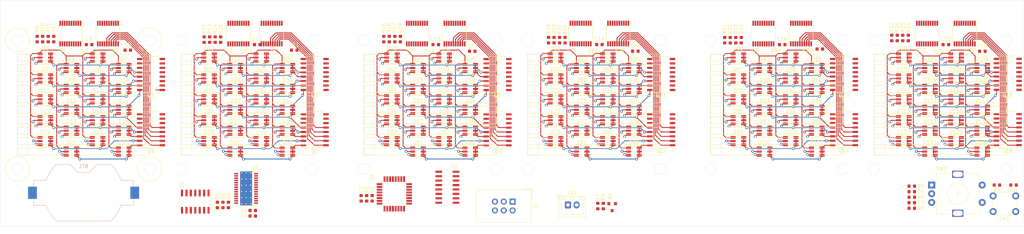
<source format=kicad_pcb>
(kicad_pcb (version 20171130) (host pcbnew "(5.1.5)-3")
  (layers (0 F.Cu signal) (1 In1.Cu signal) (2 In2.Cu signal) (31 B.Cu signal) (34 B.Paste user hide) (35 F.Paste user hide) (36 B.SilkS user) (37 F.SilkS user) (38 B.Mask user hide) (39 F.Mask user hide) (44 Edge.Cuts user))
  (net 0 "")
  (net 1 "Net-(BT1-Pad1)")
  (net 2 GND)
  (net 3 SW1)
  (net 4 VR_F1)
  (net 5 VR_F2)
  (net 6 +5V)
  (net 7 /Sheet5F60D2EA/sheet5F60EC1D/R)
  (net 8 /Sheet5F60D2EA/sheet5F60EC1D/G)
  (net 9 /Sheet5F60D2EA/sheet5F60EC1D/B)
  (net 10 /Sheet5F60D2EA/sheet5F9039B7/B)
  (net 11 /Sheet5F60D2EA/sheet5F9039B7/G)
  (net 12 /Sheet5F60D2EA/sheet5F9039B7/R)
  (net 13 /Sheet5F60D2EA/sheet5F90A799/R)
  (net 14 /Sheet5F60D2EA/sheet5F90A799/G)
  (net 15 /Sheet5F60D2EA/sheet5F90A799/B)
  (net 16 /Sheet5F60D2EA/sheet5F91145E/B)
  (net 17 /Sheet5F60D2EA/sheet5F91145E/G)
  (net 18 /Sheet5F60D2EA/sheet5F91145E/R)
  (net 19 /Sheet5F60D2EA/sheet5F918123/R)
  (net 20 /Sheet5F60D2EA/sheet5F918123/G)
  (net 21 /Sheet5F60D2EA/sheet5F918123/B)
  (net 22 /Sheet5F60D2EA/sheet5F91F0C7/B)
  (net 23 /Sheet5F60D2EA/sheet5F91F0C7/G)
  (net 24 /Sheet5F60D2EA/sheet5F91F0C7/R)
  (net 25 K0)
  (net 26 K1)
  (net 27 K2)
  (net 28 K3)
  (net 29 K4)
  (net 30 K5)
  (net 31 K6)
  (net 32 "Net-(IC1-Pad9)")
  (net 33 /Sheet5F60D2EA/LE1)
  (net 34 "Net-(IC1-Pad12)")
  (net 35 "Net-(IC1-Pad13)")
  (net 36 "Net-(IC1-Pad14)")
  (net 37 "Net-(IC1-Pad15)")
  (net 38 "Net-(IC1-Pad16)")
  (net 39 "Net-(IC1-Pad17)")
  (net 40 "Net-(IC1-Pad18)")
  (net 41 "Net-(IC1-Pad19)")
  (net 42 "Net-(IC2-Pad19)")
  (net 43 "Net-(IC2-Pad18)")
  (net 44 "Net-(IC2-Pad17)")
  (net 45 "Net-(IC2-Pad16)")
  (net 46 "Net-(IC2-Pad15)")
  (net 47 "Net-(IC2-Pad14)")
  (net 48 "Net-(IC2-Pad13)")
  (net 49 "Net-(IC2-Pad12)")
  (net 50 "Net-(IC2-Pad9)")
  (net 51 "Net-(IC2-Pad8)")
  (net 52 "Net-(IC2-Pad7)")
  (net 53 K9)
  (net 54 K8)
  (net 55 K7)
  (net 56 "Net-(IC3-Pad9)")
  (net 57 /Sheet5F60D2EA/LE2)
  (net 58 "Net-(IC3-Pad12)")
  (net 59 "Net-(IC3-Pad13)")
  (net 60 "Net-(IC3-Pad14)")
  (net 61 "Net-(IC3-Pad15)")
  (net 62 "Net-(IC3-Pad16)")
  (net 63 "Net-(IC3-Pad17)")
  (net 64 "Net-(IC3-Pad18)")
  (net 65 "Net-(IC3-Pad19)")
  (net 66 "Net-(IC4-Pad19)")
  (net 67 "Net-(IC4-Pad18)")
  (net 68 "Net-(IC4-Pad17)")
  (net 69 "Net-(IC4-Pad16)")
  (net 70 "Net-(IC4-Pad15)")
  (net 71 "Net-(IC4-Pad14)")
  (net 72 "Net-(IC4-Pad13)")
  (net 73 "Net-(IC4-Pad12)")
  (net 74 "Net-(IC4-Pad9)")
  (net 75 "Net-(IC4-Pad8)")
  (net 76 "Net-(IC4-Pad7)")
  (net 77 "Net-(IC5-Pad19)")
  (net 78 "Net-(IC5-Pad18)")
  (net 79 "Net-(IC5-Pad17)")
  (net 80 "Net-(IC5-Pad16)")
  (net 81 "Net-(IC5-Pad15)")
  (net 82 "Net-(IC5-Pad14)")
  (net 83 "Net-(IC5-Pad13)")
  (net 84 "Net-(IC5-Pad12)")
  (net 85 /Sheet5F60D2EA/LE3)
  (net 86 "Net-(IC5-Pad9)")
  (net 87 "Net-(IC6-Pad7)")
  (net 88 "Net-(IC6-Pad8)")
  (net 89 "Net-(IC6-Pad9)")
  (net 90 "Net-(IC6-Pad12)")
  (net 91 "Net-(IC6-Pad13)")
  (net 92 "Net-(IC6-Pad14)")
  (net 93 "Net-(IC6-Pad15)")
  (net 94 "Net-(IC6-Pad16)")
  (net 95 "Net-(IC6-Pad17)")
  (net 96 "Net-(IC6-Pad18)")
  (net 97 "Net-(IC6-Pad19)")
  (net 98 "Net-(IC7-Pad19)")
  (net 99 "Net-(IC7-Pad18)")
  (net 100 "Net-(IC7-Pad17)")
  (net 101 "Net-(IC7-Pad16)")
  (net 102 "Net-(IC7-Pad15)")
  (net 103 "Net-(IC7-Pad14)")
  (net 104 "Net-(IC7-Pad13)")
  (net 105 "Net-(IC7-Pad12)")
  (net 106 /Sheet5F60D2EA/LE4)
  (net 107 "Net-(IC7-Pad9)")
  (net 108 "Net-(IC8-Pad19)")
  (net 109 "Net-(IC8-Pad18)")
  (net 110 "Net-(IC8-Pad17)")
  (net 111 "Net-(IC8-Pad16)")
  (net 112 "Net-(IC8-Pad15)")
  (net 113 "Net-(IC8-Pad14)")
  (net 114 "Net-(IC8-Pad13)")
  (net 115 "Net-(IC8-Pad12)")
  (net 116 "Net-(IC8-Pad9)")
  (net 117 "Net-(IC8-Pad8)")
  (net 118 "Net-(IC8-Pad7)")
  (net 119 "Net-(IC9-Pad9)")
  (net 120 /Sheet5F60D2EA/LE5)
  (net 121 "Net-(IC9-Pad12)")
  (net 122 "Net-(IC9-Pad13)")
  (net 123 "Net-(IC9-Pad14)")
  (net 124 "Net-(IC9-Pad15)")
  (net 125 "Net-(IC9-Pad16)")
  (net 126 "Net-(IC9-Pad17)")
  (net 127 "Net-(IC9-Pad18)")
  (net 128 "Net-(IC9-Pad19)")
  (net 129 "Net-(IC10-Pad7)")
  (net 130 "Net-(IC10-Pad8)")
  (net 131 "Net-(IC10-Pad9)")
  (net 132 "Net-(IC10-Pad12)")
  (net 133 "Net-(IC10-Pad13)")
  (net 134 "Net-(IC10-Pad14)")
  (net 135 "Net-(IC10-Pad15)")
  (net 136 "Net-(IC10-Pad16)")
  (net 137 "Net-(IC10-Pad17)")
  (net 138 "Net-(IC10-Pad18)")
  (net 139 "Net-(IC10-Pad19)")
  (net 140 "Net-(IC11-Pad19)")
  (net 141 "Net-(IC11-Pad18)")
  (net 142 "Net-(IC11-Pad17)")
  (net 143 "Net-(IC11-Pad16)")
  (net 144 "Net-(IC11-Pad15)")
  (net 145 "Net-(IC11-Pad14)")
  (net 146 "Net-(IC11-Pad13)")
  (net 147 "Net-(IC11-Pad12)")
  (net 148 /Sheet5F60D2EA/LE6)
  (net 149 "Net-(IC11-Pad9)")
  (net 150 "Net-(IC12-Pad7)")
  (net 151 "Net-(IC12-Pad8)")
  (net 152 "Net-(IC12-Pad9)")
  (net 153 "Net-(IC12-Pad12)")
  (net 154 "Net-(IC12-Pad13)")
  (net 155 "Net-(IC12-Pad14)")
  (net 156 "Net-(IC12-Pad15)")
  (net 157 "Net-(IC12-Pad16)")
  (net 158 "Net-(IC12-Pad17)")
  (net 159 "Net-(IC12-Pad18)")
  (net 160 "Net-(IC12-Pad19)")
  (net 161 RESET)
  (net 162 "Net-(LS1-Pad2)")
  (net 163 "Net-(Q1-Pad1)")
  (net 164 VR_CLICK)
  (net 165 SPK)
  (net 166 /Sheet5F60D2EA/A2)
  (net 167 /Sheet5F60D2EA/A3)
  (net 168 /Sheet5F60D2EA/A4)
  (net 169 /Sheet5F60D2EA/A5)
  (net 170 /Sheet5F60D2EA/A6)
  (net 171 /Sheet5F60D2EA/A7)
  (net 172 /Sheet5F60D2EA/A8)
  (net 173 /Sheet5F60D2EA/A9)
  (net 174 /Sheet5F60D2EA/A10)
  (net 175 /Sheet5F60D2EA/A11)
  (net 176 /Sheet5F60D2EA/A12)
  (net 177 /Sheet5F60D2EA/A13)
  (net 178 /Sheet5F60D2EA/A14)
  (net 179 /Sheet5F60D2EA/A15)
  (net 180 PWM_SCL)
  (net 181 PWM_SDA)
  (net 182 SHIFTER_CLK)
  (net 183 "Net-(U2-Pad11)")
  (net 184 SHIFTER_DATA)
  (net 185 "Net-(U3-Pad1)")
  (net 186 "Net-(U3-Pad3)")
  (net 187 "Net-(U3-Pad4)")
  (net 188 "Net-(U3-Pad5)")
  (net 189 "Net-(U3-Pad8)")
  (net 190 "Net-(U3-Pad9)")
  (net 191 "Net-(U3-Pad10)")
  (net 192 "Net-(U3-Pad12)")
  (net 193 "Net-(U3-Pad14)")
  (net 194 "Net-(U4-Pad11)")
  (net 195 "Net-(U6-Pad6)")
  (net 196 "Net-(U6-Pad7)")
  (net 197 "Net-(U6-Pad10)")
  (net 198 "Net-(U6-Pad11)")
  (net 199 "Net-(U8-Pad11)")
  (net 200 "Net-(U8-Pad10)")
  (net 201 "Net-(U8-Pad7)")
  (net 202 "Net-(U8-Pad6)")
  (net 203 "Net-(U10-Pad6)")
  (net 204 "Net-(U10-Pad7)")
  (net 205 "Net-(U10-Pad10)")
  (net 206 "Net-(U10-Pad11)")
  (net 207 "Net-(U12-Pad6)")
  (net 208 "Net-(U12-Pad7)")
  (net 209 "Net-(U12-Pad10)")
  (net 210 "Net-(U12-Pad11)")
  (net 211 "Net-(U14-Pad11)")
  (net 212 "Net-(U14-Pad10)")
  (net 213 "Net-(U14-Pad7)")
  (net 214 "Net-(U14-Pad6)")
  (net 215 "Net-(U16-Pad11)")
  (net 216 "Net-(U16-Pad10)")
  (net 217 "Net-(U16-Pad7)")
  (net 218 "Net-(U16-Pad6)")
  (net 219 /Sheet5F60D2EA/sheet5F60EC1D/LED_RGB/Kthode)
  (net 220 /Sheet5F60D2EA/sheet5F60EC1D/sheet5F4DE4A2/Kthode)
  (net 221 /Sheet5F60D2EA/sheet5F60EC1D/sheet5F4F970B/Kthode)
  (net 222 /Sheet5F60D2EA/sheet5F60EC1D/sheet5F50AAB0/Kthode)
  (net 223 /Sheet5F60D2EA/sheet5F60EC1D/sheet5F517749/Kthode)
  (net 224 /Sheet5F60D2EA/sheet5F60EC1D/sheet5F51E9C4/Kthode)
  (net 225 /Sheet5F60D2EA/sheet5F60EC1D/sheet5F5261A2/Kthode)
  (net 226 /Sheet5F60D2EA/sheet5F60EC1D/sheet5F52E20A/Kthode)
  (net 227 /Sheet5F60D2EA/sheet5F60EC1D/sheet5F5633DD/Kthode)
  (net 228 /Sheet5F60D2EA/sheet5F60EC1D/sheet5F5B0281/Kthode)
  (net 229 /Sheet5F60D2EA/sheet5F9039B7/LED_RGB/Kthode)
  (net 230 /Sheet5F60D2EA/sheet5F9039B7/sheet5F4DE4A2/Kthode)
  (net 231 /Sheet5F60D2EA/sheet5F9039B7/sheet5F4F970B/Kthode)
  (net 232 /Sheet5F60D2EA/sheet5F9039B7/sheet5F50AAB0/Kthode)
  (net 233 /Sheet5F60D2EA/sheet5F9039B7/sheet5F517749/Kthode)
  (net 234 /Sheet5F60D2EA/sheet5F9039B7/sheet5F51E9C4/Kthode)
  (net 235 /Sheet5F60D2EA/sheet5F9039B7/sheet5F5261A2/Kthode)
  (net 236 /Sheet5F60D2EA/sheet5F9039B7/sheet5F52E20A/Kthode)
  (net 237 /Sheet5F60D2EA/sheet5F9039B7/sheet5F5633DD/Kthode)
  (net 238 /Sheet5F60D2EA/sheet5F9039B7/sheet5F5B0281/Kthode)
  (net 239 /Sheet5F60D2EA/sheet5F90A799/LED_RGB/Kthode)
  (net 240 /Sheet5F60D2EA/sheet5F90A799/sheet5F4DE4A2/Kthode)
  (net 241 /Sheet5F60D2EA/sheet5F90A799/sheet5F4F970B/Kthode)
  (net 242 /Sheet5F60D2EA/sheet5F90A799/sheet5F50AAB0/Kthode)
  (net 243 /Sheet5F60D2EA/sheet5F90A799/sheet5F517749/Kthode)
  (net 244 /Sheet5F60D2EA/sheet5F90A799/sheet5F51E9C4/Kthode)
  (net 245 /Sheet5F60D2EA/sheet5F90A799/sheet5F5261A2/Kthode)
  (net 246 /Sheet5F60D2EA/sheet5F90A799/sheet5F52E20A/Kthode)
  (net 247 /Sheet5F60D2EA/sheet5F90A799/sheet5F5633DD/Kthode)
  (net 248 /Sheet5F60D2EA/sheet5F90A799/sheet5F5B0281/Kthode)
  (net 249 /Sheet5F60D2EA/sheet5F91145E/LED_RGB/Kthode)
  (net 250 /Sheet5F60D2EA/sheet5F91145E/sheet5F4DE4A2/Kthode)
  (net 251 /Sheet5F60D2EA/sheet5F91145E/sheet5F4F970B/Kthode)
  (net 252 /Sheet5F60D2EA/sheet5F91145E/sheet5F50AAB0/Kthode)
  (net 253 /Sheet5F60D2EA/sheet5F91145E/sheet5F517749/Kthode)
  (net 254 /Sheet5F60D2EA/sheet5F91145E/sheet5F51E9C4/Kthode)
  (net 255 /Sheet5F60D2EA/sheet5F91145E/sheet5F5261A2/Kthode)
  (net 256 /Sheet5F60D2EA/sheet5F91145E/sheet5F52E20A/Kthode)
  (net 257 /Sheet5F60D2EA/sheet5F91145E/sheet5F5633DD/Kthode)
  (net 258 /Sheet5F60D2EA/sheet5F91145E/sheet5F5B0281/Kthode)
  (net 259 /Sheet5F60D2EA/sheet5F918123/LED_RGB/Kthode)
  (net 260 /Sheet5F60D2EA/sheet5F918123/sheet5F4DE4A2/Kthode)
  (net 261 /Sheet5F60D2EA/sheet5F918123/sheet5F4F970B/Kthode)
  (net 262 /Sheet5F60D2EA/sheet5F918123/sheet5F50AAB0/Kthode)
  (net 263 /Sheet5F60D2EA/sheet5F918123/sheet5F517749/Kthode)
  (net 264 /Sheet5F60D2EA/sheet5F918123/sheet5F51E9C4/Kthode)
  (net 265 /Sheet5F60D2EA/sheet5F918123/sheet5F5261A2/Kthode)
  (net 266 /Sheet5F60D2EA/sheet5F918123/sheet5F52E20A/Kthode)
  (net 267 /Sheet5F60D2EA/sheet5F918123/sheet5F5633DD/Kthode)
  (net 268 /Sheet5F60D2EA/sheet5F918123/sheet5F5B0281/Kthode)
  (net 269 /Sheet5F60D2EA/sheet5F91F0C7/LED_RGB/Kthode)
  (net 270 /Sheet5F60D2EA/sheet5F91F0C7/sheet5F4DE4A2/Kthode)
  (net 271 /Sheet5F60D2EA/sheet5F91F0C7/sheet5F4F970B/Kthode)
  (net 272 /Sheet5F60D2EA/sheet5F91F0C7/sheet5F50AAB0/Kthode)
  (net 273 /Sheet5F60D2EA/sheet5F91F0C7/sheet5F517749/Kthode)
  (net 274 /Sheet5F60D2EA/sheet5F91F0C7/sheet5F51E9C4/Kthode)
  (net 275 /Sheet5F60D2EA/sheet5F91F0C7/sheet5F5261A2/Kthode)
  (net 276 /Sheet5F60D2EA/sheet5F91F0C7/sheet5F52E20A/Kthode)
  (net 277 /Sheet5F60D2EA/sheet5F91F0C7/sheet5F5633DD/Kthode)
  (net 278 /Sheet5F60D2EA/sheet5F91F0C7/sheet5F5B0281/Kthode)
  (net 279 "Net-(U5-Pad11)")
  (net 280 "Net-(U5-Pad10)")
  (net 281 "Net-(U5-Pad7)")
  (net 282 "Net-(U5-Pad6)")
  (net 283 "Net-(U7-Pad11)")
  (net 284 "Net-(U7-Pad10)")
  (net 285 "Net-(U7-Pad7)")
  (net 286 "Net-(U7-Pad6)")
  (net 287 "Net-(U9-Pad6)")
  (net 288 "Net-(U9-Pad7)")
  (net 289 "Net-(U9-Pad10)")
  (net 290 "Net-(U9-Pad11)")
  (net 291 "Net-(U11-Pad11)")
  (net 292 "Net-(U11-Pad10)")
  (net 293 "Net-(U11-Pad7)")
  (net 294 "Net-(U11-Pad6)")
  (net 295 "Net-(U13-Pad6)")
  (net 296 "Net-(U13-Pad7)")
  (net 297 "Net-(U13-Pad10)")
  (net 298 "Net-(U13-Pad11)")
  (net 299 "Net-(U15-Pad6)")
  (net 300 "Net-(U15-Pad7)")
  (net 301 "Net-(U15-Pad10)")
  (net 302 "Net-(U15-Pad11)")
  (net 303 "Net-(IC1-Pad7)")
  (net 304 "Net-(IC1-Pad8)")
  (net 305 "Net-(IC3-Pad7)")
  (net 306 "Net-(IC3-Pad8)")
  (net 307 "Net-(IC5-Pad8)")
  (net 308 "Net-(IC5-Pad7)")
  (net 309 "Net-(IC7-Pad8)")
  (net 310 "Net-(IC7-Pad7)")
  (net 311 "Net-(IC9-Pad7)")
  (net 312 "Net-(IC9-Pad8)")
  (net 313 "Net-(IC11-Pad8)")
  (net 314 "Net-(IC11-Pad7)")
  (net 315 "Net-(C3-Pad2)")
  (net 316 "Net-(R1-Pad2)")
  (net 317 "Net-(R2-Pad1)")
  (net 318 "Net-(R3-Pad2)")
  (net 319 "Net-(U2-Pad9)")
  (net 320 "Net-(U2-Pad10)")
  (net 321 "Net-(U2-Pad12)")
  (net 322 "Net-(U4-Pad19)")
  (net 323 "Net-(U4-Pad20)")
  (net 324 "Net-(U4-Pad22)")
  (net 325 A0)
  (net 326 A1)
  (net 327 /Sheet5F60D2EA/A16)
  (net 328 /Sheet5F60D2EA/A17)
  (module Battery:BatteryHolder_Keystone_1058_1x2032 (layer B.Cu) (at 73.9775 100.33)
    (fp_text reference BT1 (at 0 -7.62) (layer B.SilkS) (effects (justify mirror)))
    (fp_text value Battery_Cell)
    (pad 1 smd rect (at -14.68 0) (size 2.54 3.51) (layers B.Cu B.Paste B.Mask) (net 1 "Net-(BT1-Pad1)"))
    (pad 2 smd rect (at 14.68 0) (size 2.54 3.51) (layers B.Cu B.Paste B.Mask) (net 2 GND))
  )
  (module Capacitor_SMD:C_0603_1608Metric (layer F.Cu) (at 340.995 98.1075 180)
    (fp_text reference C4 (at 0 -1.43) (layer F.SilkS))
    (fp_text value 0.1u)
    (pad 1 smd roundrect (at -0.7875 0 180) (size 0.875 0.95) (layers F.Cu F.Paste F.Mask) (net 2 GND))
    (pad 2 smd roundrect (at 0.7875 0 180) (size 0.875 0.95) (layers F.Cu F.Paste F.Mask) (net 3 SW1))
  )
  (module Capacitor_SMD:C_0603_1608Metric (layer F.Cu) (at 311.785 100.0125)
    (fp_text reference C5 (at 2.54 0) (layer F.SilkS))
    (fp_text value 0.1u)
    (pad 2 smd roundrect (at 0.7875 0) (size 0.875 0.95) (layers F.Cu F.Paste F.Mask) (net 2 GND))
    (pad 1 smd roundrect (at -0.7875 0) (size 0.875 0.95) (layers F.Cu F.Paste F.Mask) (net 4 VR_F1))
  )
  (module Capacitor_SMD:C_0603_1608Metric (layer F.Cu) (at 311.785 103.1875)
    (fp_text reference C7 (at 2.54 0) (layer F.SilkS))
    (fp_text value 0.1u)
    (pad 2 smd roundrect (at 0.7875 0) (size 0.875 0.95) (layers F.Cu F.Paste F.Mask) (net 2 GND))
    (pad 1 smd roundrect (at -0.7875 0) (size 0.875 0.95) (layers F.Cu F.Paste F.Mask) (net 5 VR_F2))
  )
  (module Capacitor_SMD:C_0603_1608Metric (layer F.Cu) (at 122.555 105.41 180)
    (fp_text reference C1 (at 2.54 0) (layer F.SilkS))
    (fp_text value 0.1u)
    (pad 2 smd roundrect (at 0.7875 0 180) (size 0.875 0.95) (layers F.Cu F.Paste F.Mask) (net 6 +5V))
    (pad 1 smd roundrect (at -0.7875 0 180) (size 0.875 0.95) (layers F.Cu F.Paste F.Mask) (net 2 GND))
  )
  (module Capacitor_SMD:C_0603_1608Metric (layer F.Cu) (at 156.845 101.9175 270)
    (fp_text reference C6 (at -2.54 0 90) (layer F.SilkS))
    (fp_text value 0.1u)
    (pad 1 smd roundrect (at -0.7875 0 270) (size 0.875 0.95) (layers F.Cu F.Paste F.Mask) (net 2 GND))
    (pad 2 smd roundrect (at 0.7875 0 270) (size 0.875 0.95) (layers F.Cu F.Paste F.Mask) (net 6 +5V))
  )
  (module Capacitor_SMD:C_0603_1608Metric (layer F.Cu) (at 153.67 101.9175 270)
    (fp_text reference C2 (at -2.54 0 90) (layer F.SilkS))
    (fp_text value 0.1u)
    (pad 1 smd roundrect (at -0.7875 0 270) (size 0.875 0.95) (layers F.Cu F.Paste F.Mask) (net 2 GND))
    (pad 2 smd roundrect (at 0.7875 0 270) (size 0.875 0.95) (layers F.Cu F.Paste F.Mask) (net 6 +5V))
  )
  (module Capacitor_SMD:C_0603_1608Metric (layer F.Cu) (at 115.57 103.8225 270)
    (fp_text reference C3 (at -2.54 0 90) (layer F.SilkS))
    (fp_text value 0.1u)
    (pad 2 smd roundrect (at 0.7875 0 270) (size 0.875 0.95) (layers F.Cu F.Paste F.Mask) (net 315 "Net-(C3-Pad2)"))
    (pad 1 smd roundrect (at -0.7875 0 270) (size 0.875 0.95) (layers F.Cu F.Paste F.Mask) (net 2 GND))
  )
  (module Capacitor_SMD:C_0603_1608Metric (layer F.Cu) (at 75.565 57.785 180)
    (fp_text reference C8 (at 0 1.5875) (layer F.SilkS))
    (fp_text value 0.1u)
    (pad 1 smd roundrect (at -0.7875 0 180) (size 0.875 0.95) (layers F.Cu F.Paste F.Mask) (net 2 GND))
    (pad 2 smd roundrect (at 0.7875 0 180) (size 0.875 0.95) (layers F.Cu F.Paste F.Mask) (net 6 +5V))
  )
  (module Capacitor_SMD:C_0603_1608Metric (layer F.Cu) (at 86.6775 59.3725 180)
    (fp_text reference C9 (at 0 1.5875) (layer F.SilkS))
    (fp_text value 0.1u)
    (pad 1 smd roundrect (at -0.7875 0 180) (size 0.875 0.95) (layers F.Cu F.Paste F.Mask) (net 2 GND))
    (pad 2 smd roundrect (at 0.7875 0 180) (size 0.875 0.95) (layers F.Cu F.Paste F.Mask) (net 6 +5V))
  )
  (module Capacitor_SMD:C_0603_1608Metric (layer F.Cu) (at 123.825 57.785 180)
    (fp_text reference C10 (at 0 1.5875) (layer F.SilkS))
    (fp_text value 0.1u)
    (pad 1 smd roundrect (at -0.7875 0 180) (size 0.875 0.95) (layers F.Cu F.Paste F.Mask) (net 2 GND))
    (pad 2 smd roundrect (at 0.7875 0 180) (size 0.875 0.95) (layers F.Cu F.Paste F.Mask) (net 6 +5V))
  )
  (module Capacitor_SMD:C_0603_1608Metric (layer F.Cu) (at 134.4675 59.3725 180)
    (fp_text reference C11 (at 0 1.5875) (layer F.SilkS))
    (fp_text value 0.1u)
    (pad 2 smd roundrect (at 0.7875 0 180) (size 0.875 0.95) (layers F.Cu F.Paste F.Mask) (net 6 +5V))
    (pad 1 smd roundrect (at -0.7875 0 180) (size 0.875 0.95) (layers F.Cu F.Paste F.Mask) (net 2 GND))
  )
  (module Capacitor_SMD:C_0603_1608Metric (layer F.Cu) (at 175.0975 57.785 180)
    (fp_text reference C12 (at 0 1.5875) (layer F.SilkS))
    (fp_text value 0.1u)
    (pad 2 smd roundrect (at 0.7875 0 180) (size 0.875 0.95) (layers F.Cu F.Paste F.Mask) (net 6 +5V))
    (pad 1 smd roundrect (at -0.7875 0 180) (size 0.875 0.95) (layers F.Cu F.Paste F.Mask) (net 2 GND))
  )
  (module Capacitor_SMD:C_0603_1608Metric (layer F.Cu) (at 185.575 59.69 180)
    (fp_text reference C13 (at 0 1.5875) (layer F.SilkS))
    (fp_text value 0.1u)
    (pad 1 smd roundrect (at -0.7875 0 180) (size 0.875 0.95) (layers F.Cu F.Paste F.Mask) (net 2 GND))
    (pad 2 smd roundrect (at 0.7875 0 180) (size 0.875 0.95) (layers F.Cu F.Paste F.Mask) (net 6 +5V))
  )
  (module Capacitor_SMD:C_0603_1608Metric (layer F.Cu) (at 222.0825 57.765 180)
    (fp_text reference C14 (at 0 1.5875) (layer F.SilkS))
    (fp_text value 0.1u)
    (pad 2 smd roundrect (at 0.7875 0 180) (size 0.875 0.95) (layers F.Cu F.Paste F.Mask) (net 6 +5V))
    (pad 1 smd roundrect (at -0.7875 0 180) (size 0.875 0.95) (layers F.Cu F.Paste F.Mask) (net 2 GND))
  )
  (module Capacitor_SMD:C_0603_1608Metric (layer F.Cu) (at 232.4075 59.67 180)
    (fp_text reference C15 (at 0 1.5875) (layer F.SilkS))
    (fp_text value 0.1u)
    (pad 1 smd roundrect (at -0.7875 0 180) (size 0.875 0.95) (layers F.Cu F.Paste F.Mask) (net 2 GND))
    (pad 2 smd roundrect (at 0.7875 0 180) (size 0.875 0.95) (layers F.Cu F.Paste F.Mask) (net 6 +5V))
  )
  (module Capacitor_SMD:C_0603_1608Metric (layer F.Cu) (at 274.5775 57.785 180)
    (fp_text reference C16 (at 0 1.5875) (layer F.SilkS))
    (fp_text value 0.1u)
    (pad 2 smd roundrect (at 0.7875 0 180) (size 0.875 0.95) (layers F.Cu F.Paste F.Mask) (net 6 +5V))
    (pad 1 smd roundrect (at -0.7875 0 180) (size 0.875 0.95) (layers F.Cu F.Paste F.Mask) (net 2 GND))
  )
  (module Capacitor_SMD:C_0603_1608Metric (layer F.Cu) (at 285.3725 59.055 180)
    (fp_text reference C17 (at 0 1.5875) (layer F.SilkS))
    (fp_text value 0.1u)
    (pad 1 smd roundrect (at -0.7875 0 180) (size 0.875 0.95) (layers F.Cu F.Paste F.Mask) (net 2 GND))
    (pad 2 smd roundrect (at 0.7875 0 180) (size 0.875 0.95) (layers F.Cu F.Paste F.Mask) (net 6 +5V))
  )
  (module Capacitor_SMD:C_0603_1608Metric (layer F.Cu) (at 332.0575 59.69 180)
    (fp_text reference C18 (at 0 1.5875) (layer F.SilkS))
    (fp_text value 0.1u)
    (pad 1 smd roundrect (at -0.7875 0 180) (size 0.875 0.95) (layers F.Cu F.Paste F.Mask) (net 2 GND))
    (pad 2 smd roundrect (at 0.7875 0 180) (size 0.875 0.95) (layers F.Cu F.Paste F.Mask) (net 6 +5V))
  )
  (module Capacitor_SMD:C_0603_1608Metric (layer F.Cu) (at 321.58 57.785 180)
    (fp_text reference C19 (at 0 1.5875) (layer F.SilkS))
    (fp_text value 0.1u)
    (pad 2 smd roundrect (at 0.7875 0 180) (size 0.875 0.95) (layers F.Cu F.Paste F.Mask) (net 6 +5V))
    (pad 1 smd roundrect (at -0.7875 0 180) (size 0.875 0.95) (layers F.Cu F.Paste F.Mask) (net 2 GND))
  )
  (module Diode_SMD:D_0603_1608Metric (layer F.Cu) (at 112.395 103.8225 90)
    (fp_text reference D1 (at 2.54 0 90) (layer F.SilkS))
    (fp_text value D)
    (pad 2 smd roundrect (at 0.7875 0 90) (size 0.875 0.95) (layers F.Cu F.Paste F.Mask) (net 6 +5V))
    (pad 1 smd roundrect (at -0.7875 0 90) (size 0.875 0.95) (layers F.Cu F.Paste F.Mask) (net 315 "Net-(C3-Pad2)"))
  )
  (module Diode_SMD:D_0603_1608Metric (layer F.Cu) (at 113.9825 103.8225 90)
    (fp_text reference D2 (at 2.54 0 90) (layer F.SilkS))
    (fp_text value D)
    (pad 1 smd roundrect (at -0.7875 0 90) (size 0.875 0.95) (layers F.Cu F.Paste F.Mask) (net 315 "Net-(C3-Pad2)"))
    (pad 2 smd roundrect (at 0.7875 0 90) (size 0.875 0.95) (layers F.Cu F.Paste F.Mask) (net 1 "Net-(BT1-Pad1)"))
  )
  (module Package_SO:TSSOP-20_4.4x6.5mm_P0.65mm (layer F.Cu) (at 70.1675 54.61 270)
    (fp_text reference IC1 (at 4.7625 2.2225 180) (layer F.SilkS))
    (fp_text value MC74LCX573DTR2G)
    (pad 1 smd rect (at -2.95 -2.925 270) (size 1.45 0.45) (layers F.Cu F.Paste F.Mask) (net 2 GND))
    (pad 2 smd rect (at -2.95 -2.275 270) (size 1.45 0.45) (layers F.Cu F.Paste F.Mask) (net 25 K0))
    (pad 3 smd rect (at -2.95 -1.625 270) (size 1.45 0.45) (layers F.Cu F.Paste F.Mask) (net 26 K1))
    (pad 4 smd rect (at -2.95 -0.975 270) (size 1.45 0.45) (layers F.Cu F.Paste F.Mask) (net 27 K2))
    (pad 5 smd rect (at -2.95 -0.325 270) (size 1.45 0.45) (layers F.Cu F.Paste F.Mask) (net 28 K3))
    (pad 6 smd rect (at -2.95 0.325 270) (size 1.45 0.45) (layers F.Cu F.Paste F.Mask) (net 29 K4))
    (pad 7 smd rect (at -2.95 0.975 270) (size 1.45 0.45) (layers F.Cu F.Paste F.Mask) (net 303 "Net-(IC1-Pad7)"))
    (pad 8 smd rect (at -2.95 1.625 270) (size 1.45 0.45) (layers F.Cu F.Paste F.Mask) (net 304 "Net-(IC1-Pad8)"))
    (pad 9 smd rect (at -2.95 2.275 270) (size 1.45 0.45) (layers F.Cu F.Paste F.Mask) (net 32 "Net-(IC1-Pad9)"))
    (pad 10 smd rect (at -2.95 2.925 270) (size 1.45 0.45) (layers F.Cu F.Paste F.Mask) (net 2 GND))
    (pad 11 smd rect (at 2.95 2.925 270) (size 1.45 0.45) (layers F.Cu F.Paste F.Mask) (net 33 /Sheet5F60D2EA/LE1))
    (pad 12 smd rect (at 2.95 2.275 270) (size 1.45 0.45) (layers F.Cu F.Paste F.Mask) (net 34 "Net-(IC1-Pad12)"))
    (pad 13 smd rect (at 2.95 1.625 270) (size 1.45 0.45) (layers F.Cu F.Paste F.Mask) (net 35 "Net-(IC1-Pad13)"))
    (pad 14 smd rect (at 2.95 0.975 270) (size 1.45 0.45) (layers F.Cu F.Paste F.Mask) (net 36 "Net-(IC1-Pad14)"))
    (pad 15 smd rect (at 2.95 0.325 270) (size 1.45 0.45) (layers F.Cu F.Paste F.Mask) (net 37 "Net-(IC1-Pad15)"))
    (pad 16 smd rect (at 2.95 -0.325 270) (size 1.45 0.45) (layers F.Cu F.Paste F.Mask) (net 38 "Net-(IC1-Pad16)"))
    (pad 17 smd rect (at 2.95 -0.975 270) (size 1.45 0.45) (layers F.Cu F.Paste F.Mask) (net 39 "Net-(IC1-Pad17)"))
    (pad 18 smd rect (at 2.95 -1.625 270) (size 1.45 0.45) (layers F.Cu F.Paste F.Mask) (net 40 "Net-(IC1-Pad18)"))
    (pad 19 smd rect (at 2.95 -2.275 270) (size 1.45 0.45) (layers F.Cu F.Paste F.Mask) (net 41 "Net-(IC1-Pad19)"))
    (pad 20 smd rect (at 2.95 -2.925 270) (size 1.45 0.45) (layers F.Cu F.Paste F.Mask) (net 6 +5V))
  )
  (module Package_SO:TSSOP-20_4.4x6.5mm_P0.65mm (layer F.Cu) (at 80.9625 54.61 270)
    (fp_text reference IC2 (at 4.7625 -2.2225) (layer F.SilkS))
    (fp_text value MC74LCX573DTR2G)
    (pad 1 smd rect (at -2.95 -2.925 270) (size 1.45 0.45) (layers F.Cu F.Paste F.Mask) (net 2 GND))
    (pad 2 smd rect (at -2.95 -2.275 270) (size 1.45 0.45) (layers F.Cu F.Paste F.Mask) (net 30 K5))
    (pad 3 smd rect (at -2.95 -1.625 270) (size 1.45 0.45) (layers F.Cu F.Paste F.Mask) (net 31 K6))
    (pad 4 smd rect (at -2.95 -0.975 270) (size 1.45 0.45) (layers F.Cu F.Paste F.Mask) (net 55 K7))
    (pad 5 smd rect (at -2.95 -0.325 270) (size 1.45 0.45) (layers F.Cu F.Paste F.Mask) (net 54 K8))
    (pad 6 smd rect (at -2.95 0.325 270) (size 1.45 0.45) (layers F.Cu F.Paste F.Mask) (net 53 K9))
    (pad 7 smd rect (at -2.95 0.975 270) (size 1.45 0.45) (layers F.Cu F.Paste F.Mask) (net 52 "Net-(IC2-Pad7)"))
    (pad 8 smd rect (at -2.95 1.625 270) (size 1.45 0.45) (layers F.Cu F.Paste F.Mask) (net 51 "Net-(IC2-Pad8)"))
    (pad 9 smd rect (at -2.95 2.275 270) (size 1.45 0.45) (layers F.Cu F.Paste F.Mask) (net 50 "Net-(IC2-Pad9)"))
    (pad 10 smd rect (at -2.95 2.925 270) (size 1.45 0.45) (layers F.Cu F.Paste F.Mask) (net 2 GND))
    (pad 11 smd rect (at 2.95 2.925 270) (size 1.45 0.45) (layers F.Cu F.Paste F.Mask) (net 33 /Sheet5F60D2EA/LE1))
    (pad 12 smd rect (at 2.95 2.275 270) (size 1.45 0.45) (layers F.Cu F.Paste F.Mask) (net 49 "Net-(IC2-Pad12)"))
    (pad 13 smd rect (at 2.95 1.625 270) (size 1.45 0.45) (layers F.Cu F.Paste F.Mask) (net 48 "Net-(IC2-Pad13)"))
    (pad 14 smd rect (at 2.95 0.975 270) (size 1.45 0.45) (layers F.Cu F.Paste F.Mask) (net 47 "Net-(IC2-Pad14)"))
    (pad 15 smd rect (at 2.95 0.325 270) (size 1.45 0.45) (layers F.Cu F.Paste F.Mask) (net 46 "Net-(IC2-Pad15)"))
    (pad 16 smd rect (at 2.95 -0.325 270) (size 1.45 0.45) (layers F.Cu F.Paste F.Mask) (net 45 "Net-(IC2-Pad16)"))
    (pad 17 smd rect (at 2.95 -0.975 270) (size 1.45 0.45) (layers F.Cu F.Paste F.Mask) (net 44 "Net-(IC2-Pad17)"))
    (pad 18 smd rect (at 2.95 -1.625 270) (size 1.45 0.45) (layers F.Cu F.Paste F.Mask) (net 43 "Net-(IC2-Pad18)"))
    (pad 19 smd rect (at 2.95 -2.275 270) (size 1.45 0.45) (layers F.Cu F.Paste F.Mask) (net 42 "Net-(IC2-Pad19)"))
    (pad 20 smd rect (at 2.95 -2.925 270) (size 1.45 0.45) (layers F.Cu F.Paste F.Mask) (net 6 +5V))
  )
  (module Package_SO:TSSOP-20_4.4x6.5mm_P0.65mm (layer F.Cu) (at 118.4275 54.61 270)
    (fp_text reference IC3 (at 4.7625 2.8575 180) (layer F.SilkS))
    (fp_text value MC74LCX573DTR2G)
    (pad 1 smd rect (at -2.95 -2.925 270) (size 1.45 0.45) (layers F.Cu F.Paste F.Mask) (net 2 GND))
    (pad 2 smd rect (at -2.95 -2.275 270) (size 1.45 0.45) (layers F.Cu F.Paste F.Mask) (net 25 K0))
    (pad 3 smd rect (at -2.95 -1.625 270) (size 1.45 0.45) (layers F.Cu F.Paste F.Mask) (net 26 K1))
    (pad 4 smd rect (at -2.95 -0.975 270) (size 1.45 0.45) (layers F.Cu F.Paste F.Mask) (net 27 K2))
    (pad 5 smd rect (at -2.95 -0.325 270) (size 1.45 0.45) (layers F.Cu F.Paste F.Mask) (net 28 K3))
    (pad 6 smd rect (at -2.95 0.325 270) (size 1.45 0.45) (layers F.Cu F.Paste F.Mask) (net 29 K4))
    (pad 7 smd rect (at -2.95 0.975 270) (size 1.45 0.45) (layers F.Cu F.Paste F.Mask) (net 305 "Net-(IC3-Pad7)"))
    (pad 8 smd rect (at -2.95 1.625 270) (size 1.45 0.45) (layers F.Cu F.Paste F.Mask) (net 306 "Net-(IC3-Pad8)"))
    (pad 9 smd rect (at -2.95 2.275 270) (size 1.45 0.45) (layers F.Cu F.Paste F.Mask) (net 56 "Net-(IC3-Pad9)"))
    (pad 10 smd rect (at -2.95 2.925 270) (size 1.45 0.45) (layers F.Cu F.Paste F.Mask) (net 2 GND))
    (pad 11 smd rect (at 2.95 2.925 270) (size 1.45 0.45) (layers F.Cu F.Paste F.Mask) (net 57 /Sheet5F60D2EA/LE2))
    (pad 12 smd rect (at 2.95 2.275 270) (size 1.45 0.45) (layers F.Cu F.Paste F.Mask) (net 58 "Net-(IC3-Pad12)"))
    (pad 13 smd rect (at 2.95 1.625 270) (size 1.45 0.45) (layers F.Cu F.Paste F.Mask) (net 59 "Net-(IC3-Pad13)"))
    (pad 14 smd rect (at 2.95 0.975 270) (size 1.45 0.45) (layers F.Cu F.Paste F.Mask) (net 60 "Net-(IC3-Pad14)"))
    (pad 15 smd rect (at 2.95 0.325 270) (size 1.45 0.45) (layers F.Cu F.Paste F.Mask) (net 61 "Net-(IC3-Pad15)"))
    (pad 16 smd rect (at 2.95 -0.325 270) (size 1.45 0.45) (layers F.Cu F.Paste F.Mask) (net 62 "Net-(IC3-Pad16)"))
    (pad 17 smd rect (at 2.95 -0.975 270) (size 1.45 0.45) (layers F.Cu F.Paste F.Mask) (net 63 "Net-(IC3-Pad17)"))
    (pad 18 smd rect (at 2.95 -1.625 270) (size 1.45 0.45) (layers F.Cu F.Paste F.Mask) (net 64 "Net-(IC3-Pad18)"))
    (pad 19 smd rect (at 2.95 -2.275 270) (size 1.45 0.45) (layers F.Cu F.Paste F.Mask) (net 65 "Net-(IC3-Pad19)"))
    (pad 20 smd rect (at 2.95 -2.925 270) (size 1.45 0.45) (layers F.Cu F.Paste F.Mask) (net 6 +5V))
  )
  (module Package_SO:TSSOP-20_4.4x6.5mm_P0.65mm (layer F.Cu) (at 127.97028 54.60492 270)
    (fp_text reference IC4 (at 4.445 -0.9525 180) (layer F.SilkS))
    (fp_text value MC74LCX573DTR2G)
    (pad 20 smd rect (at 2.95 -2.925 270) (size 1.45 0.45) (layers F.Cu F.Paste F.Mask) (net 6 +5V))
    (pad 19 smd rect (at 2.95 -2.275 270) (size 1.45 0.45) (layers F.Cu F.Paste F.Mask) (net 66 "Net-(IC4-Pad19)"))
    (pad 18 smd rect (at 2.95 -1.625 270) (size 1.45 0.45) (layers F.Cu F.Paste F.Mask) (net 67 "Net-(IC4-Pad18)"))
    (pad 17 smd rect (at 2.95 -0.975 270) (size 1.45 0.45) (layers F.Cu F.Paste F.Mask) (net 68 "Net-(IC4-Pad17)"))
    (pad 16 smd rect (at 2.95 -0.325 270) (size 1.45 0.45) (layers F.Cu F.Paste F.Mask) (net 69 "Net-(IC4-Pad16)"))
    (pad 15 smd rect (at 2.95 0.325 270) (size 1.45 0.45) (layers F.Cu F.Paste F.Mask) (net 70 "Net-(IC4-Pad15)"))
    (pad 14 smd rect (at 2.95 0.975 270) (size 1.45 0.45) (layers F.Cu F.Paste F.Mask) (net 71 "Net-(IC4-Pad14)"))
    (pad 13 smd rect (at 2.95 1.625 270) (size 1.45 0.45) (layers F.Cu F.Paste F.Mask) (net 72 "Net-(IC4-Pad13)"))
    (pad 12 smd rect (at 2.95 2.275 270) (size 1.45 0.45) (layers F.Cu F.Paste F.Mask) (net 73 "Net-(IC4-Pad12)"))
    (pad 11 smd rect (at 2.95 2.925 270) (size 1.45 0.45) (layers F.Cu F.Paste F.Mask) (net 57 /Sheet5F60D2EA/LE2))
    (pad 10 smd rect (at -2.95 2.925 270) (size 1.45 0.45) (layers F.Cu F.Paste F.Mask) (net 2 GND))
    (pad 9 smd rect (at -2.95 2.275 270) (size 1.45 0.45) (layers F.Cu F.Paste F.Mask) (net 74 "Net-(IC4-Pad9)"))
    (pad 8 smd rect (at -2.95 1.625 270) (size 1.45 0.45) (layers F.Cu F.Paste F.Mask) (net 75 "Net-(IC4-Pad8)"))
    (pad 7 smd rect (at -2.95 0.975 270) (size 1.45 0.45) (layers F.Cu F.Paste F.Mask) (net 76 "Net-(IC4-Pad7)"))
    (pad 6 smd rect (at -2.95 0.325 270) (size 1.45 0.45) (layers F.Cu F.Paste F.Mask) (net 53 K9))
    (pad 5 smd rect (at -2.95 -0.325 270) (size 1.45 0.45) (layers F.Cu F.Paste F.Mask) (net 54 K8))
    (pad 4 smd rect (at -2.95 -0.975 270) (size 1.45 0.45) (layers F.Cu F.Paste F.Mask) (net 55 K7))
    (pad 3 smd rect (at -2.95 -1.625 270) (size 1.45 0.45) (layers F.Cu F.Paste F.Mask) (net 31 K6))
    (pad 2 smd rect (at -2.95 -2.275 270) (size 1.45 0.45) (layers F.Cu F.Paste F.Mask) (net 30 K5))
    (pad 1 smd rect (at -2.95 -2.925 270) (size 1.45 0.45) (layers F.Cu F.Paste F.Mask) (net 2 GND))
  )
  (module Package_SO:TSSOP-20_4.4x6.5mm_P0.65mm (layer F.Cu) (at 169.7 54.61 270)
    (fp_text reference IC5 (at 4.7625 1.905 180) (layer F.SilkS))
    (fp_text value MC74LCX573DTR2G)
    (pad 20 smd rect (at 2.95 -2.925 270) (size 1.45 0.45) (layers F.Cu F.Paste F.Mask) (net 6 +5V))
    (pad 19 smd rect (at 2.95 -2.275 270) (size 1.45 0.45) (layers F.Cu F.Paste F.Mask) (net 77 "Net-(IC5-Pad19)"))
    (pad 18 smd rect (at 2.95 -1.625 270) (size 1.45 0.45) (layers F.Cu F.Paste F.Mask) (net 78 "Net-(IC5-Pad18)"))
    (pad 17 smd rect (at 2.95 -0.975 270) (size 1.45 0.45) (layers F.Cu F.Paste F.Mask) (net 79 "Net-(IC5-Pad17)"))
    (pad 16 smd rect (at 2.95 -0.325 270) (size 1.45 0.45) (layers F.Cu F.Paste F.Mask) (net 80 "Net-(IC5-Pad16)"))
    (pad 15 smd rect (at 2.95 0.325 270) (size 1.45 0.45) (layers F.Cu F.Paste F.Mask) (net 81 "Net-(IC5-Pad15)"))
    (pad 14 smd rect (at 2.95 0.975 270) (size 1.45 0.45) (layers F.Cu F.Paste F.Mask) (net 82 "Net-(IC5-Pad14)"))
    (pad 13 smd rect (at 2.95 1.625 270) (size 1.45 0.45) (layers F.Cu F.Paste F.Mask) (net 83 "Net-(IC5-Pad13)"))
    (pad 12 smd rect (at 2.95 2.275 270) (size 1.45 0.45) (layers F.Cu F.Paste F.Mask) (net 84 "Net-(IC5-Pad12)"))
    (pad 11 smd rect (at 2.95 2.925 270) (size 1.45 0.45) (layers F.Cu F.Paste F.Mask) (net 85 /Sheet5F60D2EA/LE3))
    (pad 10 smd rect (at -2.95 2.925 270) (size 1.45 0.45) (layers F.Cu F.Paste F.Mask) (net 2 GND))
    (pad 9 smd rect (at -2.95 2.275 270) (size 1.45 0.45) (layers F.Cu F.Paste F.Mask) (net 86 "Net-(IC5-Pad9)"))
    (pad 8 smd rect (at -2.95 1.625 270) (size 1.45 0.45) (layers F.Cu F.Paste F.Mask) (net 307 "Net-(IC5-Pad8)"))
    (pad 7 smd rect (at -2.95 0.975 270) (size 1.45 0.45) (layers F.Cu F.Paste F.Mask) (net 308 "Net-(IC5-Pad7)"))
    (pad 6 smd rect (at -2.95 0.325 270) (size 1.45 0.45) (layers F.Cu F.Paste F.Mask) (net 29 K4))
    (pad 5 smd rect (at -2.95 -0.325 270) (size 1.45 0.45) (layers F.Cu F.Paste F.Mask) (net 28 K3))
    (pad 4 smd rect (at -2.95 -0.975 270) (size 1.45 0.45) (layers F.Cu F.Paste F.Mask) (net 27 K2))
    (pad 3 smd rect (at -2.95 -1.625 270) (size 1.45 0.45) (layers F.Cu F.Paste F.Mask) (net 26 K1))
    (pad 2 smd rect (at -2.95 -2.275 270) (size 1.45 0.45) (layers F.Cu F.Paste F.Mask) (net 25 K0))
    (pad 1 smd rect (at -2.95 -2.925 270) (size 1.45 0.45) (layers F.Cu F.Paste F.Mask) (net 2 GND))
  )
  (module Package_SO:TSSOP-20_4.4x6.5mm_P0.65mm (layer F.Cu) (at 180.495 54.61 270)
    (fp_text reference IC6 (at 4.7625 2.54 180) (layer F.SilkS))
    (fp_text value MC74LCX573DTR2G)
    (pad 1 smd rect (at -2.95 -2.925 270) (size 1.45 0.45) (layers F.Cu F.Paste F.Mask) (net 2 GND))
    (pad 2 smd rect (at -2.95 -2.275 270) (size 1.45 0.45) (layers F.Cu F.Paste F.Mask) (net 30 K5))
    (pad 3 smd rect (at -2.95 -1.625 270) (size 1.45 0.45) (layers F.Cu F.Paste F.Mask) (net 31 K6))
    (pad 4 smd rect (at -2.95 -0.975 270) (size 1.45 0.45) (layers F.Cu F.Paste F.Mask) (net 55 K7))
    (pad 5 smd rect (at -2.95 -0.325 270) (size 1.45 0.45) (layers F.Cu F.Paste F.Mask) (net 54 K8))
    (pad 6 smd rect (at -2.95 0.325 270) (size 1.45 0.45) (layers F.Cu F.Paste F.Mask) (net 53 K9))
    (pad 7 smd rect (at -2.95 0.975 270) (size 1.45 0.45) (layers F.Cu F.Paste F.Mask) (net 87 "Net-(IC6-Pad7)"))
    (pad 8 smd rect (at -2.95 1.625 270) (size 1.45 0.45) (layers F.Cu F.Paste F.Mask) (net 88 "Net-(IC6-Pad8)"))
    (pad 9 smd rect (at -2.95 2.275 270) (size 1.45 0.45) (layers F.Cu F.Paste F.Mask) (net 89 "Net-(IC6-Pad9)"))
    (pad 10 smd rect (at -2.95 2.925 270) (size 1.45 0.45) (layers F.Cu F.Paste F.Mask) (net 2 GND))
    (pad 11 smd rect (at 2.95 2.925 270) (size 1.45 0.45) (layers F.Cu F.Paste F.Mask) (net 85 /Sheet5F60D2EA/LE3))
    (pad 12 smd rect (at 2.95 2.275 270) (size 1.45 0.45) (layers F.Cu F.Paste F.Mask) (net 90 "Net-(IC6-Pad12)"))
    (pad 13 smd rect (at 2.95 1.625 270) (size 1.45 0.45) (layers F.Cu F.Paste F.Mask) (net 91 "Net-(IC6-Pad13)"))
    (pad 14 smd rect (at 2.95 0.975 270) (size 1.45 0.45) (layers F.Cu F.Paste F.Mask) (net 92 "Net-(IC6-Pad14)"))
    (pad 15 smd rect (at 2.95 0.325 270) (size 1.45 0.45) (layers F.Cu F.Paste F.Mask) (net 93 "Net-(IC6-Pad15)"))
    (pad 16 smd rect (at 2.95 -0.325 270) (size 1.45 0.45) (layers F.Cu F.Paste F.Mask) (net 94 "Net-(IC6-Pad16)"))
    (pad 17 smd rect (at 2.95 -0.975 270) (size 1.45 0.45) (layers F.Cu F.Paste F.Mask) (net 95 "Net-(IC6-Pad17)"))
    (pad 18 smd rect (at 2.95 -1.625 270) (size 1.45 0.45) (layers F.Cu F.Paste F.Mask) (net 96 "Net-(IC6-Pad18)"))
    (pad 19 smd rect (at 2.95 -2.275 270) (size 1.45 0.45) (layers F.Cu F.Paste F.Mask) (net 97 "Net-(IC6-Pad19)"))
    (pad 20 smd rect (at 2.95 -2.925 270) (size 1.45 0.45) (layers F.Cu F.Paste F.Mask) (net 6 +5V))
  )
  (module Package_SO:TSSOP-20_4.4x6.5mm_P0.65mm (layer F.Cu) (at 216.685 54.59 270)
    (fp_text reference IC7 (at 4.7625 2.8575 180) (layer F.SilkS))
    (fp_text value MC74LCX573DTR2G)
    (pad 20 smd rect (at 2.95 -2.925 270) (size 1.45 0.45) (layers F.Cu F.Paste F.Mask) (net 6 +5V))
    (pad 19 smd rect (at 2.95 -2.275 270) (size 1.45 0.45) (layers F.Cu F.Paste F.Mask) (net 98 "Net-(IC7-Pad19)"))
    (pad 18 smd rect (at 2.95 -1.625 270) (size 1.45 0.45) (layers F.Cu F.Paste F.Mask) (net 99 "Net-(IC7-Pad18)"))
    (pad 17 smd rect (at 2.95 -0.975 270) (size 1.45 0.45) (layers F.Cu F.Paste F.Mask) (net 100 "Net-(IC7-Pad17)"))
    (pad 16 smd rect (at 2.95 -0.325 270) (size 1.45 0.45) (layers F.Cu F.Paste F.Mask) (net 101 "Net-(IC7-Pad16)"))
    (pad 15 smd rect (at 2.95 0.325 270) (size 1.45 0.45) (layers F.Cu F.Paste F.Mask) (net 102 "Net-(IC7-Pad15)"))
    (pad 14 smd rect (at 2.95 0.975 270) (size 1.45 0.45) (layers F.Cu F.Paste F.Mask) (net 103 "Net-(IC7-Pad14)"))
    (pad 13 smd rect (at 2.95 1.625 270) (size 1.45 0.45) (layers F.Cu F.Paste F.Mask) (net 104 "Net-(IC7-Pad13)"))
    (pad 12 smd rect (at 2.95 2.275 270) (size 1.45 0.45) (layers F.Cu F.Paste F.Mask) (net 105 "Net-(IC7-Pad12)"))
    (pad 11 smd rect (at 2.95 2.925 270) (size 1.45 0.45) (layers F.Cu F.Paste F.Mask) (net 106 /Sheet5F60D2EA/LE4))
    (pad 10 smd rect (at -2.95 2.925 270) (size 1.45 0.45) (layers F.Cu F.Paste F.Mask) (net 2 GND))
    (pad 9 smd rect (at -2.95 2.275 270) (size 1.45 0.45) (layers F.Cu F.Paste F.Mask) (net 107 "Net-(IC7-Pad9)"))
    (pad 8 smd rect (at -2.95 1.625 270) (size 1.45 0.45) (layers F.Cu F.Paste F.Mask) (net 309 "Net-(IC7-Pad8)"))
    (pad 7 smd rect (at -2.95 0.975 270) (size 1.45 0.45) (layers F.Cu F.Paste F.Mask) (net 310 "Net-(IC7-Pad7)"))
    (pad 6 smd rect (at -2.95 0.325 270) (size 1.45 0.45) (layers F.Cu F.Paste F.Mask) (net 29 K4))
    (pad 5 smd rect (at -2.95 -0.325 270) (size 1.45 0.45) (layers F.Cu F.Paste F.Mask) (net 28 K3))
    (pad 4 smd rect (at -2.95 -0.975 270) (size 1.45 0.45) (layers F.Cu F.Paste F.Mask) (net 27 K2))
    (pad 3 smd rect (at -2.95 -1.625 270) (size 1.45 0.45) (layers F.Cu F.Paste F.Mask) (net 26 K1))
    (pad 2 smd rect (at -2.95 -2.275 270) (size 1.45 0.45) (layers F.Cu F.Paste F.Mask) (net 25 K0))
    (pad 1 smd rect (at -2.95 -2.925 270) (size 1.45 0.45) (layers F.Cu F.Paste F.Mask) (net 2 GND))
  )
  (module Package_SO:TSSOP-20_4.4x6.5mm_P0.65mm (layer F.Cu) (at 227.48 54.59 270)
    (fp_text reference IC8 (at 4.7625 -0.3175 180) (layer F.SilkS))
    (fp_text value MC74LCX573DTR2G)
    (pad 20 smd rect (at 2.95 -2.925 270) (size 1.45 0.45) (layers F.Cu F.Paste F.Mask) (net 6 +5V))
    (pad 19 smd rect (at 2.95 -2.275 270) (size 1.45 0.45) (layers F.Cu F.Paste F.Mask) (net 108 "Net-(IC8-Pad19)"))
    (pad 18 smd rect (at 2.95 -1.625 270) (size 1.45 0.45) (layers F.Cu F.Paste F.Mask) (net 109 "Net-(IC8-Pad18)"))
    (pad 17 smd rect (at 2.95 -0.975 270) (size 1.45 0.45) (layers F.Cu F.Paste F.Mask) (net 110 "Net-(IC8-Pad17)"))
    (pad 16 smd rect (at 2.95 -0.325 270) (size 1.45 0.45) (layers F.Cu F.Paste F.Mask) (net 111 "Net-(IC8-Pad16)"))
    (pad 15 smd rect (at 2.95 0.325 270) (size 1.45 0.45) (layers F.Cu F.Paste F.Mask) (net 112 "Net-(IC8-Pad15)"))
    (pad 14 smd rect (at 2.95 0.975 270) (size 1.45 0.45) (layers F.Cu F.Paste F.Mask) (net 113 "Net-(IC8-Pad14)"))
    (pad 13 smd rect (at 2.95 1.625 270) (size 1.45 0.45) (layers F.Cu F.Paste F.Mask) (net 114 "Net-(IC8-Pad13)"))
    (pad 12 smd rect (at 2.95 2.275 270) (size 1.45 0.45) (layers F.Cu F.Paste F.Mask) (net 115 "Net-(IC8-Pad12)"))
    (pad 11 smd rect (at 2.95 2.925 270) (size 1.45 0.45) (layers F.Cu F.Paste F.Mask) (net 106 /Sheet5F60D2EA/LE4))
    (pad 10 smd rect (at -2.95 2.925 270) (size 1.45 0.45) (layers F.Cu F.Paste F.Mask) (net 2 GND))
    (pad 9 smd rect (at -2.95 2.275 270) (size 1.45 0.45) (layers F.Cu F.Paste F.Mask) (net 116 "Net-(IC8-Pad9)"))
    (pad 8 smd rect (at -2.95 1.625 270) (size 1.45 0.45) (layers F.Cu F.Paste F.Mask) (net 117 "Net-(IC8-Pad8)"))
    (pad 7 smd rect (at -2.95 0.975 270) (size 1.45 0.45) (layers F.Cu F.Paste F.Mask) (net 118 "Net-(IC8-Pad7)"))
    (pad 6 smd rect (at -2.95 0.325 270) (size 1.45 0.45) (layers F.Cu F.Paste F.Mask) (net 53 K9))
    (pad 5 smd rect (at -2.95 -0.325 270) (size 1.45 0.45) (layers F.Cu F.Paste F.Mask) (net 54 K8))
    (pad 4 smd rect (at -2.95 -0.975 270) (size 1.45 0.45) (layers F.Cu F.Paste F.Mask) (net 55 K7))
    (pad 3 smd rect (at -2.95 -1.625 270) (size 1.45 0.45) (layers F.Cu F.Paste F.Mask) (net 31 K6))
    (pad 2 smd rect (at -2.95 -2.275 270) (size 1.45 0.45) (layers F.Cu F.Paste F.Mask) (net 30 K5))
    (pad 1 smd rect (at -2.95 -2.925 270) (size 1.45 0.45) (layers F.Cu F.Paste F.Mask) (net 2 GND))
  )
  (module Package_SO:TSSOP-20_4.4x6.5mm_P0.65mm (layer F.Cu) (at 269.18 54.61 270)
    (fp_text reference IC9 (at 4.7625 2.54 180) (layer F.SilkS))
    (fp_text value MC74LCX573DTR2G)
    (pad 1 smd rect (at -2.95 -2.925 270) (size 1.45 0.45) (layers F.Cu F.Paste F.Mask) (net 2 GND))
    (pad 2 smd rect (at -2.95 -2.275 270) (size 1.45 0.45) (layers F.Cu F.Paste F.Mask) (net 25 K0))
    (pad 3 smd rect (at -2.95 -1.625 270) (size 1.45 0.45) (layers F.Cu F.Paste F.Mask) (net 26 K1))
    (pad 4 smd rect (at -2.95 -0.975 270) (size 1.45 0.45) (layers F.Cu F.Paste F.Mask) (net 27 K2))
    (pad 5 smd rect (at -2.95 -0.325 270) (size 1.45 0.45) (layers F.Cu F.Paste F.Mask) (net 28 K3))
    (pad 6 smd rect (at -2.95 0.325 270) (size 1.45 0.45) (layers F.Cu F.Paste F.Mask) (net 29 K4))
    (pad 7 smd rect (at -2.95 0.975 270) (size 1.45 0.45) (layers F.Cu F.Paste F.Mask) (net 311 "Net-(IC9-Pad7)"))
    (pad 8 smd rect (at -2.95 1.625 270) (size 1.45 0.45) (layers F.Cu F.Paste F.Mask) (net 312 "Net-(IC9-Pad8)"))
    (pad 9 smd rect (at -2.95 2.275 270) (size 1.45 0.45) (layers F.Cu F.Paste F.Mask) (net 119 "Net-(IC9-Pad9)"))
    (pad 10 smd rect (at -2.95 2.925 270) (size 1.45 0.45) (layers F.Cu F.Paste F.Mask) (net 2 GND))
    (pad 11 smd rect (at 2.95 2.925 270) (size 1.45 0.45) (layers F.Cu F.Paste F.Mask) (net 120 /Sheet5F60D2EA/LE5))
    (pad 12 smd rect (at 2.95 2.275 270) (size 1.45 0.45) (layers F.Cu F.Paste F.Mask) (net 121 "Net-(IC9-Pad12)"))
    (pad 13 smd rect (at 2.95 1.625 270) (size 1.45 0.45) (layers F.Cu F.Paste F.Mask) (net 122 "Net-(IC9-Pad13)"))
    (pad 14 smd rect (at 2.95 0.975 270) (size 1.45 0.45) (layers F.Cu F.Paste F.Mask) (net 123 "Net-(IC9-Pad14)"))
    (pad 15 smd rect (at 2.95 0.325 270) (size 1.45 0.45) (layers F.Cu F.Paste F.Mask) (net 124 "Net-(IC9-Pad15)"))
    (pad 16 smd rect (at 2.95 -0.325 270) (size 1.45 0.45) (layers F.Cu F.Paste F.Mask) (net 125 "Net-(IC9-Pad16)"))
    (pad 17 smd rect (at 2.95 -0.975 270) (size 1.45 0.45) (layers F.Cu F.Paste F.Mask) (net 126 "Net-(IC9-Pad17)"))
    (pad 18 smd rect (at 2.95 -1.625 270) (size 1.45 0.45) (layers F.Cu F.Paste F.Mask) (net 127 "Net-(IC9-Pad18)"))
    (pad 19 smd rect (at 2.95 -2.275 270) (size 1.45 0.45) (layers F.Cu F.Paste F.Mask) (net 128 "Net-(IC9-Pad19)"))
    (pad 20 smd rect (at 2.95 -2.925 270) (size 1.45 0.45) (layers F.Cu F.Paste F.Mask) (net 6 +5V))
  )
  (module Package_SO:TSSOP-20_4.4x6.5mm_P0.65mm (layer F.Cu) (at 279.975 54.61 270)
    (fp_text reference IC10 (at 4.7625 -1.905 180) (layer F.SilkS))
    (fp_text value MC74LCX573DTR2G)
    (pad 1 smd rect (at -2.95 -2.925 270) (size 1.45 0.45) (layers F.Cu F.Paste F.Mask) (net 2 GND))
    (pad 2 smd rect (at -2.95 -2.275 270) (size 1.45 0.45) (layers F.Cu F.Paste F.Mask) (net 30 K5))
    (pad 3 smd rect (at -2.95 -1.625 270) (size 1.45 0.45) (layers F.Cu F.Paste F.Mask) (net 31 K6))
    (pad 4 smd rect (at -2.95 -0.975 270) (size 1.45 0.45) (layers F.Cu F.Paste F.Mask) (net 55 K7))
    (pad 5 smd rect (at -2.95 -0.325 270) (size 1.45 0.45) (layers F.Cu F.Paste F.Mask) (net 54 K8))
    (pad 6 smd rect (at -2.95 0.325 270) (size 1.45 0.45) (layers F.Cu F.Paste F.Mask) (net 53 K9))
    (pad 7 smd rect (at -2.95 0.975 270) (size 1.45 0.45) (layers F.Cu F.Paste F.Mask) (net 129 "Net-(IC10-Pad7)"))
    (pad 8 smd rect (at -2.95 1.625 270) (size 1.45 0.45) (layers F.Cu F.Paste F.Mask) (net 130 "Net-(IC10-Pad8)"))
    (pad 9 smd rect (at -2.95 2.275 270) (size 1.45 0.45) (layers F.Cu F.Paste F.Mask) (net 131 "Net-(IC10-Pad9)"))
    (pad 10 smd rect (at -2.95 2.925 270) (size 1.45 0.45) (layers F.Cu F.Paste F.Mask) (net 2 GND))
    (pad 11 smd rect (at 2.95 2.925 270) (size 1.45 0.45) (layers F.Cu F.Paste F.Mask) (net 120 /Sheet5F60D2EA/LE5))
    (pad 12 smd rect (at 2.95 2.275 270) (size 1.45 0.45) (layers F.Cu F.Paste F.Mask) (net 132 "Net-(IC10-Pad12)"))
    (pad 13 smd rect (at 2.95 1.625 270) (size 1.45 0.45) (layers F.Cu F.Paste F.Mask) (net 133 "Net-(IC10-Pad13)"))
    (pad 14 smd rect (at 2.95 0.975 270) (size 1.45 0.45) (layers F.Cu F.Paste F.Mask) (net 134 "Net-(IC10-Pad14)"))
    (pad 15 smd rect (at 2.95 0.325 270) (size 1.45 0.45) (layers F.Cu F.Paste F.Mask) (net 135 "Net-(IC10-Pad15)"))
    (pad 16 smd rect (at 2.95 -0.325 270) (size 1.45 0.45) (layers F.Cu F.Paste F.Mask) (net 136 "Net-(IC10-Pad16)"))
    (pad 17 smd rect (at 2.95 -0.975 270) (size 1.45 0.45) (layers F.Cu F.Paste F.Mask) (net 137 "Net-(IC10-Pad17)"))
    (pad 18 smd rect (at 2.95 -1.625 270) (size 1.45 0.45) (layers F.Cu F.Paste F.Mask) (net 138 "Net-(IC10-Pad18)"))
    (pad 19 smd rect (at 2.95 -2.275 270) (size 1.45 0.45) (layers F.Cu F.Paste F.Mask) (net 139 "Net-(IC10-Pad19)"))
    (pad 20 smd rect (at 2.95 -2.925 270) (size 1.45 0.45) (layers F.Cu F.Paste F.Mask) (net 6 +5V))
  )
  (module Package_SO:TSSOP-20_4.4x6.5mm_P0.65mm (layer F.Cu) (at 316.1825 54.61 270)
    (fp_text reference IC11 (at 4.7625 1.905 180) (layer F.SilkS))
    (fp_text value MC74LCX573DTR2G)
    (pad 20 smd rect (at 2.95 -2.925 270) (size 1.45 0.45) (layers F.Cu F.Paste F.Mask) (net 6 +5V))
    (pad 19 smd rect (at 2.95 -2.275 270) (size 1.45 0.45) (layers F.Cu F.Paste F.Mask) (net 140 "Net-(IC11-Pad19)"))
    (pad 18 smd rect (at 2.95 -1.625 270) (size 1.45 0.45) (layers F.Cu F.Paste F.Mask) (net 141 "Net-(IC11-Pad18)"))
    (pad 17 smd rect (at 2.95 -0.975 270) (size 1.45 0.45) (layers F.Cu F.Paste F.Mask) (net 142 "Net-(IC11-Pad17)"))
    (pad 16 smd rect (at 2.95 -0.325 270) (size 1.45 0.45) (layers F.Cu F.Paste F.Mask) (net 143 "Net-(IC11-Pad16)"))
    (pad 15 smd rect (at 2.95 0.325 270) (size 1.45 0.45) (layers F.Cu F.Paste F.Mask) (net 144 "Net-(IC11-Pad15)"))
    (pad 14 smd rect (at 2.95 0.975 270) (size 1.45 0.45) (layers F.Cu F.Paste F.Mask) (net 145 "Net-(IC11-Pad14)"))
    (pad 13 smd rect (at 2.95 1.625 270) (size 1.45 0.45) (layers F.Cu F.Paste F.Mask) (net 146 "Net-(IC11-Pad13)"))
    (pad 12 smd rect (at 2.95 2.275 270) (size 1.45 0.45) (layers F.Cu F.Paste F.Mask) (net 147 "Net-(IC11-Pad12)"))
    (pad 11 smd rect (at 2.95 2.925 270) (size 1.45 0.45) (layers F.Cu F.Paste F.Mask) (net 148 /Sheet5F60D2EA/LE6))
    (pad 10 smd rect (at -2.95 2.925 270) (size 1.45 0.45) (layers F.Cu F.Paste F.Mask) (net 2 GND))
    (pad 9 smd rect (at -2.95 2.275 270) (size 1.45 0.45) (layers F.Cu F.Paste F.Mask) (net 149 "Net-(IC11-Pad9)"))
    (pad 8 smd rect (at -2.95 1.625 270) (size 1.45 0.45) (layers F.Cu F.Paste F.Mask) (net 313 "Net-(IC11-Pad8)"))
    (pad 7 smd rect (at -2.95 0.975 270) (size 1.45 0.45) (layers F.Cu F.Paste F.Mask) (net 314 "Net-(IC11-Pad7)"))
    (pad 6 smd rect (at -2.95 0.325 270) (size 1.45 0.45) (layers F.Cu F.Paste F.Mask) (net 29 K4))
    (pad 5 smd rect (at -2.95 -0.325 270) (size 1.45 0.45) (layers F.Cu F.Paste F.Mask) (net 28 K3))
    (pad 4 smd rect (at -2.95 -0.975 270) (size 1.45 0.45) (layers F.Cu F.Paste F.Mask) (net 27 K2))
    (pad 3 smd rect (at -2.95 -1.625 270) (size 1.45 0.45) (layers F.Cu F.Paste F.Mask) (net 26 K1))
    (pad 2 smd rect (at -2.95 -2.275 270) (size 1.45 0.45) (layers F.Cu F.Paste F.Mask) (net 25 K0))
    (pad 1 smd rect (at -2.95 -2.925 270) (size 1.45 0.45) (layers F.Cu F.Paste F.Mask) (net 2 GND))
  )
  (module Package_SO:TSSOP-20_4.4x6.5mm_P0.65mm (layer F.Cu) (at 326.9775 54.61 270)
    (fp_text reference IC12 (at 4.7625 -1.5875 180) (layer F.SilkS))
    (fp_text value MC74LCX573DTR2G)
    (pad 1 smd rect (at -2.95 -2.925 270) (size 1.45 0.45) (layers F.Cu F.Paste F.Mask) (net 2 GND))
    (pad 2 smd rect (at -2.95 -2.275 270) (size 1.45 0.45) (layers F.Cu F.Paste F.Mask) (net 30 K5))
    (pad 3 smd rect (at -2.95 -1.625 270) (size 1.45 0.45) (layers F.Cu F.Paste F.Mask) (net 31 K6))
    (pad 4 smd rect (at -2.95 -0.975 270) (size 1.45 0.45) (layers F.Cu F.Paste F.Mask) (net 55 K7))
    (pad 5 smd rect (at -2.95 -0.325 270) (size 1.45 0.45) (layers F.Cu F.Paste F.Mask) (net 54 K8))
    (pad 6 smd rect (at -2.95 0.325 270) (size 1.45 0.45) (layers F.Cu F.Paste F.Mask) (net 53 K9))
    (pad 7 smd rect (at -2.95 0.975 270) (size 1.45 0.45) (layers F.Cu F.Paste F.Mask) (net 150 "Net-(IC12-Pad7)"))
    (pad 8 smd rect (at -2.95 1.625 270) (size 1.45 0.45) (layers F.Cu F.Paste F.Mask) (net 151 "Net-(IC12-Pad8)"))
    (pad 9 smd rect (at -2.95 2.275 270) (size 1.45 0.45) (layers F.Cu F.Paste F.Mask) (net 152 "Net-(IC12-Pad9)"))
    (pad 10 smd rect (at -2.95 2.925 270) (size 1.45 0.45) (layers F.Cu F.Paste F.Mask) (net 2 GND))
    (pad 11 smd rect (at 2.95 2.925 270) (size 1.45 0.45) (layers F.Cu F.Paste F.Mask) (net 148 /Sheet5F60D2EA/LE6))
    (pad 12 smd rect (at 2.95 2.275 270) (size 1.45 0.45) (layers F.Cu F.Paste F.Mask) (net 153 "Net-(IC12-Pad12)"))
    (pad 13 smd rect (at 2.95 1.625 270) (size 1.45 0.45) (layers F.Cu F.Paste F.Mask) (net 154 "Net-(IC12-Pad13)"))
    (pad 14 smd rect (at 2.95 0.975 270) (size 1.45 0.45) (layers F.Cu F.Paste F.Mask) (net 155 "Net-(IC12-Pad14)"))
    (pad 15 smd rect (at 2.95 0.325 270) (size 1.45 0.45) (layers F.Cu F.Paste F.Mask) (net 156 "Net-(IC12-Pad15)"))
    (pad 16 smd rect (at 2.95 -0.325 270) (size 1.45 0.45) (layers F.Cu F.Paste F.Mask) (net 157 "Net-(IC12-Pad16)"))
    (pad 17 smd rect (at 2.95 -0.975 270) (size 1.45 0.45) (layers F.Cu F.Paste F.Mask) (net 158 "Net-(IC12-Pad17)"))
    (pad 18 smd rect (at 2.95 -1.625 270) (size 1.45 0.45) (layers F.Cu F.Paste F.Mask) (net 159 "Net-(IC12-Pad18)"))
    (pad 19 smd rect (at 2.95 -2.275 270) (size 1.45 0.45) (layers F.Cu F.Paste F.Mask) (net 160 "Net-(IC12-Pad19)"))
    (pad 20 smd rect (at 2.95 -2.925 270) (size 1.45 0.45) (layers F.Cu F.Paste F.Mask) (net 6 +5V))
  )
  (module Connector_IDC:IDC-Header_2x03_P2.54mm_Vertical (layer F.Cu) (at 197.1675 102.87 270)
    (fp_text reference J1 (at 1.27 -6.604 90) (layer F.SilkS))
    (fp_text value AVR-ISP-6)
    (pad 1 thru_hole rect (at 0 0 270) (size 1.7272 1.7272) (drill 1.016) (layers *.Cu *.Mask) (net 29 K4))
    (pad 2 thru_hole oval (at 2.54 0 270) (size 1.7272 1.7272) (drill 1.016) (layers *.Cu *.Mask) (net 6 +5V))
    (pad 3 thru_hole oval (at 0 2.54 270) (size 1.7272 1.7272) (drill 1.016) (layers *.Cu *.Mask) (net 30 K5))
    (pad 4 thru_hole oval (at 2.54 2.54 270) (size 1.7272 1.7272) (drill 1.016) (layers *.Cu *.Mask) (net 28 K3))
    (pad 5 thru_hole oval (at 0 5.08 270) (size 1.7272 1.7272) (drill 1.016) (layers *.Cu *.Mask) (net 161 RESET))
    (pad 6 thru_hole oval (at 2.54 5.08 270) (size 1.7272 1.7272) (drill 1.016) (layers *.Cu *.Mask) (net 2 GND))
  )
  (module Connector_JST:JST_XH_B2B-XH-A_1x02_P2.50mm_Vertical (layer F.Cu) (at 213.0425 103.8225)
    (fp_text reference LS1 (at 1.25 -3.55) (layer F.SilkS))
    (fp_text value Speaker)
    (pad 1 thru_hole roundrect (at 0 0) (size 1.7 2) (drill 1) (layers *.Cu *.Mask) (roundrect_rratio 0.147059) (net 6 +5V))
    (pad 2 thru_hole oval (at 2.5 0) (size 1.7 2) (drill 1) (layers *.Cu *.Mask) (net 162 "Net-(LS1-Pad2)"))
  )
  (module Package_TO_SOT_SMD:SOT-23 (layer F.Cu) (at 225.7425 104.4575 270)
    (fp_text reference Q1 (at -3.175 0.635 90) (layer F.SilkS))
    (fp_text value S8050)
    (pad 1 smd rect (at -1 -0.95 270) (size 0.9 0.8) (layers F.Cu F.Paste F.Mask) (net 163 "Net-(Q1-Pad1)"))
    (pad 2 smd rect (at -1 0.95 270) (size 0.9 0.8) (layers F.Cu F.Paste F.Mask) (net 2 GND))
    (pad 3 smd rect (at 1 0 270) (size 0.9 0.8) (layers F.Cu F.Paste F.Mask) (net 162 "Net-(LS1-Pad2)"))
  )
  (module Resistor_SMD:R_0603_1608Metric (layer F.Cu) (at 311.785 98.425)
    (fp_text reference R5 (at 2.54 0) (layer F.SilkS))
    (fp_text value 10k)
    (pad 1 smd roundrect (at -0.7875 0) (size 0.875 0.95) (layers F.Cu F.Paste F.Mask) (net 4 VR_F1))
    (pad 2 smd roundrect (at 0.7875 0) (size 0.875 0.95) (layers F.Cu F.Paste F.Mask) (net 6 +5V))
  )
  (module Resistor_SMD:R_0603_1608Metric (layer F.Cu) (at 311.785 101.6)
    (fp_text reference R6 (at 2.54 0) (layer F.SilkS))
    (fp_text value 10k)
    (pad 2 smd roundrect (at 0.7875 0) (size 0.875 0.95) (layers F.Cu F.Paste F.Mask) (net 6 +5V))
    (pad 1 smd roundrect (at -0.7875 0) (size 0.875 0.95) (layers F.Cu F.Paste F.Mask) (net 5 VR_F2))
  )
  (module Resistor_SMD:R_0603_1608Metric (layer F.Cu) (at 311.785 104.775)
    (fp_text reference R8 (at 2.54 0) (layer F.SilkS))
    (fp_text value 10k)
    (pad 2 smd roundrect (at 0.7875 0) (size 0.875 0.95) (layers F.Cu F.Paste F.Mask) (net 6 +5V))
    (pad 1 smd roundrect (at -0.7875 0) (size 0.875 0.95) (layers F.Cu F.Paste F.Mask) (net 164 VR_CLICK))
  )
  (module Resistor_SMD:R_0603_1608Metric (layer F.Cu) (at 336.2325 98.1075 180)
    (fp_text reference R4 (at 0 -1.43) (layer F.SilkS))
    (fp_text value 10k)
    (pad 1 smd roundrect (at -0.7875 0 180) (size 0.875 0.95) (layers F.Cu F.Paste F.Mask) (net 6 +5V))
    (pad 2 smd roundrect (at 0.7875 0 180) (size 0.875 0.95) (layers F.Cu F.Paste F.Mask) (net 3 SW1))
  )
  (module Resistor_SMD:R_0603_1608Metric (layer F.Cu) (at 122.555 106.9975)
    (fp_text reference R1 (at -2.54 0 180) (layer F.SilkS))
    (fp_text value 10k)
    (pad 2 smd roundrect (at 0.7875 0) (size 0.875 0.95) (layers F.Cu F.Paste F.Mask) (net 316 "Net-(R1-Pad2)"))
    (pad 1 smd roundrect (at -0.7875 0) (size 0.875 0.95) (layers F.Cu F.Paste F.Mask) (net 2 GND))
  )
  (module Resistor_SMD:R_0603_1608Metric (layer F.Cu) (at 155.2575 101.9175 270)
    (fp_text reference R2 (at -2.54 0 90) (layer F.SilkS))
    (fp_text value 10k)
    (pad 2 smd roundrect (at 0.7875 0 270) (size 0.875 0.95) (layers F.Cu F.Paste F.Mask) (net 6 +5V))
    (pad 1 smd roundrect (at -0.7875 0 270) (size 0.875 0.95) (layers F.Cu F.Paste F.Mask) (net 317 "Net-(R2-Pad1)"))
  )
  (module Resistor_SMD:R_0603_1608Metric (layer F.Cu) (at 221.615 104.14 90)
    (fp_text reference R7 (at 2.54 0 90) (layer F.SilkS))
    (fp_text value 10k)
    (pad 1 smd roundrect (at -0.7875 0 90) (size 0.875 0.95) (layers F.Cu F.Paste F.Mask) (net 165 SPK))
    (pad 2 smd roundrect (at 0.7875 0 90) (size 0.875 0.95) (layers F.Cu F.Paste F.Mask) (net 163 "Net-(Q1-Pad1)"))
  )
  (module Resistor_SMD:R_0603_1608Metric (layer F.Cu) (at 223.2025 104.14 270)
    (fp_text reference R3 (at -2.54 0 90) (layer F.SilkS))
    (fp_text value 10k)
    (pad 1 smd roundrect (at -0.7875 0 270) (size 0.875 0.95) (layers F.Cu F.Paste F.Mask) (net 2 GND))
    (pad 2 smd roundrect (at 0.7875 0 270) (size 0.875 0.95) (layers F.Cu F.Paste F.Mask) (net 318 "Net-(R3-Pad2)"))
  )
  (module Resistor_SMD:R_0603_1608Metric (layer F.Cu) (at 60.6425 56.1975 270)
    (fp_text reference R9 (at -2.8575 0 90) (layer F.SilkS))
    (fp_text value 500)
    (pad 1 smd roundrect (at -0.7875 0 270) (size 0.875 0.95) (layers F.Cu F.Paste F.Mask) (net 325 A0))
    (pad 2 smd roundrect (at 0.7875 0 270) (size 0.875 0.95) (layers F.Cu F.Paste F.Mask) (net 7 /Sheet5F60D2EA/sheet5F60EC1D/R))
  )
  (module Resistor_SMD:R_0603_1608Metric (layer F.Cu) (at 62.23 56.1975 270)
    (fp_text reference R10 (at -3.175 0 90) (layer F.SilkS))
    (fp_text value 500)
    (pad 1 smd roundrect (at -0.7875 0 270) (size 0.875 0.95) (layers F.Cu F.Paste F.Mask) (net 326 A1))
    (pad 2 smd roundrect (at 0.7875 0 270) (size 0.875 0.95) (layers F.Cu F.Paste F.Mask) (net 8 /Sheet5F60D2EA/sheet5F60EC1D/G))
  )
  (module Resistor_SMD:R_0603_1608Metric (layer F.Cu) (at 63.8175 56.1975 270)
    (fp_text reference R11 (at -3.175 0 90) (layer F.SilkS))
    (fp_text value 500)
    (pad 2 smd roundrect (at 0.7875 0 270) (size 0.875 0.95) (layers F.Cu F.Paste F.Mask) (net 9 /Sheet5F60D2EA/sheet5F60EC1D/B))
    (pad 1 smd roundrect (at -0.7875 0 270) (size 0.875 0.95) (layers F.Cu F.Paste F.Mask) (net 166 /Sheet5F60D2EA/A2))
  )
  (module Resistor_SMD:R_0603_1608Metric (layer F.Cu) (at 108.585 56.35 270)
    (fp_text reference R12 (at -3.0225 0 90) (layer F.SilkS))
    (fp_text value 500)
    (pad 1 smd roundrect (at -0.7875 0 270) (size 0.875 0.95) (layers F.Cu F.Paste F.Mask) (net 167 /Sheet5F60D2EA/A3))
    (pad 2 smd roundrect (at 0.7875 0 270) (size 0.875 0.95) (layers F.Cu F.Paste F.Mask) (net 12 /Sheet5F60D2EA/sheet5F9039B7/R))
  )
  (module Resistor_SMD:R_0603_1608Metric (layer F.Cu) (at 110.1725 56.35 270)
    (fp_text reference R13 (at -3.0225 0 90) (layer F.SilkS))
    (fp_text value 500)
    (pad 2 smd roundrect (at 0.7875 0 270) (size 0.875 0.95) (layers F.Cu F.Paste F.Mask) (net 11 /Sheet5F60D2EA/sheet5F9039B7/G))
    (pad 1 smd roundrect (at -0.7875 0 270) (size 0.875 0.95) (layers F.Cu F.Paste F.Mask) (net 168 /Sheet5F60D2EA/A4))
  )
  (module Resistor_SMD:R_0603_1608Metric (layer F.Cu) (at 111.76 56.35 270)
    (fp_text reference R14 (at -3.0225 0 90) (layer F.SilkS))
    (fp_text value 500)
    (pad 1 smd roundrect (at -0.7875 0 270) (size 0.875 0.95) (layers F.Cu F.Paste F.Mask) (net 169 /Sheet5F60D2EA/A5))
    (pad 2 smd roundrect (at 0.7875 0 270) (size 0.875 0.95) (layers F.Cu F.Paste F.Mask) (net 10 /Sheet5F60D2EA/sheet5F9039B7/B))
  )
  (module Resistor_SMD:R_0603_1608Metric (layer F.Cu) (at 160.175 56.1975 270)
    (fp_text reference R15 (at -3.175 0 90) (layer F.SilkS))
    (fp_text value 500)
    (pad 2 smd roundrect (at 0.7875 0 270) (size 0.875 0.95) (layers F.Cu F.Paste F.Mask) (net 13 /Sheet5F60D2EA/sheet5F90A799/R))
    (pad 1 smd roundrect (at -0.7875 0 270) (size 0.875 0.95) (layers F.Cu F.Paste F.Mask) (net 170 /Sheet5F60D2EA/A6))
  )
  (module Resistor_SMD:R_0603_1608Metric (layer F.Cu) (at 161.7625 56.1975 270)
    (fp_text reference R16 (at -3.175 0 90) (layer F.SilkS))
    (fp_text value 500)
    (pad 1 smd roundrect (at -0.7875 0 270) (size 0.875 0.95) (layers F.Cu F.Paste F.Mask) (net 171 /Sheet5F60D2EA/A7))
    (pad 2 smd roundrect (at 0.7875 0 270) (size 0.875 0.95) (layers F.Cu F.Paste F.Mask) (net 14 /Sheet5F60D2EA/sheet5F90A799/G))
  )
  (module Resistor_SMD:R_0603_1608Metric (layer F.Cu) (at 163.35 56.1975 270)
    (fp_text reference R17 (at -3.175 0 90) (layer F.SilkS))
    (fp_text value 500)
    (pad 2 smd roundrect (at 0.7875 0 270) (size 0.875 0.95) (layers F.Cu F.Paste F.Mask) (net 15 /Sheet5F60D2EA/sheet5F90A799/B))
    (pad 1 smd roundrect (at -0.7875 0 270) (size 0.875 0.95) (layers F.Cu F.Paste F.Mask) (net 172 /Sheet5F60D2EA/A8))
  )
  (module Resistor_SMD:R_0603_1608Metric (layer F.Cu) (at 207.4775 56.495 270)
    (fp_text reference R18 (at -3.175 0 90) (layer F.SilkS))
    (fp_text value 500)
    (pad 1 smd roundrect (at -0.7875 0 270) (size 0.875 0.95) (layers F.Cu F.Paste F.Mask) (net 173 /Sheet5F60D2EA/A9))
    (pad 2 smd roundrect (at 0.7875 0 270) (size 0.875 0.95) (layers F.Cu F.Paste F.Mask) (net 18 /Sheet5F60D2EA/sheet5F91145E/R))
  )
  (module Resistor_SMD:R_0603_1608Metric (layer F.Cu) (at 209.065 56.495 270)
    (fp_text reference R19 (at -3.165001 -0.037501 90) (layer F.SilkS))
    (fp_text value 500)
    (pad 2 smd roundrect (at 0.7875 0 270) (size 0.875 0.95) (layers F.Cu F.Paste F.Mask) (net 17 /Sheet5F60D2EA/sheet5F91145E/G))
    (pad 1 smd roundrect (at -0.7875 0 270) (size 0.875 0.95) (layers F.Cu F.Paste F.Mask) (net 174 /Sheet5F60D2EA/A10))
  )
  (module Resistor_SMD:R_0603_1608Metric (layer F.Cu) (at 210.6525 56.495 270)
    (fp_text reference R20 (at -3.0225 0 90) (layer F.SilkS))
    (fp_text value 500)
    (pad 1 smd roundrect (at -0.7875 0 270) (size 0.875 0.95) (layers F.Cu F.Paste F.Mask) (net 175 /Sheet5F60D2EA/A11))
    (pad 2 smd roundrect (at 0.7875 0 270) (size 0.875 0.95) (layers F.Cu F.Paste F.Mask) (net 16 /Sheet5F60D2EA/sheet5F91145E/B))
  )
  (module Resistor_SMD:R_0603_1608Metric (layer F.Cu) (at 258.0675 56.515 270)
    (fp_text reference R21 (at -3.175 0 90) (layer F.SilkS))
    (fp_text value 500)
    (pad 2 smd roundrect (at 0.7875 0 270) (size 0.875 0.95) (layers F.Cu F.Paste F.Mask) (net 19 /Sheet5F60D2EA/sheet5F918123/R))
    (pad 1 smd roundrect (at -0.7875 0 270) (size 0.875 0.95) (layers F.Cu F.Paste F.Mask) (net 176 /Sheet5F60D2EA/A12))
  )
  (module Resistor_SMD:R_0603_1608Metric (layer F.Cu) (at 259.655 56.515 270)
    (fp_text reference R22 (at -3.102499 0 90) (layer F.SilkS))
    (fp_text value 500)
    (pad 1 smd roundrect (at -0.7875 0 270) (size 0.875 0.95) (layers F.Cu F.Paste F.Mask) (net 177 /Sheet5F60D2EA/A13))
    (pad 2 smd roundrect (at 0.7875 0 270) (size 0.875 0.95) (layers F.Cu F.Paste F.Mask) (net 20 /Sheet5F60D2EA/sheet5F918123/G))
  )
  (module Resistor_SMD:R_0603_1608Metric (layer F.Cu) (at 261.2425 56.515 270)
    (fp_text reference R23 (at -3.175 0 90) (layer F.SilkS))
    (fp_text value 500)
    (pad 2 smd roundrect (at 0.7875 0 270) (size 0.875 0.95) (layers F.Cu F.Paste F.Mask) (net 21 /Sheet5F60D2EA/sheet5F918123/B))
    (pad 1 smd roundrect (at -0.7875 0 270) (size 0.875 0.95) (layers F.Cu F.Paste F.Mask) (net 178 /Sheet5F60D2EA/A14))
  )
  (module Resistor_SMD:R_0603_1608Metric (layer F.Cu) (at 310.785 55.88 270)
    (fp_text reference R24 (at -3.0225 0 90) (layer F.SilkS))
    (fp_text value 500)
    (pad 1 smd roundrect (at -0.7875 0 270) (size 0.875 0.95) (layers F.Cu F.Paste F.Mask) (net 179 /Sheet5F60D2EA/A15))
    (pad 2 smd roundrect (at 0.7875 0 270) (size 0.875 0.95) (layers F.Cu F.Paste F.Mask) (net 24 /Sheet5F60D2EA/sheet5F91F0C7/R))
  )
  (module Resistor_SMD:R_0603_1608Metric (layer F.Cu) (at 309.1975 55.88 270)
    (fp_text reference R25 (at -3.0225 0 90) (layer F.SilkS))
    (fp_text value 500)
    (pad 2 smd roundrect (at 0.7875 0 270) (size 0.875 0.95) (layers F.Cu F.Paste F.Mask) (net 23 /Sheet5F60D2EA/sheet5F91F0C7/G))
    (pad 1 smd roundrect (at -0.7875 0 270) (size 0.875 0.95) (layers F.Cu F.Paste F.Mask) (net 327 /Sheet5F60D2EA/A16))
  )
  (module Resistor_SMD:R_0603_1608Metric (layer F.Cu) (at 307.61 55.88 270)
    (fp_text reference R26 (at -3.0225 0 90) (layer F.SilkS))
    (fp_text value 500)
    (pad 1 smd roundrect (at -0.7875 0 270) (size 0.875 0.95) (layers F.Cu F.Paste F.Mask) (net 328 /Sheet5F60D2EA/A17))
    (pad 2 smd roundrect (at 0.7875 0 270) (size 0.875 0.95) (layers F.Cu F.Paste F.Mask) (net 22 /Sheet5F60D2EA/sheet5F91F0C7/B))
  )
  (module Resistor_SMD:R_0603_1608Metric (layer F.Cu) (at 65.405 56.1975 270)
    (fp_text reference R27 (at -3.175 0 90) (layer F.SilkS))
    (fp_text value 1k)
    (pad 2 smd roundrect (at 0.7875 0 270) (size 0.875 0.95) (layers F.Cu F.Paste F.Mask) (net 33 /Sheet5F60D2EA/LE1))
    (pad 1 smd roundrect (at -0.7875 0 270) (size 0.875 0.95) (layers F.Cu F.Paste F.Mask) (net 2 GND))
  )
  (module Resistor_SMD:R_0603_1608Metric (layer F.Cu) (at 113.3475 56.35 270)
    (fp_text reference R28 (at -3.0225 0 90) (layer F.SilkS))
    (fp_text value 1k)
    (pad 1 smd roundrect (at -0.7875 0 270) (size 0.875 0.95) (layers F.Cu F.Paste F.Mask) (net 2 GND))
    (pad 2 smd roundrect (at 0.7875 0 270) (size 0.875 0.95) (layers F.Cu F.Paste F.Mask) (net 57 /Sheet5F60D2EA/LE2))
  )
  (module Resistor_SMD:R_0603_1608Metric (layer F.Cu) (at 164.9375 56.1975 270)
    (fp_text reference R29 (at -3.175 0 90) (layer F.SilkS))
    (fp_text value 1k)
    (pad 1 smd roundrect (at -0.7875 0 270) (size 0.875 0.95) (layers F.Cu F.Paste F.Mask) (net 2 GND))
    (pad 2 smd roundrect (at 0.7875 0 270) (size 0.875 0.95) (layers F.Cu F.Paste F.Mask) (net 85 /Sheet5F60D2EA/LE3))
  )
  (module Resistor_SMD:R_0603_1608Metric (layer F.Cu) (at 212.24 56.495 270)
    (fp_text reference R30 (at -2.989999 -0.032501 90) (layer F.SilkS))
    (fp_text value 1k)
    (pad 2 smd roundrect (at 0.7875 0 270) (size 0.875 0.95) (layers F.Cu F.Paste F.Mask) (net 106 /Sheet5F60D2EA/LE4))
    (pad 1 smd roundrect (at -0.7875 0 270) (size 0.875 0.95) (layers F.Cu F.Paste F.Mask) (net 2 GND))
  )
  (module Resistor_SMD:R_0603_1608Metric (layer F.Cu) (at 262.83 56.515 90)
    (fp_text reference R31 (at 3.175 0 90) (layer F.SilkS))
    (fp_text value 1k)
    (pad 2 smd roundrect (at 0.7875 0 90) (size 0.875 0.95) (layers F.Cu F.Paste F.Mask) (net 120 /Sheet5F60D2EA/LE5))
    (pad 1 smd roundrect (at -0.7875 0 90) (size 0.875 0.95) (layers F.Cu F.Paste F.Mask) (net 2 GND))
  )
  (module Resistor_SMD:R_0603_1608Metric (layer F.Cu) (at 306.0225 55.88 270)
    (fp_text reference R32 (at -3.0225 0 90) (layer F.SilkS))
    (fp_text value 1k)
    (pad 1 smd roundrect (at -0.7875 0 270) (size 0.875 0.95) (layers F.Cu F.Paste F.Mask) (net 2 GND))
    (pad 2 smd roundrect (at 0.7875 0 270) (size 0.875 0.95) (layers F.Cu F.Paste F.Mask) (net 148 /Sheet5F60D2EA/LE6))
  )
  (module Button_Switch_THT:SW_PUSH_6mm_H9.5mm (layer F.Cu) (at 341.63 105.7275 180)
    (fp_text reference SW1 (at 3.25 -2) (layer F.SilkS))
    (fp_text value SW_Push)
    (pad 2 thru_hole circle (at 0 4.5 270) (size 2 2) (drill 1.1) (layers *.Cu *.Mask) (net 2 GND))
    (pad 1 thru_hole circle (at 0 0 270) (size 2 2) (drill 1.1) (layers *.Cu *.Mask) (net 3 SW1))
    (pad 2 thru_hole circle (at 6.5 4.5 270) (size 2 2) (drill 1.1) (layers *.Cu *.Mask) (net 2 GND))
    (pad 1 thru_hole circle (at 6.5 0 270) (size 2 2) (drill 1.1) (layers *.Cu *.Mask) (net 3 SW1))
  )
  (module Rotary_Encoder:RotaryEncoder_Alps_EC11E-Switch_Vertical_H20mm (layer F.Cu) (at 317.5 98.1075)
    (fp_text reference SW2 (at 2.8 -4.7) (layer F.SilkS))
    (fp_text value RotaryEncoderSwitch)
    (pad S1 thru_hole circle (at 14.5 5) (size 2 2) (drill 1) (layers *.Cu *.Mask) (net 164 VR_CLICK))
    (pad S2 thru_hole circle (at 14.5 0) (size 2 2) (drill 1) (layers *.Cu *.Mask) (net 2 GND))
    (pad MP thru_hole rect (at 7.5 8.1) (size 3.2 2) (drill oval 2.8 1.5) (layers *.Cu *.Mask))
    (pad MP thru_hole rect (at 7.5 -3.1) (size 3.2 2) (drill oval 2.8 1.5) (layers *.Cu *.Mask))
    (pad B thru_hole circle (at 0 5) (size 2 2) (drill 1) (layers *.Cu *.Mask) (net 5 VR_F2))
    (pad C thru_hole circle (at 0 2.5) (size 2 2) (drill 1) (layers *.Cu *.Mask) (net 2 GND))
    (pad A thru_hole rect (at 0 0) (size 2 2) (drill 1) (layers *.Cu *.Mask) (net 4 VR_F1))
  )
  (module Package_SO:HTSSOP-28-1EP_4.4x9.7mm_P0.65mm_EP3.4x9.5mm_Mask2.4x6.17mm_ThermalVias (layer F.Cu) (at 120.65 99.06 180)
    (fp_text reference U1 (at -2.54 6.0325) (layer F.SilkS))
    (fp_text value PCA9685BS)
    (pad 1 smd rect (at -2.85 -4.225 180) (size 1.1 0.4) (layers F.Cu F.Paste F.Mask) (net 316 "Net-(R1-Pad2)"))
    (pad 2 smd rect (at -2.85 -3.575 180) (size 1.1 0.4) (layers F.Cu F.Paste F.Mask) (net 316 "Net-(R1-Pad2)"))
    (pad 3 smd rect (at -2.85 -2.925 180) (size 1.1 0.4) (layers F.Cu F.Paste F.Mask) (net 328 /Sheet5F60D2EA/A17))
    (pad 4 smd rect (at -2.85 -2.275 180) (size 1.1 0.4) (layers F.Cu F.Paste F.Mask) (net 327 /Sheet5F60D2EA/A16))
    (pad 5 smd rect (at -2.85 -1.625 180) (size 1.1 0.4) (layers F.Cu F.Paste F.Mask) (net 179 /Sheet5F60D2EA/A15))
    (pad 6 smd rect (at -2.85 -0.975 180) (size 1.1 0.4) (layers F.Cu F.Paste F.Mask) (net 178 /Sheet5F60D2EA/A14))
    (pad 7 smd rect (at -2.85 -0.325 180) (size 1.1 0.4) (layers F.Cu F.Paste F.Mask) (net 177 /Sheet5F60D2EA/A13))
    (pad 8 smd rect (at -2.85 0.325 180) (size 1.1 0.4) (layers F.Cu F.Paste F.Mask) (net 176 /Sheet5F60D2EA/A12))
    (pad 9 smd rect (at -2.85 0.975 180) (size 1.1 0.4) (layers F.Cu F.Paste F.Mask) (net 175 /Sheet5F60D2EA/A11))
    (pad 10 smd rect (at -2.85 1.625 180) (size 1.1 0.4) (layers F.Cu F.Paste F.Mask) (net 174 /Sheet5F60D2EA/A10))
    (pad 11 smd rect (at -2.85 2.275 180) (size 1.1 0.4) (layers F.Cu F.Paste F.Mask) (net 2 GND))
    (pad 12 smd rect (at -2.85 2.925 180) (size 1.1 0.4) (layers F.Cu F.Paste F.Mask) (net 173 /Sheet5F60D2EA/A9))
    (pad 13 smd rect (at -2.85 3.575 180) (size 1.1 0.4) (layers F.Cu F.Paste F.Mask) (net 172 /Sheet5F60D2EA/A8))
    (pad 14 smd rect (at -2.85 4.225 180) (size 1.1 0.4) (layers F.Cu F.Paste F.Mask) (net 171 /Sheet5F60D2EA/A7))
    (pad 15 smd rect (at 2.85 4.225 180) (size 1.1 0.4) (layers F.Cu F.Paste F.Mask) (net 170 /Sheet5F60D2EA/A6))
    (pad 16 smd rect (at 2.85 3.575 180) (size 1.1 0.4) (layers F.Cu F.Paste F.Mask) (net 169 /Sheet5F60D2EA/A5))
    (pad 17 smd rect (at 2.85 2.925 180) (size 1.1 0.4) (layers F.Cu F.Paste F.Mask) (net 168 /Sheet5F60D2EA/A4))
    (pad 18 smd rect (at 2.85 2.275 180) (size 1.1 0.4) (layers F.Cu F.Paste F.Mask) (net 167 /Sheet5F60D2EA/A3))
    (pad 19 smd rect (at 2.85 1.625 180) (size 1.1 0.4) (layers F.Cu F.Paste F.Mask) (net 166 /Sheet5F60D2EA/A2))
    (pad 20 smd rect (at 2.85 0.975 180) (size 1.1 0.4) (layers F.Cu F.Paste F.Mask) (net 316 "Net-(R1-Pad2)"))
    (pad 21 smd rect (at 2.85 0.325 180) (size 1.1 0.4) (layers F.Cu F.Paste F.Mask) (net 316 "Net-(R1-Pad2)"))
    (pad 22 smd rect (at 2.85 -0.325 180) (size 1.1 0.4) (layers F.Cu F.Paste F.Mask) (net 316 "Net-(R1-Pad2)"))
    (pad 23 smd rect (at 2.85 -0.975 180) (size 1.1 0.4) (layers F.Cu F.Paste F.Mask) (net 180 PWM_SCL))
    (pad 24 smd rect (at 2.85 -1.625 180) (size 1.1 0.4) (layers F.Cu F.Paste F.Mask) (net 181 PWM_SDA))
    (pad 25 smd rect (at 2.85 -2.275 180) (size 1.1 0.4) (layers F.Cu F.Paste F.Mask) (net 6 +5V))
    (pad 26 smd rect (at 2.85 -2.925 180) (size 1.1 0.4) (layers F.Cu F.Paste F.Mask) (net 316 "Net-(R1-Pad2)"))
    (pad 27 smd rect (at 2.85 -3.575 180) (size 1.1 0.4) (layers F.Cu F.Paste F.Mask) (net 316 "Net-(R1-Pad2)"))
    (pad 28 smd rect (at 2.85 -4.225 180) (size 1.1 0.4) (layers F.Cu F.Paste F.Mask) (net 316 "Net-(R1-Pad2)"))
    (pad 29 smd rect (at 0 0 180) (size 3.4 9.7) (layers F.Cu) (net 2 GND))
    (pad 29 thru_hole circle (at -1.3 -4.45 180) (size 0.6 0.6) (drill 0.3) (layers *.Cu) (net 2 GND))
    (pad 29 thru_hole circle (at 0 -4.45 180) (size 0.6 0.6) (drill 0.3) (layers *.Cu) (net 2 GND))
    (pad 29 thru_hole circle (at 1.3 -4.45 180) (size 0.6 0.6) (drill 0.3) (layers *.Cu) (net 2 GND))
    (pad 29 thru_hole circle (at 1.3 -2.67 180) (size 0.6 0.6) (drill 0.3) (layers *.Cu) (net 2 GND))
    (pad 29 thru_hole circle (at 0 -2.67 180) (size 0.6 0.6) (drill 0.3) (layers *.Cu) (net 2 GND))
    (pad 29 thru_hole circle (at -1.3 -2.67 180) (size 0.6 0.6) (drill 0.3) (layers *.Cu) (net 2 GND))
    (pad 29 thru_hole circle (at 1.3 -0.89 180) (size 0.6 0.6) (drill 0.3) (layers *.Cu) (net 2 GND))
    (pad 29 thru_hole circle (at 0 -0.89 180) (size 0.6 0.6) (drill 0.3) (layers *.Cu) (net 2 GND))
    (pad 29 thru_hole circle (at -1.3 -0.89 180) (size 0.6 0.6) (drill 0.3) (layers *.Cu) (net 2 GND))
    (pad 29 thru_hole circle (at 1.3 0.89 180) (size 0.6 0.6) (drill 0.3) (layers *.Cu) (net 2 GND))
    (pad 29 thru_hole circle (at 0 0.89 180) (size 0.6 0.6) (drill 0.3) (layers *.Cu) (net 2 GND))
    (pad 29 thru_hole circle (at -1.3 0.89 180) (size 0.6 0.6) (drill 0.3) (layers *.Cu) (net 2 GND))
    (pad 29 thru_hole circle (at 1.3 2.67 180) (size 0.6 0.6) (drill 0.3) (layers *.Cu) (net 2 GND))
    (pad 29 thru_hole circle (at 0 2.67 180) (size 0.6 0.6) (drill 0.3) (layers *.Cu) (net 2 GND))
    (pad 29 thru_hole circle (at -1.3 2.67 180) (size 0.6 0.6) (drill 0.3) (layers *.Cu) (net 2 GND))
    (pad 29 thru_hole circle (at 1.3 4.45 180) (size 0.6 0.6) (drill 0.3) (layers *.Cu) (net 2 GND))
    (pad 29 thru_hole circle (at 0 4.45 180) (size 0.6 0.6) (drill 0.3) (layers *.Cu) (net 2 GND))
    (pad 29 thru_hole circle (at -1.3 4.45 180) (size 0.6 0.6) (drill 0.3) (layers *.Cu) (net 2 GND))
    (pad 29 smd rect (at 0 0 180) (size 3.4 9.7) (layers B.Cu) (net 2 GND))
  )
  (module Package_QFP:TQFP-32_7x7mm_P0.8mm (layer F.Cu) (at 163.195 100.6475)
    (fp_text reference U4 (at -6.35 -4.7625 90) (layer F.SilkS))
    (fp_text value ATmega328P-AU)
    (pad 1 smd rect (at -4.25 -2.8) (size 1.6 0.55) (layers F.Cu F.Paste F.Mask) (net 165 SPK))
    (pad 2 smd rect (at -4.25 -2) (size 1.6 0.55) (layers F.Cu F.Paste F.Mask) (net 182 SHIFTER_CLK))
    (pad 3 smd rect (at -4.25 -1.2) (size 1.6 0.55) (layers F.Cu F.Paste F.Mask) (net 2 GND))
    (pad 4 smd rect (at -4.25 -0.4) (size 1.6 0.55) (layers F.Cu F.Paste F.Mask) (net 6 +5V))
    (pad 5 smd rect (at -4.25 0.4) (size 1.6 0.55) (layers F.Cu F.Paste F.Mask) (net 2 GND))
    (pad 6 smd rect (at -4.25 1.2) (size 1.6 0.55) (layers F.Cu F.Paste F.Mask) (net 6 +5V))
    (pad 7 smd rect (at -4.25 2) (size 1.6 0.55) (layers F.Cu F.Paste F.Mask) (net 31 K6))
    (pad 8 smd rect (at -4.25 2.8) (size 1.6 0.55) (layers F.Cu F.Paste F.Mask) (net 55 K7))
    (pad 9 smd rect (at -2.8 4.25 90) (size 1.6 0.55) (layers F.Cu F.Paste F.Mask) (net 326 A1))
    (pad 10 smd rect (at -2 4.25 90) (size 1.6 0.55) (layers F.Cu F.Paste F.Mask) (net 325 A0))
    (pad 11 smd rect (at -1.2 4.25 90) (size 1.6 0.55) (layers F.Cu F.Paste F.Mask) (net 194 "Net-(U4-Pad11)"))
    (pad 12 smd rect (at -0.4 4.25 90) (size 1.6 0.55) (layers F.Cu F.Paste F.Mask) (net 25 K0))
    (pad 13 smd rect (at 0.4 4.25 90) (size 1.6 0.55) (layers F.Cu F.Paste F.Mask) (net 26 K1))
    (pad 14 smd rect (at 1.2 4.25 90) (size 1.6 0.55) (layers F.Cu F.Paste F.Mask) (net 27 K2))
    (pad 15 smd rect (at 2 4.25 90) (size 1.6 0.55) (layers F.Cu F.Paste F.Mask) (net 28 K3))
    (pad 16 smd rect (at 2.8 4.25 90) (size 1.6 0.55) (layers F.Cu F.Paste F.Mask) (net 29 K4))
    (pad 17 smd rect (at 4.25 2.8) (size 1.6 0.55) (layers F.Cu F.Paste F.Mask) (net 30 K5))
    (pad 18 smd rect (at 4.25 2) (size 1.6 0.55) (layers F.Cu F.Paste F.Mask) (net 6 +5V))
    (pad 19 smd rect (at 4.25 1.2) (size 1.6 0.55) (layers F.Cu F.Paste F.Mask) (net 322 "Net-(U4-Pad19)"))
    (pad 20 smd rect (at 4.25 0.4) (size 1.6 0.55) (layers F.Cu F.Paste F.Mask) (net 323 "Net-(U4-Pad20)"))
    (pad 21 smd rect (at 4.25 -0.4) (size 1.6 0.55) (layers F.Cu F.Paste F.Mask) (net 2 GND))
    (pad 22 smd rect (at 4.25 -1.2) (size 1.6 0.55) (layers F.Cu F.Paste F.Mask) (net 324 "Net-(U4-Pad22)"))
    (pad 23 smd rect (at 4.25 -2) (size 1.6 0.55) (layers F.Cu F.Paste F.Mask) (net 4 VR_F1))
    (pad 24 smd rect (at 4.25 -2.8) (size 1.6 0.55) (layers F.Cu F.Paste F.Mask) (net 5 VR_F2))
    (pad 25 smd rect (at 2.8 -4.25 90) (size 1.6 0.55) (layers F.Cu F.Paste F.Mask) (net 164 VR_CLICK))
    (pad 26 smd rect (at 2 -4.25 90) (size 1.6 0.55) (layers F.Cu F.Paste F.Mask) (net 3 SW1))
    (pad 27 smd rect (at 1.2 -4.25 90) (size 1.6 0.55) (layers F.Cu F.Paste F.Mask) (net 181 PWM_SDA))
    (pad 28 smd rect (at 0.4 -4.25 90) (size 1.6 0.55) (layers F.Cu F.Paste F.Mask) (net 180 PWM_SCL))
    (pad 29 smd rect (at -0.4 -4.25 90) (size 1.6 0.55) (layers F.Cu F.Paste F.Mask) (net 161 RESET))
    (pad 30 smd rect (at -1.2 -4.25 90) (size 1.6 0.55) (layers F.Cu F.Paste F.Mask) (net 54 K8))
    (pad 31 smd rect (at -2 -4.25 90) (size 1.6 0.55) (layers F.Cu F.Paste F.Mask) (net 53 K9))
    (pad 32 smd rect (at -2.8 -4.25 90) (size 1.6 0.55) (layers F.Cu F.Paste F.Mask) (net 184 SHIFTER_DATA))
  )
  (module Package_SO:SOIC-16_3.9x9.9mm_P1.27mm (layer F.Cu) (at 178.435 98.7425)
    (fp_text reference U2 (at 1.905 -6.0325) (layer F.SilkS))
    (fp_text value MC14094BDG)
    (pad 1 smd roundrect (at -2.475 -4.445) (size 1.95 0.6) (layers F.Cu F.Paste F.Mask) (net 317 "Net-(R2-Pad1)"))
    (pad 2 smd roundrect (at -2.475 -3.175) (size 1.95 0.6) (layers F.Cu F.Paste F.Mask) (net 184 SHIFTER_DATA))
    (pad 3 smd roundrect (at -2.475 -1.905) (size 1.95 0.6) (layers F.Cu F.Paste F.Mask) (net 182 SHIFTER_CLK))
    (pad 4 smd roundrect (at -2.475 -0.635) (size 1.95 0.6) (layers F.Cu F.Paste F.Mask) (net 33 /Sheet5F60D2EA/LE1))
    (pad 5 smd roundrect (at -2.475 0.635) (size 1.95 0.6) (layers F.Cu F.Paste F.Mask) (net 57 /Sheet5F60D2EA/LE2))
    (pad 6 smd roundrect (at -2.475 1.905) (size 1.95 0.6) (layers F.Cu F.Paste F.Mask) (net 85 /Sheet5F60D2EA/LE3))
    (pad 7 smd roundrect (at -2.475 3.175) (size 1.95 0.6) (layers F.Cu F.Paste F.Mask) (net 106 /Sheet5F60D2EA/LE4))
    (pad 8 smd roundrect (at -2.475 4.445) (size 1.95 0.6) (layers F.Cu F.Paste F.Mask) (net 2 GND))
    (pad 9 smd roundrect (at 2.475 4.445) (size 1.95 0.6) (layers F.Cu F.Paste F.Mask) (net 319 "Net-(U2-Pad9)"))
    (pad 10 smd roundrect (at 2.475 3.175) (size 1.95 0.6) (layers F.Cu F.Paste F.Mask) (net 320 "Net-(U2-Pad10)"))
    (pad 11 smd roundrect (at 2.475 1.905) (size 1.95 0.6) (layers F.Cu F.Paste F.Mask) (net 183 "Net-(U2-Pad11)"))
    (pad 12 smd roundrect (at 2.475 0.635) (size 1.95 0.6) (layers F.Cu F.Paste F.Mask) (net 321 "Net-(U2-Pad12)"))
    (pad 13 smd roundrect (at 2.475 -0.635) (size 1.95 0.6) (layers F.Cu F.Paste F.Mask) (net 148 /Sheet5F60D2EA/LE6))
    (pad 14 smd roundrect (at 2.475 -1.905) (size 1.95 0.6) (layers F.Cu F.Paste F.Mask) (net 120 /Sheet5F60D2EA/LE5))
    (pad 15 smd roundrect (at 2.475 -3.175) (size 1.95 0.6) (layers F.Cu F.Paste F.Mask) (net 317 "Net-(R2-Pad1)"))
    (pad 16 smd roundrect (at 2.475 -4.445) (size 1.95 0.6) (layers F.Cu F.Paste F.Mask) (net 6 +5V))
  )
  (module Package_SO:SOP-16_4.55x10.3mm_P1.27mm (layer F.Cu) (at 93.345 66.3575 180)
    (fp_text reference U5 (at 0 -6.1) (layer F.SilkS))
    (fp_text value GN2003A)
    (pad 16 smd roundrect (at 3.25 -4.445 180) (size 1.6 0.6) (layers F.Cu F.Paste F.Mask) (net 223 /Sheet5F60D2EA/sheet5F60EC1D/sheet5F517749/Kthode))
    (pad 15 smd roundrect (at 3.25 -3.175 180) (size 1.6 0.6) (layers F.Cu F.Paste F.Mask) (net 222 /Sheet5F60D2EA/sheet5F60EC1D/sheet5F50AAB0/Kthode))
    (pad 14 smd roundrect (at 3.25 -1.905 180) (size 1.6 0.6) (layers F.Cu F.Paste F.Mask) (net 221 /Sheet5F60D2EA/sheet5F60EC1D/sheet5F4F970B/Kthode))
    (pad 13 smd roundrect (at 3.25 -0.635 180) (size 1.6 0.6) (layers F.Cu F.Paste F.Mask) (net 220 /Sheet5F60D2EA/sheet5F60EC1D/sheet5F4DE4A2/Kthode))
    (pad 12 smd roundrect (at 3.25 0.635 180) (size 1.6 0.6) (layers F.Cu F.Paste F.Mask) (net 219 /Sheet5F60D2EA/sheet5F60EC1D/LED_RGB/Kthode))
    (pad 11 smd roundrect (at 3.25 1.905 180) (size 1.6 0.6) (layers F.Cu F.Paste F.Mask) (net 279 "Net-(U5-Pad11)"))
    (pad 10 smd roundrect (at 3.25 3.175 180) (size 1.6 0.6) (layers F.Cu F.Paste F.Mask) (net 280 "Net-(U5-Pad10)"))
    (pad 9 smd roundrect (at 3.25 4.445 180) (size 1.6 0.6) (layers F.Cu F.Paste F.Mask) (net 2 GND))
    (pad 8 smd roundrect (at -3.25 4.445 180) (size 1.6 0.6) (layers F.Cu F.Paste F.Mask) (net 2 GND))
    (pad 7 smd roundrect (at -3.25 3.175 180) (size 1.6 0.6) (layers F.Cu F.Paste F.Mask) (net 281 "Net-(U5-Pad7)"))
    (pad 6 smd roundrect (at -3.25 1.905 180) (size 1.6 0.6) (layers F.Cu F.Paste F.Mask) (net 282 "Net-(U5-Pad6)"))
    (pad 5 smd roundrect (at -3.25 0.635 180) (size 1.6 0.6) (layers F.Cu F.Paste F.Mask) (net 37 "Net-(IC1-Pad15)"))
    (pad 4 smd roundrect (at -3.25 -0.635 180) (size 1.6 0.6) (layers F.Cu F.Paste F.Mask) (net 38 "Net-(IC1-Pad16)"))
    (pad 3 smd roundrect (at -3.25 -1.905 180) (size 1.6 0.6) (layers F.Cu F.Paste F.Mask) (net 39 "Net-(IC1-Pad17)"))
    (pad 2 smd roundrect (at -3.25 -3.175 180) (size 1.6 0.6) (layers F.Cu F.Paste F.Mask) (net 40 "Net-(IC1-Pad18)"))
    (pad 1 smd roundrect (at -3.25 -4.445 180) (size 1.6 0.6) (layers F.Cu F.Paste F.Mask) (net 41 "Net-(IC1-Pad19)"))
  )
  (module Package_SO:SOP-16_4.55x10.3mm_P1.27mm (layer F.Cu) (at 93.345 82.2325 180)
    (fp_text reference U6 (at 0 -6.1) (layer F.SilkS))
    (fp_text value GN2003A)
    (pad 1 smd roundrect (at -3.25 -4.445 180) (size 1.6 0.6) (layers F.Cu F.Paste F.Mask) (net 42 "Net-(IC2-Pad19)"))
    (pad 2 smd roundrect (at -3.25 -3.175 180) (size 1.6 0.6) (layers F.Cu F.Paste F.Mask) (net 43 "Net-(IC2-Pad18)"))
    (pad 3 smd roundrect (at -3.25 -1.905 180) (size 1.6 0.6) (layers F.Cu F.Paste F.Mask) (net 44 "Net-(IC2-Pad17)"))
    (pad 4 smd roundrect (at -3.25 -0.635 180) (size 1.6 0.6) (layers F.Cu F.Paste F.Mask) (net 45 "Net-(IC2-Pad16)"))
    (pad 5 smd roundrect (at -3.25 0.635 180) (size 1.6 0.6) (layers F.Cu F.Paste F.Mask) (net 46 "Net-(IC2-Pad15)"))
    (pad 6 smd roundrect (at -3.25 1.905 180) (size 1.6 0.6) (layers F.Cu F.Paste F.Mask) (net 195 "Net-(U6-Pad6)"))
    (pad 7 smd roundrect (at -3.25 3.175 180) (size 1.6 0.6) (layers F.Cu F.Paste F.Mask) (net 196 "Net-(U6-Pad7)"))
    (pad 8 smd roundrect (at -3.25 4.445 180) (size 1.6 0.6) (layers F.Cu F.Paste F.Mask) (net 2 GND))
    (pad 9 smd roundrect (at 3.25 4.445 180) (size 1.6 0.6) (layers F.Cu F.Paste F.Mask) (net 2 GND))
    (pad 10 smd roundrect (at 3.25 3.175 180) (size 1.6 0.6) (layers F.Cu F.Paste F.Mask) (net 197 "Net-(U6-Pad10)"))
    (pad 11 smd roundrect (at 3.25 1.905 180) (size 1.6 0.6) (layers F.Cu F.Paste F.Mask) (net 198 "Net-(U6-Pad11)"))
    (pad 12 smd roundrect (at 3.25 0.635 180) (size 1.6 0.6) (layers F.Cu F.Paste F.Mask) (net 224 /Sheet5F60D2EA/sheet5F60EC1D/sheet5F51E9C4/Kthode))
    (pad 13 smd roundrect (at 3.25 -0.635 180) (size 1.6 0.6) (layers F.Cu F.Paste F.Mask) (net 225 /Sheet5F60D2EA/sheet5F60EC1D/sheet5F5261A2/Kthode))
    (pad 14 smd roundrect (at 3.25 -1.905 180) (size 1.6 0.6) (layers F.Cu F.Paste F.Mask) (net 226 /Sheet5F60D2EA/sheet5F60EC1D/sheet5F52E20A/Kthode))
    (pad 15 smd roundrect (at 3.25 -3.175 180) (size 1.6 0.6) (layers F.Cu F.Paste F.Mask) (net 227 /Sheet5F60D2EA/sheet5F60EC1D/sheet5F5633DD/Kthode))
    (pad 16 smd roundrect (at 3.25 -4.445 180) (size 1.6 0.6) (layers F.Cu F.Paste F.Mask) (net 228 /Sheet5F60D2EA/sheet5F60EC1D/sheet5F5B0281/Kthode))
  )
  (module Package_SO:SOP-16_4.55x10.3mm_P1.27mm (layer F.Cu) (at 140.335 66.3575 180)
    (fp_text reference U7 (at 0 -6.1) (layer F.SilkS))
    (fp_text value GN2003A)
    (pad 16 smd roundrect (at 3.25 -4.445 180) (size 1.6 0.6) (layers F.Cu F.Paste F.Mask) (net 233 /Sheet5F60D2EA/sheet5F9039B7/sheet5F517749/Kthode))
    (pad 15 smd roundrect (at 3.25 -3.175 180) (size 1.6 0.6) (layers F.Cu F.Paste F.Mask) (net 232 /Sheet5F60D2EA/sheet5F9039B7/sheet5F50AAB0/Kthode))
    (pad 14 smd roundrect (at 3.25 -1.905 180) (size 1.6 0.6) (layers F.Cu F.Paste F.Mask) (net 231 /Sheet5F60D2EA/sheet5F9039B7/sheet5F4F970B/Kthode))
    (pad 13 smd roundrect (at 3.25 -0.635 180) (size 1.6 0.6) (layers F.Cu F.Paste F.Mask) (net 230 /Sheet5F60D2EA/sheet5F9039B7/sheet5F4DE4A2/Kthode))
    (pad 12 smd roundrect (at 3.25 0.635 180) (size 1.6 0.6) (layers F.Cu F.Paste F.Mask) (net 229 /Sheet5F60D2EA/sheet5F9039B7/LED_RGB/Kthode))
    (pad 11 smd roundrect (at 3.25 1.905 180) (size 1.6 0.6) (layers F.Cu F.Paste F.Mask) (net 283 "Net-(U7-Pad11)"))
    (pad 10 smd roundrect (at 3.25 3.175 180) (size 1.6 0.6) (layers F.Cu F.Paste F.Mask) (net 284 "Net-(U7-Pad10)"))
    (pad 9 smd roundrect (at 3.25 4.445 180) (size 1.6 0.6) (layers F.Cu F.Paste F.Mask) (net 2 GND))
    (pad 8 smd roundrect (at -3.25 4.445 180) (size 1.6 0.6) (layers F.Cu F.Paste F.Mask) (net 2 GND))
    (pad 7 smd roundrect (at -3.25 3.175 180) (size 1.6 0.6) (layers F.Cu F.Paste F.Mask) (net 285 "Net-(U7-Pad7)"))
    (pad 6 smd roundrect (at -3.25 1.905 180) (size 1.6 0.6) (layers F.Cu F.Paste F.Mask) (net 286 "Net-(U7-Pad6)"))
    (pad 5 smd roundrect (at -3.25 0.635 180) (size 1.6 0.6) (layers F.Cu F.Paste F.Mask) (net 61 "Net-(IC3-Pad15)"))
    (pad 4 smd roundrect (at -3.25 -0.635 180) (size 1.6 0.6) (layers F.Cu F.Paste F.Mask) (net 62 "Net-(IC3-Pad16)"))
    (pad 3 smd roundrect (at -3.25 -1.905 180) (size 1.6 0.6) (layers F.Cu F.Paste F.Mask) (net 63 "Net-(IC3-Pad17)"))
    (pad 2 smd roundrect (at -3.25 -3.175 180) (size 1.6 0.6) (layers F.Cu F.Paste F.Mask) (net 64 "Net-(IC3-Pad18)"))
    (pad 1 smd roundrect (at -3.25 -4.445 180) (size 1.6 0.6) (layers F.Cu F.Paste F.Mask) (net 65 "Net-(IC3-Pad19)"))
  )
  (module Package_SO:SOP-16_4.55x10.3mm_P1.27mm (layer F.Cu) (at 140.335 82.2325 180)
    (fp_text reference U8 (at 0 -6.1) (layer F.SilkS))
    (fp_text value GN2003A)
    (pad 16 smd roundrect (at 3.25 -4.445 180) (size 1.6 0.6) (layers F.Cu F.Paste F.Mask) (net 238 /Sheet5F60D2EA/sheet5F9039B7/sheet5F5B0281/Kthode))
    (pad 15 smd roundrect (at 3.25 -3.175 180) (size 1.6 0.6) (layers F.Cu F.Paste F.Mask) (net 237 /Sheet5F60D2EA/sheet5F9039B7/sheet5F5633DD/Kthode))
    (pad 14 smd roundrect (at 3.25 -1.905 180) (size 1.6 0.6) (layers F.Cu F.Paste F.Mask) (net 236 /Sheet5F60D2EA/sheet5F9039B7/sheet5F52E20A/Kthode))
    (pad 13 smd roundrect (at 3.25 -0.635 180) (size 1.6 0.6) (layers F.Cu F.Paste F.Mask) (net 235 /Sheet5F60D2EA/sheet5F9039B7/sheet5F5261A2/Kthode))
    (pad 12 smd roundrect (at 3.25 0.635 180) (size 1.6 0.6) (layers F.Cu F.Paste F.Mask) (net 234 /Sheet5F60D2EA/sheet5F9039B7/sheet5F51E9C4/Kthode))
    (pad 11 smd roundrect (at 3.25 1.905 180) (size 1.6 0.6) (layers F.Cu F.Paste F.Mask) (net 199 "Net-(U8-Pad11)"))
    (pad 10 smd roundrect (at 3.25 3.175 180) (size 1.6 0.6) (layers F.Cu F.Paste F.Mask) (net 200 "Net-(U8-Pad10)"))
    (pad 9 smd roundrect (at 3.25 4.445 180) (size 1.6 0.6) (layers F.Cu F.Paste F.Mask) (net 2 GND))
    (pad 8 smd roundrect (at -3.25 4.445 180) (size 1.6 0.6) (layers F.Cu F.Paste F.Mask) (net 2 GND))
    (pad 7 smd roundrect (at -3.25 3.175 180) (size 1.6 0.6) (layers F.Cu F.Paste F.Mask) (net 201 "Net-(U8-Pad7)"))
    (pad 6 smd roundrect (at -3.25 1.905 180) (size 1.6 0.6) (layers F.Cu F.Paste F.Mask) (net 202 "Net-(U8-Pad6)"))
    (pad 5 smd roundrect (at -3.25 0.635 180) (size 1.6 0.6) (layers F.Cu F.Paste F.Mask) (net 70 "Net-(IC4-Pad15)"))
    (pad 4 smd roundrect (at -3.25 -0.635 180) (size 1.6 0.6) (layers F.Cu F.Paste F.Mask) (net 69 "Net-(IC4-Pad16)"))
    (pad 3 smd roundrect (at -3.25 -1.905 180) (size 1.6 0.6) (layers F.Cu F.Paste F.Mask) (net 68 "Net-(IC4-Pad17)"))
    (pad 2 smd roundrect (at -3.25 -3.175 180) (size 1.6 0.6) (layers F.Cu F.Paste F.Mask) (net 67 "Net-(IC4-Pad18)"))
    (pad 1 smd roundrect (at -3.25 -4.445 180) (size 1.6 0.6) (layers F.Cu F.Paste F.Mask) (net 66 "Net-(IC4-Pad19)"))
  )
  (module Package_SO:SOP-16_4.55x10.3mm_P1.27mm (layer F.Cu) (at 192.83 66.3875 180)
    (fp_text reference U9 (at 0 -6.1) (layer F.SilkS))
    (fp_text value GN2003A)
    (pad 1 smd roundrect (at -3.25 -4.445 180) (size 1.6 0.6) (layers F.Cu F.Paste F.Mask) (net 77 "Net-(IC5-Pad19)"))
    (pad 2 smd roundrect (at -3.25 -3.175 180) (size 1.6 0.6) (layers F.Cu F.Paste F.Mask) (net 78 "Net-(IC5-Pad18)"))
    (pad 3 smd roundrect (at -3.25 -1.905 180) (size 1.6 0.6) (layers F.Cu F.Paste F.Mask) (net 79 "Net-(IC5-Pad17)"))
    (pad 4 smd roundrect (at -3.25 -0.635 180) (size 1.6 0.6) (layers F.Cu F.Paste F.Mask) (net 80 "Net-(IC5-Pad16)"))
    (pad 5 smd roundrect (at -3.25 0.635 180) (size 1.6 0.6) (layers F.Cu F.Paste F.Mask) (net 81 "Net-(IC5-Pad15)"))
    (pad 6 smd roundrect (at -3.25 1.905 180) (size 1.6 0.6) (layers F.Cu F.Paste F.Mask) (net 287 "Net-(U9-Pad6)"))
    (pad 7 smd roundrect (at -3.25 3.175 180) (size 1.6 0.6) (layers F.Cu F.Paste F.Mask) (net 288 "Net-(U9-Pad7)"))
    (pad 8 smd roundrect (at -3.25 4.445 180) (size 1.6 0.6) (layers F.Cu F.Paste F.Mask) (net 2 GND))
    (pad 9 smd roundrect (at 3.25 4.445 180) (size 1.6 0.6) (layers F.Cu F.Paste F.Mask) (net 2 GND))
    (pad 10 smd roundrect (at 3.25 3.175 180) (size 1.6 0.6) (layers F.Cu F.Paste F.Mask) (net 289 "Net-(U9-Pad10)"))
    (pad 11 smd roundrect (at 3.25 1.905 180) (size 1.6 0.6) (layers F.Cu F.Paste F.Mask) (net 290 "Net-(U9-Pad11)"))
    (pad 12 smd roundrect (at 3.25 0.635 180) (size 1.6 0.6) (layers F.Cu F.Paste F.Mask) (net 239 /Sheet5F60D2EA/sheet5F90A799/LED_RGB/Kthode))
    (pad 13 smd roundrect (at 3.25 -0.635 180) (size 1.6 0.6) (layers F.Cu F.Paste F.Mask) (net 240 /Sheet5F60D2EA/sheet5F90A799/sheet5F4DE4A2/Kthode))
    (pad 14 smd roundrect (at 3.25 -1.905 180) (size 1.6 0.6) (layers F.Cu F.Paste F.Mask) (net 241 /Sheet5F60D2EA/sheet5F90A799/sheet5F4F970B/Kthode))
    (pad 15 smd roundrect (at 3.25 -3.175 180) (size 1.6 0.6) (layers F.Cu F.Paste F.Mask) (net 242 /Sheet5F60D2EA/sheet5F90A799/sheet5F50AAB0/Kthode))
    (pad 16 smd roundrect (at 3.25 -4.445 180) (size 1.6 0.6) (layers F.Cu F.Paste F.Mask) (net 243 /Sheet5F60D2EA/sheet5F90A799/sheet5F517749/Kthode))
  )
  (module Package_SO:SOP-16_4.55x10.3mm_P1.27mm (layer F.Cu) (at 192.83 82.2625 180)
    (fp_text reference U10 (at 0 -6.1) (layer F.SilkS))
    (fp_text value GN2003A)
    (pad 1 smd roundrect (at -3.25 -4.445 180) (size 1.6 0.6) (layers F.Cu F.Paste F.Mask) (net 97 "Net-(IC6-Pad19)"))
    (pad 2 smd roundrect (at -3.25 -3.175 180) (size 1.6 0.6) (layers F.Cu F.Paste F.Mask) (net 96 "Net-(IC6-Pad18)"))
    (pad 3 smd roundrect (at -3.25 -1.905 180) (size 1.6 0.6) (layers F.Cu F.Paste F.Mask) (net 95 "Net-(IC6-Pad17)"))
    (pad 4 smd roundrect (at -3.25 -0.635 180) (size 1.6 0.6) (layers F.Cu F.Paste F.Mask) (net 94 "Net-(IC6-Pad16)"))
    (pad 5 smd roundrect (at -3.25 0.635 180) (size 1.6 0.6) (layers F.Cu F.Paste F.Mask) (net 93 "Net-(IC6-Pad15)"))
    (pad 6 smd roundrect (at -3.25 1.905 180) (size 1.6 0.6) (layers F.Cu F.Paste F.Mask) (net 203 "Net-(U10-Pad6)"))
    (pad 7 smd roundrect (at -3.25 3.175 180) (size 1.6 0.6) (layers F.Cu F.Paste F.Mask) (net 204 "Net-(U10-Pad7)"))
    (pad 8 smd roundrect (at -3.25 4.445 180) (size 1.6 0.6) (layers F.Cu F.Paste F.Mask) (net 2 GND))
    (pad 9 smd roundrect (at 3.25 4.445 180) (size 1.6 0.6) (layers F.Cu F.Paste F.Mask) (net 2 GND))
    (pad 10 smd roundrect (at 3.25 3.175 180) (size 1.6 0.6) (layers F.Cu F.Paste F.Mask) (net 205 "Net-(U10-Pad10)"))
    (pad 11 smd roundrect (at 3.25 1.905 180) (size 1.6 0.6) (layers F.Cu F.Paste F.Mask) (net 206 "Net-(U10-Pad11)"))
    (pad 12 smd roundrect (at 3.25 0.635 180) (size 1.6 0.6) (layers F.Cu F.Paste F.Mask) (net 244 /Sheet5F60D2EA/sheet5F90A799/sheet5F51E9C4/Kthode))
    (pad 13 smd roundrect (at 3.25 -0.635 180) (size 1.6 0.6) (layers F.Cu F.Paste F.Mask) (net 245 /Sheet5F60D2EA/sheet5F90A799/sheet5F5261A2/Kthode))
    (pad 14 smd roundrect (at 3.25 -1.905 180) (size 1.6 0.6) (layers F.Cu F.Paste F.Mask) (net 246 /Sheet5F60D2EA/sheet5F90A799/sheet5F52E20A/Kthode))
    (pad 15 smd roundrect (at 3.25 -3.175 180) (size 1.6 0.6) (layers F.Cu F.Paste F.Mask) (net 247 /Sheet5F60D2EA/sheet5F90A799/sheet5F5633DD/Kthode))
    (pad 16 smd roundrect (at 3.25 -4.445 180) (size 1.6 0.6) (layers F.Cu F.Paste F.Mask) (net 248 /Sheet5F60D2EA/sheet5F90A799/sheet5F5B0281/Kthode))
  )
  (module Package_SO:SOP-16_4.55x10.3mm_P1.27mm (layer F.Cu) (at 239.82 66.3575 180)
    (fp_text reference U11 (at 0 -6.1) (layer F.SilkS))
    (fp_text value GN2003A)
    (pad 16 smd roundrect (at 3.25 -4.445 180) (size 1.6 0.6) (layers F.Cu F.Paste F.Mask) (net 253 /Sheet5F60D2EA/sheet5F91145E/sheet5F517749/Kthode))
    (pad 15 smd roundrect (at 3.25 -3.175 180) (size 1.6 0.6) (layers F.Cu F.Paste F.Mask) (net 252 /Sheet5F60D2EA/sheet5F91145E/sheet5F50AAB0/Kthode))
    (pad 14 smd roundrect (at 3.25 -1.905 180) (size 1.6 0.6) (layers F.Cu F.Paste F.Mask) (net 251 /Sheet5F60D2EA/sheet5F91145E/sheet5F4F970B/Kthode))
    (pad 13 smd roundrect (at 3.25 -0.635 180) (size 1.6 0.6) (layers F.Cu F.Paste F.Mask) (net 250 /Sheet5F60D2EA/sheet5F91145E/sheet5F4DE4A2/Kthode))
    (pad 12 smd roundrect (at 3.25 0.635 180) (size 1.6 0.6) (layers F.Cu F.Paste F.Mask) (net 249 /Sheet5F60D2EA/sheet5F91145E/LED_RGB/Kthode))
    (pad 11 smd roundrect (at 3.25 1.905 180) (size 1.6 0.6) (layers F.Cu F.Paste F.Mask) (net 291 "Net-(U11-Pad11)"))
    (pad 10 smd roundrect (at 3.25 3.175 180) (size 1.6 0.6) (layers F.Cu F.Paste F.Mask) (net 292 "Net-(U11-Pad10)"))
    (pad 9 smd roundrect (at 3.25 4.445 180) (size 1.6 0.6) (layers F.Cu F.Paste F.Mask) (net 2 GND))
    (pad 8 smd roundrect (at -3.25 4.445 180) (size 1.6 0.6) (layers F.Cu F.Paste F.Mask) (net 2 GND))
    (pad 7 smd roundrect (at -3.25 3.175 180) (size 1.6 0.6) (layers F.Cu F.Paste F.Mask) (net 293 "Net-(U11-Pad7)"))
    (pad 6 smd roundrect (at -3.25 1.905 180) (size 1.6 0.6) (layers F.Cu F.Paste F.Mask) (net 294 "Net-(U11-Pad6)"))
    (pad 5 smd roundrect (at -3.25 0.635 180) (size 1.6 0.6) (layers F.Cu F.Paste F.Mask) (net 102 "Net-(IC7-Pad15)"))
    (pad 4 smd roundrect (at -3.25 -0.635 180) (size 1.6 0.6) (layers F.Cu F.Paste F.Mask) (net 101 "Net-(IC7-Pad16)"))
    (pad 3 smd roundrect (at -3.25 -1.905 180) (size 1.6 0.6) (layers F.Cu F.Paste F.Mask) (net 100 "Net-(IC7-Pad17)"))
    (pad 2 smd roundrect (at -3.25 -3.175 180) (size 1.6 0.6) (layers F.Cu F.Paste F.Mask) (net 99 "Net-(IC7-Pad18)"))
    (pad 1 smd roundrect (at -3.25 -4.445 180) (size 1.6 0.6) (layers F.Cu F.Paste F.Mask) (net 98 "Net-(IC7-Pad19)"))
  )
  (module Package_SO:SOP-16_4.55x10.3mm_P1.27mm (layer F.Cu) (at 239.82 82.2325 180)
    (fp_text reference U12 (at 0 -6.1) (layer F.SilkS))
    (fp_text value GN2003A)
    (pad 1 smd roundrect (at -3.25 -4.445 180) (size 1.6 0.6) (layers F.Cu F.Paste F.Mask) (net 108 "Net-(IC8-Pad19)"))
    (pad 2 smd roundrect (at -3.25 -3.175 180) (size 1.6 0.6) (layers F.Cu F.Paste F.Mask) (net 109 "Net-(IC8-Pad18)"))
    (pad 3 smd roundrect (at -3.25 -1.905 180) (size 1.6 0.6) (layers F.Cu F.Paste F.Mask) (net 110 "Net-(IC8-Pad17)"))
    (pad 4 smd roundrect (at -3.25 -0.635 180) (size 1.6 0.6) (layers F.Cu F.Paste F.Mask) (net 111 "Net-(IC8-Pad16)"))
    (pad 5 smd roundrect (at -3.25 0.635 180) (size 1.6 0.6) (layers F.Cu F.Paste F.Mask) (net 112 "Net-(IC8-Pad15)"))
    (pad 6 smd roundrect (at -3.25 1.905 180) (size 1.6 0.6) (layers F.Cu F.Paste F.Mask) (net 207 "Net-(U12-Pad6)"))
    (pad 7 smd roundrect (at -3.25 3.175 180) (size 1.6 0.6) (layers F.Cu F.Paste F.Mask) (net 208 "Net-(U12-Pad7)"))
    (pad 8 smd roundrect (at -3.25 4.445 180) (size 1.6 0.6) (layers F.Cu F.Paste F.Mask) (net 2 GND))
    (pad 9 smd roundrect (at 3.25 4.445 180) (size 1.6 0.6) (layers F.Cu F.Paste F.Mask) (net 2 GND))
    (pad 10 smd roundrect (at 3.25 3.175 180) (size 1.6 0.6) (layers F.Cu F.Paste F.Mask) (net 209 "Net-(U12-Pad10)"))
    (pad 11 smd roundrect (at 3.25 1.905 180) (size 1.6 0.6) (layers F.Cu F.Paste F.Mask) (net 210 "Net-(U12-Pad11)"))
    (pad 12 smd roundrect (at 3.25 0.635 180) (size 1.6 0.6) (layers F.Cu F.Paste F.Mask) (net 254 /Sheet5F60D2EA/sheet5F91145E/sheet5F51E9C4/Kthode))
    (pad 13 smd roundrect (at 3.25 -0.635 180) (size 1.6 0.6) (layers F.Cu F.Paste F.Mask) (net 255 /Sheet5F60D2EA/sheet5F91145E/sheet5F5261A2/Kthode))
    (pad 14 smd roundrect (at 3.25 -1.905 180) (size 1.6 0.6) (layers F.Cu F.Paste F.Mask) (net 256 /Sheet5F60D2EA/sheet5F91145E/sheet5F52E20A/Kthode))
    (pad 15 smd roundrect (at 3.25 -3.175 180) (size 1.6 0.6) (layers F.Cu F.Paste F.Mask) (net 257 /Sheet5F60D2EA/sheet5F91145E/sheet5F5633DD/Kthode))
    (pad 16 smd roundrect (at 3.25 -4.445 180) (size 1.6 0.6) (layers F.Cu F.Paste F.Mask) (net 258 /Sheet5F60D2EA/sheet5F91145E/sheet5F5B0281/Kthode))
  )
  (module Package_SO:SOP-16_4.55x10.3mm_P1.27mm (layer F.Cu) (at 292.3275 66.3375 180)
    (fp_text reference U13 (at 0 -6.1) (layer F.SilkS))
    (fp_text value GN2003A)
    (pad 1 smd roundrect (at -3.25 -4.445 180) (size 1.6 0.6) (layers F.Cu F.Paste F.Mask) (net 128 "Net-(IC9-Pad19)"))
    (pad 2 smd roundrect (at -3.25 -3.175 180) (size 1.6 0.6) (layers F.Cu F.Paste F.Mask) (net 127 "Net-(IC9-Pad18)"))
    (pad 3 smd roundrect (at -3.25 -1.905 180) (size 1.6 0.6) (layers F.Cu F.Paste F.Mask) (net 126 "Net-(IC9-Pad17)"))
    (pad 4 smd roundrect (at -3.25 -0.635 180) (size 1.6 0.6) (layers F.Cu F.Paste F.Mask) (net 125 "Net-(IC9-Pad16)"))
    (pad 5 smd roundrect (at -3.25 0.635 180) (size 1.6 0.6) (layers F.Cu F.Paste F.Mask) (net 124 "Net-(IC9-Pad15)"))
    (pad 6 smd roundrect (at -3.25 1.905 180) (size 1.6 0.6) (layers F.Cu F.Paste F.Mask) (net 295 "Net-(U13-Pad6)"))
    (pad 7 smd roundrect (at -3.25 3.175 180) (size 1.6 0.6) (layers F.Cu F.Paste F.Mask) (net 296 "Net-(U13-Pad7)"))
    (pad 8 smd roundrect (at -3.25 4.445 180) (size 1.6 0.6) (layers F.Cu F.Paste F.Mask) (net 2 GND))
    (pad 9 smd roundrect (at 3.25 4.445 180) (size 1.6 0.6) (layers F.Cu F.Paste F.Mask) (net 2 GND))
    (pad 10 smd roundrect (at 3.25 3.175 180) (size 1.6 0.6) (layers F.Cu F.Paste F.Mask) (net 297 "Net-(U13-Pad10)"))
    (pad 11 smd roundrect (at 3.25 1.905 180) (size 1.6 0.6) (layers F.Cu F.Paste F.Mask) (net 298 "Net-(U13-Pad11)"))
    (pad 12 smd roundrect (at 3.25 0.635 180) (size 1.6 0.6) (layers F.Cu F.Paste F.Mask) (net 259 /Sheet5F60D2EA/sheet5F918123/LED_RGB/Kthode))
    (pad 13 smd roundrect (at 3.25 -0.635 180) (size 1.6 0.6) (layers F.Cu F.Paste F.Mask) (net 260 /Sheet5F60D2EA/sheet5F918123/sheet5F4DE4A2/Kthode))
    (pad 14 smd roundrect (at 3.25 -1.905 180) (size 1.6 0.6) (layers F.Cu F.Paste F.Mask) (net 261 /Sheet5F60D2EA/sheet5F918123/sheet5F4F970B/Kthode))
    (pad 15 smd roundrect (at 3.25 -3.175 180) (size 1.6 0.6) (layers F.Cu F.Paste F.Mask) (net 262 /Sheet5F60D2EA/sheet5F918123/sheet5F50AAB0/Kthode))
    (pad 16 smd roundrect (at 3.25 -4.445 180) (size 1.6 0.6) (layers F.Cu F.Paste F.Mask) (net 263 /Sheet5F60D2EA/sheet5F918123/sheet5F517749/Kthode))
  )
  (module Package_SO:SOP-16_4.55x10.3mm_P1.27mm (layer F.Cu) (at 292.3275 82.2125 180)
    (fp_text reference U14 (at 0 -6.1) (layer F.SilkS))
    (fp_text value GN2003A)
    (pad 16 smd roundrect (at 3.25 -4.445 180) (size 1.6 0.6) (layers F.Cu F.Paste F.Mask) (net 268 /Sheet5F60D2EA/sheet5F918123/sheet5F5B0281/Kthode))
    (pad 15 smd roundrect (at 3.25 -3.175 180) (size 1.6 0.6) (layers F.Cu F.Paste F.Mask) (net 267 /Sheet5F60D2EA/sheet5F918123/sheet5F5633DD/Kthode))
    (pad 14 smd roundrect (at 3.25 -1.905 180) (size 1.6 0.6) (layers F.Cu F.Paste F.Mask) (net 266 /Sheet5F60D2EA/sheet5F918123/sheet5F52E20A/Kthode))
    (pad 13 smd roundrect (at 3.25 -0.635 180) (size 1.6 0.6) (layers F.Cu F.Paste F.Mask) (net 265 /Sheet5F60D2EA/sheet5F918123/sheet5F5261A2/Kthode))
    (pad 12 smd roundrect (at 3.25 0.635 180) (size 1.6 0.6) (layers F.Cu F.Paste F.Mask) (net 264 /Sheet5F60D2EA/sheet5F918123/sheet5F51E9C4/Kthode))
    (pad 11 smd roundrect (at 3.25 1.905 180) (size 1.6 0.6) (layers F.Cu F.Paste F.Mask) (net 211 "Net-(U14-Pad11)"))
    (pad 10 smd roundrect (at 3.25 3.175 180) (size 1.6 0.6) (layers F.Cu F.Paste F.Mask) (net 212 "Net-(U14-Pad10)"))
    (pad 9 smd roundrect (at 3.25 4.445 180) (size 1.6 0.6) (layers F.Cu F.Paste F.Mask) (net 2 GND))
    (pad 8 smd roundrect (at -3.25 4.445 180) (size 1.6 0.6) (layers F.Cu F.Paste F.Mask) (net 2 GND))
    (pad 7 smd roundrect (at -3.25 3.175 180) (size 1.6 0.6) (layers F.Cu F.Paste F.Mask) (net 213 "Net-(U14-Pad7)"))
    (pad 6 smd roundrect (at -3.25 1.905 180) (size 1.6 0.6) (layers F.Cu F.Paste F.Mask) (net 214 "Net-(U14-Pad6)"))
    (pad 5 smd roundrect (at -3.25 0.635 180) (size 1.6 0.6) (layers F.Cu F.Paste F.Mask) (net 135 "Net-(IC10-Pad15)"))
    (pad 4 smd roundrect (at -3.25 -0.635 180) (size 1.6 0.6) (layers F.Cu F.Paste F.Mask) (net 136 "Net-(IC10-Pad16)"))
    (pad 3 smd roundrect (at -3.25 -1.905 180) (size 1.6 0.6) (layers F.Cu F.Paste F.Mask) (net 137 "Net-(IC10-Pad17)"))
    (pad 2 smd roundrect (at -3.25 -3.175 180) (size 1.6 0.6) (layers F.Cu F.Paste F.Mask) (net 138 "Net-(IC10-Pad18)"))
    (pad 1 smd roundrect (at -3.25 -4.445 180) (size 1.6 0.6) (layers F.Cu F.Paste F.Mask) (net 139 "Net-(IC10-Pad19)"))
  )
  (module Package_SO:SOP-16_4.55x10.3mm_P1.27mm (layer F.Cu) (at 339.3375 66.3175 180)
    (fp_text reference U15 (at 0 -6.1) (layer F.SilkS))
    (fp_text value GN2003A)
    (pad 1 smd roundrect (at -3.25 -4.445 180) (size 1.6 0.6) (layers F.Cu F.Paste F.Mask) (net 140 "Net-(IC11-Pad19)"))
    (pad 2 smd roundrect (at -3.25 -3.175 180) (size 1.6 0.6) (layers F.Cu F.Paste F.Mask) (net 141 "Net-(IC11-Pad18)"))
    (pad 3 smd roundrect (at -3.25 -1.905 180) (size 1.6 0.6) (layers F.Cu F.Paste F.Mask) (net 142 "Net-(IC11-Pad17)"))
    (pad 4 smd roundrect (at -3.25 -0.635 180) (size 1.6 0.6) (layers F.Cu F.Paste F.Mask) (net 143 "Net-(IC11-Pad16)"))
    (pad 5 smd roundrect (at -3.25 0.635 180) (size 1.6 0.6) (layers F.Cu F.Paste F.Mask) (net 144 "Net-(IC11-Pad15)"))
    (pad 6 smd roundrect (at -3.25 1.905 180) (size 1.6 0.6) (layers F.Cu F.Paste F.Mask) (net 299 "Net-(U15-Pad6)"))
    (pad 7 smd roundrect (at -3.25 3.175 180) (size 1.6 0.6) (layers F.Cu F.Paste F.Mask) (net 300 "Net-(U15-Pad7)"))
    (pad 8 smd roundrect (at -3.25 4.445 180) (size 1.6 0.6) (layers F.Cu F.Paste F.Mask) (net 2 GND))
    (pad 9 smd roundrect (at 3.25 4.445 180) (size 1.6 0.6) (layers F.Cu F.Paste F.Mask) (net 2 GND))
    (pad 10 smd roundrect (at 3.25 3.175 180) (size 1.6 0.6) (layers F.Cu F.Paste F.Mask) (net 301 "Net-(U15-Pad10)"))
    (pad 11 smd roundrect (at 3.25 1.905 180) (size 1.6 0.6) (layers F.Cu F.Paste F.Mask) (net 302 "Net-(U15-Pad11)"))
    (pad 12 smd roundrect (at 3.25 0.635 180) (size 1.6 0.6) (layers F.Cu F.Paste F.Mask) (net 269 /Sheet5F60D2EA/sheet5F91F0C7/LED_RGB/Kthode))
    (pad 13 smd roundrect (at 3.25 -0.635 180) (size 1.6 0.6) (layers F.Cu F.Paste F.Mask) (net 270 /Sheet5F60D2EA/sheet5F91F0C7/sheet5F4DE4A2/Kthode))
    (pad 14 smd roundrect (at 3.25 -1.905 180) (size 1.6 0.6) (layers F.Cu F.Paste F.Mask) (net 271 /Sheet5F60D2EA/sheet5F91F0C7/sheet5F4F970B/Kthode))
    (pad 15 smd roundrect (at 3.25 -3.175 180) (size 1.6 0.6) (layers F.Cu F.Paste F.Mask) (net 272 /Sheet5F60D2EA/sheet5F91F0C7/sheet5F50AAB0/Kthode))
    (pad 16 smd roundrect (at 3.25 -4.445 180) (size 1.6 0.6) (layers F.Cu F.Paste F.Mask) (net 273 /Sheet5F60D2EA/sheet5F91F0C7/sheet5F517749/Kthode))
  )
  (module Package_SO:SOP-16_4.55x10.3mm_P1.27mm (layer F.Cu) (at 339.3375 82.1925 180)
    (fp_text reference U16 (at 0 -6.1) (layer F.SilkS))
    (fp_text value GN2003A)
    (pad 16 smd roundrect (at 3.25 -4.445 180) (size 1.6 0.6) (layers F.Cu F.Paste F.Mask) (net 278 /Sheet5F60D2EA/sheet5F91F0C7/sheet5F5B0281/Kthode))
    (pad 15 smd roundrect (at 3.25 -3.175 180) (size 1.6 0.6) (layers F.Cu F.Paste F.Mask) (net 277 /Sheet5F60D2EA/sheet5F91F0C7/sheet5F5633DD/Kthode))
    (pad 14 smd roundrect (at 3.25 -1.905 180) (size 1.6 0.6) (layers F.Cu F.Paste F.Mask) (net 276 /Sheet5F60D2EA/sheet5F91F0C7/sheet5F52E20A/Kthode))
    (pad 13 smd roundrect (at 3.25 -0.635 180) (size 1.6 0.6) (layers F.Cu F.Paste F.Mask) (net 275 /Sheet5F60D2EA/sheet5F91F0C7/sheet5F5261A2/Kthode))
    (pad 12 smd roundrect (at 3.25 0.635 180) (size 1.6 0.6) (layers F.Cu F.Paste F.Mask) (net 274 /Sheet5F60D2EA/sheet5F91F0C7/sheet5F51E9C4/Kthode))
    (pad 11 smd roundrect (at 3.25 1.905 180) (size 1.6 0.6) (layers F.Cu F.Paste F.Mask) (net 215 "Net-(U16-Pad11)"))
    (pad 10 smd roundrect (at 3.25 3.175 180) (size 1.6 0.6) (layers F.Cu F.Paste F.Mask) (net 216 "Net-(U16-Pad10)"))
    (pad 9 smd roundrect (at 3.25 4.445 180) (size 1.6 0.6) (layers F.Cu F.Paste F.Mask) (net 2 GND))
    (pad 8 smd roundrect (at -3.25 4.445 180) (size 1.6 0.6) (layers F.Cu F.Paste F.Mask) (net 2 GND))
    (pad 7 smd roundrect (at -3.25 3.175 180) (size 1.6 0.6) (layers F.Cu F.Paste F.Mask) (net 217 "Net-(U16-Pad7)"))
    (pad 6 smd roundrect (at -3.25 1.905 180) (size 1.6 0.6) (layers F.Cu F.Paste F.Mask) (net 218 "Net-(U16-Pad6)"))
    (pad 5 smd roundrect (at -3.25 0.635 180) (size 1.6 0.6) (layers F.Cu F.Paste F.Mask) (net 156 "Net-(IC12-Pad15)"))
    (pad 4 smd roundrect (at -3.25 -0.635 180) (size 1.6 0.6) (layers F.Cu F.Paste F.Mask) (net 157 "Net-(IC12-Pad16)"))
    (pad 3 smd roundrect (at -3.25 -1.905 180) (size 1.6 0.6) (layers F.Cu F.Paste F.Mask) (net 158 "Net-(IC12-Pad17)"))
    (pad 2 smd roundrect (at -3.25 -3.175 180) (size 1.6 0.6) (layers F.Cu F.Paste F.Mask) (net 159 "Net-(IC12-Pad18)"))
    (pad 1 smd roundrect (at -3.25 -4.445 180) (size 1.6 0.6) (layers F.Cu F.Paste F.Mask) (net 160 "Net-(IC12-Pad19)"))
  )
  (module LED_SMD:LED_ROHM_SMLVN6 (layer F.Cu) (at 63 61.5)
    (fp_text reference D3 (at 0 -2.65) (layer F.SilkS))
    (fp_text value FM-Z3535RGBA-SH)
    (pad 4 smd roundrect (at 1.525 1.05) (size 1.45 0.8) (layers F.Cu F.Paste F.Mask) (roundrect_rratio 0.2) (net 219 /Sheet5F60D2EA/sheet5F60EC1D/LED_RGB/Kthode))
    (pad 3 smd roundrect (at -1.525 1.05) (size 1.45 0.8) (layers F.Cu F.Paste F.Mask) (roundrect_rratio 0.2) (net 9 /Sheet5F60D2EA/sheet5F60EC1D/B))
    (pad 5 smd roundrect (at 1.525 0) (size 1.45 0.6) (layers F.Cu F.Paste F.Mask) (roundrect_rratio 0.2) (net 219 /Sheet5F60D2EA/sheet5F60EC1D/LED_RGB/Kthode))
    (pad 2 smd roundrect (at -1.525 0) (size 1.45 0.6) (layers F.Cu F.Paste F.Mask) (roundrect_rratio 0.2) (net 7 /Sheet5F60D2EA/sheet5F60EC1D/R))
    (pad 6 smd roundrect (at 1.525 -1.05) (size 1.45 0.8) (layers F.Cu F.Paste F.Mask) (roundrect_rratio 0.2) (net 219 /Sheet5F60D2EA/sheet5F60EC1D/LED_RGB/Kthode))
    (pad 1 smd roundrect (at -1.525 -1.05) (size 1.45 0.8) (layers F.Cu F.Paste F.Mask) (roundrect_rratio 0.2) (net 8 /Sheet5F60D2EA/sheet5F60EC1D/G))
  )
  (module LED_SMD:LED_ROHM_SMLVN6 (layer F.Cu) (at 78 61.5)
    (fp_text reference D4 (at -4.0225 -1.81) (layer F.SilkS))
    (fp_text value FM-Z3535RGBA-SH)
    (pad 1 smd roundrect (at -1.525 -1.05) (size 1.45 0.8) (layers F.Cu F.Paste F.Mask) (roundrect_rratio 0.2) (net 8 /Sheet5F60D2EA/sheet5F60EC1D/G))
    (pad 6 smd roundrect (at 1.525 -1.05) (size 1.45 0.8) (layers F.Cu F.Paste F.Mask) (roundrect_rratio 0.2) (net 219 /Sheet5F60D2EA/sheet5F60EC1D/LED_RGB/Kthode))
    (pad 2 smd roundrect (at -1.525 0) (size 1.45 0.6) (layers F.Cu F.Paste F.Mask) (roundrect_rratio 0.2) (net 7 /Sheet5F60D2EA/sheet5F60EC1D/R))
    (pad 5 smd roundrect (at 1.525 0) (size 1.45 0.6) (layers F.Cu F.Paste F.Mask) (roundrect_rratio 0.2) (net 219 /Sheet5F60D2EA/sheet5F60EC1D/LED_RGB/Kthode))
    (pad 3 smd roundrect (at -1.525 1.05) (size 1.45 0.8) (layers F.Cu F.Paste F.Mask) (roundrect_rratio 0.2) (net 9 /Sheet5F60D2EA/sheet5F60EC1D/B))
    (pad 4 smd roundrect (at 1.525 1.05) (size 1.45 0.8) (layers F.Cu F.Paste F.Mask) (roundrect_rratio 0.2) (net 219 /Sheet5F60D2EA/sheet5F60EC1D/LED_RGB/Kthode))
  )
  (module LED_SMD:LED_ROHM_SMLVN6 (layer F.Cu) (at 70.5 64.5)
    (fp_text reference D5 (at 0 -2.65) (layer F.SilkS))
    (fp_text value FM-Z3535RGBA-SH)
    (pad 4 smd roundrect (at 1.525 1.05) (size 1.45 0.8) (layers F.Cu F.Paste F.Mask) (roundrect_rratio 0.2) (net 220 /Sheet5F60D2EA/sheet5F60EC1D/sheet5F4DE4A2/Kthode))
    (pad 3 smd roundrect (at -1.525 1.05) (size 1.45 0.8) (layers F.Cu F.Paste F.Mask) (roundrect_rratio 0.2) (net 9 /Sheet5F60D2EA/sheet5F60EC1D/B))
    (pad 5 smd roundrect (at 1.525 0) (size 1.45 0.6) (layers F.Cu F.Paste F.Mask) (roundrect_rratio 0.2) (net 220 /Sheet5F60D2EA/sheet5F60EC1D/sheet5F4DE4A2/Kthode))
    (pad 2 smd roundrect (at -1.525 0) (size 1.45 0.6) (layers F.Cu F.Paste F.Mask) (roundrect_rratio 0.2) (net 7 /Sheet5F60D2EA/sheet5F60EC1D/R))
    (pad 6 smd roundrect (at 1.525 -1.05) (size 1.45 0.8) (layers F.Cu F.Paste F.Mask) (roundrect_rratio 0.2) (net 220 /Sheet5F60D2EA/sheet5F60EC1D/sheet5F4DE4A2/Kthode))
    (pad 1 smd roundrect (at -1.525 -1.05) (size 1.45 0.8) (layers F.Cu F.Paste F.Mask) (roundrect_rratio 0.2) (net 8 /Sheet5F60D2EA/sheet5F60EC1D/G))
  )
  (module LED_SMD:LED_ROHM_SMLVN6 (layer F.Cu) (at 85.5 64.5)
    (fp_text reference D6 (at 0 -2.65) (layer F.SilkS))
    (fp_text value FM-Z3535RGBA-SH)
    (pad 1 smd roundrect (at -1.525 -1.05) (size 1.45 0.8) (layers F.Cu F.Paste F.Mask) (roundrect_rratio 0.2) (net 8 /Sheet5F60D2EA/sheet5F60EC1D/G))
    (pad 6 smd roundrect (at 1.525 -1.05) (size 1.45 0.8) (layers F.Cu F.Paste F.Mask) (roundrect_rratio 0.2) (net 220 /Sheet5F60D2EA/sheet5F60EC1D/sheet5F4DE4A2/Kthode))
    (pad 2 smd roundrect (at -1.525 0) (size 1.45 0.6) (layers F.Cu F.Paste F.Mask) (roundrect_rratio 0.2) (net 7 /Sheet5F60D2EA/sheet5F60EC1D/R))
    (pad 5 smd roundrect (at 1.525 0) (size 1.45 0.6) (layers F.Cu F.Paste F.Mask) (roundrect_rratio 0.2) (net 220 /Sheet5F60D2EA/sheet5F60EC1D/sheet5F4DE4A2/Kthode))
    (pad 3 smd roundrect (at -1.525 1.05) (size 1.45 0.8) (layers F.Cu F.Paste F.Mask) (roundrect_rratio 0.2) (net 9 /Sheet5F60D2EA/sheet5F60EC1D/B))
    (pad 4 smd roundrect (at 1.525 1.05) (size 1.45 0.8) (layers F.Cu F.Paste F.Mask) (roundrect_rratio 0.2) (net 220 /Sheet5F60D2EA/sheet5F60EC1D/sheet5F4DE4A2/Kthode))
  )
  (module LED_SMD:LED_ROHM_SMLVN6 (layer F.Cu) (at 63 67.5)
    (fp_text reference D7 (at 0 -2.65) (layer F.SilkS))
    (fp_text value FM-Z3535RGBA-SH)
    (pad 4 smd roundrect (at 1.525 1.05) (size 1.45 0.8) (layers F.Cu F.Paste F.Mask) (roundrect_rratio 0.2) (net 221 /Sheet5F60D2EA/sheet5F60EC1D/sheet5F4F970B/Kthode))
    (pad 3 smd roundrect (at -1.525 1.05) (size 1.45 0.8) (layers F.Cu F.Paste F.Mask) (roundrect_rratio 0.2) (net 9 /Sheet5F60D2EA/sheet5F60EC1D/B))
    (pad 5 smd roundrect (at 1.525 0) (size 1.45 0.6) (layers F.Cu F.Paste F.Mask) (roundrect_rratio 0.2) (net 221 /Sheet5F60D2EA/sheet5F60EC1D/sheet5F4F970B/Kthode))
    (pad 2 smd roundrect (at -1.525 0) (size 1.45 0.6) (layers F.Cu F.Paste F.Mask) (roundrect_rratio 0.2) (net 7 /Sheet5F60D2EA/sheet5F60EC1D/R))
    (pad 6 smd roundrect (at 1.525 -1.05) (size 1.45 0.8) (layers F.Cu F.Paste F.Mask) (roundrect_rratio 0.2) (net 221 /Sheet5F60D2EA/sheet5F60EC1D/sheet5F4F970B/Kthode))
    (pad 1 smd roundrect (at -1.525 -1.05) (size 1.45 0.8) (layers F.Cu F.Paste F.Mask) (roundrect_rratio 0.2) (net 8 /Sheet5F60D2EA/sheet5F60EC1D/G))
  )
  (module LED_SMD:LED_ROHM_SMLVN6 (layer F.Cu) (at 78 67.5)
    (fp_text reference D8 (at 0 -2.65) (layer F.SilkS))
    (fp_text value FM-Z3535RGBA-SH)
    (pad 1 smd roundrect (at -1.525 -1.05) (size 1.45 0.8) (layers F.Cu F.Paste F.Mask) (roundrect_rratio 0.2) (net 8 /Sheet5F60D2EA/sheet5F60EC1D/G))
    (pad 6 smd roundrect (at 1.525 -1.05) (size 1.45 0.8) (layers F.Cu F.Paste F.Mask) (roundrect_rratio 0.2) (net 221 /Sheet5F60D2EA/sheet5F60EC1D/sheet5F4F970B/Kthode))
    (pad 2 smd roundrect (at -1.525 0) (size 1.45 0.6) (layers F.Cu F.Paste F.Mask) (roundrect_rratio 0.2) (net 7 /Sheet5F60D2EA/sheet5F60EC1D/R))
    (pad 5 smd roundrect (at 1.525 0) (size 1.45 0.6) (layers F.Cu F.Paste F.Mask) (roundrect_rratio 0.2) (net 221 /Sheet5F60D2EA/sheet5F60EC1D/sheet5F4F970B/Kthode))
    (pad 3 smd roundrect (at -1.525 1.05) (size 1.45 0.8) (layers F.Cu F.Paste F.Mask) (roundrect_rratio 0.2) (net 9 /Sheet5F60D2EA/sheet5F60EC1D/B))
    (pad 4 smd roundrect (at 1.525 1.05) (size 1.45 0.8) (layers F.Cu F.Paste F.Mask) (roundrect_rratio 0.2) (net 221 /Sheet5F60D2EA/sheet5F60EC1D/sheet5F4F970B/Kthode))
  )
  (module LED_SMD:LED_ROHM_SMLVN6 (layer F.Cu) (at 70.5 70.5)
    (fp_text reference D9 (at 0 -2.65) (layer F.SilkS))
    (fp_text value FM-Z3535RGBA-SH)
    (pad 4 smd roundrect (at 1.525 1.05) (size 1.45 0.8) (layers F.Cu F.Paste F.Mask) (roundrect_rratio 0.2) (net 222 /Sheet5F60D2EA/sheet5F60EC1D/sheet5F50AAB0/Kthode))
    (pad 3 smd roundrect (at -1.525 1.05) (size 1.45 0.8) (layers F.Cu F.Paste F.Mask) (roundrect_rratio 0.2) (net 9 /Sheet5F60D2EA/sheet5F60EC1D/B))
    (pad 5 smd roundrect (at 1.525 0) (size 1.45 0.6) (layers F.Cu F.Paste F.Mask) (roundrect_rratio 0.2) (net 222 /Sheet5F60D2EA/sheet5F60EC1D/sheet5F50AAB0/Kthode))
    (pad 2 smd roundrect (at -1.525 0) (size 1.45 0.6) (layers F.Cu F.Paste F.Mask) (roundrect_rratio 0.2) (net 7 /Sheet5F60D2EA/sheet5F60EC1D/R))
    (pad 6 smd roundrect (at 1.525 -1.05) (size 1.45 0.8) (layers F.Cu F.Paste F.Mask) (roundrect_rratio 0.2) (net 222 /Sheet5F60D2EA/sheet5F60EC1D/sheet5F50AAB0/Kthode))
    (pad 1 smd roundrect (at -1.525 -1.05) (size 1.45 0.8) (layers F.Cu F.Paste F.Mask) (roundrect_rratio 0.2) (net 8 /Sheet5F60D2EA/sheet5F60EC1D/G))
  )
  (module LED_SMD:LED_ROHM_SMLVN6 (layer F.Cu) (at 85.5 70.5)
    (fp_text reference D10 (at 0 -2.65) (layer F.SilkS))
    (fp_text value FM-Z3535RGBA-SH)
    (pad 1 smd roundrect (at -1.525 -1.05) (size 1.45 0.8) (layers F.Cu F.Paste F.Mask) (roundrect_rratio 0.2) (net 8 /Sheet5F60D2EA/sheet5F60EC1D/G))
    (pad 6 smd roundrect (at 1.525 -1.05) (size 1.45 0.8) (layers F.Cu F.Paste F.Mask) (roundrect_rratio 0.2) (net 222 /Sheet5F60D2EA/sheet5F60EC1D/sheet5F50AAB0/Kthode))
    (pad 2 smd roundrect (at -1.525 0) (size 1.45 0.6) (layers F.Cu F.Paste F.Mask) (roundrect_rratio 0.2) (net 7 /Sheet5F60D2EA/sheet5F60EC1D/R))
    (pad 5 smd roundrect (at 1.525 0) (size 1.45 0.6) (layers F.Cu F.Paste F.Mask) (roundrect_rratio 0.2) (net 222 /Sheet5F60D2EA/sheet5F60EC1D/sheet5F50AAB0/Kthode))
    (pad 3 smd roundrect (at -1.525 1.05) (size 1.45 0.8) (layers F.Cu F.Paste F.Mask) (roundrect_rratio 0.2) (net 9 /Sheet5F60D2EA/sheet5F60EC1D/B))
    (pad 4 smd roundrect (at 1.525 1.05) (size 1.45 0.8) (layers F.Cu F.Paste F.Mask) (roundrect_rratio 0.2) (net 222 /Sheet5F60D2EA/sheet5F60EC1D/sheet5F50AAB0/Kthode))
  )
  (module LED_SMD:LED_ROHM_SMLVN6 (layer F.Cu) (at 63 73.5)
    (fp_text reference D11 (at 0 -2.65) (layer F.SilkS))
    (fp_text value FM-Z3535RGBA-SH)
    (pad 4 smd roundrect (at 1.525 1.05) (size 1.45 0.8) (layers F.Cu F.Paste F.Mask) (roundrect_rratio 0.2) (net 223 /Sheet5F60D2EA/sheet5F60EC1D/sheet5F517749/Kthode))
    (pad 3 smd roundrect (at -1.525 1.05) (size 1.45 0.8) (layers F.Cu F.Paste F.Mask) (roundrect_rratio 0.2) (net 9 /Sheet5F60D2EA/sheet5F60EC1D/B))
    (pad 5 smd roundrect (at 1.525 0) (size 1.45 0.6) (layers F.Cu F.Paste F.Mask) (roundrect_rratio 0.2) (net 223 /Sheet5F60D2EA/sheet5F60EC1D/sheet5F517749/Kthode))
    (pad 2 smd roundrect (at -1.525 0) (size 1.45 0.6) (layers F.Cu F.Paste F.Mask) (roundrect_rratio 0.2) (net 7 /Sheet5F60D2EA/sheet5F60EC1D/R))
    (pad 6 smd roundrect (at 1.525 -1.05) (size 1.45 0.8) (layers F.Cu F.Paste F.Mask) (roundrect_rratio 0.2) (net 223 /Sheet5F60D2EA/sheet5F60EC1D/sheet5F517749/Kthode))
    (pad 1 smd roundrect (at -1.525 -1.05) (size 1.45 0.8) (layers F.Cu F.Paste F.Mask) (roundrect_rratio 0.2) (net 8 /Sheet5F60D2EA/sheet5F60EC1D/G))
  )
  (module LED_SMD:LED_ROHM_SMLVN6 (layer F.Cu) (at 78 73.5)
    (fp_text reference D12 (at 0 -2.65) (layer F.SilkS))
    (fp_text value FM-Z3535RGBA-SH)
    (pad 4 smd roundrect (at 1.525 1.05) (size 1.45 0.8) (layers F.Cu F.Paste F.Mask) (roundrect_rratio 0.2) (net 223 /Sheet5F60D2EA/sheet5F60EC1D/sheet5F517749/Kthode))
    (pad 3 smd roundrect (at -1.525 1.05) (size 1.45 0.8) (layers F.Cu F.Paste F.Mask) (roundrect_rratio 0.2) (net 9 /Sheet5F60D2EA/sheet5F60EC1D/B))
    (pad 5 smd roundrect (at 1.525 0) (size 1.45 0.6) (layers F.Cu F.Paste F.Mask) (roundrect_rratio 0.2) (net 223 /Sheet5F60D2EA/sheet5F60EC1D/sheet5F517749/Kthode))
    (pad 2 smd roundrect (at -1.525 0) (size 1.45 0.6) (layers F.Cu F.Paste F.Mask) (roundrect_rratio 0.2) (net 7 /Sheet5F60D2EA/sheet5F60EC1D/R))
    (pad 6 smd roundrect (at 1.525 -1.05) (size 1.45 0.8) (layers F.Cu F.Paste F.Mask) (roundrect_rratio 0.2) (net 223 /Sheet5F60D2EA/sheet5F60EC1D/sheet5F517749/Kthode))
    (pad 1 smd roundrect (at -1.525 -1.05) (size 1.45 0.8) (layers F.Cu F.Paste F.Mask) (roundrect_rratio 0.2) (net 8 /Sheet5F60D2EA/sheet5F60EC1D/G))
  )
  (module LED_SMD:LED_ROHM_SMLVN6 (layer F.Cu) (at 70.5 76.5)
    (fp_text reference D13 (at 0 -2.65) (layer F.SilkS))
    (fp_text value FM-Z3535RGBA-SH)
    (pad 4 smd roundrect (at 1.525 1.05) (size 1.45 0.8) (layers F.Cu F.Paste F.Mask) (roundrect_rratio 0.2) (net 224 /Sheet5F60D2EA/sheet5F60EC1D/sheet5F51E9C4/Kthode))
    (pad 3 smd roundrect (at -1.525 1.05) (size 1.45 0.8) (layers F.Cu F.Paste F.Mask) (roundrect_rratio 0.2) (net 9 /Sheet5F60D2EA/sheet5F60EC1D/B))
    (pad 5 smd roundrect (at 1.525 0) (size 1.45 0.6) (layers F.Cu F.Paste F.Mask) (roundrect_rratio 0.2) (net 224 /Sheet5F60D2EA/sheet5F60EC1D/sheet5F51E9C4/Kthode))
    (pad 2 smd roundrect (at -1.525 0) (size 1.45 0.6) (layers F.Cu F.Paste F.Mask) (roundrect_rratio 0.2) (net 7 /Sheet5F60D2EA/sheet5F60EC1D/R))
    (pad 6 smd roundrect (at 1.525 -1.05) (size 1.45 0.8) (layers F.Cu F.Paste F.Mask) (roundrect_rratio 0.2) (net 224 /Sheet5F60D2EA/sheet5F60EC1D/sheet5F51E9C4/Kthode))
    (pad 1 smd roundrect (at -1.525 -1.05) (size 1.45 0.8) (layers F.Cu F.Paste F.Mask) (roundrect_rratio 0.2) (net 8 /Sheet5F60D2EA/sheet5F60EC1D/G))
  )
  (module LED_SMD:LED_ROHM_SMLVN6 (layer F.Cu) (at 85.5 76.5)
    (fp_text reference D14 (at 0 -2.65) (layer F.SilkS))
    (fp_text value FM-Z3535RGBA-SH)
    (pad 4 smd roundrect (at 1.525 1.05) (size 1.45 0.8) (layers F.Cu F.Paste F.Mask) (roundrect_rratio 0.2) (net 224 /Sheet5F60D2EA/sheet5F60EC1D/sheet5F51E9C4/Kthode))
    (pad 3 smd roundrect (at -1.525 1.05) (size 1.45 0.8) (layers F.Cu F.Paste F.Mask) (roundrect_rratio 0.2) (net 9 /Sheet5F60D2EA/sheet5F60EC1D/B))
    (pad 5 smd roundrect (at 1.525 0) (size 1.45 0.6) (layers F.Cu F.Paste F.Mask) (roundrect_rratio 0.2) (net 224 /Sheet5F60D2EA/sheet5F60EC1D/sheet5F51E9C4/Kthode))
    (pad 2 smd roundrect (at -1.525 0) (size 1.45 0.6) (layers F.Cu F.Paste F.Mask) (roundrect_rratio 0.2) (net 7 /Sheet5F60D2EA/sheet5F60EC1D/R))
    (pad 6 smd roundrect (at 1.525 -1.05) (size 1.45 0.8) (layers F.Cu F.Paste F.Mask) (roundrect_rratio 0.2) (net 224 /Sheet5F60D2EA/sheet5F60EC1D/sheet5F51E9C4/Kthode))
    (pad 1 smd roundrect (at -1.525 -1.05) (size 1.45 0.8) (layers F.Cu F.Paste F.Mask) (roundrect_rratio 0.2) (net 8 /Sheet5F60D2EA/sheet5F60EC1D/G))
  )
  (module LED_SMD:LED_ROHM_SMLVN6 (layer F.Cu) (at 63 79.5)
    (fp_text reference D15 (at 0 -2.65) (layer F.SilkS))
    (fp_text value FM-Z3535RGBA-SH)
    (pad 1 smd roundrect (at -1.525 -1.05) (size 1.45 0.8) (layers F.Cu F.Paste F.Mask) (roundrect_rratio 0.2) (net 8 /Sheet5F60D2EA/sheet5F60EC1D/G))
    (pad 6 smd roundrect (at 1.525 -1.05) (size 1.45 0.8) (layers F.Cu F.Paste F.Mask) (roundrect_rratio 0.2) (net 225 /Sheet5F60D2EA/sheet5F60EC1D/sheet5F5261A2/Kthode))
    (pad 2 smd roundrect (at -1.525 0) (size 1.45 0.6) (layers F.Cu F.Paste F.Mask) (roundrect_rratio 0.2) (net 7 /Sheet5F60D2EA/sheet5F60EC1D/R))
    (pad 5 smd roundrect (at 1.525 0) (size 1.45 0.6) (layers F.Cu F.Paste F.Mask) (roundrect_rratio 0.2) (net 225 /Sheet5F60D2EA/sheet5F60EC1D/sheet5F5261A2/Kthode))
    (pad 3 smd roundrect (at -1.525 1.05) (size 1.45 0.8) (layers F.Cu F.Paste F.Mask) (roundrect_rratio 0.2) (net 9 /Sheet5F60D2EA/sheet5F60EC1D/B))
    (pad 4 smd roundrect (at 1.525 1.05) (size 1.45 0.8) (layers F.Cu F.Paste F.Mask) (roundrect_rratio 0.2) (net 225 /Sheet5F60D2EA/sheet5F60EC1D/sheet5F5261A2/Kthode))
  )
  (module LED_SMD:LED_ROHM_SMLVN6 (layer F.Cu) (at 78 79.5)
    (fp_text reference D16 (at 0 -2.65) (layer F.SilkS))
    (fp_text value FM-Z3535RGBA-SH)
    (pad 4 smd roundrect (at 1.525 1.05) (size 1.45 0.8) (layers F.Cu F.Paste F.Mask) (roundrect_rratio 0.2) (net 225 /Sheet5F60D2EA/sheet5F60EC1D/sheet5F5261A2/Kthode))
    (pad 3 smd roundrect (at -1.525 1.05) (size 1.45 0.8) (layers F.Cu F.Paste F.Mask) (roundrect_rratio 0.2) (net 9 /Sheet5F60D2EA/sheet5F60EC1D/B))
    (pad 5 smd roundrect (at 1.525 0) (size 1.45 0.6) (layers F.Cu F.Paste F.Mask) (roundrect_rratio 0.2) (net 225 /Sheet5F60D2EA/sheet5F60EC1D/sheet5F5261A2/Kthode))
    (pad 2 smd roundrect (at -1.525 0) (size 1.45 0.6) (layers F.Cu F.Paste F.Mask) (roundrect_rratio 0.2) (net 7 /Sheet5F60D2EA/sheet5F60EC1D/R))
    (pad 6 smd roundrect (at 1.525 -1.05) (size 1.45 0.8) (layers F.Cu F.Paste F.Mask) (roundrect_rratio 0.2) (net 225 /Sheet5F60D2EA/sheet5F60EC1D/sheet5F5261A2/Kthode))
    (pad 1 smd roundrect (at -1.525 -1.05) (size 1.45 0.8) (layers F.Cu F.Paste F.Mask) (roundrect_rratio 0.2) (net 8 /Sheet5F60D2EA/sheet5F60EC1D/G))
  )
  (module LED_SMD:LED_ROHM_SMLVN6 (layer F.Cu) (at 70.5 82.5)
    (fp_text reference D17 (at 0 -2.65) (layer F.SilkS))
    (fp_text value FM-Z3535RGBA-SH)
    (pad 1 smd roundrect (at -1.525 -1.05) (size 1.45 0.8) (layers F.Cu F.Paste F.Mask) (roundrect_rratio 0.2) (net 8 /Sheet5F60D2EA/sheet5F60EC1D/G))
    (pad 6 smd roundrect (at 1.525 -1.05) (size 1.45 0.8) (layers F.Cu F.Paste F.Mask) (roundrect_rratio 0.2) (net 226 /Sheet5F60D2EA/sheet5F60EC1D/sheet5F52E20A/Kthode))
    (pad 2 smd roundrect (at -1.525 0) (size 1.45 0.6) (layers F.Cu F.Paste F.Mask) (roundrect_rratio 0.2) (net 7 /Sheet5F60D2EA/sheet5F60EC1D/R))
    (pad 5 smd roundrect (at 1.525 0) (size 1.45 0.6) (layers F.Cu F.Paste F.Mask) (roundrect_rratio 0.2) (net 226 /Sheet5F60D2EA/sheet5F60EC1D/sheet5F52E20A/Kthode))
    (pad 3 smd roundrect (at -1.525 1.05) (size 1.45 0.8) (layers F.Cu F.Paste F.Mask) (roundrect_rratio 0.2) (net 9 /Sheet5F60D2EA/sheet5F60EC1D/B))
    (pad 4 smd roundrect (at 1.525 1.05) (size 1.45 0.8) (layers F.Cu F.Paste F.Mask) (roundrect_rratio 0.2) (net 226 /Sheet5F60D2EA/sheet5F60EC1D/sheet5F52E20A/Kthode))
  )
  (module LED_SMD:LED_ROHM_SMLVN6 (layer F.Cu) (at 85.5 82.5)
    (fp_text reference D18 (at 0 -2.65) (layer F.SilkS))
    (fp_text value FM-Z3535RGBA-SH)
    (pad 1 smd roundrect (at -1.525 -1.05) (size 1.45 0.8) (layers F.Cu F.Paste F.Mask) (roundrect_rratio 0.2) (net 8 /Sheet5F60D2EA/sheet5F60EC1D/G))
    (pad 6 smd roundrect (at 1.525 -1.05) (size 1.45 0.8) (layers F.Cu F.Paste F.Mask) (roundrect_rratio 0.2) (net 226 /Sheet5F60D2EA/sheet5F60EC1D/sheet5F52E20A/Kthode))
    (pad 2 smd roundrect (at -1.525 0) (size 1.45 0.6) (layers F.Cu F.Paste F.Mask) (roundrect_rratio 0.2) (net 7 /Sheet5F60D2EA/sheet5F60EC1D/R))
    (pad 5 smd roundrect (at 1.525 0) (size 1.45 0.6) (layers F.Cu F.Paste F.Mask) (roundrect_rratio 0.2) (net 226 /Sheet5F60D2EA/sheet5F60EC1D/sheet5F52E20A/Kthode))
    (pad 3 smd roundrect (at -1.525 1.05) (size 1.45 0.8) (layers F.Cu F.Paste F.Mask) (roundrect_rratio 0.2) (net 9 /Sheet5F60D2EA/sheet5F60EC1D/B))
    (pad 4 smd roundrect (at 1.525 1.05) (size 1.45 0.8) (layers F.Cu F.Paste F.Mask) (roundrect_rratio 0.2) (net 226 /Sheet5F60D2EA/sheet5F60EC1D/sheet5F52E20A/Kthode))
  )
  (module LED_SMD:LED_ROHM_SMLVN6 (layer F.Cu) (at 63 85.5)
    (fp_text reference D19 (at 0 -2.65) (layer F.SilkS))
    (fp_text value FM-Z3535RGBA-SH)
    (pad 1 smd roundrect (at -1.525 -1.05) (size 1.45 0.8) (layers F.Cu F.Paste F.Mask) (roundrect_rratio 0.2) (net 8 /Sheet5F60D2EA/sheet5F60EC1D/G))
    (pad 6 smd roundrect (at 1.525 -1.05) (size 1.45 0.8) (layers F.Cu F.Paste F.Mask) (roundrect_rratio 0.2) (net 227 /Sheet5F60D2EA/sheet5F60EC1D/sheet5F5633DD/Kthode))
    (pad 2 smd roundrect (at -1.525 0) (size 1.45 0.6) (layers F.Cu F.Paste F.Mask) (roundrect_rratio 0.2) (net 7 /Sheet5F60D2EA/sheet5F60EC1D/R))
    (pad 5 smd roundrect (at 1.525 0) (size 1.45 0.6) (layers F.Cu F.Paste F.Mask) (roundrect_rratio 0.2) (net 227 /Sheet5F60D2EA/sheet5F60EC1D/sheet5F5633DD/Kthode))
    (pad 3 smd roundrect (at -1.525 1.05) (size 1.45 0.8) (layers F.Cu F.Paste F.Mask) (roundrect_rratio 0.2) (net 9 /Sheet5F60D2EA/sheet5F60EC1D/B))
    (pad 4 smd roundrect (at 1.525 1.05) (size 1.45 0.8) (layers F.Cu F.Paste F.Mask) (roundrect_rratio 0.2) (net 227 /Sheet5F60D2EA/sheet5F60EC1D/sheet5F5633DD/Kthode))
  )
  (module LED_SMD:LED_ROHM_SMLVN6 (layer F.Cu) (at 78 85.5)
    (fp_text reference D20 (at 0 -2.65) (layer F.SilkS))
    (fp_text value FM-Z3535RGBA-SH)
    (pad 4 smd roundrect (at 1.525 1.05) (size 1.45 0.8) (layers F.Cu F.Paste F.Mask) (roundrect_rratio 0.2) (net 227 /Sheet5F60D2EA/sheet5F60EC1D/sheet5F5633DD/Kthode))
    (pad 3 smd roundrect (at -1.525 1.05) (size 1.45 0.8) (layers F.Cu F.Paste F.Mask) (roundrect_rratio 0.2) (net 9 /Sheet5F60D2EA/sheet5F60EC1D/B))
    (pad 5 smd roundrect (at 1.525 0) (size 1.45 0.6) (layers F.Cu F.Paste F.Mask) (roundrect_rratio 0.2) (net 227 /Sheet5F60D2EA/sheet5F60EC1D/sheet5F5633DD/Kthode))
    (pad 2 smd roundrect (at -1.525 0) (size 1.45 0.6) (layers F.Cu F.Paste F.Mask) (roundrect_rratio 0.2) (net 7 /Sheet5F60D2EA/sheet5F60EC1D/R))
    (pad 6 smd roundrect (at 1.525 -1.05) (size 1.45 0.8) (layers F.Cu F.Paste F.Mask) (roundrect_rratio 0.2) (net 227 /Sheet5F60D2EA/sheet5F60EC1D/sheet5F5633DD/Kthode))
    (pad 1 smd roundrect (at -1.525 -1.05) (size 1.45 0.8) (layers F.Cu F.Paste F.Mask) (roundrect_rratio 0.2) (net 8 /Sheet5F60D2EA/sheet5F60EC1D/G))
  )
  (module LED_SMD:LED_ROHM_SMLVN6 (layer F.Cu) (at 70.5 88.5)
    (fp_text reference D21 (at 0 -2.65) (layer F.SilkS))
    (fp_text value FM-Z3535RGBA-SH)
    (pad 1 smd roundrect (at -1.525 -1.05) (size 1.45 0.8) (layers F.Cu F.Paste F.Mask) (roundrect_rratio 0.2) (net 8 /Sheet5F60D2EA/sheet5F60EC1D/G))
    (pad 6 smd roundrect (at 1.525 -1.05) (size 1.45 0.8) (layers F.Cu F.Paste F.Mask) (roundrect_rratio 0.2) (net 228 /Sheet5F60D2EA/sheet5F60EC1D/sheet5F5B0281/Kthode))
    (pad 2 smd roundrect (at -1.525 0) (size 1.45 0.6) (layers F.Cu F.Paste F.Mask) (roundrect_rratio 0.2) (net 7 /Sheet5F60D2EA/sheet5F60EC1D/R))
    (pad 5 smd roundrect (at 1.525 0) (size 1.45 0.6) (layers F.Cu F.Paste F.Mask) (roundrect_rratio 0.2) (net 228 /Sheet5F60D2EA/sheet5F60EC1D/sheet5F5B0281/Kthode))
    (pad 3 smd roundrect (at -1.525 1.05) (size 1.45 0.8) (layers F.Cu F.Paste F.Mask) (roundrect_rratio 0.2) (net 9 /Sheet5F60D2EA/sheet5F60EC1D/B))
    (pad 4 smd roundrect (at 1.525 1.05) (size 1.45 0.8) (layers F.Cu F.Paste F.Mask) (roundrect_rratio 0.2) (net 228 /Sheet5F60D2EA/sheet5F60EC1D/sheet5F5B0281/Kthode))
  )
  (module LED_SMD:LED_ROHM_SMLVN6 (layer F.Cu) (at 85.5 88.5)
    (fp_text reference D22 (at 0 -2.65) (layer F.SilkS))
    (fp_text value FM-Z3535RGBA-SH)
    (pad 4 smd roundrect (at 1.525 1.05) (size 1.45 0.8) (layers F.Cu F.Paste F.Mask) (roundrect_rratio 0.2) (net 228 /Sheet5F60D2EA/sheet5F60EC1D/sheet5F5B0281/Kthode))
    (pad 3 smd roundrect (at -1.525 1.05) (size 1.45 0.8) (layers F.Cu F.Paste F.Mask) (roundrect_rratio 0.2) (net 9 /Sheet5F60D2EA/sheet5F60EC1D/B))
    (pad 5 smd roundrect (at 1.525 0) (size 1.45 0.6) (layers F.Cu F.Paste F.Mask) (roundrect_rratio 0.2) (net 228 /Sheet5F60D2EA/sheet5F60EC1D/sheet5F5B0281/Kthode))
    (pad 2 smd roundrect (at -1.525 0) (size 1.45 0.6) (layers F.Cu F.Paste F.Mask) (roundrect_rratio 0.2) (net 7 /Sheet5F60D2EA/sheet5F60EC1D/R))
    (pad 6 smd roundrect (at 1.525 -1.05) (size 1.45 0.8) (layers F.Cu F.Paste F.Mask) (roundrect_rratio 0.2) (net 228 /Sheet5F60D2EA/sheet5F60EC1D/sheet5F5B0281/Kthode))
    (pad 1 smd roundrect (at -1.525 -1.05) (size 1.45 0.8) (layers F.Cu F.Paste F.Mask) (roundrect_rratio 0.2) (net 8 /Sheet5F60D2EA/sheet5F60EC1D/G))
  )
  (module LED_SMD:LED_ROHM_SMLVN6 (layer F.Cu) (at 110 61.5)
    (fp_text reference D23 (at 0 -2.65) (layer F.SilkS))
    (fp_text value FM-Z3535RGBA-SH)
    (pad 1 smd roundrect (at -1.525 -1.05) (size 1.45 0.8) (layers F.Cu F.Paste F.Mask) (roundrect_rratio 0.2) (net 11 /Sheet5F60D2EA/sheet5F9039B7/G))
    (pad 6 smd roundrect (at 1.525 -1.05) (size 1.45 0.8) (layers F.Cu F.Paste F.Mask) (roundrect_rratio 0.2) (net 229 /Sheet5F60D2EA/sheet5F9039B7/LED_RGB/Kthode))
    (pad 2 smd roundrect (at -1.525 0) (size 1.45 0.6) (layers F.Cu F.Paste F.Mask) (roundrect_rratio 0.2) (net 12 /Sheet5F60D2EA/sheet5F9039B7/R))
    (pad 5 smd roundrect (at 1.525 0) (size 1.45 0.6) (layers F.Cu F.Paste F.Mask) (roundrect_rratio 0.2) (net 229 /Sheet5F60D2EA/sheet5F9039B7/LED_RGB/Kthode))
    (pad 3 smd roundrect (at -1.525 1.05) (size 1.45 0.8) (layers F.Cu F.Paste F.Mask) (roundrect_rratio 0.2) (net 10 /Sheet5F60D2EA/sheet5F9039B7/B))
    (pad 4 smd roundrect (at 1.525 1.05) (size 1.45 0.8) (layers F.Cu F.Paste F.Mask) (roundrect_rratio 0.2) (net 229 /Sheet5F60D2EA/sheet5F9039B7/LED_RGB/Kthode))
  )
  (module LED_SMD:LED_ROHM_SMLVN6 (layer F.Cu) (at 125 61.5)
    (fp_text reference D24 (at -4.0325 -1.81) (layer F.SilkS))
    (fp_text value FM-Z3535RGBA-SH)
    (pad 4 smd roundrect (at 1.525 1.05) (size 1.45 0.8) (layers F.Cu F.Paste F.Mask) (roundrect_rratio 0.2) (net 229 /Sheet5F60D2EA/sheet5F9039B7/LED_RGB/Kthode))
    (pad 3 smd roundrect (at -1.525 1.05) (size 1.45 0.8) (layers F.Cu F.Paste F.Mask) (roundrect_rratio 0.2) (net 10 /Sheet5F60D2EA/sheet5F9039B7/B))
    (pad 5 smd roundrect (at 1.525 0) (size 1.45 0.6) (layers F.Cu F.Paste F.Mask) (roundrect_rratio 0.2) (net 229 /Sheet5F60D2EA/sheet5F9039B7/LED_RGB/Kthode))
    (pad 2 smd roundrect (at -1.525 0) (size 1.45 0.6) (layers F.Cu F.Paste F.Mask) (roundrect_rratio 0.2) (net 12 /Sheet5F60D2EA/sheet5F9039B7/R))
    (pad 6 smd roundrect (at 1.525 -1.05) (size 1.45 0.8) (layers F.Cu F.Paste F.Mask) (roundrect_rratio 0.2) (net 229 /Sheet5F60D2EA/sheet5F9039B7/LED_RGB/Kthode))
    (pad 1 smd roundrect (at -1.525 -1.05) (size 1.45 0.8) (layers F.Cu F.Paste F.Mask) (roundrect_rratio 0.2) (net 11 /Sheet5F60D2EA/sheet5F9039B7/G))
  )
  (module LED_SMD:LED_ROHM_SMLVN6 (layer F.Cu) (at 117.5 64.5)
    (fp_text reference D25 (at 0 -2.65) (layer F.SilkS))
    (fp_text value FM-Z3535RGBA-SH)
    (pad 4 smd roundrect (at 1.525 1.05) (size 1.45 0.8) (layers F.Cu F.Paste F.Mask) (roundrect_rratio 0.2) (net 230 /Sheet5F60D2EA/sheet5F9039B7/sheet5F4DE4A2/Kthode))
    (pad 3 smd roundrect (at -1.525 1.05) (size 1.45 0.8) (layers F.Cu F.Paste F.Mask) (roundrect_rratio 0.2) (net 10 /Sheet5F60D2EA/sheet5F9039B7/B))
    (pad 5 smd roundrect (at 1.525 0) (size 1.45 0.6) (layers F.Cu F.Paste F.Mask) (roundrect_rratio 0.2) (net 230 /Sheet5F60D2EA/sheet5F9039B7/sheet5F4DE4A2/Kthode))
    (pad 2 smd roundrect (at -1.525 0) (size 1.45 0.6) (layers F.Cu F.Paste F.Mask) (roundrect_rratio 0.2) (net 12 /Sheet5F60D2EA/sheet5F9039B7/R))
    (pad 6 smd roundrect (at 1.525 -1.05) (size 1.45 0.8) (layers F.Cu F.Paste F.Mask) (roundrect_rratio 0.2) (net 230 /Sheet5F60D2EA/sheet5F9039B7/sheet5F4DE4A2/Kthode))
    (pad 1 smd roundrect (at -1.525 -1.05) (size 1.45 0.8) (layers F.Cu F.Paste F.Mask) (roundrect_rratio 0.2) (net 11 /Sheet5F60D2EA/sheet5F9039B7/G))
  )
  (module LED_SMD:LED_ROHM_SMLVN6 (layer F.Cu) (at 132.5 64.5)
    (fp_text reference D26 (at 0 -2.65) (layer F.SilkS))
    (fp_text value FM-Z3535RGBA-SH)
    (pad 1 smd roundrect (at -1.525 -1.05) (size 1.45 0.8) (layers F.Cu F.Paste F.Mask) (roundrect_rratio 0.2) (net 11 /Sheet5F60D2EA/sheet5F9039B7/G))
    (pad 6 smd roundrect (at 1.525 -1.05) (size 1.45 0.8) (layers F.Cu F.Paste F.Mask) (roundrect_rratio 0.2) (net 230 /Sheet5F60D2EA/sheet5F9039B7/sheet5F4DE4A2/Kthode))
    (pad 2 smd roundrect (at -1.525 0) (size 1.45 0.6) (layers F.Cu F.Paste F.Mask) (roundrect_rratio 0.2) (net 12 /Sheet5F60D2EA/sheet5F9039B7/R))
    (pad 5 smd roundrect (at 1.525 0) (size 1.45 0.6) (layers F.Cu F.Paste F.Mask) (roundrect_rratio 0.2) (net 230 /Sheet5F60D2EA/sheet5F9039B7/sheet5F4DE4A2/Kthode))
    (pad 3 smd roundrect (at -1.525 1.05) (size 1.45 0.8) (layers F.Cu F.Paste F.Mask) (roundrect_rratio 0.2) (net 10 /Sheet5F60D2EA/sheet5F9039B7/B))
    (pad 4 smd roundrect (at 1.525 1.05) (size 1.45 0.8) (layers F.Cu F.Paste F.Mask) (roundrect_rratio 0.2) (net 230 /Sheet5F60D2EA/sheet5F9039B7/sheet5F4DE4A2/Kthode))
  )
  (module LED_SMD:LED_ROHM_SMLVN6 (layer F.Cu) (at 110 67.5)
    (fp_text reference D27 (at 0 -2.65) (layer F.SilkS))
    (fp_text value FM-Z3535RGBA-SH)
    (pad 1 smd roundrect (at -1.525 -1.05) (size 1.45 0.8) (layers F.Cu F.Paste F.Mask) (roundrect_rratio 0.2) (net 11 /Sheet5F60D2EA/sheet5F9039B7/G))
    (pad 6 smd roundrect (at 1.525 -1.05) (size 1.45 0.8) (layers F.Cu F.Paste F.Mask) (roundrect_rratio 0.2) (net 231 /Sheet5F60D2EA/sheet5F9039B7/sheet5F4F970B/Kthode))
    (pad 2 smd roundrect (at -1.525 0) (size 1.45 0.6) (layers F.Cu F.Paste F.Mask) (roundrect_rratio 0.2) (net 12 /Sheet5F60D2EA/sheet5F9039B7/R))
    (pad 5 smd roundrect (at 1.525 0) (size 1.45 0.6) (layers F.Cu F.Paste F.Mask) (roundrect_rratio 0.2) (net 231 /Sheet5F60D2EA/sheet5F9039B7/sheet5F4F970B/Kthode))
    (pad 3 smd roundrect (at -1.525 1.05) (size 1.45 0.8) (layers F.Cu F.Paste F.Mask) (roundrect_rratio 0.2) (net 10 /Sheet5F60D2EA/sheet5F9039B7/B))
    (pad 4 smd roundrect (at 1.525 1.05) (size 1.45 0.8) (layers F.Cu F.Paste F.Mask) (roundrect_rratio 0.2) (net 231 /Sheet5F60D2EA/sheet5F9039B7/sheet5F4F970B/Kthode))
  )
  (module LED_SMD:LED_ROHM_SMLVN6 (layer F.Cu) (at 125 67.5)
    (fp_text reference D28 (at 0 -2.65) (layer F.SilkS))
    (fp_text value FM-Z3535RGBA-SH)
    (pad 4 smd roundrect (at 1.525 1.05) (size 1.45 0.8) (layers F.Cu F.Paste F.Mask) (roundrect_rratio 0.2) (net 231 /Sheet5F60D2EA/sheet5F9039B7/sheet5F4F970B/Kthode))
    (pad 3 smd roundrect (at -1.525 1.05) (size 1.45 0.8) (layers F.Cu F.Paste F.Mask) (roundrect_rratio 0.2) (net 10 /Sheet5F60D2EA/sheet5F9039B7/B))
    (pad 5 smd roundrect (at 1.525 0) (size 1.45 0.6) (layers F.Cu F.Paste F.Mask) (roundrect_rratio 0.2) (net 231 /Sheet5F60D2EA/sheet5F9039B7/sheet5F4F970B/Kthode))
    (pad 2 smd roundrect (at -1.525 0) (size 1.45 0.6) (layers F.Cu F.Paste F.Mask) (roundrect_rratio 0.2) (net 12 /Sheet5F60D2EA/sheet5F9039B7/R))
    (pad 6 smd roundrect (at 1.525 -1.05) (size 1.45 0.8) (layers F.Cu F.Paste F.Mask) (roundrect_rratio 0.2) (net 231 /Sheet5F60D2EA/sheet5F9039B7/sheet5F4F970B/Kthode))
    (pad 1 smd roundrect (at -1.525 -1.05) (size 1.45 0.8) (layers F.Cu F.Paste F.Mask) (roundrect_rratio 0.2) (net 11 /Sheet5F60D2EA/sheet5F9039B7/G))
  )
  (module LED_SMD:LED_ROHM_SMLVN6 (layer F.Cu) (at 117.5 70.5)
    (fp_text reference D29 (at 0 -2.65) (layer F.SilkS))
    (fp_text value FM-Z3535RGBA-SH)
    (pad 1 smd roundrect (at -1.525 -1.05) (size 1.45 0.8) (layers F.Cu F.Paste F.Mask) (roundrect_rratio 0.2) (net 11 /Sheet5F60D2EA/sheet5F9039B7/G))
    (pad 6 smd roundrect (at 1.525 -1.05) (size 1.45 0.8) (layers F.Cu F.Paste F.Mask) (roundrect_rratio 0.2) (net 232 /Sheet5F60D2EA/sheet5F9039B7/sheet5F50AAB0/Kthode))
    (pad 2 smd roundrect (at -1.525 0) (size 1.45 0.6) (layers F.Cu F.Paste F.Mask) (roundrect_rratio 0.2) (net 12 /Sheet5F60D2EA/sheet5F9039B7/R))
    (pad 5 smd roundrect (at 1.525 0) (size 1.45 0.6) (layers F.Cu F.Paste F.Mask) (roundrect_rratio 0.2) (net 232 /Sheet5F60D2EA/sheet5F9039B7/sheet5F50AAB0/Kthode))
    (pad 3 smd roundrect (at -1.525 1.05) (size 1.45 0.8) (layers F.Cu F.Paste F.Mask) (roundrect_rratio 0.2) (net 10 /Sheet5F60D2EA/sheet5F9039B7/B))
    (pad 4 smd roundrect (at 1.525 1.05) (size 1.45 0.8) (layers F.Cu F.Paste F.Mask) (roundrect_rratio 0.2) (net 232 /Sheet5F60D2EA/sheet5F9039B7/sheet5F50AAB0/Kthode))
  )
  (module LED_SMD:LED_ROHM_SMLVN6 (layer F.Cu) (at 132.5 70.5)
    (fp_text reference D30 (at 0 -2.65) (layer F.SilkS))
    (fp_text value FM-Z3535RGBA-SH)
    (pad 1 smd roundrect (at -1.525 -1.05) (size 1.45 0.8) (layers F.Cu F.Paste F.Mask) (roundrect_rratio 0.2) (net 11 /Sheet5F60D2EA/sheet5F9039B7/G))
    (pad 6 smd roundrect (at 1.525 -1.05) (size 1.45 0.8) (layers F.Cu F.Paste F.Mask) (roundrect_rratio 0.2) (net 232 /Sheet5F60D2EA/sheet5F9039B7/sheet5F50AAB0/Kthode))
    (pad 2 smd roundrect (at -1.525 0) (size 1.45 0.6) (layers F.Cu F.Paste F.Mask) (roundrect_rratio 0.2) (net 12 /Sheet5F60D2EA/sheet5F9039B7/R))
    (pad 5 smd roundrect (at 1.525 0) (size 1.45 0.6) (layers F.Cu F.Paste F.Mask) (roundrect_rratio 0.2) (net 232 /Sheet5F60D2EA/sheet5F9039B7/sheet5F50AAB0/Kthode))
    (pad 3 smd roundrect (at -1.525 1.05) (size 1.45 0.8) (layers F.Cu F.Paste F.Mask) (roundrect_rratio 0.2) (net 10 /Sheet5F60D2EA/sheet5F9039B7/B))
    (pad 4 smd roundrect (at 1.525 1.05) (size 1.45 0.8) (layers F.Cu F.Paste F.Mask) (roundrect_rratio 0.2) (net 232 /Sheet5F60D2EA/sheet5F9039B7/sheet5F50AAB0/Kthode))
  )
  (module LED_SMD:LED_ROHM_SMLVN6 (layer F.Cu) (at 110 73.5)
    (fp_text reference D31 (at 0 -2.65) (layer F.SilkS))
    (fp_text value FM-Z3535RGBA-SH)
    (pad 4 smd roundrect (at 1.525 1.05) (size 1.45 0.8) (layers F.Cu F.Paste F.Mask) (roundrect_rratio 0.2) (net 233 /Sheet5F60D2EA/sheet5F9039B7/sheet5F517749/Kthode))
    (pad 3 smd roundrect (at -1.525 1.05) (size 1.45 0.8) (layers F.Cu F.Paste F.Mask) (roundrect_rratio 0.2) (net 10 /Sheet5F60D2EA/sheet5F9039B7/B))
    (pad 5 smd roundrect (at 1.525 0) (size 1.45 0.6) (layers F.Cu F.Paste F.Mask) (roundrect_rratio 0.2) (net 233 /Sheet5F60D2EA/sheet5F9039B7/sheet5F517749/Kthode))
    (pad 2 smd roundrect (at -1.525 0) (size 1.45 0.6) (layers F.Cu F.Paste F.Mask) (roundrect_rratio 0.2) (net 12 /Sheet5F60D2EA/sheet5F9039B7/R))
    (pad 6 smd roundrect (at 1.525 -1.05) (size 1.45 0.8) (layers F.Cu F.Paste F.Mask) (roundrect_rratio 0.2) (net 233 /Sheet5F60D2EA/sheet5F9039B7/sheet5F517749/Kthode))
    (pad 1 smd roundrect (at -1.525 -1.05) (size 1.45 0.8) (layers F.Cu F.Paste F.Mask) (roundrect_rratio 0.2) (net 11 /Sheet5F60D2EA/sheet5F9039B7/G))
  )
  (module LED_SMD:LED_ROHM_SMLVN6 (layer F.Cu) (at 125 73.5)
    (fp_text reference D32 (at 0 -2.65) (layer F.SilkS))
    (fp_text value FM-Z3535RGBA-SH)
    (pad 1 smd roundrect (at -1.525 -1.05) (size 1.45 0.8) (layers F.Cu F.Paste F.Mask) (roundrect_rratio 0.2) (net 11 /Sheet5F60D2EA/sheet5F9039B7/G))
    (pad 6 smd roundrect (at 1.525 -1.05) (size 1.45 0.8) (layers F.Cu F.Paste F.Mask) (roundrect_rratio 0.2) (net 233 /Sheet5F60D2EA/sheet5F9039B7/sheet5F517749/Kthode))
    (pad 2 smd roundrect (at -1.525 0) (size 1.45 0.6) (layers F.Cu F.Paste F.Mask) (roundrect_rratio 0.2) (net 12 /Sheet5F60D2EA/sheet5F9039B7/R))
    (pad 5 smd roundrect (at 1.525 0) (size 1.45 0.6) (layers F.Cu F.Paste F.Mask) (roundrect_rratio 0.2) (net 233 /Sheet5F60D2EA/sheet5F9039B7/sheet5F517749/Kthode))
    (pad 3 smd roundrect (at -1.525 1.05) (size 1.45 0.8) (layers F.Cu F.Paste F.Mask) (roundrect_rratio 0.2) (net 10 /Sheet5F60D2EA/sheet5F9039B7/B))
    (pad 4 smd roundrect (at 1.525 1.05) (size 1.45 0.8) (layers F.Cu F.Paste F.Mask) (roundrect_rratio 0.2) (net 233 /Sheet5F60D2EA/sheet5F9039B7/sheet5F517749/Kthode))
  )
  (module LED_SMD:LED_ROHM_SMLVN6 (layer F.Cu) (at 117.5 76.5)
    (fp_text reference D33 (at 0 -2.65) (layer F.SilkS))
    (fp_text value FM-Z3535RGBA-SH)
    (pad 4 smd roundrect (at 1.525 1.05) (size 1.45 0.8) (layers F.Cu F.Paste F.Mask) (roundrect_rratio 0.2) (net 234 /Sheet5F60D2EA/sheet5F9039B7/sheet5F51E9C4/Kthode))
    (pad 3 smd roundrect (at -1.525 1.05) (size 1.45 0.8) (layers F.Cu F.Paste F.Mask) (roundrect_rratio 0.2) (net 10 /Sheet5F60D2EA/sheet5F9039B7/B))
    (pad 5 smd roundrect (at 1.525 0) (size 1.45 0.6) (layers F.Cu F.Paste F.Mask) (roundrect_rratio 0.2) (net 234 /Sheet5F60D2EA/sheet5F9039B7/sheet5F51E9C4/Kthode))
    (pad 2 smd roundrect (at -1.525 0) (size 1.45 0.6) (layers F.Cu F.Paste F.Mask) (roundrect_rratio 0.2) (net 12 /Sheet5F60D2EA/sheet5F9039B7/R))
    (pad 6 smd roundrect (at 1.525 -1.05) (size 1.45 0.8) (layers F.Cu F.Paste F.Mask) (roundrect_rratio 0.2) (net 234 /Sheet5F60D2EA/sheet5F9039B7/sheet5F51E9C4/Kthode))
    (pad 1 smd roundrect (at -1.525 -1.05) (size 1.45 0.8) (layers F.Cu F.Paste F.Mask) (roundrect_rratio 0.2) (net 11 /Sheet5F60D2EA/sheet5F9039B7/G))
  )
  (module LED_SMD:LED_ROHM_SMLVN6 (layer F.Cu) (at 132.5 76.5)
    (fp_text reference D34 (at 0 -2.65) (layer F.SilkS))
    (fp_text value FM-Z3535RGBA-SH)
    (pad 1 smd roundrect (at -1.525 -1.05) (size 1.45 0.8) (layers F.Cu F.Paste F.Mask) (roundrect_rratio 0.2) (net 11 /Sheet5F60D2EA/sheet5F9039B7/G))
    (pad 6 smd roundrect (at 1.525 -1.05) (size 1.45 0.8) (layers F.Cu F.Paste F.Mask) (roundrect_rratio 0.2) (net 234 /Sheet5F60D2EA/sheet5F9039B7/sheet5F51E9C4/Kthode))
    (pad 2 smd roundrect (at -1.525 0) (size 1.45 0.6) (layers F.Cu F.Paste F.Mask) (roundrect_rratio 0.2) (net 12 /Sheet5F60D2EA/sheet5F9039B7/R))
    (pad 5 smd roundrect (at 1.525 0) (size 1.45 0.6) (layers F.Cu F.Paste F.Mask) (roundrect_rratio 0.2) (net 234 /Sheet5F60D2EA/sheet5F9039B7/sheet5F51E9C4/Kthode))
    (pad 3 smd roundrect (at -1.525 1.05) (size 1.45 0.8) (layers F.Cu F.Paste F.Mask) (roundrect_rratio 0.2) (net 10 /Sheet5F60D2EA/sheet5F9039B7/B))
    (pad 4 smd roundrect (at 1.525 1.05) (size 1.45 0.8) (layers F.Cu F.Paste F.Mask) (roundrect_rratio 0.2) (net 234 /Sheet5F60D2EA/sheet5F9039B7/sheet5F51E9C4/Kthode))
  )
  (module LED_SMD:LED_ROHM_SMLVN6 (layer F.Cu) (at 110 79.5)
    (fp_text reference D35 (at 0 -2.65) (layer F.SilkS))
    (fp_text value FM-Z3535RGBA-SH)
    (pad 4 smd roundrect (at 1.525 1.05) (size 1.45 0.8) (layers F.Cu F.Paste F.Mask) (roundrect_rratio 0.2) (net 235 /Sheet5F60D2EA/sheet5F9039B7/sheet5F5261A2/Kthode))
    (pad 3 smd roundrect (at -1.525 1.05) (size 1.45 0.8) (layers F.Cu F.Paste F.Mask) (roundrect_rratio 0.2) (net 10 /Sheet5F60D2EA/sheet5F9039B7/B))
    (pad 5 smd roundrect (at 1.525 0) (size 1.45 0.6) (layers F.Cu F.Paste F.Mask) (roundrect_rratio 0.2) (net 235 /Sheet5F60D2EA/sheet5F9039B7/sheet5F5261A2/Kthode))
    (pad 2 smd roundrect (at -1.525 0) (size 1.45 0.6) (layers F.Cu F.Paste F.Mask) (roundrect_rratio 0.2) (net 12 /Sheet5F60D2EA/sheet5F9039B7/R))
    (pad 6 smd roundrect (at 1.525 -1.05) (size 1.45 0.8) (layers F.Cu F.Paste F.Mask) (roundrect_rratio 0.2) (net 235 /Sheet5F60D2EA/sheet5F9039B7/sheet5F5261A2/Kthode))
    (pad 1 smd roundrect (at -1.525 -1.05) (size 1.45 0.8) (layers F.Cu F.Paste F.Mask) (roundrect_rratio 0.2) (net 11 /Sheet5F60D2EA/sheet5F9039B7/G))
  )
  (module LED_SMD:LED_ROHM_SMLVN6 (layer F.Cu) (at 125 79.5)
    (fp_text reference D36 (at 0 -2.65) (layer F.SilkS))
    (fp_text value FM-Z3535RGBA-SH)
    (pad 1 smd roundrect (at -1.525 -1.05) (size 1.45 0.8) (layers F.Cu F.Paste F.Mask) (roundrect_rratio 0.2) (net 11 /Sheet5F60D2EA/sheet5F9039B7/G))
    (pad 6 smd roundrect (at 1.525 -1.05) (size 1.45 0.8) (layers F.Cu F.Paste F.Mask) (roundrect_rratio 0.2) (net 235 /Sheet5F60D2EA/sheet5F9039B7/sheet5F5261A2/Kthode))
    (pad 2 smd roundrect (at -1.525 0) (size 1.45 0.6) (layers F.Cu F.Paste F.Mask) (roundrect_rratio 0.2) (net 12 /Sheet5F60D2EA/sheet5F9039B7/R))
    (pad 5 smd roundrect (at 1.525 0) (size 1.45 0.6) (layers F.Cu F.Paste F.Mask) (roundrect_rratio 0.2) (net 235 /Sheet5F60D2EA/sheet5F9039B7/sheet5F5261A2/Kthode))
    (pad 3 smd roundrect (at -1.525 1.05) (size 1.45 0.8) (layers F.Cu F.Paste F.Mask) (roundrect_rratio 0.2) (net 10 /Sheet5F60D2EA/sheet5F9039B7/B))
    (pad 4 smd roundrect (at 1.525 1.05) (size 1.45 0.8) (layers F.Cu F.Paste F.Mask) (roundrect_rratio 0.2) (net 235 /Sheet5F60D2EA/sheet5F9039B7/sheet5F5261A2/Kthode))
  )
  (module LED_SMD:LED_ROHM_SMLVN6 (layer F.Cu) (at 117.5 82.5)
    (fp_text reference D37 (at 0 -2.65) (layer F.SilkS))
    (fp_text value FM-Z3535RGBA-SH)
    (pad 4 smd roundrect (at 1.525 1.05) (size 1.45 0.8) (layers F.Cu F.Paste F.Mask) (roundrect_rratio 0.2) (net 236 /Sheet5F60D2EA/sheet5F9039B7/sheet5F52E20A/Kthode))
    (pad 3 smd roundrect (at -1.525 1.05) (size 1.45 0.8) (layers F.Cu F.Paste F.Mask) (roundrect_rratio 0.2) (net 10 /Sheet5F60D2EA/sheet5F9039B7/B))
    (pad 5 smd roundrect (at 1.525 0) (size 1.45 0.6) (layers F.Cu F.Paste F.Mask) (roundrect_rratio 0.2) (net 236 /Sheet5F60D2EA/sheet5F9039B7/sheet5F52E20A/Kthode))
    (pad 2 smd roundrect (at -1.525 0) (size 1.45 0.6) (layers F.Cu F.Paste F.Mask) (roundrect_rratio 0.2) (net 12 /Sheet5F60D2EA/sheet5F9039B7/R))
    (pad 6 smd roundrect (at 1.525 -1.05) (size 1.45 0.8) (layers F.Cu F.Paste F.Mask) (roundrect_rratio 0.2) (net 236 /Sheet5F60D2EA/sheet5F9039B7/sheet5F52E20A/Kthode))
    (pad 1 smd roundrect (at -1.525 -1.05) (size 1.45 0.8) (layers F.Cu F.Paste F.Mask) (roundrect_rratio 0.2) (net 11 /Sheet5F60D2EA/sheet5F9039B7/G))
  )
  (module LED_SMD:LED_ROHM_SMLVN6 (layer F.Cu) (at 132.5 82.5)
    (fp_text reference D38 (at 0 -2.65) (layer F.SilkS))
    (fp_text value FM-Z3535RGBA-SH)
    (pad 1 smd roundrect (at -1.525 -1.05) (size 1.45 0.8) (layers F.Cu F.Paste F.Mask) (roundrect_rratio 0.2) (net 11 /Sheet5F60D2EA/sheet5F9039B7/G))
    (pad 6 smd roundrect (at 1.525 -1.05) (size 1.45 0.8) (layers F.Cu F.Paste F.Mask) (roundrect_rratio 0.2) (net 236 /Sheet5F60D2EA/sheet5F9039B7/sheet5F52E20A/Kthode))
    (pad 2 smd roundrect (at -1.525 0) (size 1.45 0.6) (layers F.Cu F.Paste F.Mask) (roundrect_rratio 0.2) (net 12 /Sheet5F60D2EA/sheet5F9039B7/R))
    (pad 5 smd roundrect (at 1.525 0) (size 1.45 0.6) (layers F.Cu F.Paste F.Mask) (roundrect_rratio 0.2) (net 236 /Sheet5F60D2EA/sheet5F9039B7/sheet5F52E20A/Kthode))
    (pad 3 smd roundrect (at -1.525 1.05) (size 1.45 0.8) (layers F.Cu F.Paste F.Mask) (roundrect_rratio 0.2) (net 10 /Sheet5F60D2EA/sheet5F9039B7/B))
    (pad 4 smd roundrect (at 1.525 1.05) (size 1.45 0.8) (layers F.Cu F.Paste F.Mask) (roundrect_rratio 0.2) (net 236 /Sheet5F60D2EA/sheet5F9039B7/sheet5F52E20A/Kthode))
  )
  (module LED_SMD:LED_ROHM_SMLVN6 (layer F.Cu) (at 110 85.5)
    (fp_text reference D39 (at 0 -2.65) (layer F.SilkS))
    (fp_text value FM-Z3535RGBA-SH)
    (pad 4 smd roundrect (at 1.525 1.05) (size 1.45 0.8) (layers F.Cu F.Paste F.Mask) (roundrect_rratio 0.2) (net 237 /Sheet5F60D2EA/sheet5F9039B7/sheet5F5633DD/Kthode))
    (pad 3 smd roundrect (at -1.525 1.05) (size 1.45 0.8) (layers F.Cu F.Paste F.Mask) (roundrect_rratio 0.2) (net 10 /Sheet5F60D2EA/sheet5F9039B7/B))
    (pad 5 smd roundrect (at 1.525 0) (size 1.45 0.6) (layers F.Cu F.Paste F.Mask) (roundrect_rratio 0.2) (net 237 /Sheet5F60D2EA/sheet5F9039B7/sheet5F5633DD/Kthode))
    (pad 2 smd roundrect (at -1.525 0) (size 1.45 0.6) (layers F.Cu F.Paste F.Mask) (roundrect_rratio 0.2) (net 12 /Sheet5F60D2EA/sheet5F9039B7/R))
    (pad 6 smd roundrect (at 1.525 -1.05) (size 1.45 0.8) (layers F.Cu F.Paste F.Mask) (roundrect_rratio 0.2) (net 237 /Sheet5F60D2EA/sheet5F9039B7/sheet5F5633DD/Kthode))
    (pad 1 smd roundrect (at -1.525 -1.05) (size 1.45 0.8) (layers F.Cu F.Paste F.Mask) (roundrect_rratio 0.2) (net 11 /Sheet5F60D2EA/sheet5F9039B7/G))
  )
  (module LED_SMD:LED_ROHM_SMLVN6 (layer F.Cu) (at 125 85.5)
    (fp_text reference D40 (at 0 -2.65) (layer F.SilkS))
    (fp_text value FM-Z3535RGBA-SH)
    (pad 1 smd roundrect (at -1.525 -1.05) (size 1.45 0.8) (layers F.Cu F.Paste F.Mask) (roundrect_rratio 0.2) (net 11 /Sheet5F60D2EA/sheet5F9039B7/G))
    (pad 6 smd roundrect (at 1.525 -1.05) (size 1.45 0.8) (layers F.Cu F.Paste F.Mask) (roundrect_rratio 0.2) (net 237 /Sheet5F60D2EA/sheet5F9039B7/sheet5F5633DD/Kthode))
    (pad 2 smd roundrect (at -1.525 0) (size 1.45 0.6) (layers F.Cu F.Paste F.Mask) (roundrect_rratio 0.2) (net 12 /Sheet5F60D2EA/sheet5F9039B7/R))
    (pad 5 smd roundrect (at 1.525 0) (size 1.45 0.6) (layers F.Cu F.Paste F.Mask) (roundrect_rratio 0.2) (net 237 /Sheet5F60D2EA/sheet5F9039B7/sheet5F5633DD/Kthode))
    (pad 3 smd roundrect (at -1.525 1.05) (size 1.45 0.8) (layers F.Cu F.Paste F.Mask) (roundrect_rratio 0.2) (net 10 /Sheet5F60D2EA/sheet5F9039B7/B))
    (pad 4 smd roundrect (at 1.525 1.05) (size 1.45 0.8) (layers F.Cu F.Paste F.Mask) (roundrect_rratio 0.2) (net 237 /Sheet5F60D2EA/sheet5F9039B7/sheet5F5633DD/Kthode))
  )
  (module LED_SMD:LED_ROHM_SMLVN6 (layer F.Cu) (at 117.5 88.5)
    (fp_text reference D41 (at 0 -2.65) (layer F.SilkS))
    (fp_text value FM-Z3535RGBA-SH)
    (pad 4 smd roundrect (at 1.525 1.05) (size 1.45 0.8) (layers F.Cu F.Paste F.Mask) (roundrect_rratio 0.2) (net 238 /Sheet5F60D2EA/sheet5F9039B7/sheet5F5B0281/Kthode))
    (pad 3 smd roundrect (at -1.525 1.05) (size 1.45 0.8) (layers F.Cu F.Paste F.Mask) (roundrect_rratio 0.2) (net 10 /Sheet5F60D2EA/sheet5F9039B7/B))
    (pad 5 smd roundrect (at 1.525 0) (size 1.45 0.6) (layers F.Cu F.Paste F.Mask) (roundrect_rratio 0.2) (net 238 /Sheet5F60D2EA/sheet5F9039B7/sheet5F5B0281/Kthode))
    (pad 2 smd roundrect (at -1.525 0) (size 1.45 0.6) (layers F.Cu F.Paste F.Mask) (roundrect_rratio 0.2) (net 12 /Sheet5F60D2EA/sheet5F9039B7/R))
    (pad 6 smd roundrect (at 1.525 -1.05) (size 1.45 0.8) (layers F.Cu F.Paste F.Mask) (roundrect_rratio 0.2) (net 238 /Sheet5F60D2EA/sheet5F9039B7/sheet5F5B0281/Kthode))
    (pad 1 smd roundrect (at -1.525 -1.05) (size 1.45 0.8) (layers F.Cu F.Paste F.Mask) (roundrect_rratio 0.2) (net 11 /Sheet5F60D2EA/sheet5F9039B7/G))
  )
  (module LED_SMD:LED_ROHM_SMLVN6 (layer F.Cu) (at 132.5 88.5)
    (fp_text reference D42 (at 0 -2.65) (layer F.SilkS))
    (fp_text value FM-Z3535RGBA-SH)
    (pad 1 smd roundrect (at -1.525 -1.05) (size 1.45 0.8) (layers F.Cu F.Paste F.Mask) (roundrect_rratio 0.2) (net 11 /Sheet5F60D2EA/sheet5F9039B7/G))
    (pad 6 smd roundrect (at 1.525 -1.05) (size 1.45 0.8) (layers F.Cu F.Paste F.Mask) (roundrect_rratio 0.2) (net 238 /Sheet5F60D2EA/sheet5F9039B7/sheet5F5B0281/Kthode))
    (pad 2 smd roundrect (at -1.525 0) (size 1.45 0.6) (layers F.Cu F.Paste F.Mask) (roundrect_rratio 0.2) (net 12 /Sheet5F60D2EA/sheet5F9039B7/R))
    (pad 5 smd roundrect (at 1.525 0) (size 1.45 0.6) (layers F.Cu F.Paste F.Mask) (roundrect_rratio 0.2) (net 238 /Sheet5F60D2EA/sheet5F9039B7/sheet5F5B0281/Kthode))
    (pad 3 smd roundrect (at -1.525 1.05) (size 1.45 0.8) (layers F.Cu F.Paste F.Mask) (roundrect_rratio 0.2) (net 10 /Sheet5F60D2EA/sheet5F9039B7/B))
    (pad 4 smd roundrect (at 1.525 1.05) (size 1.45 0.8) (layers F.Cu F.Paste F.Mask) (roundrect_rratio 0.2) (net 238 /Sheet5F60D2EA/sheet5F9039B7/sheet5F5B0281/Kthode))
  )
  (module LED_SMD:LED_ROHM_SMLVN6 (layer F.Cu) (at 162.5 61.5)
    (fp_text reference D43 (at 0 -2.65) (layer F.SilkS))
    (fp_text value FM-Z3535RGBA-SH)
    (pad 4 smd roundrect (at 1.525 1.05) (size 1.45 0.8) (layers F.Cu F.Paste F.Mask) (roundrect_rratio 0.2) (net 239 /Sheet5F60D2EA/sheet5F90A799/LED_RGB/Kthode))
    (pad 3 smd roundrect (at -1.525 1.05) (size 1.45 0.8) (layers F.Cu F.Paste F.Mask) (roundrect_rratio 0.2) (net 15 /Sheet5F60D2EA/sheet5F90A799/B))
    (pad 5 smd roundrect (at 1.525 0) (size 1.45 0.6) (layers F.Cu F.Paste F.Mask) (roundrect_rratio 0.2) (net 239 /Sheet5F60D2EA/sheet5F90A799/LED_RGB/Kthode))
    (pad 2 smd roundrect (at -1.525 0) (size 1.45 0.6) (layers F.Cu F.Paste F.Mask) (roundrect_rratio 0.2) (net 13 /Sheet5F60D2EA/sheet5F90A799/R))
    (pad 6 smd roundrect (at 1.525 -1.05) (size 1.45 0.8) (layers F.Cu F.Paste F.Mask) (roundrect_rratio 0.2) (net 239 /Sheet5F60D2EA/sheet5F90A799/LED_RGB/Kthode))
    (pad 1 smd roundrect (at -1.525 -1.05) (size 1.45 0.8) (layers F.Cu F.Paste F.Mask) (roundrect_rratio 0.2) (net 14 /Sheet5F60D2EA/sheet5F90A799/G))
  )
  (module LED_SMD:LED_ROHM_SMLVN6 (layer F.Cu) (at 177.5 61.5)
    (fp_text reference D44 (at -4.145 -1.81) (layer F.SilkS))
    (fp_text value FM-Z3535RGBA-SH)
    (pad 1 smd roundrect (at -1.525 -1.05) (size 1.45 0.8) (layers F.Cu F.Paste F.Mask) (roundrect_rratio 0.2) (net 14 /Sheet5F60D2EA/sheet5F90A799/G))
    (pad 6 smd roundrect (at 1.525 -1.05) (size 1.45 0.8) (layers F.Cu F.Paste F.Mask) (roundrect_rratio 0.2) (net 239 /Sheet5F60D2EA/sheet5F90A799/LED_RGB/Kthode))
    (pad 2 smd roundrect (at -1.525 0) (size 1.45 0.6) (layers F.Cu F.Paste F.Mask) (roundrect_rratio 0.2) (net 13 /Sheet5F60D2EA/sheet5F90A799/R))
    (pad 5 smd roundrect (at 1.525 0) (size 1.45 0.6) (layers F.Cu F.Paste F.Mask) (roundrect_rratio 0.2) (net 239 /Sheet5F60D2EA/sheet5F90A799/LED_RGB/Kthode))
    (pad 3 smd roundrect (at -1.525 1.05) (size 1.45 0.8) (layers F.Cu F.Paste F.Mask) (roundrect_rratio 0.2) (net 15 /Sheet5F60D2EA/sheet5F90A799/B))
    (pad 4 smd roundrect (at 1.525 1.05) (size 1.45 0.8) (layers F.Cu F.Paste F.Mask) (roundrect_rratio 0.2) (net 239 /Sheet5F60D2EA/sheet5F90A799/LED_RGB/Kthode))
  )
  (module LED_SMD:LED_ROHM_SMLVN6 (layer F.Cu) (at 170 64.5)
    (fp_text reference D45 (at 0 -2.65) (layer F.SilkS))
    (fp_text value FM-Z3535RGBA-SH)
    (pad 1 smd roundrect (at -1.525 -1.05) (size 1.45 0.8) (layers F.Cu F.Paste F.Mask) (roundrect_rratio 0.2) (net 14 /Sheet5F60D2EA/sheet5F90A799/G))
    (pad 6 smd roundrect (at 1.525 -1.05) (size 1.45 0.8) (layers F.Cu F.Paste F.Mask) (roundrect_rratio 0.2) (net 240 /Sheet5F60D2EA/sheet5F90A799/sheet5F4DE4A2/Kthode))
    (pad 2 smd roundrect (at -1.525 0) (size 1.45 0.6) (layers F.Cu F.Paste F.Mask) (roundrect_rratio 0.2) (net 13 /Sheet5F60D2EA/sheet5F90A799/R))
    (pad 5 smd roundrect (at 1.525 0) (size 1.45 0.6) (layers F.Cu F.Paste F.Mask) (roundrect_rratio 0.2) (net 240 /Sheet5F60D2EA/sheet5F90A799/sheet5F4DE4A2/Kthode))
    (pad 3 smd roundrect (at -1.525 1.05) (size 1.45 0.8) (layers F.Cu F.Paste F.Mask) (roundrect_rratio 0.2) (net 15 /Sheet5F60D2EA/sheet5F90A799/B))
    (pad 4 smd roundrect (at 1.525 1.05) (size 1.45 0.8) (layers F.Cu F.Paste F.Mask) (roundrect_rratio 0.2) (net 240 /Sheet5F60D2EA/sheet5F90A799/sheet5F4DE4A2/Kthode))
  )
  (module LED_SMD:LED_ROHM_SMLVN6 (layer F.Cu) (at 185 64.5)
    (fp_text reference D46 (at 0 -2.65) (layer F.SilkS))
    (fp_text value FM-Z3535RGBA-SH)
    (pad 1 smd roundrect (at -1.525 -1.05) (size 1.45 0.8) (layers F.Cu F.Paste F.Mask) (roundrect_rratio 0.2) (net 14 /Sheet5F60D2EA/sheet5F90A799/G))
    (pad 6 smd roundrect (at 1.525 -1.05) (size 1.45 0.8) (layers F.Cu F.Paste F.Mask) (roundrect_rratio 0.2) (net 240 /Sheet5F60D2EA/sheet5F90A799/sheet5F4DE4A2/Kthode))
    (pad 2 smd roundrect (at -1.525 0) (size 1.45 0.6) (layers F.Cu F.Paste F.Mask) (roundrect_rratio 0.2) (net 13 /Sheet5F60D2EA/sheet5F90A799/R))
    (pad 5 smd roundrect (at 1.525 0) (size 1.45 0.6) (layers F.Cu F.Paste F.Mask) (roundrect_rratio 0.2) (net 240 /Sheet5F60D2EA/sheet5F90A799/sheet5F4DE4A2/Kthode))
    (pad 3 smd roundrect (at -1.525 1.05) (size 1.45 0.8) (layers F.Cu F.Paste F.Mask) (roundrect_rratio 0.2) (net 15 /Sheet5F60D2EA/sheet5F90A799/B))
    (pad 4 smd roundrect (at 1.525 1.05) (size 1.45 0.8) (layers F.Cu F.Paste F.Mask) (roundrect_rratio 0.2) (net 240 /Sheet5F60D2EA/sheet5F90A799/sheet5F4DE4A2/Kthode))
  )
  (module LED_SMD:LED_ROHM_SMLVN6 (layer F.Cu) (at 162.5 67.5)
    (fp_text reference D47 (at 0 -2.65) (layer F.SilkS))
    (fp_text value FM-Z3535RGBA-SH)
    (pad 1 smd roundrect (at -1.525 -1.05) (size 1.45 0.8) (layers F.Cu F.Paste F.Mask) (roundrect_rratio 0.2) (net 14 /Sheet5F60D2EA/sheet5F90A799/G))
    (pad 6 smd roundrect (at 1.525 -1.05) (size 1.45 0.8) (layers F.Cu F.Paste F.Mask) (roundrect_rratio 0.2) (net 241 /Sheet5F60D2EA/sheet5F90A799/sheet5F4F970B/Kthode))
    (pad 2 smd roundrect (at -1.525 0) (size 1.45 0.6) (layers F.Cu F.Paste F.Mask) (roundrect_rratio 0.2) (net 13 /Sheet5F60D2EA/sheet5F90A799/R))
    (pad 5 smd roundrect (at 1.525 0) (size 1.45 0.6) (layers F.Cu F.Paste F.Mask) (roundrect_rratio 0.2) (net 241 /Sheet5F60D2EA/sheet5F90A799/sheet5F4F970B/Kthode))
    (pad 3 smd roundrect (at -1.525 1.05) (size 1.45 0.8) (layers F.Cu F.Paste F.Mask) (roundrect_rratio 0.2) (net 15 /Sheet5F60D2EA/sheet5F90A799/B))
    (pad 4 smd roundrect (at 1.525 1.05) (size 1.45 0.8) (layers F.Cu F.Paste F.Mask) (roundrect_rratio 0.2) (net 241 /Sheet5F60D2EA/sheet5F90A799/sheet5F4F970B/Kthode))
  )
  (module LED_SMD:LED_ROHM_SMLVN6 (layer F.Cu) (at 177.5 67.5)
    (fp_text reference D48 (at 0 -2.65) (layer F.SilkS))
    (fp_text value FM-Z3535RGBA-SH)
    (pad 4 smd roundrect (at 1.525 1.05) (size 1.45 0.8) (layers F.Cu F.Paste F.Mask) (roundrect_rratio 0.2) (net 241 /Sheet5F60D2EA/sheet5F90A799/sheet5F4F970B/Kthode))
    (pad 3 smd roundrect (at -1.525 1.05) (size 1.45 0.8) (layers F.Cu F.Paste F.Mask) (roundrect_rratio 0.2) (net 15 /Sheet5F60D2EA/sheet5F90A799/B))
    (pad 5 smd roundrect (at 1.525 0) (size 1.45 0.6) (layers F.Cu F.Paste F.Mask) (roundrect_rratio 0.2) (net 241 /Sheet5F60D2EA/sheet5F90A799/sheet5F4F970B/Kthode))
    (pad 2 smd roundrect (at -1.525 0) (size 1.45 0.6) (layers F.Cu F.Paste F.Mask) (roundrect_rratio 0.2) (net 13 /Sheet5F60D2EA/sheet5F90A799/R))
    (pad 6 smd roundrect (at 1.525 -1.05) (size 1.45 0.8) (layers F.Cu F.Paste F.Mask) (roundrect_rratio 0.2) (net 241 /Sheet5F60D2EA/sheet5F90A799/sheet5F4F970B/Kthode))
    (pad 1 smd roundrect (at -1.525 -1.05) (size 1.45 0.8) (layers F.Cu F.Paste F.Mask) (roundrect_rratio 0.2) (net 14 /Sheet5F60D2EA/sheet5F90A799/G))
  )
  (module LED_SMD:LED_ROHM_SMLVN6 (layer F.Cu) (at 170 70.5)
    (fp_text reference D49 (at 0 -2.65) (layer F.SilkS))
    (fp_text value FM-Z3535RGBA-SH)
    (pad 1 smd roundrect (at -1.525 -1.05) (size 1.45 0.8) (layers F.Cu F.Paste F.Mask) (roundrect_rratio 0.2) (net 14 /Sheet5F60D2EA/sheet5F90A799/G))
    (pad 6 smd roundrect (at 1.525 -1.05) (size 1.45 0.8) (layers F.Cu F.Paste F.Mask) (roundrect_rratio 0.2) (net 242 /Sheet5F60D2EA/sheet5F90A799/sheet5F50AAB0/Kthode))
    (pad 2 smd roundrect (at -1.525 0) (size 1.45 0.6) (layers F.Cu F.Paste F.Mask) (roundrect_rratio 0.2) (net 13 /Sheet5F60D2EA/sheet5F90A799/R))
    (pad 5 smd roundrect (at 1.525 0) (size 1.45 0.6) (layers F.Cu F.Paste F.Mask) (roundrect_rratio 0.2) (net 242 /Sheet5F60D2EA/sheet5F90A799/sheet5F50AAB0/Kthode))
    (pad 3 smd roundrect (at -1.525 1.05) (size 1.45 0.8) (layers F.Cu F.Paste F.Mask) (roundrect_rratio 0.2) (net 15 /Sheet5F60D2EA/sheet5F90A799/B))
    (pad 4 smd roundrect (at 1.525 1.05) (size 1.45 0.8) (layers F.Cu F.Paste F.Mask) (roundrect_rratio 0.2) (net 242 /Sheet5F60D2EA/sheet5F90A799/sheet5F50AAB0/Kthode))
  )
  (module LED_SMD:LED_ROHM_SMLVN6 (layer F.Cu) (at 185 70.5)
    (fp_text reference D50 (at 0 -2.65) (layer F.SilkS))
    (fp_text value FM-Z3535RGBA-SH)
    (pad 4 smd roundrect (at 1.525 1.05) (size 1.45 0.8) (layers F.Cu F.Paste F.Mask) (roundrect_rratio 0.2) (net 242 /Sheet5F60D2EA/sheet5F90A799/sheet5F50AAB0/Kthode))
    (pad 3 smd roundrect (at -1.525 1.05) (size 1.45 0.8) (layers F.Cu F.Paste F.Mask) (roundrect_rratio 0.2) (net 15 /Sheet5F60D2EA/sheet5F90A799/B))
    (pad 5 smd roundrect (at 1.525 0) (size 1.45 0.6) (layers F.Cu F.Paste F.Mask) (roundrect_rratio 0.2) (net 242 /Sheet5F60D2EA/sheet5F90A799/sheet5F50AAB0/Kthode))
    (pad 2 smd roundrect (at -1.525 0) (size 1.45 0.6) (layers F.Cu F.Paste F.Mask) (roundrect_rratio 0.2) (net 13 /Sheet5F60D2EA/sheet5F90A799/R))
    (pad 6 smd roundrect (at 1.525 -1.05) (size 1.45 0.8) (layers F.Cu F.Paste F.Mask) (roundrect_rratio 0.2) (net 242 /Sheet5F60D2EA/sheet5F90A799/sheet5F50AAB0/Kthode))
    (pad 1 smd roundrect (at -1.525 -1.05) (size 1.45 0.8) (layers F.Cu F.Paste F.Mask) (roundrect_rratio 0.2) (net 14 /Sheet5F60D2EA/sheet5F90A799/G))
  )
  (module LED_SMD:LED_ROHM_SMLVN6 (layer F.Cu) (at 162.5 73.5)
    (fp_text reference D51 (at 0 -2.65) (layer F.SilkS))
    (fp_text value FM-Z3535RGBA-SH)
    (pad 1 smd roundrect (at -1.525 -1.05) (size 1.45 0.8) (layers F.Cu F.Paste F.Mask) (roundrect_rratio 0.2) (net 14 /Sheet5F60D2EA/sheet5F90A799/G))
    (pad 6 smd roundrect (at 1.525 -1.05) (size 1.45 0.8) (layers F.Cu F.Paste F.Mask) (roundrect_rratio 0.2) (net 243 /Sheet5F60D2EA/sheet5F90A799/sheet5F517749/Kthode))
    (pad 2 smd roundrect (at -1.525 0) (size 1.45 0.6) (layers F.Cu F.Paste F.Mask) (roundrect_rratio 0.2) (net 13 /Sheet5F60D2EA/sheet5F90A799/R))
    (pad 5 smd roundrect (at 1.525 0) (size 1.45 0.6) (layers F.Cu F.Paste F.Mask) (roundrect_rratio 0.2) (net 243 /Sheet5F60D2EA/sheet5F90A799/sheet5F517749/Kthode))
    (pad 3 smd roundrect (at -1.525 1.05) (size 1.45 0.8) (layers F.Cu F.Paste F.Mask) (roundrect_rratio 0.2) (net 15 /Sheet5F60D2EA/sheet5F90A799/B))
    (pad 4 smd roundrect (at 1.525 1.05) (size 1.45 0.8) (layers F.Cu F.Paste F.Mask) (roundrect_rratio 0.2) (net 243 /Sheet5F60D2EA/sheet5F90A799/sheet5F517749/Kthode))
  )
  (module LED_SMD:LED_ROHM_SMLVN6 (layer F.Cu) (at 177.5 73.5)
    (fp_text reference D52 (at 0 -2.65) (layer F.SilkS))
    (fp_text value FM-Z3535RGBA-SH)
    (pad 4 smd roundrect (at 1.525 1.05) (size 1.45 0.8) (layers F.Cu F.Paste F.Mask) (roundrect_rratio 0.2) (net 243 /Sheet5F60D2EA/sheet5F90A799/sheet5F517749/Kthode))
    (pad 3 smd roundrect (at -1.525 1.05) (size 1.45 0.8) (layers F.Cu F.Paste F.Mask) (roundrect_rratio 0.2) (net 15 /Sheet5F60D2EA/sheet5F90A799/B))
    (pad 5 smd roundrect (at 1.525 0) (size 1.45 0.6) (layers F.Cu F.Paste F.Mask) (roundrect_rratio 0.2) (net 243 /Sheet5F60D2EA/sheet5F90A799/sheet5F517749/Kthode))
    (pad 2 smd roundrect (at -1.525 0) (size 1.45 0.6) (layers F.Cu F.Paste F.Mask) (roundrect_rratio 0.2) (net 13 /Sheet5F60D2EA/sheet5F90A799/R))
    (pad 6 smd roundrect (at 1.525 -1.05) (size 1.45 0.8) (layers F.Cu F.Paste F.Mask) (roundrect_rratio 0.2) (net 243 /Sheet5F60D2EA/sheet5F90A799/sheet5F517749/Kthode))
    (pad 1 smd roundrect (at -1.525 -1.05) (size 1.45 0.8) (layers F.Cu F.Paste F.Mask) (roundrect_rratio 0.2) (net 14 /Sheet5F60D2EA/sheet5F90A799/G))
  )
  (module LED_SMD:LED_ROHM_SMLVN6 (layer F.Cu) (at 170 76.5)
    (fp_text reference D53 (at 0 -2.65) (layer F.SilkS))
    (fp_text value FM-Z3535RGBA-SH)
    (pad 1 smd roundrect (at -1.525 -1.05) (size 1.45 0.8) (layers F.Cu F.Paste F.Mask) (roundrect_rratio 0.2) (net 14 /Sheet5F60D2EA/sheet5F90A799/G))
    (pad 6 smd roundrect (at 1.525 -1.05) (size 1.45 0.8) (layers F.Cu F.Paste F.Mask) (roundrect_rratio 0.2) (net 244 /Sheet5F60D2EA/sheet5F90A799/sheet5F51E9C4/Kthode))
    (pad 2 smd roundrect (at -1.525 0) (size 1.45 0.6) (layers F.Cu F.Paste F.Mask) (roundrect_rratio 0.2) (net 13 /Sheet5F60D2EA/sheet5F90A799/R))
    (pad 5 smd roundrect (at 1.525 0) (size 1.45 0.6) (layers F.Cu F.Paste F.Mask) (roundrect_rratio 0.2) (net 244 /Sheet5F60D2EA/sheet5F90A799/sheet5F51E9C4/Kthode))
    (pad 3 smd roundrect (at -1.525 1.05) (size 1.45 0.8) (layers F.Cu F.Paste F.Mask) (roundrect_rratio 0.2) (net 15 /Sheet5F60D2EA/sheet5F90A799/B))
    (pad 4 smd roundrect (at 1.525 1.05) (size 1.45 0.8) (layers F.Cu F.Paste F.Mask) (roundrect_rratio 0.2) (net 244 /Sheet5F60D2EA/sheet5F90A799/sheet5F51E9C4/Kthode))
  )
  (module LED_SMD:LED_ROHM_SMLVN6 (layer F.Cu) (at 185 76.5)
    (fp_text reference D54 (at 0 -2.65) (layer F.SilkS))
    (fp_text value FM-Z3535RGBA-SH)
    (pad 4 smd roundrect (at 1.525 1.05) (size 1.45 0.8) (layers F.Cu F.Paste F.Mask) (roundrect_rratio 0.2) (net 244 /Sheet5F60D2EA/sheet5F90A799/sheet5F51E9C4/Kthode))
    (pad 3 smd roundrect (at -1.525 1.05) (size 1.45 0.8) (layers F.Cu F.Paste F.Mask) (roundrect_rratio 0.2) (net 15 /Sheet5F60D2EA/sheet5F90A799/B))
    (pad 5 smd roundrect (at 1.525 0) (size 1.45 0.6) (layers F.Cu F.Paste F.Mask) (roundrect_rratio 0.2) (net 244 /Sheet5F60D2EA/sheet5F90A799/sheet5F51E9C4/Kthode))
    (pad 2 smd roundrect (at -1.525 0) (size 1.45 0.6) (layers F.Cu F.Paste F.Mask) (roundrect_rratio 0.2) (net 13 /Sheet5F60D2EA/sheet5F90A799/R))
    (pad 6 smd roundrect (at 1.525 -1.05) (size 1.45 0.8) (layers F.Cu F.Paste F.Mask) (roundrect_rratio 0.2) (net 244 /Sheet5F60D2EA/sheet5F90A799/sheet5F51E9C4/Kthode))
    (pad 1 smd roundrect (at -1.525 -1.05) (size 1.45 0.8) (layers F.Cu F.Paste F.Mask) (roundrect_rratio 0.2) (net 14 /Sheet5F60D2EA/sheet5F90A799/G))
  )
  (module LED_SMD:LED_ROHM_SMLVN6 (layer F.Cu) (at 162.5 79.5)
    (fp_text reference D55 (at 0 -2.65) (layer F.SilkS))
    (fp_text value FM-Z3535RGBA-SH)
    (pad 1 smd roundrect (at -1.525 -1.05) (size 1.45 0.8) (layers F.Cu F.Paste F.Mask) (roundrect_rratio 0.2) (net 14 /Sheet5F60D2EA/sheet5F90A799/G))
    (pad 6 smd roundrect (at 1.525 -1.05) (size 1.45 0.8) (layers F.Cu F.Paste F.Mask) (roundrect_rratio 0.2) (net 245 /Sheet5F60D2EA/sheet5F90A799/sheet5F5261A2/Kthode))
    (pad 2 smd roundrect (at -1.525 0) (size 1.45 0.6) (layers F.Cu F.Paste F.Mask) (roundrect_rratio 0.2) (net 13 /Sheet5F60D2EA/sheet5F90A799/R))
    (pad 5 smd roundrect (at 1.525 0) (size 1.45 0.6) (layers F.Cu F.Paste F.Mask) (roundrect_rratio 0.2) (net 245 /Sheet5F60D2EA/sheet5F90A799/sheet5F5261A2/Kthode))
    (pad 3 smd roundrect (at -1.525 1.05) (size 1.45 0.8) (layers F.Cu F.Paste F.Mask) (roundrect_rratio 0.2) (net 15 /Sheet5F60D2EA/sheet5F90A799/B))
    (pad 4 smd roundrect (at 1.525 1.05) (size 1.45 0.8) (layers F.Cu F.Paste F.Mask) (roundrect_rratio 0.2) (net 245 /Sheet5F60D2EA/sheet5F90A799/sheet5F5261A2/Kthode))
  )
  (module LED_SMD:LED_ROHM_SMLVN6 (layer F.Cu) (at 177.5 79.5)
    (fp_text reference D56 (at 0 -2.65) (layer F.SilkS))
    (fp_text value FM-Z3535RGBA-SH)
    (pad 1 smd roundrect (at -1.525 -1.05) (size 1.45 0.8) (layers F.Cu F.Paste F.Mask) (roundrect_rratio 0.2) (net 14 /Sheet5F60D2EA/sheet5F90A799/G))
    (pad 6 smd roundrect (at 1.525 -1.05) (size 1.45 0.8) (layers F.Cu F.Paste F.Mask) (roundrect_rratio 0.2) (net 245 /Sheet5F60D2EA/sheet5F90A799/sheet5F5261A2/Kthode))
    (pad 2 smd roundrect (at -1.525 0) (size 1.45 0.6) (layers F.Cu F.Paste F.Mask) (roundrect_rratio 0.2) (net 13 /Sheet5F60D2EA/sheet5F90A799/R))
    (pad 5 smd roundrect (at 1.525 0) (size 1.45 0.6) (layers F.Cu F.Paste F.Mask) (roundrect_rratio 0.2) (net 245 /Sheet5F60D2EA/sheet5F90A799/sheet5F5261A2/Kthode))
    (pad 3 smd roundrect (at -1.525 1.05) (size 1.45 0.8) (layers F.Cu F.Paste F.Mask) (roundrect_rratio 0.2) (net 15 /Sheet5F60D2EA/sheet5F90A799/B))
    (pad 4 smd roundrect (at 1.525 1.05) (size 1.45 0.8) (layers F.Cu F.Paste F.Mask) (roundrect_rratio 0.2) (net 245 /Sheet5F60D2EA/sheet5F90A799/sheet5F5261A2/Kthode))
  )
  (module LED_SMD:LED_ROHM_SMLVN6 (layer F.Cu) (at 170 82.5)
    (fp_text reference D57 (at 0 -2.65) (layer F.SilkS))
    (fp_text value FM-Z3535RGBA-SH)
    (pad 4 smd roundrect (at 1.525 1.05) (size 1.45 0.8) (layers F.Cu F.Paste F.Mask) (roundrect_rratio 0.2) (net 246 /Sheet5F60D2EA/sheet5F90A799/sheet5F52E20A/Kthode))
    (pad 3 smd roundrect (at -1.525 1.05) (size 1.45 0.8) (layers F.Cu F.Paste F.Mask) (roundrect_rratio 0.2) (net 15 /Sheet5F60D2EA/sheet5F90A799/B))
    (pad 5 smd roundrect (at 1.525 0) (size 1.45 0.6) (layers F.Cu F.Paste F.Mask) (roundrect_rratio 0.2) (net 246 /Sheet5F60D2EA/sheet5F90A799/sheet5F52E20A/Kthode))
    (pad 2 smd roundrect (at -1.525 0) (size 1.45 0.6) (layers F.Cu F.Paste F.Mask) (roundrect_rratio 0.2) (net 13 /Sheet5F60D2EA/sheet5F90A799/R))
    (pad 6 smd roundrect (at 1.525 -1.05) (size 1.45 0.8) (layers F.Cu F.Paste F.Mask) (roundrect_rratio 0.2) (net 246 /Sheet5F60D2EA/sheet5F90A799/sheet5F52E20A/Kthode))
    (pad 1 smd roundrect (at -1.525 -1.05) (size 1.45 0.8) (layers F.Cu F.Paste F.Mask) (roundrect_rratio 0.2) (net 14 /Sheet5F60D2EA/sheet5F90A799/G))
  )
  (module LED_SMD:LED_ROHM_SMLVN6 (layer F.Cu) (at 185 82.5)
    (fp_text reference D58 (at 0 -2.65) (layer F.SilkS))
    (fp_text value FM-Z3535RGBA-SH)
    (pad 1 smd roundrect (at -1.525 -1.05) (size 1.45 0.8) (layers F.Cu F.Paste F.Mask) (roundrect_rratio 0.2) (net 14 /Sheet5F60D2EA/sheet5F90A799/G))
    (pad 6 smd roundrect (at 1.525 -1.05) (size 1.45 0.8) (layers F.Cu F.Paste F.Mask) (roundrect_rratio 0.2) (net 246 /Sheet5F60D2EA/sheet5F90A799/sheet5F52E20A/Kthode))
    (pad 2 smd roundrect (at -1.525 0) (size 1.45 0.6) (layers F.Cu F.Paste F.Mask) (roundrect_rratio 0.2) (net 13 /Sheet5F60D2EA/sheet5F90A799/R))
    (pad 5 smd roundrect (at 1.525 0) (size 1.45 0.6) (layers F.Cu F.Paste F.Mask) (roundrect_rratio 0.2) (net 246 /Sheet5F60D2EA/sheet5F90A799/sheet5F52E20A/Kthode))
    (pad 3 smd roundrect (at -1.525 1.05) (size 1.45 0.8) (layers F.Cu F.Paste F.Mask) (roundrect_rratio 0.2) (net 15 /Sheet5F60D2EA/sheet5F90A799/B))
    (pad 4 smd roundrect (at 1.525 1.05) (size 1.45 0.8) (layers F.Cu F.Paste F.Mask) (roundrect_rratio 0.2) (net 246 /Sheet5F60D2EA/sheet5F90A799/sheet5F52E20A/Kthode))
  )
  (module LED_SMD:LED_ROHM_SMLVN6 (layer F.Cu) (at 162.5 85.5)
    (fp_text reference D59 (at 0 -2.65) (layer F.SilkS))
    (fp_text value FM-Z3535RGBA-SH)
    (pad 4 smd roundrect (at 1.525 1.05) (size 1.45 0.8) (layers F.Cu F.Paste F.Mask) (roundrect_rratio 0.2) (net 247 /Sheet5F60D2EA/sheet5F90A799/sheet5F5633DD/Kthode))
    (pad 3 smd roundrect (at -1.525 1.05) (size 1.45 0.8) (layers F.Cu F.Paste F.Mask) (roundrect_rratio 0.2) (net 15 /Sheet5F60D2EA/sheet5F90A799/B))
    (pad 5 smd roundrect (at 1.525 0) (size 1.45 0.6) (layers F.Cu F.Paste F.Mask) (roundrect_rratio 0.2) (net 247 /Sheet5F60D2EA/sheet5F90A799/sheet5F5633DD/Kthode))
    (pad 2 smd roundrect (at -1.525 0) (size 1.45 0.6) (layers F.Cu F.Paste F.Mask) (roundrect_rratio 0.2) (net 13 /Sheet5F60D2EA/sheet5F90A799/R))
    (pad 6 smd roundrect (at 1.525 -1.05) (size 1.45 0.8) (layers F.Cu F.Paste F.Mask) (roundrect_rratio 0.2) (net 247 /Sheet5F60D2EA/sheet5F90A799/sheet5F5633DD/Kthode))
    (pad 1 smd roundrect (at -1.525 -1.05) (size 1.45 0.8) (layers F.Cu F.Paste F.Mask) (roundrect_rratio 0.2) (net 14 /Sheet5F60D2EA/sheet5F90A799/G))
  )
  (module LED_SMD:LED_ROHM_SMLVN6 (layer F.Cu) (at 177.5 85.5)
    (fp_text reference D60 (at 0 -2.65) (layer F.SilkS))
    (fp_text value FM-Z3535RGBA-SH)
    (pad 1 smd roundrect (at -1.525 -1.05) (size 1.45 0.8) (layers F.Cu F.Paste F.Mask) (roundrect_rratio 0.2) (net 14 /Sheet5F60D2EA/sheet5F90A799/G))
    (pad 6 smd roundrect (at 1.525 -1.05) (size 1.45 0.8) (layers F.Cu F.Paste F.Mask) (roundrect_rratio 0.2) (net 247 /Sheet5F60D2EA/sheet5F90A799/sheet5F5633DD/Kthode))
    (pad 2 smd roundrect (at -1.525 0) (size 1.45 0.6) (layers F.Cu F.Paste F.Mask) (roundrect_rratio 0.2) (net 13 /Sheet5F60D2EA/sheet5F90A799/R))
    (pad 5 smd roundrect (at 1.525 0) (size 1.45 0.6) (layers F.Cu F.Paste F.Mask) (roundrect_rratio 0.2) (net 247 /Sheet5F60D2EA/sheet5F90A799/sheet5F5633DD/Kthode))
    (pad 3 smd roundrect (at -1.525 1.05) (size 1.45 0.8) (layers F.Cu F.Paste F.Mask) (roundrect_rratio 0.2) (net 15 /Sheet5F60D2EA/sheet5F90A799/B))
    (pad 4 smd roundrect (at 1.525 1.05) (size 1.45 0.8) (layers F.Cu F.Paste F.Mask) (roundrect_rratio 0.2) (net 247 /Sheet5F60D2EA/sheet5F90A799/sheet5F5633DD/Kthode))
  )
  (module LED_SMD:LED_ROHM_SMLVN6 (layer F.Cu) (at 170 88.5)
    (fp_text reference D61 (at 0 -2.65) (layer F.SilkS))
    (fp_text value FM-Z3535RGBA-SH)
    (pad 4 smd roundrect (at 1.525 1.05) (size 1.45 0.8) (layers F.Cu F.Paste F.Mask) (roundrect_rratio 0.2) (net 248 /Sheet5F60D2EA/sheet5F90A799/sheet5F5B0281/Kthode))
    (pad 3 smd roundrect (at -1.525 1.05) (size 1.45 0.8) (layers F.Cu F.Paste F.Mask) (roundrect_rratio 0.2) (net 15 /Sheet5F60D2EA/sheet5F90A799/B))
    (pad 5 smd roundrect (at 1.525 0) (size 1.45 0.6) (layers F.Cu F.Paste F.Mask) (roundrect_rratio 0.2) (net 248 /Sheet5F60D2EA/sheet5F90A799/sheet5F5B0281/Kthode))
    (pad 2 smd roundrect (at -1.525 0) (size 1.45 0.6) (layers F.Cu F.Paste F.Mask) (roundrect_rratio 0.2) (net 13 /Sheet5F60D2EA/sheet5F90A799/R))
    (pad 6 smd roundrect (at 1.525 -1.05) (size 1.45 0.8) (layers F.Cu F.Paste F.Mask) (roundrect_rratio 0.2) (net 248 /Sheet5F60D2EA/sheet5F90A799/sheet5F5B0281/Kthode))
    (pad 1 smd roundrect (at -1.525 -1.05) (size 1.45 0.8) (layers F.Cu F.Paste F.Mask) (roundrect_rratio 0.2) (net 14 /Sheet5F60D2EA/sheet5F90A799/G))
  )
  (module LED_SMD:LED_ROHM_SMLVN6 (layer F.Cu) (at 185 88.5)
    (fp_text reference D62 (at 0 -2.65) (layer F.SilkS))
    (fp_text value FM-Z3535RGBA-SH)
    (pad 1 smd roundrect (at -1.525 -1.05) (size 1.45 0.8) (layers F.Cu F.Paste F.Mask) (roundrect_rratio 0.2) (net 14 /Sheet5F60D2EA/sheet5F90A799/G))
    (pad 6 smd roundrect (at 1.525 -1.05) (size 1.45 0.8) (layers F.Cu F.Paste F.Mask) (roundrect_rratio 0.2) (net 248 /Sheet5F60D2EA/sheet5F90A799/sheet5F5B0281/Kthode))
    (pad 2 smd roundrect (at -1.525 0) (size 1.45 0.6) (layers F.Cu F.Paste F.Mask) (roundrect_rratio 0.2) (net 13 /Sheet5F60D2EA/sheet5F90A799/R))
    (pad 5 smd roundrect (at 1.525 0) (size 1.45 0.6) (layers F.Cu F.Paste F.Mask) (roundrect_rratio 0.2) (net 248 /Sheet5F60D2EA/sheet5F90A799/sheet5F5B0281/Kthode))
    (pad 3 smd roundrect (at -1.525 1.05) (size 1.45 0.8) (layers F.Cu F.Paste F.Mask) (roundrect_rratio 0.2) (net 15 /Sheet5F60D2EA/sheet5F90A799/B))
    (pad 4 smd roundrect (at 1.525 1.05) (size 1.45 0.8) (layers F.Cu F.Paste F.Mask) (roundrect_rratio 0.2) (net 248 /Sheet5F60D2EA/sheet5F90A799/sheet5F5B0281/Kthode))
  )
  (module LED_SMD:LED_ROHM_SMLVN6 (layer F.Cu) (at 209.5 61.5)
    (fp_text reference D63 (at 0 -2.65) (layer F.SilkS))
    (fp_text value FM-Z3535RGBA-SH)
    (pad 4 smd roundrect (at 1.525 1.05) (size 1.45 0.8) (layers F.Cu F.Paste F.Mask) (roundrect_rratio 0.2) (net 249 /Sheet5F60D2EA/sheet5F91145E/LED_RGB/Kthode))
    (pad 3 smd roundrect (at -1.525 1.05) (size 1.45 0.8) (layers F.Cu F.Paste F.Mask) (roundrect_rratio 0.2) (net 16 /Sheet5F60D2EA/sheet5F91145E/B))
    (pad 5 smd roundrect (at 1.525 0) (size 1.45 0.6) (layers F.Cu F.Paste F.Mask) (roundrect_rratio 0.2) (net 249 /Sheet5F60D2EA/sheet5F91145E/LED_RGB/Kthode))
    (pad 2 smd roundrect (at -1.525 0) (size 1.45 0.6) (layers F.Cu F.Paste F.Mask) (roundrect_rratio 0.2) (net 18 /Sheet5F60D2EA/sheet5F91145E/R))
    (pad 6 smd roundrect (at 1.525 -1.05) (size 1.45 0.8) (layers F.Cu F.Paste F.Mask) (roundrect_rratio 0.2) (net 249 /Sheet5F60D2EA/sheet5F91145E/LED_RGB/Kthode))
    (pad 1 smd roundrect (at -1.525 -1.05) (size 1.45 0.8) (layers F.Cu F.Paste F.Mask) (roundrect_rratio 0.2) (net 17 /Sheet5F60D2EA/sheet5F91145E/G))
  )
  (module LED_SMD:LED_ROHM_SMLVN6 (layer F.Cu) (at 224.5 61.5)
    (fp_text reference D64 (at -4.155 -1.81) (layer F.SilkS))
    (fp_text value FM-Z3535RGBA-SH)
    (pad 1 smd roundrect (at -1.525 -1.05) (size 1.45 0.8) (layers F.Cu F.Paste F.Mask) (roundrect_rratio 0.2) (net 17 /Sheet5F60D2EA/sheet5F91145E/G))
    (pad 6 smd roundrect (at 1.525 -1.05) (size 1.45 0.8) (layers F.Cu F.Paste F.Mask) (roundrect_rratio 0.2) (net 249 /Sheet5F60D2EA/sheet5F91145E/LED_RGB/Kthode))
    (pad 2 smd roundrect (at -1.525 0) (size 1.45 0.6) (layers F.Cu F.Paste F.Mask) (roundrect_rratio 0.2) (net 18 /Sheet5F60D2EA/sheet5F91145E/R))
    (pad 5 smd roundrect (at 1.525 0) (size 1.45 0.6) (layers F.Cu F.Paste F.Mask) (roundrect_rratio 0.2) (net 249 /Sheet5F60D2EA/sheet5F91145E/LED_RGB/Kthode))
    (pad 3 smd roundrect (at -1.525 1.05) (size 1.45 0.8) (layers F.Cu F.Paste F.Mask) (roundrect_rratio 0.2) (net 16 /Sheet5F60D2EA/sheet5F91145E/B))
    (pad 4 smd roundrect (at 1.525 1.05) (size 1.45 0.8) (layers F.Cu F.Paste F.Mask) (roundrect_rratio 0.2) (net 249 /Sheet5F60D2EA/sheet5F91145E/LED_RGB/Kthode))
  )
  (module LED_SMD:LED_ROHM_SMLVN6 (layer F.Cu) (at 217 64.5)
    (fp_text reference D65 (at 0 -2.65) (layer F.SilkS))
    (fp_text value FM-Z3535RGBA-SH)
    (pad 1 smd roundrect (at -1.525 -1.05) (size 1.45 0.8) (layers F.Cu F.Paste F.Mask) (roundrect_rratio 0.2) (net 17 /Sheet5F60D2EA/sheet5F91145E/G))
    (pad 6 smd roundrect (at 1.525 -1.05) (size 1.45 0.8) (layers F.Cu F.Paste F.Mask) (roundrect_rratio 0.2) (net 250 /Sheet5F60D2EA/sheet5F91145E/sheet5F4DE4A2/Kthode))
    (pad 2 smd roundrect (at -1.525 0) (size 1.45 0.6) (layers F.Cu F.Paste F.Mask) (roundrect_rratio 0.2) (net 18 /Sheet5F60D2EA/sheet5F91145E/R))
    (pad 5 smd roundrect (at 1.525 0) (size 1.45 0.6) (layers F.Cu F.Paste F.Mask) (roundrect_rratio 0.2) (net 250 /Sheet5F60D2EA/sheet5F91145E/sheet5F4DE4A2/Kthode))
    (pad 3 smd roundrect (at -1.525 1.05) (size 1.45 0.8) (layers F.Cu F.Paste F.Mask) (roundrect_rratio 0.2) (net 16 /Sheet5F60D2EA/sheet5F91145E/B))
    (pad 4 smd roundrect (at 1.525 1.05) (size 1.45 0.8) (layers F.Cu F.Paste F.Mask) (roundrect_rratio 0.2) (net 250 /Sheet5F60D2EA/sheet5F91145E/sheet5F4DE4A2/Kthode))
  )
  (module LED_SMD:LED_ROHM_SMLVN6 (layer F.Cu) (at 232 64.5)
    (fp_text reference D66 (at 0 -2.65) (layer F.SilkS))
    (fp_text value FM-Z3535RGBA-SH)
    (pad 1 smd roundrect (at -1.525 -1.05) (size 1.45 0.8) (layers F.Cu F.Paste F.Mask) (roundrect_rratio 0.2) (net 17 /Sheet5F60D2EA/sheet5F91145E/G))
    (pad 6 smd roundrect (at 1.525 -1.05) (size 1.45 0.8) (layers F.Cu F.Paste F.Mask) (roundrect_rratio 0.2) (net 250 /Sheet5F60D2EA/sheet5F91145E/sheet5F4DE4A2/Kthode))
    (pad 2 smd roundrect (at -1.525 0) (size 1.45 0.6) (layers F.Cu F.Paste F.Mask) (roundrect_rratio 0.2) (net 18 /Sheet5F60D2EA/sheet5F91145E/R))
    (pad 5 smd roundrect (at 1.525 0) (size 1.45 0.6) (layers F.Cu F.Paste F.Mask) (roundrect_rratio 0.2) (net 250 /Sheet5F60D2EA/sheet5F91145E/sheet5F4DE4A2/Kthode))
    (pad 3 smd roundrect (at -1.525 1.05) (size 1.45 0.8) (layers F.Cu F.Paste F.Mask) (roundrect_rratio 0.2) (net 16 /Sheet5F60D2EA/sheet5F91145E/B))
    (pad 4 smd roundrect (at 1.525 1.05) (size 1.45 0.8) (layers F.Cu F.Paste F.Mask) (roundrect_rratio 0.2) (net 250 /Sheet5F60D2EA/sheet5F91145E/sheet5F4DE4A2/Kthode))
  )
  (module LED_SMD:LED_ROHM_SMLVN6 (layer F.Cu) (at 209.5 67.5)
    (fp_text reference D67 (at 0 -2.65) (layer F.SilkS))
    (fp_text value FM-Z3535RGBA-SH)
    (pad 4 smd roundrect (at 1.525 1.05) (size 1.45 0.8) (layers F.Cu F.Paste F.Mask) (roundrect_rratio 0.2) (net 251 /Sheet5F60D2EA/sheet5F91145E/sheet5F4F970B/Kthode))
    (pad 3 smd roundrect (at -1.525 1.05) (size 1.45 0.8) (layers F.Cu F.Paste F.Mask) (roundrect_rratio 0.2) (net 16 /Sheet5F60D2EA/sheet5F91145E/B))
    (pad 5 smd roundrect (at 1.525 0) (size 1.45 0.6) (layers F.Cu F.Paste F.Mask) (roundrect_rratio 0.2) (net 251 /Sheet5F60D2EA/sheet5F91145E/sheet5F4F970B/Kthode))
    (pad 2 smd roundrect (at -1.525 0) (size 1.45 0.6) (layers F.Cu F.Paste F.Mask) (roundrect_rratio 0.2) (net 18 /Sheet5F60D2EA/sheet5F91145E/R))
    (pad 6 smd roundrect (at 1.525 -1.05) (size 1.45 0.8) (layers F.Cu F.Paste F.Mask) (roundrect_rratio 0.2) (net 251 /Sheet5F60D2EA/sheet5F91145E/sheet5F4F970B/Kthode))
    (pad 1 smd roundrect (at -1.525 -1.05) (size 1.45 0.8) (layers F.Cu F.Paste F.Mask) (roundrect_rratio 0.2) (net 17 /Sheet5F60D2EA/sheet5F91145E/G))
  )
  (module LED_SMD:LED_ROHM_SMLVN6 (layer F.Cu) (at 224.5 67.5)
    (fp_text reference D68 (at 0 -2.65) (layer F.SilkS))
    (fp_text value FM-Z3535RGBA-SH)
    (pad 1 smd roundrect (at -1.525 -1.05) (size 1.45 0.8) (layers F.Cu F.Paste F.Mask) (roundrect_rratio 0.2) (net 17 /Sheet5F60D2EA/sheet5F91145E/G))
    (pad 6 smd roundrect (at 1.525 -1.05) (size 1.45 0.8) (layers F.Cu F.Paste F.Mask) (roundrect_rratio 0.2) (net 251 /Sheet5F60D2EA/sheet5F91145E/sheet5F4F970B/Kthode))
    (pad 2 smd roundrect (at -1.525 0) (size 1.45 0.6) (layers F.Cu F.Paste F.Mask) (roundrect_rratio 0.2) (net 18 /Sheet5F60D2EA/sheet5F91145E/R))
    (pad 5 smd roundrect (at 1.525 0) (size 1.45 0.6) (layers F.Cu F.Paste F.Mask) (roundrect_rratio 0.2) (net 251 /Sheet5F60D2EA/sheet5F91145E/sheet5F4F970B/Kthode))
    (pad 3 smd roundrect (at -1.525 1.05) (size 1.45 0.8) (layers F.Cu F.Paste F.Mask) (roundrect_rratio 0.2) (net 16 /Sheet5F60D2EA/sheet5F91145E/B))
    (pad 4 smd roundrect (at 1.525 1.05) (size 1.45 0.8) (layers F.Cu F.Paste F.Mask) (roundrect_rratio 0.2) (net 251 /Sheet5F60D2EA/sheet5F91145E/sheet5F4F970B/Kthode))
  )
  (module LED_SMD:LED_ROHM_SMLVN6 (layer F.Cu) (at 217 70.5)
    (fp_text reference D69 (at 0 -2.65) (layer F.SilkS))
    (fp_text value FM-Z3535RGBA-SH)
    (pad 4 smd roundrect (at 1.525 1.05) (size 1.45 0.8) (layers F.Cu F.Paste F.Mask) (roundrect_rratio 0.2) (net 252 /Sheet5F60D2EA/sheet5F91145E/sheet5F50AAB0/Kthode))
    (pad 3 smd roundrect (at -1.525 1.05) (size 1.45 0.8) (layers F.Cu F.Paste F.Mask) (roundrect_rratio 0.2) (net 16 /Sheet5F60D2EA/sheet5F91145E/B))
    (pad 5 smd roundrect (at 1.525 0) (size 1.45 0.6) (layers F.Cu F.Paste F.Mask) (roundrect_rratio 0.2) (net 252 /Sheet5F60D2EA/sheet5F91145E/sheet5F50AAB0/Kthode))
    (pad 2 smd roundrect (at -1.525 0) (size 1.45 0.6) (layers F.Cu F.Paste F.Mask) (roundrect_rratio 0.2) (net 18 /Sheet5F60D2EA/sheet5F91145E/R))
    (pad 6 smd roundrect (at 1.525 -1.05) (size 1.45 0.8) (layers F.Cu F.Paste F.Mask) (roundrect_rratio 0.2) (net 252 /Sheet5F60D2EA/sheet5F91145E/sheet5F50AAB0/Kthode))
    (pad 1 smd roundrect (at -1.525 -1.05) (size 1.45 0.8) (layers F.Cu F.Paste F.Mask) (roundrect_rratio 0.2) (net 17 /Sheet5F60D2EA/sheet5F91145E/G))
  )
  (module LED_SMD:LED_ROHM_SMLVN6 (layer F.Cu) (at 232 70.5)
    (fp_text reference D70 (at 0 -2.65) (layer F.SilkS))
    (fp_text value FM-Z3535RGBA-SH)
    (pad 1 smd roundrect (at -1.525 -1.05) (size 1.45 0.8) (layers F.Cu F.Paste F.Mask) (roundrect_rratio 0.2) (net 17 /Sheet5F60D2EA/sheet5F91145E/G))
    (pad 6 smd roundrect (at 1.525 -1.05) (size 1.45 0.8) (layers F.Cu F.Paste F.Mask) (roundrect_rratio 0.2) (net 252 /Sheet5F60D2EA/sheet5F91145E/sheet5F50AAB0/Kthode))
    (pad 2 smd roundrect (at -1.525 0) (size 1.45 0.6) (layers F.Cu F.Paste F.Mask) (roundrect_rratio 0.2) (net 18 /Sheet5F60D2EA/sheet5F91145E/R))
    (pad 5 smd roundrect (at 1.525 0) (size 1.45 0.6) (layers F.Cu F.Paste F.Mask) (roundrect_rratio 0.2) (net 252 /Sheet5F60D2EA/sheet5F91145E/sheet5F50AAB0/Kthode))
    (pad 3 smd roundrect (at -1.525 1.05) (size 1.45 0.8) (layers F.Cu F.Paste F.Mask) (roundrect_rratio 0.2) (net 16 /Sheet5F60D2EA/sheet5F91145E/B))
    (pad 4 smd roundrect (at 1.525 1.05) (size 1.45 0.8) (layers F.Cu F.Paste F.Mask) (roundrect_rratio 0.2) (net 252 /Sheet5F60D2EA/sheet5F91145E/sheet5F50AAB0/Kthode))
  )
  (module LED_SMD:LED_ROHM_SMLVN6 (layer F.Cu) (at 209.5 73.5)
    (fp_text reference D71 (at 0 -2.65) (layer F.SilkS))
    (fp_text value FM-Z3535RGBA-SH)
    (pad 4 smd roundrect (at 1.525 1.05) (size 1.45 0.8) (layers F.Cu F.Paste F.Mask) (roundrect_rratio 0.2) (net 253 /Sheet5F60D2EA/sheet5F91145E/sheet5F517749/Kthode))
    (pad 3 smd roundrect (at -1.525 1.05) (size 1.45 0.8) (layers F.Cu F.Paste F.Mask) (roundrect_rratio 0.2) (net 16 /Sheet5F60D2EA/sheet5F91145E/B))
    (pad 5 smd roundrect (at 1.525 0) (size 1.45 0.6) (layers F.Cu F.Paste F.Mask) (roundrect_rratio 0.2) (net 253 /Sheet5F60D2EA/sheet5F91145E/sheet5F517749/Kthode))
    (pad 2 smd roundrect (at -1.525 0) (size 1.45 0.6) (layers F.Cu F.Paste F.Mask) (roundrect_rratio 0.2) (net 18 /Sheet5F60D2EA/sheet5F91145E/R))
    (pad 6 smd roundrect (at 1.525 -1.05) (size 1.45 0.8) (layers F.Cu F.Paste F.Mask) (roundrect_rratio 0.2) (net 253 /Sheet5F60D2EA/sheet5F91145E/sheet5F517749/Kthode))
    (pad 1 smd roundrect (at -1.525 -1.05) (size 1.45 0.8) (layers F.Cu F.Paste F.Mask) (roundrect_rratio 0.2) (net 17 /Sheet5F60D2EA/sheet5F91145E/G))
  )
  (module LED_SMD:LED_ROHM_SMLVN6 (layer F.Cu) (at 224.5 73.5)
    (fp_text reference D72 (at 0 -2.65) (layer F.SilkS))
    (fp_text value FM-Z3535RGBA-SH)
    (pad 1 smd roundrect (at -1.525 -1.05) (size 1.45 0.8) (layers F.Cu F.Paste F.Mask) (roundrect_rratio 0.2) (net 17 /Sheet5F60D2EA/sheet5F91145E/G))
    (pad 6 smd roundrect (at 1.525 -1.05) (size 1.45 0.8) (layers F.Cu F.Paste F.Mask) (roundrect_rratio 0.2) (net 253 /Sheet5F60D2EA/sheet5F91145E/sheet5F517749/Kthode))
    (pad 2 smd roundrect (at -1.525 0) (size 1.45 0.6) (layers F.Cu F.Paste F.Mask) (roundrect_rratio 0.2) (net 18 /Sheet5F60D2EA/sheet5F91145E/R))
    (pad 5 smd roundrect (at 1.525 0) (size 1.45 0.6) (layers F.Cu F.Paste F.Mask) (roundrect_rratio 0.2) (net 253 /Sheet5F60D2EA/sheet5F91145E/sheet5F517749/Kthode))
    (pad 3 smd roundrect (at -1.525 1.05) (size 1.45 0.8) (layers F.Cu F.Paste F.Mask) (roundrect_rratio 0.2) (net 16 /Sheet5F60D2EA/sheet5F91145E/B))
    (pad 4 smd roundrect (at 1.525 1.05) (size 1.45 0.8) (layers F.Cu F.Paste F.Mask) (roundrect_rratio 0.2) (net 253 /Sheet5F60D2EA/sheet5F91145E/sheet5F517749/Kthode))
  )
  (module LED_SMD:LED_ROHM_SMLVN6 (layer F.Cu) (at 217 76.5)
    (fp_text reference D73 (at 0 -2.65) (layer F.SilkS))
    (fp_text value FM-Z3535RGBA-SH)
    (pad 4 smd roundrect (at 1.525 1.05) (size 1.45 0.8) (layers F.Cu F.Paste F.Mask) (roundrect_rratio 0.2) (net 254 /Sheet5F60D2EA/sheet5F91145E/sheet5F51E9C4/Kthode))
    (pad 3 smd roundrect (at -1.525 1.05) (size 1.45 0.8) (layers F.Cu F.Paste F.Mask) (roundrect_rratio 0.2) (net 16 /Sheet5F60D2EA/sheet5F91145E/B))
    (pad 5 smd roundrect (at 1.525 0) (size 1.45 0.6) (layers F.Cu F.Paste F.Mask) (roundrect_rratio 0.2) (net 254 /Sheet5F60D2EA/sheet5F91145E/sheet5F51E9C4/Kthode))
    (pad 2 smd roundrect (at -1.525 0) (size 1.45 0.6) (layers F.Cu F.Paste F.Mask) (roundrect_rratio 0.2) (net 18 /Sheet5F60D2EA/sheet5F91145E/R))
    (pad 6 smd roundrect (at 1.525 -1.05) (size 1.45 0.8) (layers F.Cu F.Paste F.Mask) (roundrect_rratio 0.2) (net 254 /Sheet5F60D2EA/sheet5F91145E/sheet5F51E9C4/Kthode))
    (pad 1 smd roundrect (at -1.525 -1.05) (size 1.45 0.8) (layers F.Cu F.Paste F.Mask) (roundrect_rratio 0.2) (net 17 /Sheet5F60D2EA/sheet5F91145E/G))
  )
  (module LED_SMD:LED_ROHM_SMLVN6 (layer F.Cu) (at 232 76.5)
    (fp_text reference D74 (at 0 -2.65) (layer F.SilkS))
    (fp_text value FM-Z3535RGBA-SH)
    (pad 1 smd roundrect (at -1.525 -1.05) (size 1.45 0.8) (layers F.Cu F.Paste F.Mask) (roundrect_rratio 0.2) (net 17 /Sheet5F60D2EA/sheet5F91145E/G))
    (pad 6 smd roundrect (at 1.525 -1.05) (size 1.45 0.8) (layers F.Cu F.Paste F.Mask) (roundrect_rratio 0.2) (net 254 /Sheet5F60D2EA/sheet5F91145E/sheet5F51E9C4/Kthode))
    (pad 2 smd roundrect (at -1.525 0) (size 1.45 0.6) (layers F.Cu F.Paste F.Mask) (roundrect_rratio 0.2) (net 18 /Sheet5F60D2EA/sheet5F91145E/R))
    (pad 5 smd roundrect (at 1.525 0) (size 1.45 0.6) (layers F.Cu F.Paste F.Mask) (roundrect_rratio 0.2) (net 254 /Sheet5F60D2EA/sheet5F91145E/sheet5F51E9C4/Kthode))
    (pad 3 smd roundrect (at -1.525 1.05) (size 1.45 0.8) (layers F.Cu F.Paste F.Mask) (roundrect_rratio 0.2) (net 16 /Sheet5F60D2EA/sheet5F91145E/B))
    (pad 4 smd roundrect (at 1.525 1.05) (size 1.45 0.8) (layers F.Cu F.Paste F.Mask) (roundrect_rratio 0.2) (net 254 /Sheet5F60D2EA/sheet5F91145E/sheet5F51E9C4/Kthode))
  )
  (module LED_SMD:LED_ROHM_SMLVN6 (layer F.Cu) (at 209.5 79.5)
    (fp_text reference D75 (at 0 -2.65) (layer F.SilkS))
    (fp_text value FM-Z3535RGBA-SH)
    (pad 4 smd roundrect (at 1.525 1.05) (size 1.45 0.8) (layers F.Cu F.Paste F.Mask) (roundrect_rratio 0.2) (net 255 /Sheet5F60D2EA/sheet5F91145E/sheet5F5261A2/Kthode))
    (pad 3 smd roundrect (at -1.525 1.05) (size 1.45 0.8) (layers F.Cu F.Paste F.Mask) (roundrect_rratio 0.2) (net 16 /Sheet5F60D2EA/sheet5F91145E/B))
    (pad 5 smd roundrect (at 1.525 0) (size 1.45 0.6) (layers F.Cu F.Paste F.Mask) (roundrect_rratio 0.2) (net 255 /Sheet5F60D2EA/sheet5F91145E/sheet5F5261A2/Kthode))
    (pad 2 smd roundrect (at -1.525 0) (size 1.45 0.6) (layers F.Cu F.Paste F.Mask) (roundrect_rratio 0.2) (net 18 /Sheet5F60D2EA/sheet5F91145E/R))
    (pad 6 smd roundrect (at 1.525 -1.05) (size 1.45 0.8) (layers F.Cu F.Paste F.Mask) (roundrect_rratio 0.2) (net 255 /Sheet5F60D2EA/sheet5F91145E/sheet5F5261A2/Kthode))
    (pad 1 smd roundrect (at -1.525 -1.05) (size 1.45 0.8) (layers F.Cu F.Paste F.Mask) (roundrect_rratio 0.2) (net 17 /Sheet5F60D2EA/sheet5F91145E/G))
  )
  (module LED_SMD:LED_ROHM_SMLVN6 (layer F.Cu) (at 224.5 79.5)
    (fp_text reference D76 (at 0 -2.65) (layer F.SilkS))
    (fp_text value FM-Z3535RGBA-SH)
    (pad 1 smd roundrect (at -1.525 -1.05) (size 1.45 0.8) (layers F.Cu F.Paste F.Mask) (roundrect_rratio 0.2) (net 17 /Sheet5F60D2EA/sheet5F91145E/G))
    (pad 6 smd roundrect (at 1.525 -1.05) (size 1.45 0.8) (layers F.Cu F.Paste F.Mask) (roundrect_rratio 0.2) (net 255 /Sheet5F60D2EA/sheet5F91145E/sheet5F5261A2/Kthode))
    (pad 2 smd roundrect (at -1.525 0) (size 1.45 0.6) (layers F.Cu F.Paste F.Mask) (roundrect_rratio 0.2) (net 18 /Sheet5F60D2EA/sheet5F91145E/R))
    (pad 5 smd roundrect (at 1.525 0) (size 1.45 0.6) (layers F.Cu F.Paste F.Mask) (roundrect_rratio 0.2) (net 255 /Sheet5F60D2EA/sheet5F91145E/sheet5F5261A2/Kthode))
    (pad 3 smd roundrect (at -1.525 1.05) (size 1.45 0.8) (layers F.Cu F.Paste F.Mask) (roundrect_rratio 0.2) (net 16 /Sheet5F60D2EA/sheet5F91145E/B))
    (pad 4 smd roundrect (at 1.525 1.05) (size 1.45 0.8) (layers F.Cu F.Paste F.Mask) (roundrect_rratio 0.2) (net 255 /Sheet5F60D2EA/sheet5F91145E/sheet5F5261A2/Kthode))
  )
  (module LED_SMD:LED_ROHM_SMLVN6 (layer F.Cu) (at 217 82.5)
    (fp_text reference D77 (at 0 -2.65) (layer F.SilkS))
    (fp_text value FM-Z3535RGBA-SH)
    (pad 4 smd roundrect (at 1.525 1.05) (size 1.45 0.8) (layers F.Cu F.Paste F.Mask) (roundrect_rratio 0.2) (net 256 /Sheet5F60D2EA/sheet5F91145E/sheet5F52E20A/Kthode))
    (pad 3 smd roundrect (at -1.525 1.05) (size 1.45 0.8) (layers F.Cu F.Paste F.Mask) (roundrect_rratio 0.2) (net 16 /Sheet5F60D2EA/sheet5F91145E/B))
    (pad 5 smd roundrect (at 1.525 0) (size 1.45 0.6) (layers F.Cu F.Paste F.Mask) (roundrect_rratio 0.2) (net 256 /Sheet5F60D2EA/sheet5F91145E/sheet5F52E20A/Kthode))
    (pad 2 smd roundrect (at -1.525 0) (size 1.45 0.6) (layers F.Cu F.Paste F.Mask) (roundrect_rratio 0.2) (net 18 /Sheet5F60D2EA/sheet5F91145E/R))
    (pad 6 smd roundrect (at 1.525 -1.05) (size 1.45 0.8) (layers F.Cu F.Paste F.Mask) (roundrect_rratio 0.2) (net 256 /Sheet5F60D2EA/sheet5F91145E/sheet5F52E20A/Kthode))
    (pad 1 smd roundrect (at -1.525 -1.05) (size 1.45 0.8) (layers F.Cu F.Paste F.Mask) (roundrect_rratio 0.2) (net 17 /Sheet5F60D2EA/sheet5F91145E/G))
  )
  (module LED_SMD:LED_ROHM_SMLVN6 (layer F.Cu) (at 232 82.5)
    (fp_text reference D78 (at 0 -2.65) (layer F.SilkS))
    (fp_text value FM-Z3535RGBA-SH)
    (pad 1 smd roundrect (at -1.525 -1.05) (size 1.45 0.8) (layers F.Cu F.Paste F.Mask) (roundrect_rratio 0.2) (net 17 /Sheet5F60D2EA/sheet5F91145E/G))
    (pad 6 smd roundrect (at 1.525 -1.05) (size 1.45 0.8) (layers F.Cu F.Paste F.Mask) (roundrect_rratio 0.2) (net 256 /Sheet5F60D2EA/sheet5F91145E/sheet5F52E20A/Kthode))
    (pad 2 smd roundrect (at -1.525 0) (size 1.45 0.6) (layers F.Cu F.Paste F.Mask) (roundrect_rratio 0.2) (net 18 /Sheet5F60D2EA/sheet5F91145E/R))
    (pad 5 smd roundrect (at 1.525 0) (size 1.45 0.6) (layers F.Cu F.Paste F.Mask) (roundrect_rratio 0.2) (net 256 /Sheet5F60D2EA/sheet5F91145E/sheet5F52E20A/Kthode))
    (pad 3 smd roundrect (at -1.525 1.05) (size 1.45 0.8) (layers F.Cu F.Paste F.Mask) (roundrect_rratio 0.2) (net 16 /Sheet5F60D2EA/sheet5F91145E/B))
    (pad 4 smd roundrect (at 1.525 1.05) (size 1.45 0.8) (layers F.Cu F.Paste F.Mask) (roundrect_rratio 0.2) (net 256 /Sheet5F60D2EA/sheet5F91145E/sheet5F52E20A/Kthode))
  )
  (module LED_SMD:LED_ROHM_SMLVN6 (layer F.Cu) (at 209.5 85.5)
    (fp_text reference D79 (at 0 -2.65) (layer F.SilkS))
    (fp_text value FM-Z3535RGBA-SH)
    (pad 4 smd roundrect (at 1.525 1.05) (size 1.45 0.8) (layers F.Cu F.Paste F.Mask) (roundrect_rratio 0.2) (net 257 /Sheet5F60D2EA/sheet5F91145E/sheet5F5633DD/Kthode))
    (pad 3 smd roundrect (at -1.525 1.05) (size 1.45 0.8) (layers F.Cu F.Paste F.Mask) (roundrect_rratio 0.2) (net 16 /Sheet5F60D2EA/sheet5F91145E/B))
    (pad 5 smd roundrect (at 1.525 0) (size 1.45 0.6) (layers F.Cu F.Paste F.Mask) (roundrect_rratio 0.2) (net 257 /Sheet5F60D2EA/sheet5F91145E/sheet5F5633DD/Kthode))
    (pad 2 smd roundrect (at -1.525 0) (size 1.45 0.6) (layers F.Cu F.Paste F.Mask) (roundrect_rratio 0.2) (net 18 /Sheet5F60D2EA/sheet5F91145E/R))
    (pad 6 smd roundrect (at 1.525 -1.05) (size 1.45 0.8) (layers F.Cu F.Paste F.Mask) (roundrect_rratio 0.2) (net 257 /Sheet5F60D2EA/sheet5F91145E/sheet5F5633DD/Kthode))
    (pad 1 smd roundrect (at -1.525 -1.05) (size 1.45 0.8) (layers F.Cu F.Paste F.Mask) (roundrect_rratio 0.2) (net 17 /Sheet5F60D2EA/sheet5F91145E/G))
  )
  (module LED_SMD:LED_ROHM_SMLVN6 (layer F.Cu) (at 224.5 85.5)
    (fp_text reference D80 (at 0 -2.65) (layer F.SilkS))
    (fp_text value FM-Z3535RGBA-SH)
    (pad 1 smd roundrect (at -1.525 -1.05) (size 1.45 0.8) (layers F.Cu F.Paste F.Mask) (roundrect_rratio 0.2) (net 17 /Sheet5F60D2EA/sheet5F91145E/G))
    (pad 6 smd roundrect (at 1.525 -1.05) (size 1.45 0.8) (layers F.Cu F.Paste F.Mask) (roundrect_rratio 0.2) (net 257 /Sheet5F60D2EA/sheet5F91145E/sheet5F5633DD/Kthode))
    (pad 2 smd roundrect (at -1.525 0) (size 1.45 0.6) (layers F.Cu F.Paste F.Mask) (roundrect_rratio 0.2) (net 18 /Sheet5F60D2EA/sheet5F91145E/R))
    (pad 5 smd roundrect (at 1.525 0) (size 1.45 0.6) (layers F.Cu F.Paste F.Mask) (roundrect_rratio 0.2) (net 257 /Sheet5F60D2EA/sheet5F91145E/sheet5F5633DD/Kthode))
    (pad 3 smd roundrect (at -1.525 1.05) (size 1.45 0.8) (layers F.Cu F.Paste F.Mask) (roundrect_rratio 0.2) (net 16 /Sheet5F60D2EA/sheet5F91145E/B))
    (pad 4 smd roundrect (at 1.525 1.05) (size 1.45 0.8) (layers F.Cu F.Paste F.Mask) (roundrect_rratio 0.2) (net 257 /Sheet5F60D2EA/sheet5F91145E/sheet5F5633DD/Kthode))
  )
  (module LED_SMD:LED_ROHM_SMLVN6 (layer F.Cu) (at 217 88.5)
    (fp_text reference D81 (at 0 -2.65) (layer F.SilkS))
    (fp_text value FM-Z3535RGBA-SH)
    (pad 4 smd roundrect (at 1.525 1.05) (size 1.45 0.8) (layers F.Cu F.Paste F.Mask) (roundrect_rratio 0.2) (net 258 /Sheet5F60D2EA/sheet5F91145E/sheet5F5B0281/Kthode))
    (pad 3 smd roundrect (at -1.525 1.05) (size 1.45 0.8) (layers F.Cu F.Paste F.Mask) (roundrect_rratio 0.2) (net 16 /Sheet5F60D2EA/sheet5F91145E/B))
    (pad 5 smd roundrect (at 1.525 0) (size 1.45 0.6) (layers F.Cu F.Paste F.Mask) (roundrect_rratio 0.2) (net 258 /Sheet5F60D2EA/sheet5F91145E/sheet5F5B0281/Kthode))
    (pad 2 smd roundrect (at -1.525 0) (size 1.45 0.6) (layers F.Cu F.Paste F.Mask) (roundrect_rratio 0.2) (net 18 /Sheet5F60D2EA/sheet5F91145E/R))
    (pad 6 smd roundrect (at 1.525 -1.05) (size 1.45 0.8) (layers F.Cu F.Paste F.Mask) (roundrect_rratio 0.2) (net 258 /Sheet5F60D2EA/sheet5F91145E/sheet5F5B0281/Kthode))
    (pad 1 smd roundrect (at -1.525 -1.05) (size 1.45 0.8) (layers F.Cu F.Paste F.Mask) (roundrect_rratio 0.2) (net 17 /Sheet5F60D2EA/sheet5F91145E/G))
  )
  (module LED_SMD:LED_ROHM_SMLVN6 (layer F.Cu) (at 232 88.5)
    (fp_text reference D82 (at 0 -2.65) (layer F.SilkS))
    (fp_text value FM-Z3535RGBA-SH)
    (pad 1 smd roundrect (at -1.525 -1.05) (size 1.45 0.8) (layers F.Cu F.Paste F.Mask) (roundrect_rratio 0.2) (net 17 /Sheet5F60D2EA/sheet5F91145E/G))
    (pad 6 smd roundrect (at 1.525 -1.05) (size 1.45 0.8) (layers F.Cu F.Paste F.Mask) (roundrect_rratio 0.2) (net 258 /Sheet5F60D2EA/sheet5F91145E/sheet5F5B0281/Kthode))
    (pad 2 smd roundrect (at -1.525 0) (size 1.45 0.6) (layers F.Cu F.Paste F.Mask) (roundrect_rratio 0.2) (net 18 /Sheet5F60D2EA/sheet5F91145E/R))
    (pad 5 smd roundrect (at 1.525 0) (size 1.45 0.6) (layers F.Cu F.Paste F.Mask) (roundrect_rratio 0.2) (net 258 /Sheet5F60D2EA/sheet5F91145E/sheet5F5B0281/Kthode))
    (pad 3 smd roundrect (at -1.525 1.05) (size 1.45 0.8) (layers F.Cu F.Paste F.Mask) (roundrect_rratio 0.2) (net 16 /Sheet5F60D2EA/sheet5F91145E/B))
    (pad 4 smd roundrect (at 1.525 1.05) (size 1.45 0.8) (layers F.Cu F.Paste F.Mask) (roundrect_rratio 0.2) (net 258 /Sheet5F60D2EA/sheet5F91145E/sheet5F5B0281/Kthode))
  )
  (module LED_SMD:LED_ROHM_SMLVN6 (layer F.Cu) (at 262 61.5)
    (fp_text reference D83 (at 0 -2.65) (layer F.SilkS))
    (fp_text value FM-Z3535RGBA-SH)
    (pad 4 smd roundrect (at 1.525 1.05) (size 1.45 0.8) (layers F.Cu F.Paste F.Mask) (roundrect_rratio 0.2) (net 259 /Sheet5F60D2EA/sheet5F918123/LED_RGB/Kthode))
    (pad 3 smd roundrect (at -1.525 1.05) (size 1.45 0.8) (layers F.Cu F.Paste F.Mask) (roundrect_rratio 0.2) (net 21 /Sheet5F60D2EA/sheet5F918123/B))
    (pad 5 smd roundrect (at 1.525 0) (size 1.45 0.6) (layers F.Cu F.Paste F.Mask) (roundrect_rratio 0.2) (net 259 /Sheet5F60D2EA/sheet5F918123/LED_RGB/Kthode))
    (pad 2 smd roundrect (at -1.525 0) (size 1.45 0.6) (layers F.Cu F.Paste F.Mask) (roundrect_rratio 0.2) (net 19 /Sheet5F60D2EA/sheet5F918123/R))
    (pad 6 smd roundrect (at 1.525 -1.05) (size 1.45 0.8) (layers F.Cu F.Paste F.Mask) (roundrect_rratio 0.2) (net 259 /Sheet5F60D2EA/sheet5F918123/LED_RGB/Kthode))
    (pad 1 smd roundrect (at -1.525 -1.05) (size 1.45 0.8) (layers F.Cu F.Paste F.Mask) (roundrect_rratio 0.2) (net 20 /Sheet5F60D2EA/sheet5F918123/G))
  )
  (module LED_SMD:LED_ROHM_SMLVN6 (layer F.Cu) (at 277 61.5)
    (fp_text reference D84 (at -4.2675 -2.1275) (layer F.SilkS))
    (fp_text value FM-Z3535RGBA-SH)
    (pad 1 smd roundrect (at -1.525 -1.05) (size 1.45 0.8) (layers F.Cu F.Paste F.Mask) (roundrect_rratio 0.2) (net 20 /Sheet5F60D2EA/sheet5F918123/G))
    (pad 6 smd roundrect (at 1.525 -1.05) (size 1.45 0.8) (layers F.Cu F.Paste F.Mask) (roundrect_rratio 0.2) (net 259 /Sheet5F60D2EA/sheet5F918123/LED_RGB/Kthode))
    (pad 2 smd roundrect (at -1.525 0) (size 1.45 0.6) (layers F.Cu F.Paste F.Mask) (roundrect_rratio 0.2) (net 19 /Sheet5F60D2EA/sheet5F918123/R))
    (pad 5 smd roundrect (at 1.525 0) (size 1.45 0.6) (layers F.Cu F.Paste F.Mask) (roundrect_rratio 0.2) (net 259 /Sheet5F60D2EA/sheet5F918123/LED_RGB/Kthode))
    (pad 3 smd roundrect (at -1.525 1.05) (size 1.45 0.8) (layers F.Cu F.Paste F.Mask) (roundrect_rratio 0.2) (net 21 /Sheet5F60D2EA/sheet5F918123/B))
    (pad 4 smd roundrect (at 1.525 1.05) (size 1.45 0.8) (layers F.Cu F.Paste F.Mask) (roundrect_rratio 0.2) (net 259 /Sheet5F60D2EA/sheet5F918123/LED_RGB/Kthode))
  )
  (module LED_SMD:LED_ROHM_SMLVN6 (layer F.Cu) (at 269.5 64.5)
    (fp_text reference D85 (at 0 -2.65) (layer F.SilkS))
    (fp_text value FM-Z3535RGBA-SH)
    (pad 1 smd roundrect (at -1.525 -1.05) (size 1.45 0.8) (layers F.Cu F.Paste F.Mask) (roundrect_rratio 0.2) (net 20 /Sheet5F60D2EA/sheet5F918123/G))
    (pad 6 smd roundrect (at 1.525 -1.05) (size 1.45 0.8) (layers F.Cu F.Paste F.Mask) (roundrect_rratio 0.2) (net 260 /Sheet5F60D2EA/sheet5F918123/sheet5F4DE4A2/Kthode))
    (pad 2 smd roundrect (at -1.525 0) (size 1.45 0.6) (layers F.Cu F.Paste F.Mask) (roundrect_rratio 0.2) (net 19 /Sheet5F60D2EA/sheet5F918123/R))
    (pad 5 smd roundrect (at 1.525 0) (size 1.45 0.6) (layers F.Cu F.Paste F.Mask) (roundrect_rratio 0.2) (net 260 /Sheet5F60D2EA/sheet5F918123/sheet5F4DE4A2/Kthode))
    (pad 3 smd roundrect (at -1.525 1.05) (size 1.45 0.8) (layers F.Cu F.Paste F.Mask) (roundrect_rratio 0.2) (net 21 /Sheet5F60D2EA/sheet5F918123/B))
    (pad 4 smd roundrect (at 1.525 1.05) (size 1.45 0.8) (layers F.Cu F.Paste F.Mask) (roundrect_rratio 0.2) (net 260 /Sheet5F60D2EA/sheet5F918123/sheet5F4DE4A2/Kthode))
  )
  (module LED_SMD:LED_ROHM_SMLVN6 (layer F.Cu) (at 284.5 64.5)
    (fp_text reference D86 (at 0 -2.65) (layer F.SilkS))
    (fp_text value FM-Z3535RGBA-SH)
    (pad 4 smd roundrect (at 1.525 1.05) (size 1.45 0.8) (layers F.Cu F.Paste F.Mask) (roundrect_rratio 0.2) (net 260 /Sheet5F60D2EA/sheet5F918123/sheet5F4DE4A2/Kthode))
    (pad 3 smd roundrect (at -1.525 1.05) (size 1.45 0.8) (layers F.Cu F.Paste F.Mask) (roundrect_rratio 0.2) (net 21 /Sheet5F60D2EA/sheet5F918123/B))
    (pad 5 smd roundrect (at 1.525 0) (size 1.45 0.6) (layers F.Cu F.Paste F.Mask) (roundrect_rratio 0.2) (net 260 /Sheet5F60D2EA/sheet5F918123/sheet5F4DE4A2/Kthode))
    (pad 2 smd roundrect (at -1.525 0) (size 1.45 0.6) (layers F.Cu F.Paste F.Mask) (roundrect_rratio 0.2) (net 19 /Sheet5F60D2EA/sheet5F918123/R))
    (pad 6 smd roundrect (at 1.525 -1.05) (size 1.45 0.8) (layers F.Cu F.Paste F.Mask) (roundrect_rratio 0.2) (net 260 /Sheet5F60D2EA/sheet5F918123/sheet5F4DE4A2/Kthode))
    (pad 1 smd roundrect (at -1.525 -1.05) (size 1.45 0.8) (layers F.Cu F.Paste F.Mask) (roundrect_rratio 0.2) (net 20 /Sheet5F60D2EA/sheet5F918123/G))
  )
  (module LED_SMD:LED_ROHM_SMLVN6 (layer F.Cu) (at 262 67.5)
    (fp_text reference D87 (at 0 -2.65) (layer F.SilkS))
    (fp_text value FM-Z3535RGBA-SH)
    (pad 4 smd roundrect (at 1.525 1.05) (size 1.45 0.8) (layers F.Cu F.Paste F.Mask) (roundrect_rratio 0.2) (net 261 /Sheet5F60D2EA/sheet5F918123/sheet5F4F970B/Kthode))
    (pad 3 smd roundrect (at -1.525 1.05) (size 1.45 0.8) (layers F.Cu F.Paste F.Mask) (roundrect_rratio 0.2) (net 21 /Sheet5F60D2EA/sheet5F918123/B))
    (pad 5 smd roundrect (at 1.525 0) (size 1.45 0.6) (layers F.Cu F.Paste F.Mask) (roundrect_rratio 0.2) (net 261 /Sheet5F60D2EA/sheet5F918123/sheet5F4F970B/Kthode))
    (pad 2 smd roundrect (at -1.525 0) (size 1.45 0.6) (layers F.Cu F.Paste F.Mask) (roundrect_rratio 0.2) (net 19 /Sheet5F60D2EA/sheet5F918123/R))
    (pad 6 smd roundrect (at 1.525 -1.05) (size 1.45 0.8) (layers F.Cu F.Paste F.Mask) (roundrect_rratio 0.2) (net 261 /Sheet5F60D2EA/sheet5F918123/sheet5F4F970B/Kthode))
    (pad 1 smd roundrect (at -1.525 -1.05) (size 1.45 0.8) (layers F.Cu F.Paste F.Mask) (roundrect_rratio 0.2) (net 20 /Sheet5F60D2EA/sheet5F918123/G))
  )
  (module LED_SMD:LED_ROHM_SMLVN6 (layer F.Cu) (at 277 67.5)
    (fp_text reference D88 (at 0 -2.65) (layer F.SilkS))
    (fp_text value FM-Z3535RGBA-SH)
    (pad 1 smd roundrect (at -1.525 -1.05) (size 1.45 0.8) (layers F.Cu F.Paste F.Mask) (roundrect_rratio 0.2) (net 20 /Sheet5F60D2EA/sheet5F918123/G))
    (pad 6 smd roundrect (at 1.525 -1.05) (size 1.45 0.8) (layers F.Cu F.Paste F.Mask) (roundrect_rratio 0.2) (net 261 /Sheet5F60D2EA/sheet5F918123/sheet5F4F970B/Kthode))
    (pad 2 smd roundrect (at -1.525 0) (size 1.45 0.6) (layers F.Cu F.Paste F.Mask) (roundrect_rratio 0.2) (net 19 /Sheet5F60D2EA/sheet5F918123/R))
    (pad 5 smd roundrect (at 1.525 0) (size 1.45 0.6) (layers F.Cu F.Paste F.Mask) (roundrect_rratio 0.2) (net 261 /Sheet5F60D2EA/sheet5F918123/sheet5F4F970B/Kthode))
    (pad 3 smd roundrect (at -1.525 1.05) (size 1.45 0.8) (layers F.Cu F.Paste F.Mask) (roundrect_rratio 0.2) (net 21 /Sheet5F60D2EA/sheet5F918123/B))
    (pad 4 smd roundrect (at 1.525 1.05) (size 1.45 0.8) (layers F.Cu F.Paste F.Mask) (roundrect_rratio 0.2) (net 261 /Sheet5F60D2EA/sheet5F918123/sheet5F4F970B/Kthode))
  )
  (module LED_SMD:LED_ROHM_SMLVN6 (layer F.Cu) (at 269.5 70.5)
    (fp_text reference D89 (at 0 -2.65) (layer F.SilkS))
    (fp_text value FM-Z3535RGBA-SH)
    (pad 4 smd roundrect (at 1.525 1.05) (size 1.45 0.8) (layers F.Cu F.Paste F.Mask) (roundrect_rratio 0.2) (net 262 /Sheet5F60D2EA/sheet5F918123/sheet5F50AAB0/Kthode))
    (pad 3 smd roundrect (at -1.525 1.05) (size 1.45 0.8) (layers F.Cu F.Paste F.Mask) (roundrect_rratio 0.2) (net 21 /Sheet5F60D2EA/sheet5F918123/B))
    (pad 5 smd roundrect (at 1.525 0) (size 1.45 0.6) (layers F.Cu F.Paste F.Mask) (roundrect_rratio 0.2) (net 262 /Sheet5F60D2EA/sheet5F918123/sheet5F50AAB0/Kthode))
    (pad 2 smd roundrect (at -1.525 0) (size 1.45 0.6) (layers F.Cu F.Paste F.Mask) (roundrect_rratio 0.2) (net 19 /Sheet5F60D2EA/sheet5F918123/R))
    (pad 6 smd roundrect (at 1.525 -1.05) (size 1.45 0.8) (layers F.Cu F.Paste F.Mask) (roundrect_rratio 0.2) (net 262 /Sheet5F60D2EA/sheet5F918123/sheet5F50AAB0/Kthode))
    (pad 1 smd roundrect (at -1.525 -1.05) (size 1.45 0.8) (layers F.Cu F.Paste F.Mask) (roundrect_rratio 0.2) (net 20 /Sheet5F60D2EA/sheet5F918123/G))
  )
  (module LED_SMD:LED_ROHM_SMLVN6 (layer F.Cu) (at 284.5 70.5)
    (fp_text reference D90 (at 0 -2.65) (layer F.SilkS))
    (fp_text value FM-Z3535RGBA-SH)
    (pad 1 smd roundrect (at -1.525 -1.05) (size 1.45 0.8) (layers F.Cu F.Paste F.Mask) (roundrect_rratio 0.2) (net 20 /Sheet5F60D2EA/sheet5F918123/G))
    (pad 6 smd roundrect (at 1.525 -1.05) (size 1.45 0.8) (layers F.Cu F.Paste F.Mask) (roundrect_rratio 0.2) (net 262 /Sheet5F60D2EA/sheet5F918123/sheet5F50AAB0/Kthode))
    (pad 2 smd roundrect (at -1.525 0) (size 1.45 0.6) (layers F.Cu F.Paste F.Mask) (roundrect_rratio 0.2) (net 19 /Sheet5F60D2EA/sheet5F918123/R))
    (pad 5 smd roundrect (at 1.525 0) (size 1.45 0.6) (layers F.Cu F.Paste F.Mask) (roundrect_rratio 0.2) (net 262 /Sheet5F60D2EA/sheet5F918123/sheet5F50AAB0/Kthode))
    (pad 3 smd roundrect (at -1.525 1.05) (size 1.45 0.8) (layers F.Cu F.Paste F.Mask) (roundrect_rratio 0.2) (net 21 /Sheet5F60D2EA/sheet5F918123/B))
    (pad 4 smd roundrect (at 1.525 1.05) (size 1.45 0.8) (layers F.Cu F.Paste F.Mask) (roundrect_rratio 0.2) (net 262 /Sheet5F60D2EA/sheet5F918123/sheet5F50AAB0/Kthode))
  )
  (module LED_SMD:LED_ROHM_SMLVN6 (layer F.Cu) (at 262 73.5)
    (fp_text reference D91 (at 0 -2.65) (layer F.SilkS))
    (fp_text value FM-Z3535RGBA-SH)
    (pad 4 smd roundrect (at 1.525 1.05) (size 1.45 0.8) (layers F.Cu F.Paste F.Mask) (roundrect_rratio 0.2) (net 263 /Sheet5F60D2EA/sheet5F918123/sheet5F517749/Kthode))
    (pad 3 smd roundrect (at -1.525 1.05) (size 1.45 0.8) (layers F.Cu F.Paste F.Mask) (roundrect_rratio 0.2) (net 21 /Sheet5F60D2EA/sheet5F918123/B))
    (pad 5 smd roundrect (at 1.525 0) (size 1.45 0.6) (layers F.Cu F.Paste F.Mask) (roundrect_rratio 0.2) (net 263 /Sheet5F60D2EA/sheet5F918123/sheet5F517749/Kthode))
    (pad 2 smd roundrect (at -1.525 0) (size 1.45 0.6) (layers F.Cu F.Paste F.Mask) (roundrect_rratio 0.2) (net 19 /Sheet5F60D2EA/sheet5F918123/R))
    (pad 6 smd roundrect (at 1.525 -1.05) (size 1.45 0.8) (layers F.Cu F.Paste F.Mask) (roundrect_rratio 0.2) (net 263 /Sheet5F60D2EA/sheet5F918123/sheet5F517749/Kthode))
    (pad 1 smd roundrect (at -1.525 -1.05) (size 1.45 0.8) (layers F.Cu F.Paste F.Mask) (roundrect_rratio 0.2) (net 20 /Sheet5F60D2EA/sheet5F918123/G))
  )
  (module LED_SMD:LED_ROHM_SMLVN6 (layer F.Cu) (at 277 73.5)
    (fp_text reference D92 (at 0 -2.65) (layer F.SilkS))
    (fp_text value FM-Z3535RGBA-SH)
    (pad 1 smd roundrect (at -1.525 -1.05) (size 1.45 0.8) (layers F.Cu F.Paste F.Mask) (roundrect_rratio 0.2) (net 20 /Sheet5F60D2EA/sheet5F918123/G))
    (pad 6 smd roundrect (at 1.525 -1.05) (size 1.45 0.8) (layers F.Cu F.Paste F.Mask) (roundrect_rratio 0.2) (net 263 /Sheet5F60D2EA/sheet5F918123/sheet5F517749/Kthode))
    (pad 2 smd roundrect (at -1.525 0) (size 1.45 0.6) (layers F.Cu F.Paste F.Mask) (roundrect_rratio 0.2) (net 19 /Sheet5F60D2EA/sheet5F918123/R))
    (pad 5 smd roundrect (at 1.525 0) (size 1.45 0.6) (layers F.Cu F.Paste F.Mask) (roundrect_rratio 0.2) (net 263 /Sheet5F60D2EA/sheet5F918123/sheet5F517749/Kthode))
    (pad 3 smd roundrect (at -1.525 1.05) (size 1.45 0.8) (layers F.Cu F.Paste F.Mask) (roundrect_rratio 0.2) (net 21 /Sheet5F60D2EA/sheet5F918123/B))
    (pad 4 smd roundrect (at 1.525 1.05) (size 1.45 0.8) (layers F.Cu F.Paste F.Mask) (roundrect_rratio 0.2) (net 263 /Sheet5F60D2EA/sheet5F918123/sheet5F517749/Kthode))
  )
  (module LED_SMD:LED_ROHM_SMLVN6 (layer F.Cu) (at 269.5 76.5)
    (fp_text reference D93 (at 0 -2.65) (layer F.SilkS))
    (fp_text value FM-Z3535RGBA-SH)
    (pad 4 smd roundrect (at 1.525 1.05) (size 1.45 0.8) (layers F.Cu F.Paste F.Mask) (roundrect_rratio 0.2) (net 264 /Sheet5F60D2EA/sheet5F918123/sheet5F51E9C4/Kthode))
    (pad 3 smd roundrect (at -1.525 1.05) (size 1.45 0.8) (layers F.Cu F.Paste F.Mask) (roundrect_rratio 0.2) (net 21 /Sheet5F60D2EA/sheet5F918123/B))
    (pad 5 smd roundrect (at 1.525 0) (size 1.45 0.6) (layers F.Cu F.Paste F.Mask) (roundrect_rratio 0.2) (net 264 /Sheet5F60D2EA/sheet5F918123/sheet5F51E9C4/Kthode))
    (pad 2 smd roundrect (at -1.525 0) (size 1.45 0.6) (layers F.Cu F.Paste F.Mask) (roundrect_rratio 0.2) (net 19 /Sheet5F60D2EA/sheet5F918123/R))
    (pad 6 smd roundrect (at 1.525 -1.05) (size 1.45 0.8) (layers F.Cu F.Paste F.Mask) (roundrect_rratio 0.2) (net 264 /Sheet5F60D2EA/sheet5F918123/sheet5F51E9C4/Kthode))
    (pad 1 smd roundrect (at -1.525 -1.05) (size 1.45 0.8) (layers F.Cu F.Paste F.Mask) (roundrect_rratio 0.2) (net 20 /Sheet5F60D2EA/sheet5F918123/G))
  )
  (module LED_SMD:LED_ROHM_SMLVN6 (layer F.Cu) (at 284.5 76.5)
    (fp_text reference D94 (at 0 -2.65) (layer F.SilkS))
    (fp_text value FM-Z3535RGBA-SH)
    (pad 1 smd roundrect (at -1.525 -1.05) (size 1.45 0.8) (layers F.Cu F.Paste F.Mask) (roundrect_rratio 0.2) (net 20 /Sheet5F60D2EA/sheet5F918123/G))
    (pad 6 smd roundrect (at 1.525 -1.05) (size 1.45 0.8) (layers F.Cu F.Paste F.Mask) (roundrect_rratio 0.2) (net 264 /Sheet5F60D2EA/sheet5F918123/sheet5F51E9C4/Kthode))
    (pad 2 smd roundrect (at -1.525 0) (size 1.45 0.6) (layers F.Cu F.Paste F.Mask) (roundrect_rratio 0.2) (net 19 /Sheet5F60D2EA/sheet5F918123/R))
    (pad 5 smd roundrect (at 1.525 0) (size 1.45 0.6) (layers F.Cu F.Paste F.Mask) (roundrect_rratio 0.2) (net 264 /Sheet5F60D2EA/sheet5F918123/sheet5F51E9C4/Kthode))
    (pad 3 smd roundrect (at -1.525 1.05) (size 1.45 0.8) (layers F.Cu F.Paste F.Mask) (roundrect_rratio 0.2) (net 21 /Sheet5F60D2EA/sheet5F918123/B))
    (pad 4 smd roundrect (at 1.525 1.05) (size 1.45 0.8) (layers F.Cu F.Paste F.Mask) (roundrect_rratio 0.2) (net 264 /Sheet5F60D2EA/sheet5F918123/sheet5F51E9C4/Kthode))
  )
  (module LED_SMD:LED_ROHM_SMLVN6 (layer F.Cu) (at 262 79.5)
    (fp_text reference D95 (at 0 -2.65) (layer F.SilkS))
    (fp_text value FM-Z3535RGBA-SH)
    (pad 4 smd roundrect (at 1.525 1.05) (size 1.45 0.8) (layers F.Cu F.Paste F.Mask) (roundrect_rratio 0.2) (net 265 /Sheet5F60D2EA/sheet5F918123/sheet5F5261A2/Kthode))
    (pad 3 smd roundrect (at -1.525 1.05) (size 1.45 0.8) (layers F.Cu F.Paste F.Mask) (roundrect_rratio 0.2) (net 21 /Sheet5F60D2EA/sheet5F918123/B))
    (pad 5 smd roundrect (at 1.525 0) (size 1.45 0.6) (layers F.Cu F.Paste F.Mask) (roundrect_rratio 0.2) (net 265 /Sheet5F60D2EA/sheet5F918123/sheet5F5261A2/Kthode))
    (pad 2 smd roundrect (at -1.525 0) (size 1.45 0.6) (layers F.Cu F.Paste F.Mask) (roundrect_rratio 0.2) (net 19 /Sheet5F60D2EA/sheet5F918123/R))
    (pad 6 smd roundrect (at 1.525 -1.05) (size 1.45 0.8) (layers F.Cu F.Paste F.Mask) (roundrect_rratio 0.2) (net 265 /Sheet5F60D2EA/sheet5F918123/sheet5F5261A2/Kthode))
    (pad 1 smd roundrect (at -1.525 -1.05) (size 1.45 0.8) (layers F.Cu F.Paste F.Mask) (roundrect_rratio 0.2) (net 20 /Sheet5F60D2EA/sheet5F918123/G))
  )
  (module LED_SMD:LED_ROHM_SMLVN6 (layer F.Cu) (at 277 79.5)
    (fp_text reference D96 (at 0 -2.65) (layer F.SilkS))
    (fp_text value FM-Z3535RGBA-SH)
    (pad 1 smd roundrect (at -1.525 -1.05) (size 1.45 0.8) (layers F.Cu F.Paste F.Mask) (roundrect_rratio 0.2) (net 20 /Sheet5F60D2EA/sheet5F918123/G))
    (pad 6 smd roundrect (at 1.525 -1.05) (size 1.45 0.8) (layers F.Cu F.Paste F.Mask) (roundrect_rratio 0.2) (net 265 /Sheet5F60D2EA/sheet5F918123/sheet5F5261A2/Kthode))
    (pad 2 smd roundrect (at -1.525 0) (size 1.45 0.6) (layers F.Cu F.Paste F.Mask) (roundrect_rratio 0.2) (net 19 /Sheet5F60D2EA/sheet5F918123/R))
    (pad 5 smd roundrect (at 1.525 0) (size 1.45 0.6) (layers F.Cu F.Paste F.Mask) (roundrect_rratio 0.2) (net 265 /Sheet5F60D2EA/sheet5F918123/sheet5F5261A2/Kthode))
    (pad 3 smd roundrect (at -1.525 1.05) (size 1.45 0.8) (layers F.Cu F.Paste F.Mask) (roundrect_rratio 0.2) (net 21 /Sheet5F60D2EA/sheet5F918123/B))
    (pad 4 smd roundrect (at 1.525 1.05) (size 1.45 0.8) (layers F.Cu F.Paste F.Mask) (roundrect_rratio 0.2) (net 265 /Sheet5F60D2EA/sheet5F918123/sheet5F5261A2/Kthode))
  )
  (module LED_SMD:LED_ROHM_SMLVN6 (layer F.Cu) (at 269.5 82.5)
    (fp_text reference D97 (at 0 -2.65) (layer F.SilkS))
    (fp_text value FM-Z3535RGBA-SH)
    (pad 4 smd roundrect (at 1.525 1.05) (size 1.45 0.8) (layers F.Cu F.Paste F.Mask) (roundrect_rratio 0.2) (net 266 /Sheet5F60D2EA/sheet5F918123/sheet5F52E20A/Kthode))
    (pad 3 smd roundrect (at -1.525 1.05) (size 1.45 0.8) (layers F.Cu F.Paste F.Mask) (roundrect_rratio 0.2) (net 21 /Sheet5F60D2EA/sheet5F918123/B))
    (pad 5 smd roundrect (at 1.525 0) (size 1.45 0.6) (layers F.Cu F.Paste F.Mask) (roundrect_rratio 0.2) (net 266 /Sheet5F60D2EA/sheet5F918123/sheet5F52E20A/Kthode))
    (pad 2 smd roundrect (at -1.525 0) (size 1.45 0.6) (layers F.Cu F.Paste F.Mask) (roundrect_rratio 0.2) (net 19 /Sheet5F60D2EA/sheet5F918123/R))
    (pad 6 smd roundrect (at 1.525 -1.05) (size 1.45 0.8) (layers F.Cu F.Paste F.Mask) (roundrect_rratio 0.2) (net 266 /Sheet5F60D2EA/sheet5F918123/sheet5F52E20A/Kthode))
    (pad 1 smd roundrect (at -1.525 -1.05) (size 1.45 0.8) (layers F.Cu F.Paste F.Mask) (roundrect_rratio 0.2) (net 20 /Sheet5F60D2EA/sheet5F918123/G))
  )
  (module LED_SMD:LED_ROHM_SMLVN6 (layer F.Cu) (at 284.5 82.5)
    (fp_text reference D98 (at 0 -2.65) (layer F.SilkS))
    (fp_text value FM-Z3535RGBA-SH)
    (pad 1 smd roundrect (at -1.525 -1.05) (size 1.45 0.8) (layers F.Cu F.Paste F.Mask) (roundrect_rratio 0.2) (net 20 /Sheet5F60D2EA/sheet5F918123/G))
    (pad 6 smd roundrect (at 1.525 -1.05) (size 1.45 0.8) (layers F.Cu F.Paste F.Mask) (roundrect_rratio 0.2) (net 266 /Sheet5F60D2EA/sheet5F918123/sheet5F52E20A/Kthode))
    (pad 2 smd roundrect (at -1.525 0) (size 1.45 0.6) (layers F.Cu F.Paste F.Mask) (roundrect_rratio 0.2) (net 19 /Sheet5F60D2EA/sheet5F918123/R))
    (pad 5 smd roundrect (at 1.525 0) (size 1.45 0.6) (layers F.Cu F.Paste F.Mask) (roundrect_rratio 0.2) (net 266 /Sheet5F60D2EA/sheet5F918123/sheet5F52E20A/Kthode))
    (pad 3 smd roundrect (at -1.525 1.05) (size 1.45 0.8) (layers F.Cu F.Paste F.Mask) (roundrect_rratio 0.2) (net 21 /Sheet5F60D2EA/sheet5F918123/B))
    (pad 4 smd roundrect (at 1.525 1.05) (size 1.45 0.8) (layers F.Cu F.Paste F.Mask) (roundrect_rratio 0.2) (net 266 /Sheet5F60D2EA/sheet5F918123/sheet5F52E20A/Kthode))
  )
  (module LED_SMD:LED_ROHM_SMLVN6 (layer F.Cu) (at 262 85.5)
    (fp_text reference D99 (at 0 -2.65) (layer F.SilkS))
    (fp_text value FM-Z3535RGBA-SH)
    (pad 4 smd roundrect (at 1.525 1.05) (size 1.45 0.8) (layers F.Cu F.Paste F.Mask) (roundrect_rratio 0.2) (net 267 /Sheet5F60D2EA/sheet5F918123/sheet5F5633DD/Kthode))
    (pad 3 smd roundrect (at -1.525 1.05) (size 1.45 0.8) (layers F.Cu F.Paste F.Mask) (roundrect_rratio 0.2) (net 21 /Sheet5F60D2EA/sheet5F918123/B))
    (pad 5 smd roundrect (at 1.525 0) (size 1.45 0.6) (layers F.Cu F.Paste F.Mask) (roundrect_rratio 0.2) (net 267 /Sheet5F60D2EA/sheet5F918123/sheet5F5633DD/Kthode))
    (pad 2 smd roundrect (at -1.525 0) (size 1.45 0.6) (layers F.Cu F.Paste F.Mask) (roundrect_rratio 0.2) (net 19 /Sheet5F60D2EA/sheet5F918123/R))
    (pad 6 smd roundrect (at 1.525 -1.05) (size 1.45 0.8) (layers F.Cu F.Paste F.Mask) (roundrect_rratio 0.2) (net 267 /Sheet5F60D2EA/sheet5F918123/sheet5F5633DD/Kthode))
    (pad 1 smd roundrect (at -1.525 -1.05) (size 1.45 0.8) (layers F.Cu F.Paste F.Mask) (roundrect_rratio 0.2) (net 20 /Sheet5F60D2EA/sheet5F918123/G))
  )
  (module LED_SMD:LED_ROHM_SMLVN6 (layer F.Cu) (at 277 85.5)
    (fp_text reference D100 (at 0 -2.65) (layer F.SilkS))
    (fp_text value FM-Z3535RGBA-SH)
    (pad 1 smd roundrect (at -1.525 -1.05) (size 1.45 0.8) (layers F.Cu F.Paste F.Mask) (roundrect_rratio 0.2) (net 20 /Sheet5F60D2EA/sheet5F918123/G))
    (pad 6 smd roundrect (at 1.525 -1.05) (size 1.45 0.8) (layers F.Cu F.Paste F.Mask) (roundrect_rratio 0.2) (net 267 /Sheet5F60D2EA/sheet5F918123/sheet5F5633DD/Kthode))
    (pad 2 smd roundrect (at -1.525 0) (size 1.45 0.6) (layers F.Cu F.Paste F.Mask) (roundrect_rratio 0.2) (net 19 /Sheet5F60D2EA/sheet5F918123/R))
    (pad 5 smd roundrect (at 1.525 0) (size 1.45 0.6) (layers F.Cu F.Paste F.Mask) (roundrect_rratio 0.2) (net 267 /Sheet5F60D2EA/sheet5F918123/sheet5F5633DD/Kthode))
    (pad 3 smd roundrect (at -1.525 1.05) (size 1.45 0.8) (layers F.Cu F.Paste F.Mask) (roundrect_rratio 0.2) (net 21 /Sheet5F60D2EA/sheet5F918123/B))
    (pad 4 smd roundrect (at 1.525 1.05) (size 1.45 0.8) (layers F.Cu F.Paste F.Mask) (roundrect_rratio 0.2) (net 267 /Sheet5F60D2EA/sheet5F918123/sheet5F5633DD/Kthode))
  )
  (module LED_SMD:LED_ROHM_SMLVN6 (layer F.Cu) (at 269.5 88.5)
    (fp_text reference D101 (at 0 -2.65) (layer F.SilkS))
    (fp_text value FM-Z3535RGBA-SH)
    (pad 4 smd roundrect (at 1.525 1.05) (size 1.45 0.8) (layers F.Cu F.Paste F.Mask) (roundrect_rratio 0.2) (net 268 /Sheet5F60D2EA/sheet5F918123/sheet5F5B0281/Kthode))
    (pad 3 smd roundrect (at -1.525 1.05) (size 1.45 0.8) (layers F.Cu F.Paste F.Mask) (roundrect_rratio 0.2) (net 21 /Sheet5F60D2EA/sheet5F918123/B))
    (pad 5 smd roundrect (at 1.525 0) (size 1.45 0.6) (layers F.Cu F.Paste F.Mask) (roundrect_rratio 0.2) (net 268 /Sheet5F60D2EA/sheet5F918123/sheet5F5B0281/Kthode))
    (pad 2 smd roundrect (at -1.525 0) (size 1.45 0.6) (layers F.Cu F.Paste F.Mask) (roundrect_rratio 0.2) (net 19 /Sheet5F60D2EA/sheet5F918123/R))
    (pad 6 smd roundrect (at 1.525 -1.05) (size 1.45 0.8) (layers F.Cu F.Paste F.Mask) (roundrect_rratio 0.2) (net 268 /Sheet5F60D2EA/sheet5F918123/sheet5F5B0281/Kthode))
    (pad 1 smd roundrect (at -1.525 -1.05) (size 1.45 0.8) (layers F.Cu F.Paste F.Mask) (roundrect_rratio 0.2) (net 20 /Sheet5F60D2EA/sheet5F918123/G))
  )
  (module LED_SMD:LED_ROHM_SMLVN6 (layer F.Cu) (at 284.5 88.5)
    (fp_text reference D102 (at 0 -2.65) (layer F.SilkS))
    (fp_text value FM-Z3535RGBA-SH)
    (pad 1 smd roundrect (at -1.525 -1.05) (size 1.45 0.8) (layers F.Cu F.Paste F.Mask) (roundrect_rratio 0.2) (net 20 /Sheet5F60D2EA/sheet5F918123/G))
    (pad 6 smd roundrect (at 1.525 -1.05) (size 1.45 0.8) (layers F.Cu F.Paste F.Mask) (roundrect_rratio 0.2) (net 268 /Sheet5F60D2EA/sheet5F918123/sheet5F5B0281/Kthode))
    (pad 2 smd roundrect (at -1.525 0) (size 1.45 0.6) (layers F.Cu F.Paste F.Mask) (roundrect_rratio 0.2) (net 19 /Sheet5F60D2EA/sheet5F918123/R))
    (pad 5 smd roundrect (at 1.525 0) (size 1.45 0.6) (layers F.Cu F.Paste F.Mask) (roundrect_rratio 0.2) (net 268 /Sheet5F60D2EA/sheet5F918123/sheet5F5B0281/Kthode))
    (pad 3 smd roundrect (at -1.525 1.05) (size 1.45 0.8) (layers F.Cu F.Paste F.Mask) (roundrect_rratio 0.2) (net 21 /Sheet5F60D2EA/sheet5F918123/B))
    (pad 4 smd roundrect (at 1.525 1.05) (size 1.45 0.8) (layers F.Cu F.Paste F.Mask) (roundrect_rratio 0.2) (net 268 /Sheet5F60D2EA/sheet5F918123/sheet5F5B0281/Kthode))
  )
  (module LED_SMD:LED_ROHM_SMLVN6 (layer F.Cu) (at 309.5 61.5)
    (fp_text reference D103 (at 0 -2.65) (layer F.SilkS))
    (fp_text value FM-Z3535RGBA-SH)
    (pad 4 smd roundrect (at 1.525 1.05) (size 1.45 0.8) (layers F.Cu F.Paste F.Mask) (roundrect_rratio 0.2) (net 269 /Sheet5F60D2EA/sheet5F91F0C7/LED_RGB/Kthode))
    (pad 3 smd roundrect (at -1.525 1.05) (size 1.45 0.8) (layers F.Cu F.Paste F.Mask) (roundrect_rratio 0.2) (net 22 /Sheet5F60D2EA/sheet5F91F0C7/B))
    (pad 5 smd roundrect (at 1.525 0) (size 1.45 0.6) (layers F.Cu F.Paste F.Mask) (roundrect_rratio 0.2) (net 269 /Sheet5F60D2EA/sheet5F91F0C7/LED_RGB/Kthode))
    (pad 2 smd roundrect (at -1.525 0) (size 1.45 0.6) (layers F.Cu F.Paste F.Mask) (roundrect_rratio 0.2) (net 24 /Sheet5F60D2EA/sheet5F91F0C7/R))
    (pad 6 smd roundrect (at 1.525 -1.05) (size 1.45 0.8) (layers F.Cu F.Paste F.Mask) (roundrect_rratio 0.2) (net 269 /Sheet5F60D2EA/sheet5F91F0C7/LED_RGB/Kthode))
    (pad 1 smd roundrect (at -1.525 -1.05) (size 1.45 0.8) (layers F.Cu F.Paste F.Mask) (roundrect_rratio 0.2) (net 23 /Sheet5F60D2EA/sheet5F91F0C7/G))
  )
  (module LED_SMD:LED_ROHM_SMLVN6 (layer F.Cu) (at 324.5 61.5)
    (fp_text reference D104 (at -4.7775 -1.81) (layer F.SilkS))
    (fp_text value FM-Z3535RGBA-SH)
    (pad 1 smd roundrect (at -1.525 -1.05) (size 1.45 0.8) (layers F.Cu F.Paste F.Mask) (roundrect_rratio 0.2) (net 23 /Sheet5F60D2EA/sheet5F91F0C7/G))
    (pad 6 smd roundrect (at 1.525 -1.05) (size 1.45 0.8) (layers F.Cu F.Paste F.Mask) (roundrect_rratio 0.2) (net 269 /Sheet5F60D2EA/sheet5F91F0C7/LED_RGB/Kthode))
    (pad 2 smd roundrect (at -1.525 0) (size 1.45 0.6) (layers F.Cu F.Paste F.Mask) (roundrect_rratio 0.2) (net 24 /Sheet5F60D2EA/sheet5F91F0C7/R))
    (pad 5 smd roundrect (at 1.525 0) (size 1.45 0.6) (layers F.Cu F.Paste F.Mask) (roundrect_rratio 0.2) (net 269 /Sheet5F60D2EA/sheet5F91F0C7/LED_RGB/Kthode))
    (pad 3 smd roundrect (at -1.525 1.05) (size 1.45 0.8) (layers F.Cu F.Paste F.Mask) (roundrect_rratio 0.2) (net 22 /Sheet5F60D2EA/sheet5F91F0C7/B))
    (pad 4 smd roundrect (at 1.525 1.05) (size 1.45 0.8) (layers F.Cu F.Paste F.Mask) (roundrect_rratio 0.2) (net 269 /Sheet5F60D2EA/sheet5F91F0C7/LED_RGB/Kthode))
  )
  (module LED_SMD:LED_ROHM_SMLVN6 (layer F.Cu) (at 317 64.5)
    (fp_text reference D105 (at 0 -2.65) (layer F.SilkS))
    (fp_text value FM-Z3535RGBA-SH)
    (pad 1 smd roundrect (at -1.525 -1.05) (size 1.45 0.8) (layers F.Cu F.Paste F.Mask) (roundrect_rratio 0.2) (net 23 /Sheet5F60D2EA/sheet5F91F0C7/G))
    (pad 6 smd roundrect (at 1.525 -1.05) (size 1.45 0.8) (layers F.Cu F.Paste F.Mask) (roundrect_rratio 0.2) (net 270 /Sheet5F60D2EA/sheet5F91F0C7/sheet5F4DE4A2/Kthode))
    (pad 2 smd roundrect (at -1.525 0) (size 1.45 0.6) (layers F.Cu F.Paste F.Mask) (roundrect_rratio 0.2) (net 24 /Sheet5F60D2EA/sheet5F91F0C7/R))
    (pad 5 smd roundrect (at 1.525 0) (size 1.45 0.6) (layers F.Cu F.Paste F.Mask) (roundrect_rratio 0.2) (net 270 /Sheet5F60D2EA/sheet5F91F0C7/sheet5F4DE4A2/Kthode))
    (pad 3 smd roundrect (at -1.525 1.05) (size 1.45 0.8) (layers F.Cu F.Paste F.Mask) (roundrect_rratio 0.2) (net 22 /Sheet5F60D2EA/sheet5F91F0C7/B))
    (pad 4 smd roundrect (at 1.525 1.05) (size 1.45 0.8) (layers F.Cu F.Paste F.Mask) (roundrect_rratio 0.2) (net 270 /Sheet5F60D2EA/sheet5F91F0C7/sheet5F4DE4A2/Kthode))
  )
  (module LED_SMD:LED_ROHM_SMLVN6 (layer F.Cu) (at 332 64.5)
    (fp_text reference D106 (at 0 -2.65) (layer F.SilkS))
    (fp_text value FM-Z3535RGBA-SH)
    (pad 4 smd roundrect (at 1.525 1.05) (size 1.45 0.8) (layers F.Cu F.Paste F.Mask) (roundrect_rratio 0.2) (net 270 /Sheet5F60D2EA/sheet5F91F0C7/sheet5F4DE4A2/Kthode))
    (pad 3 smd roundrect (at -1.525 1.05) (size 1.45 0.8) (layers F.Cu F.Paste F.Mask) (roundrect_rratio 0.2) (net 22 /Sheet5F60D2EA/sheet5F91F0C7/B))
    (pad 5 smd roundrect (at 1.525 0) (size 1.45 0.6) (layers F.Cu F.Paste F.Mask) (roundrect_rratio 0.2) (net 270 /Sheet5F60D2EA/sheet5F91F0C7/sheet5F4DE4A2/Kthode))
    (pad 2 smd roundrect (at -1.525 0) (size 1.45 0.6) (layers F.Cu F.Paste F.Mask) (roundrect_rratio 0.2) (net 24 /Sheet5F60D2EA/sheet5F91F0C7/R))
    (pad 6 smd roundrect (at 1.525 -1.05) (size 1.45 0.8) (layers F.Cu F.Paste F.Mask) (roundrect_rratio 0.2) (net 270 /Sheet5F60D2EA/sheet5F91F0C7/sheet5F4DE4A2/Kthode))
    (pad 1 smd roundrect (at -1.525 -1.05) (size 1.45 0.8) (layers F.Cu F.Paste F.Mask) (roundrect_rratio 0.2) (net 23 /Sheet5F60D2EA/sheet5F91F0C7/G))
  )
  (module LED_SMD:LED_ROHM_SMLVN6 (layer F.Cu) (at 309.5 67.5)
    (fp_text reference D107 (at 0 -2.65) (layer F.SilkS))
    (fp_text value FM-Z3535RGBA-SH)
    (pad 4 smd roundrect (at 1.525 1.05) (size 1.45 0.8) (layers F.Cu F.Paste F.Mask) (roundrect_rratio 0.2) (net 271 /Sheet5F60D2EA/sheet5F91F0C7/sheet5F4F970B/Kthode))
    (pad 3 smd roundrect (at -1.525 1.05) (size 1.45 0.8) (layers F.Cu F.Paste F.Mask) (roundrect_rratio 0.2) (net 22 /Sheet5F60D2EA/sheet5F91F0C7/B))
    (pad 5 smd roundrect (at 1.525 0) (size 1.45 0.6) (layers F.Cu F.Paste F.Mask) (roundrect_rratio 0.2) (net 271 /Sheet5F60D2EA/sheet5F91F0C7/sheet5F4F970B/Kthode))
    (pad 2 smd roundrect (at -1.525 0) (size 1.45 0.6) (layers F.Cu F.Paste F.Mask) (roundrect_rratio 0.2) (net 24 /Sheet5F60D2EA/sheet5F91F0C7/R))
    (pad 6 smd roundrect (at 1.525 -1.05) (size 1.45 0.8) (layers F.Cu F.Paste F.Mask) (roundrect_rratio 0.2) (net 271 /Sheet5F60D2EA/sheet5F91F0C7/sheet5F4F970B/Kthode))
    (pad 1 smd roundrect (at -1.525 -1.05) (size 1.45 0.8) (layers F.Cu F.Paste F.Mask) (roundrect_rratio 0.2) (net 23 /Sheet5F60D2EA/sheet5F91F0C7/G))
  )
  (module LED_SMD:LED_ROHM_SMLVN6 (layer F.Cu) (at 324.5 67.5)
    (fp_text reference D108 (at 0 -2.65) (layer F.SilkS))
    (fp_text value FM-Z3535RGBA-SH)
    (pad 1 smd roundrect (at -1.525 -1.05) (size 1.45 0.8) (layers F.Cu F.Paste F.Mask) (roundrect_rratio 0.2) (net 23 /Sheet5F60D2EA/sheet5F91F0C7/G))
    (pad 6 smd roundrect (at 1.525 -1.05) (size 1.45 0.8) (layers F.Cu F.Paste F.Mask) (roundrect_rratio 0.2) (net 271 /Sheet5F60D2EA/sheet5F91F0C7/sheet5F4F970B/Kthode))
    (pad 2 smd roundrect (at -1.525 0) (size 1.45 0.6) (layers F.Cu F.Paste F.Mask) (roundrect_rratio 0.2) (net 24 /Sheet5F60D2EA/sheet5F91F0C7/R))
    (pad 5 smd roundrect (at 1.525 0) (size 1.45 0.6) (layers F.Cu F.Paste F.Mask) (roundrect_rratio 0.2) (net 271 /Sheet5F60D2EA/sheet5F91F0C7/sheet5F4F970B/Kthode))
    (pad 3 smd roundrect (at -1.525 1.05) (size 1.45 0.8) (layers F.Cu F.Paste F.Mask) (roundrect_rratio 0.2) (net 22 /Sheet5F60D2EA/sheet5F91F0C7/B))
    (pad 4 smd roundrect (at 1.525 1.05) (size 1.45 0.8) (layers F.Cu F.Paste F.Mask) (roundrect_rratio 0.2) (net 271 /Sheet5F60D2EA/sheet5F91F0C7/sheet5F4F970B/Kthode))
  )
  (module LED_SMD:LED_ROHM_SMLVN6 (layer F.Cu) (at 317 70.5)
    (fp_text reference D109 (at 0 -2.65) (layer F.SilkS))
    (fp_text value FM-Z3535RGBA-SH)
    (pad 4 smd roundrect (at 1.525 1.05) (size 1.45 0.8) (layers F.Cu F.Paste F.Mask) (roundrect_rratio 0.2) (net 272 /Sheet5F60D2EA/sheet5F91F0C7/sheet5F50AAB0/Kthode))
    (pad 3 smd roundrect (at -1.525 1.05) (size 1.45 0.8) (layers F.Cu F.Paste F.Mask) (roundrect_rratio 0.2) (net 22 /Sheet5F60D2EA/sheet5F91F0C7/B))
    (pad 5 smd roundrect (at 1.525 0) (size 1.45 0.6) (layers F.Cu F.Paste F.Mask) (roundrect_rratio 0.2) (net 272 /Sheet5F60D2EA/sheet5F91F0C7/sheet5F50AAB0/Kthode))
    (pad 2 smd roundrect (at -1.525 0) (size 1.45 0.6) (layers F.Cu F.Paste F.Mask) (roundrect_rratio 0.2) (net 24 /Sheet5F60D2EA/sheet5F91F0C7/R))
    (pad 6 smd roundrect (at 1.525 -1.05) (size 1.45 0.8) (layers F.Cu F.Paste F.Mask) (roundrect_rratio 0.2) (net 272 /Sheet5F60D2EA/sheet5F91F0C7/sheet5F50AAB0/Kthode))
    (pad 1 smd roundrect (at -1.525 -1.05) (size 1.45 0.8) (layers F.Cu F.Paste F.Mask) (roundrect_rratio 0.2) (net 23 /Sheet5F60D2EA/sheet5F91F0C7/G))
  )
  (module LED_SMD:LED_ROHM_SMLVN6 (layer F.Cu) (at 332 70.5)
    (fp_text reference D110 (at 0 -2.65) (layer F.SilkS))
    (fp_text value FM-Z3535RGBA-SH)
    (pad 1 smd roundrect (at -1.525 -1.05) (size 1.45 0.8) (layers F.Cu F.Paste F.Mask) (roundrect_rratio 0.2) (net 23 /Sheet5F60D2EA/sheet5F91F0C7/G))
    (pad 6 smd roundrect (at 1.525 -1.05) (size 1.45 0.8) (layers F.Cu F.Paste F.Mask) (roundrect_rratio 0.2) (net 272 /Sheet5F60D2EA/sheet5F91F0C7/sheet5F50AAB0/Kthode))
    (pad 2 smd roundrect (at -1.525 0) (size 1.45 0.6) (layers F.Cu F.Paste F.Mask) (roundrect_rratio 0.2) (net 24 /Sheet5F60D2EA/sheet5F91F0C7/R))
    (pad 5 smd roundrect (at 1.525 0) (size 1.45 0.6) (layers F.Cu F.Paste F.Mask) (roundrect_rratio 0.2) (net 272 /Sheet5F60D2EA/sheet5F91F0C7/sheet5F50AAB0/Kthode))
    (pad 3 smd roundrect (at -1.525 1.05) (size 1.45 0.8) (layers F.Cu F.Paste F.Mask) (roundrect_rratio 0.2) (net 22 /Sheet5F60D2EA/sheet5F91F0C7/B))
    (pad 4 smd roundrect (at 1.525 1.05) (size 1.45 0.8) (layers F.Cu F.Paste F.Mask) (roundrect_rratio 0.2) (net 272 /Sheet5F60D2EA/sheet5F91F0C7/sheet5F50AAB0/Kthode))
  )
  (module LED_SMD:LED_ROHM_SMLVN6 (layer F.Cu) (at 309.5 73.5)
    (fp_text reference D111 (at 0 -2.65) (layer F.SilkS))
    (fp_text value FM-Z3535RGBA-SH)
    (pad 4 smd roundrect (at 1.525 1.05) (size 1.45 0.8) (layers F.Cu F.Paste F.Mask) (roundrect_rratio 0.2) (net 273 /Sheet5F60D2EA/sheet5F91F0C7/sheet5F517749/Kthode))
    (pad 3 smd roundrect (at -1.525 1.05) (size 1.45 0.8) (layers F.Cu F.Paste F.Mask) (roundrect_rratio 0.2) (net 22 /Sheet5F60D2EA/sheet5F91F0C7/B))
    (pad 5 smd roundrect (at 1.525 0) (size 1.45 0.6) (layers F.Cu F.Paste F.Mask) (roundrect_rratio 0.2) (net 273 /Sheet5F60D2EA/sheet5F91F0C7/sheet5F517749/Kthode))
    (pad 2 smd roundrect (at -1.525 0) (size 1.45 0.6) (layers F.Cu F.Paste F.Mask) (roundrect_rratio 0.2) (net 24 /Sheet5F60D2EA/sheet5F91F0C7/R))
    (pad 6 smd roundrect (at 1.525 -1.05) (size 1.45 0.8) (layers F.Cu F.Paste F.Mask) (roundrect_rratio 0.2) (net 273 /Sheet5F60D2EA/sheet5F91F0C7/sheet5F517749/Kthode))
    (pad 1 smd roundrect (at -1.525 -1.05) (size 1.45 0.8) (layers F.Cu F.Paste F.Mask) (roundrect_rratio 0.2) (net 23 /Sheet5F60D2EA/sheet5F91F0C7/G))
  )
  (module LED_SMD:LED_ROHM_SMLVN6 (layer F.Cu) (at 324.5 73.5)
    (fp_text reference D112 (at 0 -2.65) (layer F.SilkS))
    (fp_text value FM-Z3535RGBA-SH)
    (pad 1 smd roundrect (at -1.525 -1.05) (size 1.45 0.8) (layers F.Cu F.Paste F.Mask) (roundrect_rratio 0.2) (net 23 /Sheet5F60D2EA/sheet5F91F0C7/G))
    (pad 6 smd roundrect (at 1.525 -1.05) (size 1.45 0.8) (layers F.Cu F.Paste F.Mask) (roundrect_rratio 0.2) (net 273 /Sheet5F60D2EA/sheet5F91F0C7/sheet5F517749/Kthode))
    (pad 2 smd roundrect (at -1.525 0) (size 1.45 0.6) (layers F.Cu F.Paste F.Mask) (roundrect_rratio 0.2) (net 24 /Sheet5F60D2EA/sheet5F91F0C7/R))
    (pad 5 smd roundrect (at 1.525 0) (size 1.45 0.6) (layers F.Cu F.Paste F.Mask) (roundrect_rratio 0.2) (net 273 /Sheet5F60D2EA/sheet5F91F0C7/sheet5F517749/Kthode))
    (pad 3 smd roundrect (at -1.525 1.05) (size 1.45 0.8) (layers F.Cu F.Paste F.Mask) (roundrect_rratio 0.2) (net 22 /Sheet5F60D2EA/sheet5F91F0C7/B))
    (pad 4 smd roundrect (at 1.525 1.05) (size 1.45 0.8) (layers F.Cu F.Paste F.Mask) (roundrect_rratio 0.2) (net 273 /Sheet5F60D2EA/sheet5F91F0C7/sheet5F517749/Kthode))
  )
  (module LED_SMD:LED_ROHM_SMLVN6 (layer F.Cu) (at 317 76.5)
    (fp_text reference D113 (at 0 -2.65) (layer F.SilkS))
    (fp_text value FM-Z3535RGBA-SH)
    (pad 4 smd roundrect (at 1.525 1.05) (size 1.45 0.8) (layers F.Cu F.Paste F.Mask) (roundrect_rratio 0.2) (net 274 /Sheet5F60D2EA/sheet5F91F0C7/sheet5F51E9C4/Kthode))
    (pad 3 smd roundrect (at -1.525 1.05) (size 1.45 0.8) (layers F.Cu F.Paste F.Mask) (roundrect_rratio 0.2) (net 22 /Sheet5F60D2EA/sheet5F91F0C7/B))
    (pad 5 smd roundrect (at 1.525 0) (size 1.45 0.6) (layers F.Cu F.Paste F.Mask) (roundrect_rratio 0.2) (net 274 /Sheet5F60D2EA/sheet5F91F0C7/sheet5F51E9C4/Kthode))
    (pad 2 smd roundrect (at -1.525 0) (size 1.45 0.6) (layers F.Cu F.Paste F.Mask) (roundrect_rratio 0.2) (net 24 /Sheet5F60D2EA/sheet5F91F0C7/R))
    (pad 6 smd roundrect (at 1.525 -1.05) (size 1.45 0.8) (layers F.Cu F.Paste F.Mask) (roundrect_rratio 0.2) (net 274 /Sheet5F60D2EA/sheet5F91F0C7/sheet5F51E9C4/Kthode))
    (pad 1 smd roundrect (at -1.525 -1.05) (size 1.45 0.8) (layers F.Cu F.Paste F.Mask) (roundrect_rratio 0.2) (net 23 /Sheet5F60D2EA/sheet5F91F0C7/G))
  )
  (module LED_SMD:LED_ROHM_SMLVN6 (layer F.Cu) (at 332 76.5)
    (fp_text reference D114 (at 0 -2.65) (layer F.SilkS))
    (fp_text value FM-Z3535RGBA-SH)
    (pad 1 smd roundrect (at -1.525 -1.05) (size 1.45 0.8) (layers F.Cu F.Paste F.Mask) (roundrect_rratio 0.2) (net 23 /Sheet5F60D2EA/sheet5F91F0C7/G))
    (pad 6 smd roundrect (at 1.525 -1.05) (size 1.45 0.8) (layers F.Cu F.Paste F.Mask) (roundrect_rratio 0.2) (net 274 /Sheet5F60D2EA/sheet5F91F0C7/sheet5F51E9C4/Kthode))
    (pad 2 smd roundrect (at -1.525 0) (size 1.45 0.6) (layers F.Cu F.Paste F.Mask) (roundrect_rratio 0.2) (net 24 /Sheet5F60D2EA/sheet5F91F0C7/R))
    (pad 5 smd roundrect (at 1.525 0) (size 1.45 0.6) (layers F.Cu F.Paste F.Mask) (roundrect_rratio 0.2) (net 274 /Sheet5F60D2EA/sheet5F91F0C7/sheet5F51E9C4/Kthode))
    (pad 3 smd roundrect (at -1.525 1.05) (size 1.45 0.8) (layers F.Cu F.Paste F.Mask) (roundrect_rratio 0.2) (net 22 /Sheet5F60D2EA/sheet5F91F0C7/B))
    (pad 4 smd roundrect (at 1.525 1.05) (size 1.45 0.8) (layers F.Cu F.Paste F.Mask) (roundrect_rratio 0.2) (net 274 /Sheet5F60D2EA/sheet5F91F0C7/sheet5F51E9C4/Kthode))
  )
  (module LED_SMD:LED_ROHM_SMLVN6 (layer F.Cu) (at 309.5 79.5)
    (fp_text reference D115 (at 0 -2.65) (layer F.SilkS))
    (fp_text value FM-Z3535RGBA-SH)
    (pad 4 smd roundrect (at 1.525 1.05) (size 1.45 0.8) (layers F.Cu F.Paste F.Mask) (roundrect_rratio 0.2) (net 275 /Sheet5F60D2EA/sheet5F91F0C7/sheet5F5261A2/Kthode))
    (pad 3 smd roundrect (at -1.525 1.05) (size 1.45 0.8) (layers F.Cu F.Paste F.Mask) (roundrect_rratio 0.2) (net 22 /Sheet5F60D2EA/sheet5F91F0C7/B))
    (pad 5 smd roundrect (at 1.525 0) (size 1.45 0.6) (layers F.Cu F.Paste F.Mask) (roundrect_rratio 0.2) (net 275 /Sheet5F60D2EA/sheet5F91F0C7/sheet5F5261A2/Kthode))
    (pad 2 smd roundrect (at -1.525 0) (size 1.45 0.6) (layers F.Cu F.Paste F.Mask) (roundrect_rratio 0.2) (net 24 /Sheet5F60D2EA/sheet5F91F0C7/R))
    (pad 6 smd roundrect (at 1.525 -1.05) (size 1.45 0.8) (layers F.Cu F.Paste F.Mask) (roundrect_rratio 0.2) (net 275 /Sheet5F60D2EA/sheet5F91F0C7/sheet5F5261A2/Kthode))
    (pad 1 smd roundrect (at -1.525 -1.05) (size 1.45 0.8) (layers F.Cu F.Paste F.Mask) (roundrect_rratio 0.2) (net 23 /Sheet5F60D2EA/sheet5F91F0C7/G))
  )
  (module LED_SMD:LED_ROHM_SMLVN6 (layer F.Cu) (at 324.5 79.5)
    (fp_text reference D116 (at 0 -2.65) (layer F.SilkS))
    (fp_text value FM-Z3535RGBA-SH)
    (pad 1 smd roundrect (at -1.525 -1.05) (size 1.45 0.8) (layers F.Cu F.Paste F.Mask) (roundrect_rratio 0.2) (net 23 /Sheet5F60D2EA/sheet5F91F0C7/G))
    (pad 6 smd roundrect (at 1.525 -1.05) (size 1.45 0.8) (layers F.Cu F.Paste F.Mask) (roundrect_rratio 0.2) (net 275 /Sheet5F60D2EA/sheet5F91F0C7/sheet5F5261A2/Kthode))
    (pad 2 smd roundrect (at -1.525 0) (size 1.45 0.6) (layers F.Cu F.Paste F.Mask) (roundrect_rratio 0.2) (net 24 /Sheet5F60D2EA/sheet5F91F0C7/R))
    (pad 5 smd roundrect (at 1.525 0) (size 1.45 0.6) (layers F.Cu F.Paste F.Mask) (roundrect_rratio 0.2) (net 275 /Sheet5F60D2EA/sheet5F91F0C7/sheet5F5261A2/Kthode))
    (pad 3 smd roundrect (at -1.525 1.05) (size 1.45 0.8) (layers F.Cu F.Paste F.Mask) (roundrect_rratio 0.2) (net 22 /Sheet5F60D2EA/sheet5F91F0C7/B))
    (pad 4 smd roundrect (at 1.525 1.05) (size 1.45 0.8) (layers F.Cu F.Paste F.Mask) (roundrect_rratio 0.2) (net 275 /Sheet5F60D2EA/sheet5F91F0C7/sheet5F5261A2/Kthode))
  )
  (module LED_SMD:LED_ROHM_SMLVN6 (layer F.Cu) (at 317 82.5)
    (fp_text reference D117 (at 0 -2.65) (layer F.SilkS))
    (fp_text value FM-Z3535RGBA-SH)
    (pad 4 smd roundrect (at 1.525 1.05) (size 1.45 0.8) (layers F.Cu F.Paste F.Mask) (roundrect_rratio 0.2) (net 276 /Sheet5F60D2EA/sheet5F91F0C7/sheet5F52E20A/Kthode))
    (pad 3 smd roundrect (at -1.525 1.05) (size 1.45 0.8) (layers F.Cu F.Paste F.Mask) (roundrect_rratio 0.2) (net 22 /Sheet5F60D2EA/sheet5F91F0C7/B))
    (pad 5 smd roundrect (at 1.525 0) (size 1.45 0.6) (layers F.Cu F.Paste F.Mask) (roundrect_rratio 0.2) (net 276 /Sheet5F60D2EA/sheet5F91F0C7/sheet5F52E20A/Kthode))
    (pad 2 smd roundrect (at -1.525 0) (size 1.45 0.6) (layers F.Cu F.Paste F.Mask) (roundrect_rratio 0.2) (net 24 /Sheet5F60D2EA/sheet5F91F0C7/R))
    (pad 6 smd roundrect (at 1.525 -1.05) (size 1.45 0.8) (layers F.Cu F.Paste F.Mask) (roundrect_rratio 0.2) (net 276 /Sheet5F60D2EA/sheet5F91F0C7/sheet5F52E20A/Kthode))
    (pad 1 smd roundrect (at -1.525 -1.05) (size 1.45 0.8) (layers F.Cu F.Paste F.Mask) (roundrect_rratio 0.2) (net 23 /Sheet5F60D2EA/sheet5F91F0C7/G))
  )
  (module LED_SMD:LED_ROHM_SMLVN6 (layer F.Cu) (at 332 82.5)
    (fp_text reference D118 (at 0 -2.65) (layer F.SilkS))
    (fp_text value FM-Z3535RGBA-SH)
    (pad 1 smd roundrect (at -1.525 -1.05) (size 1.45 0.8) (layers F.Cu F.Paste F.Mask) (roundrect_rratio 0.2) (net 23 /Sheet5F60D2EA/sheet5F91F0C7/G))
    (pad 6 smd roundrect (at 1.525 -1.05) (size 1.45 0.8) (layers F.Cu F.Paste F.Mask) (roundrect_rratio 0.2) (net 276 /Sheet5F60D2EA/sheet5F91F0C7/sheet5F52E20A/Kthode))
    (pad 2 smd roundrect (at -1.525 0) (size 1.45 0.6) (layers F.Cu F.Paste F.Mask) (roundrect_rratio 0.2) (net 24 /Sheet5F60D2EA/sheet5F91F0C7/R))
    (pad 5 smd roundrect (at 1.525 0) (size 1.45 0.6) (layers F.Cu F.Paste F.Mask) (roundrect_rratio 0.2) (net 276 /Sheet5F60D2EA/sheet5F91F0C7/sheet5F52E20A/Kthode))
    (pad 3 smd roundrect (at -1.525 1.05) (size 1.45 0.8) (layers F.Cu F.Paste F.Mask) (roundrect_rratio 0.2) (net 22 /Sheet5F60D2EA/sheet5F91F0C7/B))
    (pad 4 smd roundrect (at 1.525 1.05) (size 1.45 0.8) (layers F.Cu F.Paste F.Mask) (roundrect_rratio 0.2) (net 276 /Sheet5F60D2EA/sheet5F91F0C7/sheet5F52E20A/Kthode))
  )
  (module LED_SMD:LED_ROHM_SMLVN6 (layer F.Cu) (at 309.5 85.5)
    (fp_text reference D119 (at 0 -2.65) (layer F.SilkS))
    (fp_text value FM-Z3535RGBA-SH)
    (pad 4 smd roundrect (at 1.525 1.05) (size 1.45 0.8) (layers F.Cu F.Paste F.Mask) (roundrect_rratio 0.2) (net 277 /Sheet5F60D2EA/sheet5F91F0C7/sheet5F5633DD/Kthode))
    (pad 3 smd roundrect (at -1.525 1.05) (size 1.45 0.8) (layers F.Cu F.Paste F.Mask) (roundrect_rratio 0.2) (net 22 /Sheet5F60D2EA/sheet5F91F0C7/B))
    (pad 5 smd roundrect (at 1.525 0) (size 1.45 0.6) (layers F.Cu F.Paste F.Mask) (roundrect_rratio 0.2) (net 277 /Sheet5F60D2EA/sheet5F91F0C7/sheet5F5633DD/Kthode))
    (pad 2 smd roundrect (at -1.525 0) (size 1.45 0.6) (layers F.Cu F.Paste F.Mask) (roundrect_rratio 0.2) (net 24 /Sheet5F60D2EA/sheet5F91F0C7/R))
    (pad 6 smd roundrect (at 1.525 -1.05) (size 1.45 0.8) (layers F.Cu F.Paste F.Mask) (roundrect_rratio 0.2) (net 277 /Sheet5F60D2EA/sheet5F91F0C7/sheet5F5633DD/Kthode))
    (pad 1 smd roundrect (at -1.525 -1.05) (size 1.45 0.8) (layers F.Cu F.Paste F.Mask) (roundrect_rratio 0.2) (net 23 /Sheet5F60D2EA/sheet5F91F0C7/G))
  )
  (module LED_SMD:LED_ROHM_SMLVN6 (layer F.Cu) (at 324.5 85.5)
    (fp_text reference D120 (at 0 -2.65) (layer F.SilkS))
    (fp_text value FM-Z3535RGBA-SH)
    (pad 1 smd roundrect (at -1.525 -1.05) (size 1.45 0.8) (layers F.Cu F.Paste F.Mask) (roundrect_rratio 0.2) (net 23 /Sheet5F60D2EA/sheet5F91F0C7/G))
    (pad 6 smd roundrect (at 1.525 -1.05) (size 1.45 0.8) (layers F.Cu F.Paste F.Mask) (roundrect_rratio 0.2) (net 277 /Sheet5F60D2EA/sheet5F91F0C7/sheet5F5633DD/Kthode))
    (pad 2 smd roundrect (at -1.525 0) (size 1.45 0.6) (layers F.Cu F.Paste F.Mask) (roundrect_rratio 0.2) (net 24 /Sheet5F60D2EA/sheet5F91F0C7/R))
    (pad 5 smd roundrect (at 1.525 0) (size 1.45 0.6) (layers F.Cu F.Paste F.Mask) (roundrect_rratio 0.2) (net 277 /Sheet5F60D2EA/sheet5F91F0C7/sheet5F5633DD/Kthode))
    (pad 3 smd roundrect (at -1.525 1.05) (size 1.45 0.8) (layers F.Cu F.Paste F.Mask) (roundrect_rratio 0.2) (net 22 /Sheet5F60D2EA/sheet5F91F0C7/B))
    (pad 4 smd roundrect (at 1.525 1.05) (size 1.45 0.8) (layers F.Cu F.Paste F.Mask) (roundrect_rratio 0.2) (net 277 /Sheet5F60D2EA/sheet5F91F0C7/sheet5F5633DD/Kthode))
  )
  (module LED_SMD:LED_ROHM_SMLVN6 (layer F.Cu) (at 317 88.5)
    (fp_text reference D121 (at 0 -2.65) (layer F.SilkS))
    (fp_text value FM-Z3535RGBA-SH)
    (pad 4 smd roundrect (at 1.525 1.05) (size 1.45 0.8) (layers F.Cu F.Paste F.Mask) (roundrect_rratio 0.2) (net 278 /Sheet5F60D2EA/sheet5F91F0C7/sheet5F5B0281/Kthode))
    (pad 3 smd roundrect (at -1.525 1.05) (size 1.45 0.8) (layers F.Cu F.Paste F.Mask) (roundrect_rratio 0.2) (net 22 /Sheet5F60D2EA/sheet5F91F0C7/B))
    (pad 5 smd roundrect (at 1.525 0) (size 1.45 0.6) (layers F.Cu F.Paste F.Mask) (roundrect_rratio 0.2) (net 278 /Sheet5F60D2EA/sheet5F91F0C7/sheet5F5B0281/Kthode))
    (pad 2 smd roundrect (at -1.525 0) (size 1.45 0.6) (layers F.Cu F.Paste F.Mask) (roundrect_rratio 0.2) (net 24 /Sheet5F60D2EA/sheet5F91F0C7/R))
    (pad 6 smd roundrect (at 1.525 -1.05) (size 1.45 0.8) (layers F.Cu F.Paste F.Mask) (roundrect_rratio 0.2) (net 278 /Sheet5F60D2EA/sheet5F91F0C7/sheet5F5B0281/Kthode))
    (pad 1 smd roundrect (at -1.525 -1.05) (size 1.45 0.8) (layers F.Cu F.Paste F.Mask) (roundrect_rratio 0.2) (net 23 /Sheet5F60D2EA/sheet5F91F0C7/G))
  )
  (module LED_SMD:LED_ROHM_SMLVN6 (layer F.Cu) (at 332 88.5)
    (fp_text reference D122 (at 0 -2.65) (layer F.SilkS))
    (fp_text value FM-Z3535RGBA-SH)
    (pad 1 smd roundrect (at -1.525 -1.05) (size 1.45 0.8) (layers F.Cu F.Paste F.Mask) (roundrect_rratio 0.2) (net 23 /Sheet5F60D2EA/sheet5F91F0C7/G))
    (pad 6 smd roundrect (at 1.525 -1.05) (size 1.45 0.8) (layers F.Cu F.Paste F.Mask) (roundrect_rratio 0.2) (net 278 /Sheet5F60D2EA/sheet5F91F0C7/sheet5F5B0281/Kthode))
    (pad 2 smd roundrect (at -1.525 0) (size 1.45 0.6) (layers F.Cu F.Paste F.Mask) (roundrect_rratio 0.2) (net 24 /Sheet5F60D2EA/sheet5F91F0C7/R))
    (pad 5 smd roundrect (at 1.525 0) (size 1.45 0.6) (layers F.Cu F.Paste F.Mask) (roundrect_rratio 0.2) (net 278 /Sheet5F60D2EA/sheet5F91F0C7/sheet5F5B0281/Kthode))
    (pad 3 smd roundrect (at -1.525 1.05) (size 1.45 0.8) (layers F.Cu F.Paste F.Mask) (roundrect_rratio 0.2) (net 22 /Sheet5F60D2EA/sheet5F91F0C7/B))
    (pad 4 smd roundrect (at 1.525 1.05) (size 1.45 0.8) (layers F.Cu F.Paste F.Mask) (roundrect_rratio 0.2) (net 278 /Sheet5F60D2EA/sheet5F91F0C7/sheet5F5B0281/Kthode))
  )
  (module Package_SO:SOIC-14_3.9x8.7mm_P1.27mm (layer F.Cu) (at 106.045 102.87 270)
    (fp_text reference U3 (at -4.7625 3.81 90) (layer F.SilkS))
    (fp_text value RX-8025T-TB)
    (pad 1 smd roundrect (at -2.475 -3.81 270) (size 1.95 0.6) (layers F.Cu F.Paste F.Mask) (net 185 "Net-(U3-Pad1)"))
    (pad 2 smd roundrect (at -2.475 -2.54 270) (size 1.95 0.6) (layers F.Cu F.Paste F.Mask) (net 180 PWM_SCL))
    (pad 3 smd roundrect (at -2.475 -1.27 270) (size 1.95 0.6) (layers F.Cu F.Paste F.Mask) (net 186 "Net-(U3-Pad3)"))
    (pad 4 smd roundrect (at -2.475 0 270) (size 1.95 0.6) (layers F.Cu F.Paste F.Mask) (net 187 "Net-(U3-Pad4)"))
    (pad 5 smd roundrect (at -2.475 1.27 270) (size 1.95 0.6) (layers F.Cu F.Paste F.Mask) (net 188 "Net-(U3-Pad5)"))
    (pad 6 smd roundrect (at -2.475 2.54 270) (size 1.95 0.6) (layers F.Cu F.Paste F.Mask) (net 315 "Net-(C3-Pad2)"))
    (pad 7 smd roundrect (at -2.475 3.81 270) (size 1.95 0.6) (layers F.Cu F.Paste F.Mask) (net 318 "Net-(R3-Pad2)"))
    (pad 8 smd roundrect (at 2.475 3.81 270) (size 1.95 0.6) (layers F.Cu F.Paste F.Mask) (net 189 "Net-(U3-Pad8)"))
    (pad 9 smd roundrect (at 2.475 2.54 270) (size 1.95 0.6) (layers F.Cu F.Paste F.Mask) (net 190 "Net-(U3-Pad9)"))
    (pad 10 smd roundrect (at 2.475 1.27 270) (size 1.95 0.6) (layers F.Cu F.Paste F.Mask) (net 191 "Net-(U3-Pad10)"))
    (pad 11 smd roundrect (at 2.475 0 270) (size 1.95 0.6) (layers F.Cu F.Paste F.Mask) (net 2 GND))
    (pad 12 smd roundrect (at 2.475 -1.27 270) (size 1.95 0.6) (layers F.Cu F.Paste F.Mask) (net 192 "Net-(U3-Pad12)"))
    (pad 13 smd roundrect (at 2.475 -2.54 270) (size 1.95 0.6) (layers F.Cu F.Paste F.Mask) (net 181 PWM_SDA))
    (pad 14 smd roundrect (at 2.475 -3.81 270) (size 1.95 0.6) (layers F.Cu F.Paste F.Mask) (net 193 "Net-(U3-Pad14)"))
  )
  (gr_circle (center 55 93.5) (end 58.5 93.5) (layer F.SilkS) (width 0.12))
  (gr_circle (center 93 93.5) (end 96.5 93.5) (layer F.SilkS) (width 0.12))
  (gr_circle (center 93 56.5) (end 96.5 56.5) (layer F.SilkS) (width 0.12))
  (gr_circle (center 55 56.5) (end 58.5 56.5) (layer F.SilkS) (width 0.12))
  (gr_line (start 339 66.5) (end 339 68.5) (layer F.SilkS) (width 0.12))
  (gr_line (start 339 60.5) (end 339 62.5) (layer F.SilkS) (width 0.12))
  (gr_line (start 339 63.5) (end 339 65.5) (layer F.SilkS) (width 0.12))
  (gr_line (start 339 69.5) (end 339 71.5) (layer F.SilkS) (width 0.12))
  (gr_line (start 339 72.5) (end 339 74.5) (layer F.SilkS) (width 0.12))
  (gr_line (start 339 75.5) (end 339 77.5) (layer F.SilkS) (width 0.12))
  (gr_line (start 339 78.5) (end 339 80.5) (layer F.SilkS) (width 0.12))
  (gr_line (start 339 81.5) (end 339 83.5) (layer F.SilkS) (width 0.12))
  (gr_line (start 339 87.5) (end 339 89.5) (layer F.SilkS) (width 0.12))
  (gr_line (start 339 84.5) (end 339 86.5) (layer F.SilkS) (width 0.12))
  (gr_line (start 301 83.5) (end 301 81.5) (layer F.SilkS) (width 0.12))
  (gr_line (start 301 89.5) (end 301 87.5) (layer F.SilkS) (width 0.12))
  (gr_line (start 301 86.5) (end 301 84.5) (layer F.SilkS) (width 0.12))
  (gr_line (start 304 89.5) (end 304 60.5) (layer Edge.Cuts) (width 0.05))
  (gr_line (start 301 89.5) (end 304 89.5) (layer Edge.Cuts) (width 0.05))
  (gr_line (start 301 60.5) (end 301 89.5) (layer Edge.Cuts) (width 0.05))
  (gr_line (start 304 60.5) (end 301 60.5) (layer Edge.Cuts) (width 0.05))
  (gr_line (start 301 80.5) (end 301 78.5) (layer F.SilkS) (width 0.12))
  (gr_line (start 301 77.5) (end 301 75.5) (layer F.SilkS) (width 0.12))
  (gr_line (start 301 74.5) (end 301 72.5) (layer F.SilkS) (width 0.12))
  (gr_line (start 301 71.5) (end 301 69.5) (layer F.SilkS) (width 0.12))
  (gr_line (start 301 68.5) (end 301 66.5) (layer F.SilkS) (width 0.12))
  (gr_line (start 301 62.5) (end 301 60.5) (layer F.SilkS) (width 0.12))
  (gr_line (start 301 65.5) (end 301 63.5) (layer F.SilkS) (width 0.12))
  (gr_line (start 292 66.5) (end 292 68.5) (layer F.SilkS) (width 0.12))
  (gr_line (start 292 60.5) (end 292 62.5) (layer F.SilkS) (width 0.12))
  (gr_line (start 292 63.5) (end 292 65.5) (layer F.SilkS) (width 0.12))
  (gr_line (start 292 69.5) (end 292 71.5) (layer F.SilkS) (width 0.12))
  (gr_line (start 292 72.5) (end 292 74.5) (layer F.SilkS) (width 0.12))
  (gr_line (start 292 75.5) (end 292 77.5) (layer F.SilkS) (width 0.12))
  (gr_line (start 292 78.5) (end 292 80.5) (layer F.SilkS) (width 0.12))
  (gr_line (start 292 81.5) (end 292 83.5) (layer F.SilkS) (width 0.12))
  (gr_line (start 292 87.5) (end 292 89.5) (layer F.SilkS) (width 0.12))
  (gr_line (start 292 84.5) (end 292 86.5) (layer F.SilkS) (width 0.12))
  (gr_line (start 254 83.5) (end 254 81.5) (layer F.SilkS) (width 0.12))
  (gr_line (start 254 89.5) (end 254 87.5) (layer F.SilkS) (width 0.12))
  (gr_line (start 254 86.5) (end 254 84.5) (layer F.SilkS) (width 0.12))
  (gr_line (start 257 89.5) (end 257 60.5) (layer Edge.Cuts) (width 0.05))
  (gr_line (start 254 89.5) (end 257 89.5) (layer Edge.Cuts) (width 0.05))
  (gr_line (start 254 60.5) (end 254 89.5) (layer Edge.Cuts) (width 0.05))
  (gr_line (start 257 60.5) (end 254 60.5) (layer Edge.Cuts) (width 0.05))
  (gr_line (start 254 80.5) (end 254 78.5) (layer F.SilkS) (width 0.12))
  (gr_line (start 254 77.5) (end 254 75.5) (layer F.SilkS) (width 0.12))
  (gr_line (start 254 74.5) (end 254 72.5) (layer F.SilkS) (width 0.12))
  (gr_line (start 254 71.5) (end 254 69.5) (layer F.SilkS) (width 0.12))
  (gr_line (start 254 68.5) (end 254 66.5) (layer F.SilkS) (width 0.12))
  (gr_line (start 254 62.5) (end 254 60.5) (layer F.SilkS) (width 0.12))
  (gr_line (start 254 65.5) (end 254 63.5) (layer F.SilkS) (width 0.12))
  (gr_line (start 239.5 66.5) (end 239.5 68.5) (layer F.SilkS) (width 0.12))
  (gr_line (start 239.5 60.5) (end 239.5 62.5) (layer F.SilkS) (width 0.12))
  (gr_line (start 239.5 63.5) (end 239.5 65.5) (layer F.SilkS) (width 0.12))
  (gr_line (start 239.5 69.5) (end 239.5 71.5) (layer F.SilkS) (width 0.12))
  (gr_line (start 239.5 72.5) (end 239.5 74.5) (layer F.SilkS) (width 0.12))
  (gr_line (start 239.5 75.5) (end 239.5 77.5) (layer F.SilkS) (width 0.12))
  (gr_line (start 239.5 78.5) (end 239.5 80.5) (layer F.SilkS) (width 0.12))
  (gr_line (start 239.5 81.5) (end 239.5 83.5) (layer F.SilkS) (width 0.12))
  (gr_line (start 239.5 87.5) (end 239.5 89.5) (layer F.SilkS) (width 0.12))
  (gr_line (start 239.5 84.5) (end 239.5 86.5) (layer F.SilkS) (width 0.12))
  (gr_line (start 201.5 83.5) (end 201.5 81.5) (layer F.SilkS) (width 0.12))
  (gr_line (start 201.5 89.5) (end 201.5 87.5) (layer F.SilkS) (width 0.12))
  (gr_line (start 201.5 86.5) (end 201.5 84.5) (layer F.SilkS) (width 0.12))
  (gr_line (start 204.5 89.5) (end 204.5 60.5) (layer Edge.Cuts) (width 0.05))
  (gr_line (start 201.5 89.5) (end 204.5 89.5) (layer Edge.Cuts) (width 0.05))
  (gr_line (start 201.5 60.5) (end 201.5 89.5) (layer Edge.Cuts) (width 0.05))
  (gr_line (start 204.5 60.5) (end 201.5 60.5) (layer Edge.Cuts) (width 0.05))
  (gr_line (start 201.5 80.5) (end 201.5 78.5) (layer F.SilkS) (width 0.12))
  (gr_line (start 201.5 77.5) (end 201.5 75.5) (layer F.SilkS) (width 0.12))
  (gr_line (start 201.5 74.5) (end 201.5 72.5) (layer F.SilkS) (width 0.12))
  (gr_line (start 201.5 71.5) (end 201.5 69.5) (layer F.SilkS) (width 0.12))
  (gr_line (start 201.5 68.5) (end 201.5 66.5) (layer F.SilkS) (width 0.12))
  (gr_line (start 201.5 62.5) (end 201.5 60.5) (layer F.SilkS) (width 0.12))
  (gr_line (start 201.5 65.5) (end 201.5 63.5) (layer F.SilkS) (width 0.12))
  (gr_line (start 192.5 66.5) (end 192.5 68.5) (layer F.SilkS) (width 0.12))
  (gr_line (start 192.5 60.5) (end 192.5 62.5) (layer F.SilkS) (width 0.12))
  (gr_line (start 192.5 63.5) (end 192.5 65.5) (layer F.SilkS) (width 0.12))
  (gr_line (start 192.5 69.5) (end 192.5 71.5) (layer F.SilkS) (width 0.12))
  (gr_line (start 192.5 72.5) (end 192.5 74.5) (layer F.SilkS) (width 0.12))
  (gr_line (start 192.5 75.5) (end 192.5 77.5) (layer F.SilkS) (width 0.12))
  (gr_line (start 192.5 78.5) (end 192.5 80.5) (layer F.SilkS) (width 0.12))
  (gr_line (start 192.5 81.5) (end 192.5 83.5) (layer F.SilkS) (width 0.12))
  (gr_line (start 192.5 87.5) (end 192.5 89.5) (layer F.SilkS) (width 0.12))
  (gr_line (start 192.5 84.5) (end 192.5 86.5) (layer F.SilkS) (width 0.12))
  (gr_line (start 154.5 83.5) (end 154.5 81.5) (layer F.SilkS) (width 0.12))
  (gr_line (start 154.5 89.5) (end 154.5 87.5) (layer F.SilkS) (width 0.12))
  (gr_line (start 154.5 86.5) (end 154.5 84.5) (layer F.SilkS) (width 0.12))
  (gr_line (start 157.5 89.5) (end 157.5 60.5) (layer Edge.Cuts) (width 0.05))
  (gr_line (start 154.5 89.5) (end 157.5 89.5) (layer Edge.Cuts) (width 0.05))
  (gr_line (start 154.5 60.5) (end 154.5 89.5) (layer Edge.Cuts) (width 0.05))
  (gr_line (start 157.5 60.5) (end 154.5 60.5) (layer Edge.Cuts) (width 0.05))
  (gr_line (start 154.5 80.5) (end 154.5 78.5) (layer F.SilkS) (width 0.12))
  (gr_line (start 154.5 77.5) (end 154.5 75.5) (layer F.SilkS) (width 0.12))
  (gr_line (start 154.5 74.5) (end 154.5 72.5) (layer F.SilkS) (width 0.12))
  (gr_line (start 154.5 71.5) (end 154.5 69.5) (layer F.SilkS) (width 0.12))
  (gr_line (start 154.5 68.5) (end 154.5 66.5) (layer F.SilkS) (width 0.12))
  (gr_line (start 154.5 62.5) (end 154.5 60.5) (layer F.SilkS) (width 0.12))
  (gr_line (start 154.5 65.5) (end 154.5 63.5) (layer F.SilkS) (width 0.12))
  (gr_line (start 140 66.5) (end 140 68.5) (layer F.SilkS) (width 0.12))
  (gr_line (start 140 60.5) (end 140 62.5) (layer F.SilkS) (width 0.12))
  (gr_line (start 140 63.5) (end 140 65.5) (layer F.SilkS) (width 0.12))
  (gr_line (start 140 69.5) (end 140 71.5) (layer F.SilkS) (width 0.12))
  (gr_line (start 140 72.5) (end 140 74.5) (layer F.SilkS) (width 0.12))
  (gr_line (start 140 75.5) (end 140 77.5) (layer F.SilkS) (width 0.12))
  (gr_line (start 140 78.5) (end 140 80.5) (layer F.SilkS) (width 0.12))
  (gr_line (start 140 81.5) (end 140 83.5) (layer F.SilkS) (width 0.12))
  (gr_line (start 140 87.5) (end 140 89.5) (layer F.SilkS) (width 0.12))
  (gr_line (start 140 84.5) (end 140 86.5) (layer F.SilkS) (width 0.12))
  (gr_line (start 102 83.5) (end 102 81.5) (layer F.SilkS) (width 0.12))
  (gr_line (start 102 89.5) (end 102 87.5) (layer F.SilkS) (width 0.12))
  (gr_line (start 102 86.5) (end 102 84.5) (layer F.SilkS) (width 0.12))
  (gr_line (start 105 89.5) (end 105 60.5) (layer Edge.Cuts) (width 0.05))
  (gr_line (start 102 89.5) (end 105 89.5) (layer Edge.Cuts) (width 0.05))
  (gr_line (start 102 60.5) (end 102 89.5) (layer Edge.Cuts) (width 0.05))
  (gr_line (start 105 60.5) (end 102 60.5) (layer Edge.Cuts) (width 0.05))
  (gr_line (start 102 80.5) (end 102 78.5) (layer F.SilkS) (width 0.12))
  (gr_line (start 102 77.5) (end 102 75.5) (layer F.SilkS) (width 0.12))
  (gr_line (start 102 74.5) (end 102 72.5) (layer F.SilkS) (width 0.12))
  (gr_line (start 102 71.5) (end 102 69.5) (layer F.SilkS) (width 0.12))
  (gr_line (start 102 68.5) (end 102 66.5) (layer F.SilkS) (width 0.12))
  (gr_line (start 102 62.5) (end 102 60.5) (layer F.SilkS) (width 0.12))
  (gr_line (start 102 65.5) (end 102 63.5) (layer F.SilkS) (width 0.12))
  (gr_line (start 93 66.5) (end 93 68.5) (layer F.SilkS) (width 0.12))
  (gr_line (start 93 60.5) (end 93 62.5) (layer F.SilkS) (width 0.12))
  (gr_line (start 93 63.5) (end 93 65.5) (layer F.SilkS) (width 0.12))
  (gr_line (start 93 69.5) (end 93 71.5) (layer F.SilkS) (width 0.12))
  (gr_line (start 93 72.5) (end 93 74.5) (layer F.SilkS) (width 0.12))
  (gr_line (start 93 75.5) (end 93 77.5) (layer F.SilkS) (width 0.12))
  (gr_line (start 93 78.5) (end 93 80.5) (layer F.SilkS) (width 0.12))
  (gr_line (start 93 81.5) (end 93 83.5) (layer F.SilkS) (width 0.12))
  (gr_line (start 93 87.5) (end 93 89.5) (layer F.SilkS) (width 0.12))
  (gr_line (start 93 84.5) (end 93 86.5) (layer F.SilkS) (width 0.12))
  (gr_line (start 58 60.5) (end 55 60.5) (layer Edge.Cuts) (width 0.05))
  (gr_line (start 58 89.5) (end 58 60.5) (layer Edge.Cuts) (width 0.05))
  (gr_line (start 55 89.5) (end 58 89.5) (layer Edge.Cuts) (width 0.05))
  (gr_line (start 55 60.5) (end 55 89.5) (layer Edge.Cuts) (width 0.05))
  (gr_line (start 292 86.5) (end 254 86.5) (layer F.SilkS) (width 0.12))
  (gr_line (start 292 87.5) (end 292 89.5) (layer F.SilkS) (width 0.12))
  (gr_line (start 301 62.5) (end 301 60.5) (layer F.SilkS) (width 0.12))
  (gr_line (start 301 63.5) (end 339 63.5) (layer F.SilkS) (width 0.12))
  (gr_line (start 339 66.5) (end 339 68.5) (layer F.SilkS) (width 0.12))
  (gr_line (start 301 69.5) (end 339 69.5) (layer F.SilkS) (width 0.12))
  (gr_line (start 301 60.5) (end 339 60.5) (layer F.SilkS) (width 0.12))
  (gr_line (start 339 62.5) (end 301 62.5) (layer F.SilkS) (width 0.12))
  (gr_line (start 339 60.5) (end 339 62.5) (layer F.SilkS) (width 0.12))
  (gr_line (start 301 65.5) (end 301 63.5) (layer F.SilkS) (width 0.12))
  (gr_line (start 339 63.5) (end 339 65.5) (layer F.SilkS) (width 0.12))
  (gr_line (start 254 86.5) (end 254 84.5) (layer F.SilkS) (width 0.12))
  (gr_line (start 292 89.5) (end 254 89.5) (layer F.SilkS) (width 0.12))
  (gr_line (start 254 81.5) (end 292 81.5) (layer F.SilkS) (width 0.12))
  (gr_line (start 292 84.5) (end 292 86.5) (layer F.SilkS) (width 0.12))
  (gr_line (start 301 68.5) (end 301 66.5) (layer F.SilkS) (width 0.12))
  (gr_line (start 254 83.5) (end 254 81.5) (layer F.SilkS) (width 0.12))
  (gr_line (start 292 83.5) (end 254 83.5) (layer F.SilkS) (width 0.12))
  (gr_line (start 339 68.5) (end 301 68.5) (layer F.SilkS) (width 0.12))
  (gr_line (start 301 66.5) (end 339 66.5) (layer F.SilkS) (width 0.12))
  (gr_line (start 292 81.5) (end 292 83.5) (layer F.SilkS) (width 0.12))
  (gr_line (start 254 84.5) (end 292 84.5) (layer F.SilkS) (width 0.12))
  (gr_line (start 339 65.5) (end 301 65.5) (layer F.SilkS) (width 0.12))
  (gr_line (start 201.5 62.5) (end 201.5 60.5) (layer F.SilkS) (width 0.12))
  (gr_line (start 201.5 78.5) (end 239.5 78.5) (layer F.SilkS) (width 0.12))
  (gr_line (start 201.5 65.5) (end 201.5 63.5) (layer F.SilkS) (width 0.12))
  (gr_line (start 201.5 63.5) (end 239.5 63.5) (layer F.SilkS) (width 0.12))
  (gr_line (start 239.5 60.5) (end 239.5 62.5) (layer F.SilkS) (width 0.12))
  (gr_line (start 201.5 80.5) (end 201.5 78.5) (layer F.SilkS) (width 0.12))
  (gr_line (start 201.5 71.5) (end 201.5 69.5) (layer F.SilkS) (width 0.12))
  (gr_line (start 201.5 69.5) (end 239.5 69.5) (layer F.SilkS) (width 0.12))
  (gr_line (start 239.5 62.5) (end 201.5 62.5) (layer F.SilkS) (width 0.12))
  (gr_line (start 239.5 68.5) (end 201.5 68.5) (layer F.SilkS) (width 0.12))
  (gr_line (start 239.5 63.5) (end 239.5 65.5) (layer F.SilkS) (width 0.12))
  (gr_line (start 239.5 65.5) (end 201.5 65.5) (layer F.SilkS) (width 0.12))
  (gr_line (start 239.5 66.5) (end 239.5 68.5) (layer F.SilkS) (width 0.12))
  (gr_line (start 201.5 60.5) (end 239.5 60.5) (layer F.SilkS) (width 0.12))
  (gr_line (start 201.5 66.5) (end 239.5 66.5) (layer F.SilkS) (width 0.12))
  (gr_line (start 201.5 68.5) (end 201.5 66.5) (layer F.SilkS) (width 0.12))
  (gr_line (start 301 78.5) (end 339 78.5) (layer F.SilkS) (width 0.12))
  (gr_line (start 301 80.5) (end 301 78.5) (layer F.SilkS) (width 0.12))
  (gr_line (start 292 72.5) (end 292 74.5) (layer F.SilkS) (width 0.12))
  (gr_line (start 301 71.5) (end 301 69.5) (layer F.SilkS) (width 0.12))
  (gr_line (start 339 71.5) (end 301 71.5) (layer F.SilkS) (width 0.12))
  (gr_line (start 339 69.5) (end 339 71.5) (layer F.SilkS) (width 0.12))
  (gr_line (start 301 75.5) (end 339 75.5) (layer F.SilkS) (width 0.12))
  (gr_line (start 301 72.5) (end 339 72.5) (layer F.SilkS) (width 0.12))
  (gr_line (start 339 80.5) (end 301 80.5) (layer F.SilkS) (width 0.12))
  (gr_line (start 301 74.5) (end 301 72.5) (layer F.SilkS) (width 0.12))
  (gr_line (start 339 72.5) (end 339 74.5) (layer F.SilkS) (width 0.12))
  (gr_line (start 292 75.5) (end 292 77.5) (layer F.SilkS) (width 0.12))
  (gr_line (start 292 77.5) (end 254 77.5) (layer F.SilkS) (width 0.12))
  (gr_line (start 339 75.5) (end 339 77.5) (layer F.SilkS) (width 0.12))
  (gr_line (start 254 77.5) (end 254 75.5) (layer F.SilkS) (width 0.12))
  (gr_line (start 301 77.5) (end 301 75.5) (layer F.SilkS) (width 0.12))
  (gr_line (start 292 74.5) (end 254 74.5) (layer F.SilkS) (width 0.12))
  (gr_line (start 292 78.5) (end 292 80.5) (layer F.SilkS) (width 0.12))
  (gr_line (start 254 87.5) (end 292 87.5) (layer F.SilkS) (width 0.12))
  (gr_line (start 339 74.5) (end 301 74.5) (layer F.SilkS) (width 0.12))
  (gr_line (start 254 89.5) (end 254 87.5) (layer F.SilkS) (width 0.12))
  (gr_line (start 339 77.5) (end 301 77.5) (layer F.SilkS) (width 0.12))
  (gr_line (start 339 78.5) (end 339 80.5) (layer F.SilkS) (width 0.12))
  (gr_line (start 301 87.5) (end 339 87.5) (layer F.SilkS) (width 0.12))
  (gr_line (start 301 89.5) (end 301 87.5) (layer F.SilkS) (width 0.12))
  (gr_line (start 301 86.5) (end 301 84.5) (layer F.SilkS) (width 0.12))
  (gr_line (start 339 89.5) (end 301 89.5) (layer F.SilkS) (width 0.12))
  (gr_line (start 301 81.5) (end 339 81.5) (layer F.SilkS) (width 0.12))
  (gr_line (start 301 83.5) (end 301 81.5) (layer F.SilkS) (width 0.12))
  (gr_line (start 339 83.5) (end 301 83.5) (layer F.SilkS) (width 0.12))
  (gr_line (start 339 81.5) (end 339 83.5) (layer F.SilkS) (width 0.12))
  (gr_line (start 301 84.5) (end 339 84.5) (layer F.SilkS) (width 0.12))
  (gr_line (start 339 86.5) (end 301 86.5) (layer F.SilkS) (width 0.12))
  (gr_line (start 339 87.5) (end 339 89.5) (layer F.SilkS) (width 0.12))
  (gr_line (start 339 84.5) (end 339 86.5) (layer F.SilkS) (width 0.12))
  (gr_line (start 239.5 81.5) (end 239.5 83.5) (layer F.SilkS) (width 0.12))
  (gr_line (start 292 68.5) (end 254 68.5) (layer F.SilkS) (width 0.12))
  (gr_line (start 201.5 89.5) (end 201.5 87.5) (layer F.SilkS) (width 0.12))
  (gr_line (start 201.5 86.5) (end 201.5 84.5) (layer F.SilkS) (width 0.12))
  (gr_line (start 239.5 89.5) (end 201.5 89.5) (layer F.SilkS) (width 0.12))
  (gr_line (start 201.5 81.5) (end 239.5 81.5) (layer F.SilkS) (width 0.12))
  (gr_line (start 201.5 84.5) (end 239.5 84.5) (layer F.SilkS) (width 0.12))
  (gr_line (start 254 74.5) (end 254 72.5) (layer F.SilkS) (width 0.12))
  (gr_line (start 239.5 84.5) (end 239.5 86.5) (layer F.SilkS) (width 0.12))
  (gr_line (start 254 75.5) (end 292 75.5) (layer F.SilkS) (width 0.12))
  (gr_line (start 254 62.5) (end 254 60.5) (layer F.SilkS) (width 0.12))
  (gr_line (start 254 68.5) (end 254 66.5) (layer F.SilkS) (width 0.12))
  (gr_line (start 254 69.5) (end 292 69.5) (layer F.SilkS) (width 0.12))
  (gr_line (start 292 62.5) (end 254 62.5) (layer F.SilkS) (width 0.12))
  (gr_line (start 254 72.5) (end 292 72.5) (layer F.SilkS) (width 0.12))
  (gr_line (start 292 60.5) (end 292 62.5) (layer F.SilkS) (width 0.12))
  (gr_line (start 292 63.5) (end 292 65.5) (layer F.SilkS) (width 0.12))
  (gr_line (start 254 78.5) (end 292 78.5) (layer F.SilkS) (width 0.12))
  (gr_line (start 254 65.5) (end 254 63.5) (layer F.SilkS) (width 0.12))
  (gr_line (start 254 66.5) (end 292 66.5) (layer F.SilkS) (width 0.12))
  (gr_line (start 239.5 86.5) (end 201.5 86.5) (layer F.SilkS) (width 0.12))
  (gr_line (start 254 80.5) (end 254 78.5) (layer F.SilkS) (width 0.12))
  (gr_line (start 292 71.5) (end 254 71.5) (layer F.SilkS) (width 0.12))
  (gr_line (start 201.5 75.5) (end 239.5 75.5) (layer F.SilkS) (width 0.12))
  (gr_line (start 239.5 71.5) (end 201.5 71.5) (layer F.SilkS) (width 0.12))
  (gr_line (start 239.5 69.5) (end 239.5 71.5) (layer F.SilkS) (width 0.12))
  (gr_line (start 201.5 72.5) (end 239.5 72.5) (layer F.SilkS) (width 0.12))
  (gr_line (start 239.5 80.5) (end 201.5 80.5) (layer F.SilkS) (width 0.12))
  (gr_line (start 201.5 87.5) (end 239.5 87.5) (layer F.SilkS) (width 0.12))
  (gr_line (start 292 65.5) (end 254 65.5) (layer F.SilkS) (width 0.12))
  (gr_line (start 292 66.5) (end 292 68.5) (layer F.SilkS) (width 0.12))
  (gr_line (start 239.5 83.5) (end 201.5 83.5) (layer F.SilkS) (width 0.12))
  (gr_line (start 254 63.5) (end 292 63.5) (layer F.SilkS) (width 0.12))
  (gr_line (start 201.5 83.5) (end 201.5 81.5) (layer F.SilkS) (width 0.12))
  (gr_line (start 201.5 74.5) (end 201.5 72.5) (layer F.SilkS) (width 0.12))
  (gr_line (start 292 80.5) (end 254 80.5) (layer F.SilkS) (width 0.12))
  (gr_line (start 239.5 87.5) (end 239.5 89.5) (layer F.SilkS) (width 0.12))
  (gr_line (start 254 60.5) (end 292 60.5) (layer F.SilkS) (width 0.12))
  (gr_line (start 292 69.5) (end 292 71.5) (layer F.SilkS) (width 0.12))
  (gr_line (start 239.5 72.5) (end 239.5 74.5) (layer F.SilkS) (width 0.12))
  (gr_line (start 239.5 78.5) (end 239.5 80.5) (layer F.SilkS) (width 0.12))
  (gr_line (start 239.5 75.5) (end 239.5 77.5) (layer F.SilkS) (width 0.12))
  (gr_line (start 201.5 77.5) (end 201.5 75.5) (layer F.SilkS) (width 0.12))
  (gr_line (start 239.5 74.5) (end 201.5 74.5) (layer F.SilkS) (width 0.12))
  (gr_line (start 254 71.5) (end 254 69.5) (layer F.SilkS) (width 0.12))
  (gr_line (start 239.5 77.5) (end 201.5 77.5) (layer F.SilkS) (width 0.12))
  (gr_line (start 192.5 87.5) (end 192.5 89.5) (layer F.SilkS) (width 0.12))
  (gr_line (start 192.5 86.5) (end 154.5 86.5) (layer F.SilkS) (width 0.12))
  (gr_line (start 154.5 83.5) (end 154.5 81.5) (layer F.SilkS) (width 0.12))
  (gr_line (start 192.5 80.5) (end 154.5 80.5) (layer F.SilkS) (width 0.12))
  (gr_line (start 192.5 89.5) (end 154.5 89.5) (layer F.SilkS) (width 0.12))
  (gr_line (start 154.5 87.5) (end 192.5 87.5) (layer F.SilkS) (width 0.12))
  (gr_line (start 154.5 89.5) (end 154.5 87.5) (layer F.SilkS) (width 0.12))
  (gr_line (start 192.5 84.5) (end 192.5 86.5) (layer F.SilkS) (width 0.12))
  (gr_line (start 154.5 86.5) (end 154.5 84.5) (layer F.SilkS) (width 0.12))
  (gr_line (start 192.5 81.5) (end 192.5 83.5) (layer F.SilkS) (width 0.12))
  (gr_line (start 154.5 81.5) (end 192.5 81.5) (layer F.SilkS) (width 0.12))
  (gr_line (start 192.5 83.5) (end 154.5 83.5) (layer F.SilkS) (width 0.12))
  (gr_line (start 154.5 84.5) (end 192.5 84.5) (layer F.SilkS) (width 0.12))
  (gr_line (start 192.5 71.5) (end 154.5 71.5) (layer F.SilkS) (width 0.12))
  (gr_line (start 192.5 69.5) (end 192.5 71.5) (layer F.SilkS) (width 0.12))
  (gr_line (start 192.5 78.5) (end 192.5 80.5) (layer F.SilkS) (width 0.12))
  (gr_line (start 154.5 78.5) (end 192.5 78.5) (layer F.SilkS) (width 0.12))
  (gr_line (start 154.5 80.5) (end 154.5 78.5) (layer F.SilkS) (width 0.12))
  (gr_line (start 192.5 74.5) (end 154.5 74.5) (layer F.SilkS) (width 0.12))
  (gr_line (start 192.5 77.5) (end 154.5 77.5) (layer F.SilkS) (width 0.12))
  (gr_line (start 154.5 69.5) (end 192.5 69.5) (layer F.SilkS) (width 0.12))
  (gr_line (start 192.5 75.5) (end 192.5 77.5) (layer F.SilkS) (width 0.12))
  (gr_line (start 154.5 77.5) (end 154.5 75.5) (layer F.SilkS) (width 0.12))
  (gr_line (start 154.5 74.5) (end 154.5 72.5) (layer F.SilkS) (width 0.12))
  (gr_line (start 192.5 72.5) (end 192.5 74.5) (layer F.SilkS) (width 0.12))
  (gr_line (start 154.5 75.5) (end 192.5 75.5) (layer F.SilkS) (width 0.12))
  (gr_line (start 154.5 72.5) (end 192.5 72.5) (layer F.SilkS) (width 0.12))
  (gr_line (start 154.5 71.5) (end 154.5 69.5) (layer F.SilkS) (width 0.12))
  (gr_line (start 192.5 62.5) (end 154.5 62.5) (layer F.SilkS) (width 0.12))
  (gr_line (start 192.5 60.5) (end 192.5 62.5) (layer F.SilkS) (width 0.12))
  (gr_line (start 192.5 63.5) (end 192.5 65.5) (layer F.SilkS) (width 0.12))
  (gr_line (start 154.5 60.5) (end 192.5 60.5) (layer F.SilkS) (width 0.12))
  (gr_line (start 192.5 68.5) (end 154.5 68.5) (layer F.SilkS) (width 0.12))
  (gr_line (start 192.5 66.5) (end 192.5 68.5) (layer F.SilkS) (width 0.12))
  (gr_line (start 154.5 66.5) (end 192.5 66.5) (layer F.SilkS) (width 0.12))
  (gr_line (start 154.5 68.5) (end 154.5 66.5) (layer F.SilkS) (width 0.12))
  (gr_line (start 192.5 65.5) (end 154.5 65.5) (layer F.SilkS) (width 0.12))
  (gr_line (start 154.5 63.5) (end 192.5 63.5) (layer F.SilkS) (width 0.12))
  (gr_line (start 154.5 62.5) (end 154.5 60.5) (layer F.SilkS) (width 0.12))
  (gr_line (start 154.5 65.5) (end 154.5 63.5) (layer F.SilkS) (width 0.12))
  (gr_line (start 140 87.5) (end 140 89.5) (layer F.SilkS) (width 0.12))
  (gr_line (start 140 86.5) (end 102 86.5) (layer F.SilkS) (width 0.12))
  (gr_line (start 102 83.5) (end 102 81.5) (layer F.SilkS) (width 0.12))
  (gr_line (start 140 80.5) (end 102 80.5) (layer F.SilkS) (width 0.12))
  (gr_line (start 140 89.5) (end 102 89.5) (layer F.SilkS) (width 0.12))
  (gr_line (start 102 87.5) (end 140 87.5) (layer F.SilkS) (width 0.12))
  (gr_line (start 102 89.5) (end 102 87.5) (layer F.SilkS) (width 0.12))
  (gr_line (start 140 84.5) (end 140 86.5) (layer F.SilkS) (width 0.12))
  (gr_line (start 102 86.5) (end 102 84.5) (layer F.SilkS) (width 0.12))
  (gr_line (start 140 81.5) (end 140 83.5) (layer F.SilkS) (width 0.12))
  (gr_line (start 102 81.5) (end 140 81.5) (layer F.SilkS) (width 0.12))
  (gr_line (start 140 83.5) (end 102 83.5) (layer F.SilkS) (width 0.12))
  (gr_line (start 102 84.5) (end 140 84.5) (layer F.SilkS) (width 0.12))
  (gr_line (start 140 71.5) (end 102 71.5) (layer F.SilkS) (width 0.12))
  (gr_line (start 140 69.5) (end 140 71.5) (layer F.SilkS) (width 0.12))
  (gr_line (start 140 78.5) (end 140 80.5) (layer F.SilkS) (width 0.12))
  (gr_line (start 102 78.5) (end 140 78.5) (layer F.SilkS) (width 0.12))
  (gr_line (start 102 80.5) (end 102 78.5) (layer F.SilkS) (width 0.12))
  (gr_line (start 140 74.5) (end 102 74.5) (layer F.SilkS) (width 0.12))
  (gr_line (start 140 77.5) (end 102 77.5) (layer F.SilkS) (width 0.12))
  (gr_line (start 102 69.5) (end 140 69.5) (layer F.SilkS) (width 0.12))
  (gr_line (start 140 75.5) (end 140 77.5) (layer F.SilkS) (width 0.12))
  (gr_line (start 102 77.5) (end 102 75.5) (layer F.SilkS) (width 0.12))
  (gr_line (start 102 74.5) (end 102 72.5) (layer F.SilkS) (width 0.12))
  (gr_line (start 140 72.5) (end 140 74.5) (layer F.SilkS) (width 0.12))
  (gr_line (start 102 75.5) (end 140 75.5) (layer F.SilkS) (width 0.12))
  (gr_line (start 102 72.5) (end 140 72.5) (layer F.SilkS) (width 0.12))
  (gr_line (start 102 71.5) (end 102 69.5) (layer F.SilkS) (width 0.12))
  (gr_line (start 140 62.5) (end 102 62.5) (layer F.SilkS) (width 0.12))
  (gr_line (start 140 60.5) (end 140 62.5) (layer F.SilkS) (width 0.12))
  (gr_line (start 140 63.5) (end 140 65.5) (layer F.SilkS) (width 0.12))
  (gr_line (start 102 60.5) (end 140 60.5) (layer F.SilkS) (width 0.12))
  (gr_line (start 140 68.5) (end 102 68.5) (layer F.SilkS) (width 0.12))
  (gr_line (start 140 66.5) (end 140 68.5) (layer F.SilkS) (width 0.12))
  (gr_line (start 102 66.5) (end 140 66.5) (layer F.SilkS) (width 0.12))
  (gr_line (start 102 68.5) (end 102 66.5) (layer F.SilkS) (width 0.12))
  (gr_line (start 140 65.5) (end 102 65.5) (layer F.SilkS) (width 0.12))
  (gr_line (start 102 63.5) (end 140 63.5) (layer F.SilkS) (width 0.12))
  (gr_line (start 102 62.5) (end 102 60.5) (layer F.SilkS) (width 0.12))
  (gr_line (start 102 65.5) (end 102 63.5) (layer F.SilkS) (width 0.12))
  (gr_line (start 93 89.5) (end 55 89.5) (layer F.SilkS) (width 0.12))
  (gr_line (start 93 87.5) (end 93 89.5) (layer F.SilkS) (width 0.12))
  (gr_line (start 55 87.5) (end 93 87.5) (layer F.SilkS) (width 0.12))
  (gr_line (start 55 89.5) (end 55 87.5) (layer F.SilkS) (width 0.12))
  (gr_line (start 93 86.5) (end 55 86.5) (layer F.SilkS) (width 0.12))
  (gr_line (start 93 84.5) (end 93 86.5) (layer F.SilkS) (width 0.12))
  (gr_line (start 55 84.5) (end 93 84.5) (layer F.SilkS) (width 0.12))
  (gr_line (start 55 86.5) (end 55 84.5) (layer F.SilkS) (width 0.12))
  (gr_line (start 93 83.5) (end 55 83.5) (layer F.SilkS) (width 0.12))
  (gr_line (start 93 81.5) (end 93 83.5) (layer F.SilkS) (width 0.12))
  (gr_line (start 55 81.5) (end 93 81.5) (layer F.SilkS) (width 0.12))
  (gr_line (start 55 83.5) (end 55 81.5) (layer F.SilkS) (width 0.12))
  (gr_line (start 93 80.5) (end 55 80.5) (layer F.SilkS) (width 0.12))
  (gr_line (start 93 78.5) (end 93 80.5) (layer F.SilkS) (width 0.12))
  (gr_line (start 55 78.5) (end 93 78.5) (layer F.SilkS) (width 0.12))
  (gr_line (start 55 80.5) (end 55 78.5) (layer F.SilkS) (width 0.12))
  (gr_line (start 93 77.5) (end 55 77.5) (layer F.SilkS) (width 0.12))
  (gr_line (start 93 75.5) (end 93 77.5) (layer F.SilkS) (width 0.12))
  (gr_line (start 55 75.5) (end 93 75.5) (layer F.SilkS) (width 0.12))
  (gr_line (start 55 77.5) (end 55 75.5) (layer F.SilkS) (width 0.12))
  (gr_line (start 93 74.5) (end 55 74.5) (layer F.SilkS) (width 0.12))
  (gr_line (start 93 72.5) (end 93 74.5) (layer F.SilkS) (width 0.12))
  (gr_line (start 55 72.5) (end 93 72.5) (layer F.SilkS) (width 0.12))
  (gr_line (start 55 74.5) (end 55 72.5) (layer F.SilkS) (width 0.12))
  (gr_line (start 93 71.5) (end 55 71.5) (layer F.SilkS) (width 0.12))
  (gr_line (start 93 69.5) (end 93 71.5) (layer F.SilkS) (width 0.12))
  (gr_line (start 55 69.5) (end 93 69.5) (layer F.SilkS) (width 0.12))
  (gr_line (start 55 71.5) (end 55 69.5) (layer F.SilkS) (width 0.12))
  (gr_line (start 93 68.5) (end 55 68.5) (layer F.SilkS) (width 0.12))
  (gr_line (start 93 66.5) (end 93 68.5) (layer F.SilkS) (width 0.12))
  (gr_line (start 55 66.5) (end 93 66.5) (layer F.SilkS) (width 0.12))
  (gr_line (start 55 68.5) (end 55 66.5) (layer F.SilkS) (width 0.12))
  (gr_line (start 93 65.5) (end 55 65.5) (layer F.SilkS) (width 0.12))
  (gr_line (start 93 63.5) (end 93 65.5) (layer F.SilkS) (width 0.12))
  (gr_line (start 55 63.5) (end 93 63.5) (layer F.SilkS) (width 0.12))
  (gr_line (start 55 65.5) (end 55 63.5) (layer F.SilkS) (width 0.12))
  (gr_line (start 55 62.5) (end 55 60.5) (layer F.SilkS) (width 0.12))
  (gr_line (start 93 62.5) (end 55 62.5) (layer F.SilkS) (width 0.12))
  (gr_line (start 93 60.5) (end 93 62.5) (layer F.SilkS) (width 0.12))
  (gr_line (start 55 60.5) (end 93 60.5) (layer F.SilkS) (width 0.12))
  (gr_circle (center 254 93.5) (end 252.4 93.5) (layer Edge.Cuts) (width 0.05))
  (gr_circle (center 254 56.5) (end 252.4 56.5) (layer Edge.Cuts) (width 0.05))
  (gr_circle (center 292 56.5) (end 290.4 56.5) (layer Edge.Cuts) (width 0.05))
  (gr_circle (center 339 93.5) (end 337.4 93.5) (layer Edge.Cuts) (width 0.05))
  (gr_circle (center 239.5 56.5) (end 237.9 56.5) (layer Edge.Cuts) (width 0.05))
  (gr_circle (center 292 93.5) (end 290.4 93.5) (layer Edge.Cuts) (width 0.05))
  (gr_circle (center 201.5 56.5) (end 199.9 56.5) (layer Edge.Cuts) (width 0.05))
  (gr_circle (center 239.5 93.5) (end 237.9 93.5) (layer Edge.Cuts) (width 0.05))
  (gr_circle (center 201.5 93.5) (end 199.9 93.5) (layer Edge.Cuts) (width 0.05))
  (gr_circle (center 301 93.5) (end 299.4 93.5) (layer Edge.Cuts) (width 0.05))
  (gr_circle (center 301 56.5) (end 299.4 56.5) (layer Edge.Cuts) (width 0.05))
  (gr_circle (center 339 56.5) (end 337.4 56.5) (layer Edge.Cuts) (width 0.05))
  (gr_circle (center 154.5 56.5) (end 156.1 56.5) (layer Edge.Cuts) (width 0.05))
  (gr_circle (center 192.5 56.5) (end 194.1 56.5) (layer Edge.Cuts) (width 0.05))
  (gr_circle (center 192.5 93.5) (end 194.1 93.5) (layer Edge.Cuts) (width 0.05))
  (gr_circle (center 154.5 93.5) (end 156.1 93.5) (layer Edge.Cuts) (width 0.05))
  (gr_circle (center 102 56.5) (end 103.6 56.5) (layer Edge.Cuts) (width 0.05))
  (gr_circle (center 140 56.5) (end 141.6 56.5) (layer Edge.Cuts) (width 0.05))
  (gr_circle (center 139.365 93.5) (end 140.965 93.5) (layer Edge.Cuts) (width 0.05))
  (gr_circle (center 102 93.5) (end 103.6 93.5) (layer Edge.Cuts) (width 0.05))
  (gr_circle (center 93 56.5) (end 94.6 56.5) (layer Edge.Cuts) (width 0.05))
  (gr_circle (center 93 93.5) (end 94.6 93.5) (layer Edge.Cuts) (width 0.05))
  (gr_circle (center 55 93.5) (end 56.6 93.5) (layer Edge.Cuts) (width 0.05))
  (gr_circle (center 55 56.5) (end 56.6 56.5) (layer Edge.Cuts) (width 0.05))
  (gr_line (start 50 110) (end 50 45) (layer Edge.Cuts) (width 0.05))
  (gr_line (start 344 110) (end 50 110) (layer Edge.Cuts) (width 0.05))
  (gr_line (start 344 45) (end 344 110) (layer Edge.Cuts) (width 0.05))
  (gr_line (start 50 45) (end 344 45) (layer Edge.Cuts) (width 0.05))
  (via (at 82.1 88.4075) (size 0.8) (drill 0.4) (layers F.Cu B.Cu) (net 7))
  (segment (start 83.975 88.5) (end 82.1925 88.5) (width 0.25) (layer F.Cu) (net 7))
  (segment (start 82.1925 88.5) (end 82.1 88.4075) (width 0.25) (layer F.Cu) (net 7))
  (via (at 81.9625 82.945) (size 0.8) (drill 0.4) (layers F.Cu B.Cu) (net 7))
  (via (at 81.9625 76.9125) (size 0.8) (drill 0.4) (layers F.Cu B.Cu) (net 7))
  (via (at 81.9625 70.945) (size 0.8) (drill 0.4) (layers F.Cu B.Cu) (net 7))
  (via (at 81.9625 64.9125) (size 0.8) (drill 0.4) (layers F.Cu B.Cu) (net 7))
  (segment (start 83.975 82.5325) (end 82.375 82.5325) (width 0.25) (layer F.Cu) (net 7))
  (segment (start 82.375 76.5) (end 81.9625 76.9125) (width 0.25) (layer F.Cu) (net 7))
  (segment (start 82.375 82.5325) (end 81.9625 82.945) (width 0.25) (layer F.Cu) (net 7))
  (segment (start 83.975 76.5) (end 82.375 76.5) (width 0.25) (layer F.Cu) (net 7))
  (segment (start 83.975 70.5325) (end 82.375 70.5325) (width 0.25) (layer F.Cu) (net 7))
  (segment (start 83.975 64.5) (end 82.375 64.5) (width 0.25) (layer F.Cu) (net 7))
  (segment (start 82.375 64.5) (end 81.9625 64.9125) (width 0.25) (layer F.Cu) (net 7))
  (segment (start 82.375 70.5325) (end 81.9625 70.945) (width 0.25) (layer F.Cu) (net 7))
  (via (at 74.6 85.4075) (size 0.8) (drill 0.4) (layers F.Cu B.Cu) (net 7))
  (segment (start 76.475 85.5) (end 74.6925 85.5) (width 0.25) (layer F.Cu) (net 7))
  (segment (start 74.6925 85.5) (end 74.6 85.4075) (width 0.25) (layer F.Cu) (net 7))
  (via (at 74.4625 79.945) (size 0.8) (drill 0.4) (layers F.Cu B.Cu) (net 7))
  (via (at 74.4625 73.9125) (size 0.8) (drill 0.4) (layers F.Cu B.Cu) (net 7))
  (via (at 74.4625 67.945) (size 0.8) (drill 0.4) (layers F.Cu B.Cu) (net 7))
  (via (at 74.4625 61.9125) (size 0.8) (drill 0.4) (layers F.Cu B.Cu) (net 7))
  (segment (start 76.475 79.5325) (end 74.875 79.5325) (width 0.25) (layer F.Cu) (net 7))
  (segment (start 74.875 73.5) (end 74.4625 73.9125) (width 0.25) (layer F.Cu) (net 7))
  (segment (start 74.875 79.5325) (end 74.4625 79.945) (width 0.25) (layer F.Cu) (net 7))
  (segment (start 76.475 73.5) (end 74.875 73.5) (width 0.25) (layer F.Cu) (net 7))
  (segment (start 76.475 67.5325) (end 74.875 67.5325) (width 0.25) (layer F.Cu) (net 7))
  (segment (start 76.475 61.5) (end 74.875 61.5) (width 0.25) (layer F.Cu) (net 7))
  (segment (start 74.875 61.5) (end 74.4625 61.9125) (width 0.25) (layer F.Cu) (net 7))
  (segment (start 74.875 67.5325) (end 74.4625 67.945) (width 0.25) (layer F.Cu) (net 7))
  (via (at 67.1 88.4075) (size 0.8) (drill 0.4) (layers F.Cu B.Cu) (net 7))
  (segment (start 68.975 88.5) (end 67.1925 88.5) (width 0.25) (layer F.Cu) (net 7))
  (segment (start 67.1925 88.5) (end 67.1 88.4075) (width 0.25) (layer F.Cu) (net 7))
  (via (at 66.9625 82.945) (size 0.8) (drill 0.4) (layers F.Cu B.Cu) (net 7))
  (via (at 66.9625 76.9125) (size 0.8) (drill 0.4) (layers F.Cu B.Cu) (net 7))
  (via (at 66.9625 70.945) (size 0.8) (drill 0.4) (layers F.Cu B.Cu) (net 7))
  (via (at 66.9625 64.9125) (size 0.8) (drill 0.4) (layers F.Cu B.Cu) (net 7))
  (segment (start 68.975 82.5325) (end 67.375 82.5325) (width 0.25) (layer F.Cu) (net 7))
  (segment (start 67.375 76.5) (end 66.9625 76.9125) (width 0.25) (layer F.Cu) (net 7))
  (segment (start 67.375 82.5325) (end 66.9625 82.945) (width 0.25) (layer F.Cu) (net 7))
  (segment (start 68.975 76.5) (end 67.375 76.5) (width 0.25) (layer F.Cu) (net 7))
  (segment (start 68.975 70.5325) (end 67.375 70.5325) (width 0.25) (layer F.Cu) (net 7))
  (segment (start 68.975 64.5) (end 67.375 64.5) (width 0.25) (layer F.Cu) (net 7))
  (segment (start 67.375 64.5) (end 66.9625 64.9125) (width 0.25) (layer F.Cu) (net 7))
  (segment (start 67.375 70.5325) (end 66.9625 70.945) (width 0.25) (layer F.Cu) (net 7))
  (via (at 59.4625 79.945) (size 0.8) (drill 0.4) (layers F.Cu B.Cu) (net 7))
  (via (at 59.4625 73.9125) (size 0.8) (drill 0.4) (layers F.Cu B.Cu) (net 7))
  (segment (start 61.475 79.5325) (end 59.875 79.5325) (width 0.25) (layer F.Cu) (net 7))
  (segment (start 61.475 73.5) (end 59.875 73.5) (width 0.25) (layer F.Cu) (net 7))
  (segment (start 59.875 73.5) (end 59.4625 73.9125) (width 0.25) (layer F.Cu) (net 7))
  (segment (start 59.875 79.5325) (end 59.4625 79.945) (width 0.25) (layer F.Cu) (net 7))
  (via (at 59.4625 67.945) (size 0.8) (drill 0.4) (layers F.Cu B.Cu) (net 7))
  (segment (start 61.475 67.5325) (end 59.875 67.5325) (width 0.25) (layer F.Cu) (net 7))
  (segment (start 59.875 67.5325) (end 59.4625 67.945) (width 0.25) (layer F.Cu) (net 7))
  (segment (start 61.475 61.5) (end 59.875 61.5) (width 0.25) (layer F.Cu) (net 7))
  (via (at 59.4625 61.9125) (size 0.8) (drill 0.4) (layers F.Cu B.Cu) (net 7))
  (segment (start 59.875 61.5) (end 59.4625 61.9125) (width 0.25) (layer F.Cu) (net 7))
  (via (at 59.6 85.4075) (size 0.8) (drill 0.4) (layers F.Cu B.Cu) (net 7))
  (segment (start 59.6925 85.5) (end 59.6 85.4075) (width 0.25) (layer F.Cu) (net 7))
  (segment (start 61.475 85.5) (end 59.6925 85.5) (width 0.25) (layer F.Cu) (net 7))
  (segment (start 77.1525 59.3725) (end 82.31 59.3725) (width 0.25) (layer F.Cu) (net 8))
  (segment (start 83.975 61.0375) (end 83.975 63.45) (width 0.25) (layer F.Cu) (net 8))
  (segment (start 82.31 59.3725) (end 83.975 61.0375) (width 0.25) (layer F.Cu) (net 8))
  (segment (start 76.475 60.05) (end 77.1525 59.3725) (width 0.25) (layer F.Cu) (net 8))
  (segment (start 76.475 60.45) (end 76.475 60.05) (width 0.25) (layer F.Cu) (net 8))
  (segment (start 81.965 81.45) (end 83.975 81.45) (width 0.25) (layer F.Cu) (net 8))
  (segment (start 81.2375 80.7875) (end 81.9325 81.4825) (width 0.25) (layer F.Cu) (net 8))
  (segment (start 81.9325 87.515) (end 83.975 87.515) (width 0.25) (layer F.Cu) (net 8))
  (segment (start 81.2375 86.82) (end 81.9325 87.515) (width 0.25) (layer F.Cu) (net 8))
  (segment (start 81.2375 80.7875) (end 81.2375 86.82) (width 0.25) (layer F.Cu) (net 8))
  (segment (start 81.9325 81.4825) (end 83.975 81.4825) (width 0.25) (layer F.Cu) (net 8))
  (segment (start 81.2375 74.755) (end 81.2375 80.7875) (width 0.25) (layer F.Cu) (net 8))
  (segment (start 81.2375 63.96) (end 81.2375 68.7225) (width 0.25) (layer F.Cu) (net 8))
  (segment (start 81.965 69.45) (end 83.975 69.45) (width 0.25) (layer F.Cu) (net 8))
  (segment (start 81.8725 63.325) (end 81.2375 63.96) (width 0.25) (layer F.Cu) (net 8))
  (segment (start 81.2375 68.7225) (end 81.965 69.45) (width 0.25) (layer F.Cu) (net 8))
  (segment (start 84.095 63.325) (end 81.8725 63.325) (width 0.25) (layer F.Cu) (net 8))
  (segment (start 81.9325 75.45) (end 83.975 75.45) (width 0.25) (layer F.Cu) (net 8))
  (segment (start 81.2375 74.755) (end 81.9325 75.45) (width 0.25) (layer F.Cu) (net 8))
  (segment (start 81.2375 68.7225) (end 81.2375 74.755) (width 0.25) (layer F.Cu) (net 8))
  (segment (start 74.465 78.45) (end 76.475 78.45) (width 0.25) (layer F.Cu) (net 8))
  (segment (start 73.7375 77.7875) (end 74.4325 78.4825) (width 0.25) (layer F.Cu) (net 8))
  (segment (start 74.4325 84.515) (end 76.475 84.515) (width 0.25) (layer F.Cu) (net 8))
  (segment (start 73.7375 83.82) (end 74.4325 84.515) (width 0.25) (layer F.Cu) (net 8))
  (segment (start 73.7375 77.7875) (end 73.7375 83.82) (width 0.25) (layer F.Cu) (net 8))
  (segment (start 74.4325 78.4825) (end 76.475 78.4825) (width 0.25) (layer F.Cu) (net 8))
  (segment (start 73.7375 71.755) (end 73.7375 77.7875) (width 0.25) (layer F.Cu) (net 8))
  (segment (start 73.7375 60.96) (end 73.7375 65.7225) (width 0.25) (layer F.Cu) (net 8))
  (segment (start 74.465 66.45) (end 76.475 66.45) (width 0.25) (layer F.Cu) (net 8))
  (segment (start 74.3725 60.325) (end 73.7375 60.96) (width 0.25) (layer F.Cu) (net 8))
  (segment (start 73.7375 65.7225) (end 74.465 66.45) (width 0.25) (layer F.Cu) (net 8))
  (segment (start 76.595 60.325) (end 74.3725 60.325) (width 0.25) (layer F.Cu) (net 8))
  (segment (start 74.4325 72.45) (end 76.475 72.45) (width 0.25) (layer F.Cu) (net 8))
  (segment (start 73.7375 71.755) (end 74.4325 72.45) (width 0.25) (layer F.Cu) (net 8))
  (segment (start 73.7375 65.7225) (end 73.7375 71.755) (width 0.25) (layer F.Cu) (net 8))
  (segment (start 66.965 81.45) (end 68.975 81.45) (width 0.25) (layer F.Cu) (net 8))
  (segment (start 66.2375 80.7875) (end 66.9325 81.4825) (width 0.25) (layer F.Cu) (net 8))
  (segment (start 66.9325 87.515) (end 68.975 87.515) (width 0.25) (layer F.Cu) (net 8))
  (segment (start 66.2375 86.82) (end 66.9325 87.515) (width 0.25) (layer F.Cu) (net 8))
  (segment (start 66.2375 80.7875) (end 66.2375 86.82) (width 0.25) (layer F.Cu) (net 8))
  (segment (start 66.9325 81.4825) (end 68.975 81.4825) (width 0.25) (layer F.Cu) (net 8))
  (segment (start 66.2375 74.755) (end 66.2375 80.7875) (width 0.25) (layer F.Cu) (net 8))
  (segment (start 66.2375 63.96) (end 66.2375 68.7225) (width 0.25) (layer F.Cu) (net 8))
  (segment (start 66.965 69.45) (end 68.975 69.45) (width 0.25) (layer F.Cu) (net 8))
  (segment (start 66.8725 63.325) (end 66.2375 63.96) (width 0.25) (layer F.Cu) (net 8))
  (segment (start 66.2375 68.7225) (end 66.965 69.45) (width 0.25) (layer F.Cu) (net 8))
  (segment (start 69.095 63.325) (end 66.8725 63.325) (width 0.25) (layer F.Cu) (net 8))
  (segment (start 66.9325 75.45) (end 68.975 75.45) (width 0.25) (layer F.Cu) (net 8))
  (segment (start 66.2375 74.755) (end 66.9325 75.45) (width 0.25) (layer F.Cu) (net 8))
  (segment (start 66.2375 68.7225) (end 66.2375 74.755) (width 0.25) (layer F.Cu) (net 8))
  (segment (start 59.465 78.45) (end 61.475 78.45) (width 0.25) (layer F.Cu) (net 8))
  (segment (start 59.4325 84.515) (end 61.475 84.515) (width 0.25) (layer F.Cu) (net 8))
  (segment (start 58.7375 83.82) (end 59.4325 84.515) (width 0.25) (layer F.Cu) (net 8))
  (segment (start 58.7375 77.7875) (end 58.7375 83.82) (width 0.25) (layer F.Cu) (net 8))
  (segment (start 59.4325 78.4825) (end 61.475 78.4825) (width 0.25) (layer F.Cu) (net 8))
  (segment (start 58.7375 77.7875) (end 59.4325 78.4825) (width 0.25) (layer F.Cu) (net 8))
  (segment (start 58.7375 71.755) (end 58.7375 77.7875) (width 0.25) (layer F.Cu) (net 8))
  (segment (start 59.465 66.45) (end 61.475 66.45) (width 0.25) (layer F.Cu) (net 8))
  (segment (start 58.7375 60.96) (end 58.7375 65.7225) (width 0.25) (layer F.Cu) (net 8))
  (segment (start 61.595 60.325) (end 59.3725 60.325) (width 0.25) (layer F.Cu) (net 8))
  (segment (start 58.7375 65.7225) (end 59.465 66.45) (width 0.25) (layer F.Cu) (net 8))
  (segment (start 59.3725 60.325) (end 58.7375 60.96) (width 0.25) (layer F.Cu) (net 8))
  (segment (start 58.7375 65.7225) (end 58.7375 71.755) (width 0.25) (layer F.Cu) (net 8))
  (segment (start 59.4325 72.45) (end 61.475 72.45) (width 0.25) (layer F.Cu) (net 8))
  (segment (start 58.7375 71.755) (end 59.4325 72.45) (width 0.25) (layer F.Cu) (net 8))
  (segment (start 61.475 60.05) (end 62.1525 59.3725) (width 0.25) (layer F.Cu) (net 8))
  (segment (start 61.475 60.45) (end 61.475 60.05) (width 0.25) (layer F.Cu) (net 8))
  (segment (start 62.1525 59.3725) (end 67.31 59.3725) (width 0.25) (layer F.Cu) (net 8))
  (segment (start 68.975 61.0375) (end 68.975 63.45) (width 0.25) (layer F.Cu) (net 8))
  (segment (start 67.31 59.3725) (end 68.975 61.0375) (width 0.25) (layer F.Cu) (net 8))
  (segment (start 73.66 61.0375) (end 73.7375 60.96) (width 0.25) (layer F.Cu) (net 8))
  (segment (start 68.975 61.0375) (end 73.66 61.0375) (width 0.25) (layer F.Cu) (net 8))
  (via (at 82.825 89.36) (size 0.8) (drill 0.4) (layers F.Cu B.Cu) (net 9))
  (segment (start 83.015 89.55) (end 82.825 89.36) (width 0.25) (layer F.Cu) (net 9))
  (segment (start 83.975 89.55) (end 83.015 89.55) (width 0.25) (layer F.Cu) (net 9))
  (via (at 82.825 78.1825) (size 0.8) (drill 0.4) (layers F.Cu B.Cu) (net 9))
  (via (at 82.825 84.215) (size 0.8) (drill 0.4) (layers F.Cu B.Cu) (net 9))
  (via (at 82.825 72.215) (size 0.8) (drill 0.4) (layers F.Cu B.Cu) (net 9))
  (via (at 82.825 66.1825) (size 0.8) (drill 0.4) (layers F.Cu B.Cu) (net 9))
  (segment (start 83.4575 77.55) (end 82.825 78.1825) (width 0.25) (layer F.Cu) (net 9))
  (segment (start 83.975 83.5825) (end 83.4575 83.5825) (width 0.25) (layer F.Cu) (net 9))
  (segment (start 83.4575 83.5825) (end 82.825 84.215) (width 0.25) (layer F.Cu) (net 9))
  (segment (start 83.975 77.55) (end 83.4575 77.55) (width 0.25) (layer F.Cu) (net 9))
  (segment (start 83.4575 65.55) (end 82.825 66.1825) (width 0.25) (layer F.Cu) (net 9))
  (segment (start 83.975 71.5825) (end 83.4575 71.5825) (width 0.25) (layer F.Cu) (net 9))
  (segment (start 83.975 65.55) (end 83.4575 65.55) (width 0.25) (layer F.Cu) (net 9))
  (segment (start 83.4575 71.5825) (end 82.825 72.215) (width 0.25) (layer F.Cu) (net 9))
  (via (at 75.325 86.36) (size 0.8) (drill 0.4) (layers F.Cu B.Cu) (net 9))
  (segment (start 75.515 86.55) (end 75.325 86.36) (width 0.25) (layer F.Cu) (net 9))
  (segment (start 76.475 86.55) (end 75.515 86.55) (width 0.25) (layer F.Cu) (net 9))
  (via (at 75.325 75.1825) (size 0.8) (drill 0.4) (layers F.Cu B.Cu) (net 9))
  (via (at 75.325 81.215) (size 0.8) (drill 0.4) (layers F.Cu B.Cu) (net 9))
  (via (at 75.325 69.215) (size 0.8) (drill 0.4) (layers F.Cu B.Cu) (net 9))
  (via (at 75.325 63.1825) (size 0.8) (drill 0.4) (layers F.Cu B.Cu) (net 9))
  (segment (start 75.9575 74.55) (end 75.325 75.1825) (width 0.25) (layer F.Cu) (net 9))
  (segment (start 76.475 80.5825) (end 75.9575 80.5825) (width 0.25) (layer F.Cu) (net 9))
  (segment (start 75.9575 80.5825) (end 75.325 81.215) (width 0.25) (layer F.Cu) (net 9))
  (segment (start 76.475 74.55) (end 75.9575 74.55) (width 0.25) (layer F.Cu) (net 9))
  (segment (start 75.9575 62.55) (end 75.325 63.1825) (width 0.25) (layer F.Cu) (net 9))
  (segment (start 76.475 68.5825) (end 75.9575 68.5825) (width 0.25) (layer F.Cu) (net 9))
  (segment (start 76.475 62.55) (end 75.9575 62.55) (width 0.25) (layer F.Cu) (net 9))
  (segment (start 75.9575 68.5825) (end 75.325 69.215) (width 0.25) (layer F.Cu) (net 9))
  (via (at 67.825 89.36) (size 0.8) (drill 0.4) (layers F.Cu B.Cu) (net 9))
  (segment (start 68.015 89.55) (end 67.825 89.36) (width 0.25) (layer F.Cu) (net 9))
  (segment (start 68.975 89.55) (end 68.015 89.55) (width 0.25) (layer F.Cu) (net 9))
  (via (at 67.825 78.1825) (size 0.8) (drill 0.4) (layers F.Cu B.Cu) (net 9))
  (via (at 67.825 84.215) (size 0.8) (drill 0.4) (layers F.Cu B.Cu) (net 9))
  (via (at 67.825 72.215) (size 0.8) (drill 0.4) (layers F.Cu B.Cu) (net 9))
  (via (at 67.825 66.1825) (size 0.8) (drill 0.4) (layers F.Cu B.Cu) (net 9))
  (segment (start 68.4575 77.55) (end 67.825 78.1825) (width 0.25) (layer F.Cu) (net 9))
  (segment (start 68.975 83.5825) (end 68.4575 83.5825) (width 0.25) (layer F.Cu) (net 9))
  (segment (start 68.4575 83.5825) (end 67.825 84.215) (width 0.25) (layer F.Cu) (net 9))
  (segment (start 68.975 77.55) (end 68.4575 77.55) (width 0.25) (layer F.Cu) (net 9))
  (segment (start 68.4575 65.55) (end 67.825 66.1825) (width 0.25) (layer F.Cu) (net 9))
  (segment (start 68.975 71.5825) (end 68.4575 71.5825) (width 0.25) (layer F.Cu) (net 9))
  (segment (start 68.975 65.55) (end 68.4575 65.55) (width 0.25) (layer F.Cu) (net 9))
  (segment (start 68.4575 71.5825) (end 67.825 72.215) (width 0.25) (layer F.Cu) (net 9))
  (via (at 60.325 81.215) (size 0.8) (drill 0.4) (layers F.Cu B.Cu) (net 9))
  (via (at 60.325 75.1825) (size 0.8) (drill 0.4) (layers F.Cu B.Cu) (net 9))
  (segment (start 60.9575 74.55) (end 60.325 75.1825) (width 0.25) (layer F.Cu) (net 9))
  (segment (start 61.475 80.5825) (end 60.9575 80.5825) (width 0.25) (layer F.Cu) (net 9))
  (segment (start 61.475 74.55) (end 60.9575 74.55) (width 0.25) (layer F.Cu) (net 9))
  (segment (start 60.9575 80.5825) (end 60.325 81.215) (width 0.25) (layer F.Cu) (net 9))
  (via (at 60.325 69.215) (size 0.8) (drill 0.4) (layers F.Cu B.Cu) (net 9))
  (segment (start 60.9575 68.5825) (end 60.325 69.215) (width 0.25) (layer F.Cu) (net 9))
  (segment (start 61.475 68.5825) (end 60.9575 68.5825) (width 0.25) (layer F.Cu) (net 9))
  (via (at 60.325 63.1825) (size 0.8) (drill 0.4) (layers F.Cu B.Cu) (net 9))
  (segment (start 61.475 62.55) (end 60.9575 62.55) (width 0.25) (layer F.Cu) (net 9))
  (segment (start 60.9575 62.55) (end 60.325 63.1825) (width 0.25) (layer F.Cu) (net 9))
  (via (at 60.325 86.36) (size 0.8) (drill 0.4) (layers F.Cu B.Cu) (net 9))
  (segment (start 61.475 86.55) (end 60.515 86.55) (width 0.25) (layer F.Cu) (net 9))
  (segment (start 60.515 86.55) (end 60.325 86.36) (width 0.25) (layer F.Cu) (net 9))
  (via (at 129.825 78.1825) (size 0.8) (drill 0.4) (layers F.Cu B.Cu) (net 10))
  (via (at 129.825 84.215) (size 0.8) (drill 0.4) (layers F.Cu B.Cu) (net 10))
  (via (at 114.825 78.1825) (size 0.8) (drill 0.4) (layers F.Cu B.Cu) (net 10))
  (via (at 129.825 66.1825) (size 0.8) (drill 0.4) (layers F.Cu B.Cu) (net 10))
  (via (at 129.825 89.36) (size 0.8) (drill 0.4) (layers F.Cu B.Cu) (net 10))
  (via (at 114.825 72.215) (size 0.8) (drill 0.4) (layers F.Cu B.Cu) (net 10))
  (via (at 107.325 75.1825) (size 0.8) (drill 0.4) (layers F.Cu B.Cu) (net 10))
  (via (at 107.325 69.215) (size 0.8) (drill 0.4) (layers F.Cu B.Cu) (net 10))
  (via (at 122.325 63.1825) (size 0.8) (drill 0.4) (layers F.Cu B.Cu) (net 10))
  (via (at 122.325 75.1825) (size 0.8) (drill 0.4) (layers F.Cu B.Cu) (net 10))
  (via (at 129.825 72.215) (size 0.8) (drill 0.4) (layers F.Cu B.Cu) (net 10))
  (via (at 114.825 84.215) (size 0.8) (drill 0.4) (layers F.Cu B.Cu) (net 10))
  (via (at 114.825 89.36) (size 0.8) (drill 0.4) (layers F.Cu B.Cu) (net 10))
  (via (at 114.825 66.1825) (size 0.8) (drill 0.4) (layers F.Cu B.Cu) (net 10))
  (via (at 122.325 81.215) (size 0.8) (drill 0.4) (layers F.Cu B.Cu) (net 10))
  (via (at 122.325 86.36) (size 0.8) (drill 0.4) (layers F.Cu B.Cu) (net 10))
  (via (at 122.325 69.215) (size 0.8) (drill 0.4) (layers F.Cu B.Cu) (net 10))
  (via (at 107.325 81.215) (size 0.8) (drill 0.4) (layers F.Cu B.Cu) (net 10))
  (via (at 107.325 63.1825) (size 0.8) (drill 0.4) (layers F.Cu B.Cu) (net 10))
  (via (at 107.325 86.36) (size 0.8) (drill 0.4) (layers F.Cu B.Cu) (net 10))
  (segment (start 123.475 62.55) (end 122.9575 62.55) (width 0.25) (layer F.Cu) (net 10))
  (segment (start 115.4575 77.55) (end 114.825 78.1825) (width 0.25) (layer F.Cu) (net 10))
  (segment (start 115.975 83.5825) (end 115.4575 83.5825) (width 0.25) (layer F.Cu) (net 10))
  (segment (start 130.975 89.55) (end 130.015 89.55) (width 0.25) (layer F.Cu) (net 10))
  (segment (start 115.4575 83.5825) (end 114.825 84.215) (width 0.25) (layer F.Cu) (net 10))
  (segment (start 115.4575 65.55) (end 114.825 66.1825) (width 0.25) (layer F.Cu) (net 10))
  (segment (start 115.975 65.55) (end 115.4575 65.55) (width 0.25) (layer F.Cu) (net 10))
  (segment (start 115.4575 71.5825) (end 114.825 72.215) (width 0.25) (layer F.Cu) (net 10))
  (segment (start 115.015 89.55) (end 114.825 89.36) (width 0.25) (layer F.Cu) (net 10))
  (segment (start 115.975 71.5825) (end 115.4575 71.5825) (width 0.25) (layer F.Cu) (net 10))
  (segment (start 107.9575 74.55) (end 107.325 75.1825) (width 0.25) (layer F.Cu) (net 10))
  (segment (start 108.475 80.5825) (end 107.9575 80.5825) (width 0.25) (layer F.Cu) (net 10))
  (segment (start 107.9575 80.5825) (end 107.325 81.215) (width 0.25) (layer F.Cu) (net 10))
  (segment (start 108.475 74.55) (end 107.9575 74.55) (width 0.25) (layer F.Cu) (net 10))
  (segment (start 115.975 77.55) (end 115.4575 77.55) (width 0.25) (layer F.Cu) (net 10))
  (segment (start 107.9575 68.5825) (end 107.325 69.215) (width 0.25) (layer F.Cu) (net 10))
  (segment (start 108.475 68.5825) (end 107.9575 68.5825) (width 0.25) (layer F.Cu) (net 10))
  (segment (start 107.9575 62.55) (end 107.325 63.1825) (width 0.25) (layer F.Cu) (net 10))
  (segment (start 130.015 89.55) (end 129.825 89.36) (width 0.25) (layer F.Cu) (net 10))
  (segment (start 108.475 62.55) (end 107.9575 62.55) (width 0.25) (layer F.Cu) (net 10))
  (segment (start 130.4575 71.5825) (end 129.825 72.215) (width 0.25) (layer F.Cu) (net 10))
  (segment (start 123.475 80.5825) (end 122.9575 80.5825) (width 0.25) (layer F.Cu) (net 10))
  (segment (start 108.475 86.55) (end 107.515 86.55) (width 0.25) (layer F.Cu) (net 10))
  (segment (start 107.515 86.55) (end 107.325 86.36) (width 0.25) (layer F.Cu) (net 10))
  (segment (start 122.9575 62.55) (end 122.325 63.1825) (width 0.25) (layer F.Cu) (net 10))
  (segment (start 122.515 86.55) (end 122.325 86.36) (width 0.25) (layer F.Cu) (net 10))
  (segment (start 130.975 71.5825) (end 130.4575 71.5825) (width 0.25) (layer F.Cu) (net 10))
  (segment (start 122.9575 74.55) (end 122.325 75.1825) (width 0.25) (layer F.Cu) (net 10))
  (segment (start 122.9575 80.5825) (end 122.325 81.215) (width 0.25) (layer F.Cu) (net 10))
  (segment (start 122.9575 68.5825) (end 122.325 69.215) (width 0.25) (layer F.Cu) (net 10))
  (segment (start 115.975 89.55) (end 115.015 89.55) (width 0.25) (layer F.Cu) (net 10))
  (segment (start 123.475 74.55) (end 122.9575 74.55) (width 0.25) (layer F.Cu) (net 10))
  (segment (start 130.975 83.5825) (end 130.4575 83.5825) (width 0.25) (layer F.Cu) (net 10))
  (segment (start 130.4575 83.5825) (end 129.825 84.215) (width 0.25) (layer F.Cu) (net 10))
  (segment (start 130.4575 65.55) (end 129.825 66.1825) (width 0.25) (layer F.Cu) (net 10))
  (segment (start 123.475 86.55) (end 122.515 86.55) (width 0.25) (layer F.Cu) (net 10))
  (segment (start 130.4575 77.55) (end 129.825 78.1825) (width 0.25) (layer F.Cu) (net 10))
  (segment (start 130.975 77.55) (end 130.4575 77.55) (width 0.25) (layer F.Cu) (net 10))
  (segment (start 130.975 65.55) (end 130.4575 65.55) (width 0.25) (layer F.Cu) (net 10))
  (segment (start 123.475 68.5825) (end 122.9575 68.5825) (width 0.25) (layer F.Cu) (net 10))
  (segment (start 113.2375 80.7875) (end 113.2375 86.82) (width 0.25) (layer F.Cu) (net 11))
  (segment (start 113.9325 81.4825) (end 115.975 81.4825) (width 0.25) (layer F.Cu) (net 11))
  (segment (start 113.965 69.45) (end 115.975 69.45) (width 0.25) (layer F.Cu) (net 11))
  (segment (start 128.2375 68.7225) (end 128.965 69.45) (width 0.25) (layer F.Cu) (net 11))
  (segment (start 120.7375 71.755) (end 120.7375 77.7875) (width 0.25) (layer F.Cu) (net 11))
  (segment (start 128.9325 87.515) (end 130.975 87.515) (width 0.25) (layer F.Cu) (net 11))
  (segment (start 113.2375 74.755) (end 113.2375 80.7875) (width 0.25) (layer F.Cu) (net 11))
  (segment (start 113.2375 63.96) (end 113.2375 68.7225) (width 0.25) (layer F.Cu) (net 11))
  (segment (start 113.2375 68.7225) (end 113.965 69.45) (width 0.25) (layer F.Cu) (net 11))
  (segment (start 128.2375 74.755) (end 128.9325 75.45) (width 0.25) (layer F.Cu) (net 11))
  (segment (start 116.095 63.325) (end 113.8725 63.325) (width 0.25) (layer F.Cu) (net 11))
  (segment (start 113.2375 74.755) (end 113.9325 75.45) (width 0.25) (layer F.Cu) (net 11))
  (segment (start 121.465 78.45) (end 123.475 78.45) (width 0.25) (layer F.Cu) (net 11))
  (segment (start 113.2375 68.7225) (end 113.2375 74.755) (width 0.25) (layer F.Cu) (net 11))
  (segment (start 106.465 78.45) (end 108.475 78.45) (width 0.25) (layer F.Cu) (net 11))
  (segment (start 106.4325 84.515) (end 108.475 84.515) (width 0.25) (layer F.Cu) (net 11))
  (segment (start 105.7375 83.82) (end 106.4325 84.515) (width 0.25) (layer F.Cu) (net 11))
  (segment (start 105.7375 77.7875) (end 106.4325 78.4825) (width 0.25) (layer F.Cu) (net 11))
  (segment (start 105.7375 71.755) (end 105.7375 77.7875) (width 0.25) (layer F.Cu) (net 11))
  (segment (start 106.465 66.45) (end 108.475 66.45) (width 0.25) (layer F.Cu) (net 11))
  (segment (start 105.7375 60.96) (end 105.7375 65.7225) (width 0.25) (layer F.Cu) (net 11))
  (segment (start 108.595 60.325) (end 106.3725 60.325) (width 0.25) (layer F.Cu) (net 11))
  (segment (start 106.3725 60.325) (end 105.7375 60.96) (width 0.25) (layer F.Cu) (net 11))
  (segment (start 120.7375 77.7875) (end 121.4325 78.4825) (width 0.25) (layer F.Cu) (net 11))
  (segment (start 128.965 81.45) (end 130.975 81.45) (width 0.25) (layer F.Cu) (net 11))
  (segment (start 121.465 66.45) (end 123.475 66.45) (width 0.25) (layer F.Cu) (net 11))
  (segment (start 123.595 60.325) (end 121.3725 60.325) (width 0.25) (layer F.Cu) (net 11))
  (segment (start 105.7375 65.7225) (end 105.7375 71.755) (width 0.25) (layer F.Cu) (net 11))
  (segment (start 105.7375 65.7225) (end 106.465 66.45) (width 0.25) (layer F.Cu) (net 11))
  (segment (start 113.9325 87.515) (end 115.975 87.515) (width 0.25) (layer F.Cu) (net 11))
  (segment (start 106.4325 78.4825) (end 108.475 78.4825) (width 0.25) (layer F.Cu) (net 11))
  (segment (start 113.8725 63.325) (end 113.2375 63.96) (width 0.25) (layer F.Cu) (net 11))
  (segment (start 121.4325 78.4825) (end 123.475 78.4825) (width 0.25) (layer F.Cu) (net 11))
  (segment (start 120.7375 65.7225) (end 120.7375 71.755) (width 0.25) (layer F.Cu) (net 11))
  (segment (start 121.4325 84.515) (end 123.475 84.515) (width 0.25) (layer F.Cu) (net 11))
  (segment (start 124.1525 59.3725) (end 129.31 59.3725) (width 0.25) (layer F.Cu) (net 11))
  (segment (start 128.2375 86.82) (end 128.9325 87.515) (width 0.25) (layer F.Cu) (net 11))
  (segment (start 120.7375 60.96) (end 120.7375 65.7225) (width 0.25) (layer F.Cu) (net 11))
  (segment (start 120.7375 71.755) (end 121.4325 72.45) (width 0.25) (layer F.Cu) (net 11))
  (segment (start 120.7375 83.82) (end 121.4325 84.515) (width 0.25) (layer F.Cu) (net 11))
  (segment (start 113.965 81.45) (end 115.975 81.45) (width 0.25) (layer F.Cu) (net 11))
  (segment (start 128.9325 75.45) (end 130.975 75.45) (width 0.25) (layer F.Cu) (net 11))
  (segment (start 113.9325 75.45) (end 115.975 75.45) (width 0.25) (layer F.Cu) (net 11))
  (segment (start 128.965 69.45) (end 130.975 69.45) (width 0.25) (layer F.Cu) (net 11))
  (segment (start 120.7375 77.7875) (end 120.7375 83.82) (width 0.25) (layer F.Cu) (net 11))
  (segment (start 105.7375 77.7875) (end 105.7375 83.82) (width 0.25) (layer F.Cu) (net 11))
  (segment (start 129.31 59.3725) (end 130.975 61.0375) (width 0.25) (layer F.Cu) (net 11))
  (segment (start 128.9325 81.4825) (end 130.975 81.4825) (width 0.25) (layer F.Cu) (net 11))
  (segment (start 131.095 63.325) (end 128.8725 63.325) (width 0.25) (layer F.Cu) (net 11))
  (segment (start 120.7375 65.7225) (end 121.465 66.45) (width 0.25) (layer F.Cu) (net 11))
  (segment (start 113.2375 80.7875) (end 113.9325 81.4825) (width 0.25) (layer F.Cu) (net 11))
  (segment (start 128.8725 63.325) (end 128.2375 63.96) (width 0.25) (layer F.Cu) (net 11))
  (segment (start 128.2375 80.7875) (end 128.9325 81.4825) (width 0.25) (layer F.Cu) (net 11))
  (segment (start 121.3725 60.325) (end 120.7375 60.96) (width 0.25) (layer F.Cu) (net 11))
  (segment (start 123.475 60.05) (end 124.1525 59.3725) (width 0.25) (layer F.Cu) (net 11))
  (segment (start 128.2375 74.755) (end 128.2375 80.7875) (width 0.25) (layer F.Cu) (net 11))
  (segment (start 121.4325 72.45) (end 123.475 72.45) (width 0.25) (layer F.Cu) (net 11))
  (segment (start 113.2375 86.82) (end 113.9325 87.515) (width 0.25) (layer F.Cu) (net 11))
  (segment (start 130.975 61.0375) (end 130.975 63.45) (width 0.25) (layer F.Cu) (net 11))
  (segment (start 128.2375 80.7875) (end 128.2375 86.82) (width 0.25) (layer F.Cu) (net 11))
  (segment (start 128.2375 63.96) (end 128.2375 68.7225) (width 0.25) (layer F.Cu) (net 11))
  (segment (start 123.475 60.45) (end 123.475 60.05) (width 0.25) (layer F.Cu) (net 11))
  (segment (start 128.2375 68.7225) (end 128.2375 74.755) (width 0.25) (layer F.Cu) (net 11))
  (segment (start 108.475 60.05) (end 109.1525 59.3725) (width 0.25) (layer F.Cu) (net 11))
  (segment (start 108.475 60.45) (end 108.475 60.05) (width 0.25) (layer F.Cu) (net 11))
  (segment (start 106.4325 72.45) (end 108.475 72.45) (width 0.25) (layer F.Cu) (net 11))
  (segment (start 109.1525 59.3725) (end 114.31 59.3725) (width 0.25) (layer F.Cu) (net 11))
  (segment (start 105.7375 71.755) (end 106.4325 72.45) (width 0.25) (layer F.Cu) (net 11))
  (segment (start 115.975 61.0375) (end 115.975 63.45) (width 0.25) (layer F.Cu) (net 11))
  (segment (start 120.66 61.0375) (end 120.7375 60.96) (width 0.25) (layer F.Cu) (net 11))
  (segment (start 115.975 61.0375) (end 120.66 61.0375) (width 0.25) (layer F.Cu) (net 11))
  (segment (start 114.31 59.3725) (end 115.975 61.0375) (width 0.25) (layer F.Cu) (net 11))
  (via (at 128.9625 70.945) (size 0.8) (drill 0.4) (layers F.Cu B.Cu) (net 12))
  (via (at 121.4625 73.9125) (size 0.8) (drill 0.4) (layers F.Cu B.Cu) (net 12))
  (via (at 121.6 85.4075) (size 0.8) (drill 0.4) (layers F.Cu B.Cu) (net 12))
  (via (at 113.9625 70.945) (size 0.8) (drill 0.4) (layers F.Cu B.Cu) (net 12))
  (via (at 121.4625 67.945) (size 0.8) (drill 0.4) (layers F.Cu B.Cu) (net 12))
  (via (at 106.4625 79.945) (size 0.8) (drill 0.4) (layers F.Cu B.Cu) (net 12))
  (via (at 106.4625 67.945) (size 0.8) (drill 0.4) (layers F.Cu B.Cu) (net 12))
  (via (at 113.9625 64.9125) (size 0.8) (drill 0.4) (layers F.Cu B.Cu) (net 12))
  (via (at 106.4625 73.9125) (size 0.8) (drill 0.4) (layers F.Cu B.Cu) (net 12))
  (via (at 129.1 88.4075) (size 0.8) (drill 0.4) (layers F.Cu B.Cu) (net 12))
  (via (at 113.9625 82.945) (size 0.8) (drill 0.4) (layers F.Cu B.Cu) (net 12))
  (via (at 128.9625 76.9125) (size 0.8) (drill 0.4) (layers F.Cu B.Cu) (net 12))
  (via (at 128.9625 64.9125) (size 0.8) (drill 0.4) (layers F.Cu B.Cu) (net 12))
  (via (at 113.9625 76.9125) (size 0.8) (drill 0.4) (layers F.Cu B.Cu) (net 12))
  (via (at 106.4625 61.9125) (size 0.8) (drill 0.4) (layers F.Cu B.Cu) (net 12))
  (via (at 128.9625 82.945) (size 0.8) (drill 0.4) (layers F.Cu B.Cu) (net 12))
  (via (at 121.4625 61.9125) (size 0.8) (drill 0.4) (layers F.Cu B.Cu) (net 12))
  (via (at 114.1 88.4075) (size 0.8) (drill 0.4) (layers F.Cu B.Cu) (net 12))
  (via (at 106.6 85.4075) (size 0.8) (drill 0.4) (layers F.Cu B.Cu) (net 12))
  (via (at 121.4625 79.945) (size 0.8) (drill 0.4) (layers F.Cu B.Cu) (net 12))
  (segment (start 130.975 88.5) (end 129.1925 88.5) (width 0.25) (layer F.Cu) (net 12))
  (segment (start 130.975 76.5) (end 129.375 76.5) (width 0.25) (layer F.Cu) (net 12))
  (segment (start 129.375 76.5) (end 128.9625 76.9125) (width 0.25) (layer F.Cu) (net 12))
  (segment (start 130.975 64.5) (end 129.375 64.5) (width 0.25) (layer F.Cu) (net 12))
  (segment (start 129.375 64.5) (end 128.9625 64.9125) (width 0.25) (layer F.Cu) (net 12))
  (segment (start 129.375 82.5325) (end 128.9625 82.945) (width 0.25) (layer F.Cu) (net 12))
  (segment (start 129.1925 88.5) (end 129.1 88.4075) (width 0.25) (layer F.Cu) (net 12))
  (segment (start 130.975 82.5325) (end 129.375 82.5325) (width 0.25) (layer F.Cu) (net 12))
  (segment (start 130.975 70.5325) (end 129.375 70.5325) (width 0.25) (layer F.Cu) (net 12))
  (segment (start 106.875 67.5325) (end 106.4625 67.945) (width 0.25) (layer F.Cu) (net 12))
  (segment (start 108.475 61.5) (end 106.875 61.5) (width 0.25) (layer F.Cu) (net 12))
  (segment (start 123.475 67.5325) (end 121.875 67.5325) (width 0.25) (layer F.Cu) (net 12))
  (segment (start 115.975 88.5) (end 114.1925 88.5) (width 0.25) (layer F.Cu) (net 12))
  (segment (start 114.1925 88.5) (end 114.1 88.4075) (width 0.25) (layer F.Cu) (net 12))
  (segment (start 114.375 76.5) (end 113.9625 76.9125) (width 0.25) (layer F.Cu) (net 12))
  (segment (start 114.375 82.5325) (end 113.9625 82.945) (width 0.25) (layer F.Cu) (net 12))
  (segment (start 114.375 64.5) (end 113.9625 64.9125) (width 0.25) (layer F.Cu) (net 12))
  (segment (start 106.875 61.5) (end 106.4625 61.9125) (width 0.25) (layer F.Cu) (net 12))
  (segment (start 108.475 85.5) (end 106.6925 85.5) (width 0.25) (layer F.Cu) (net 12))
  (segment (start 121.875 67.5325) (end 121.4625 67.945) (width 0.25) (layer F.Cu) (net 12))
  (segment (start 115.975 82.5325) (end 114.375 82.5325) (width 0.25) (layer F.Cu) (net 12))
  (segment (start 106.6925 85.5) (end 106.6 85.4075) (width 0.25) (layer F.Cu) (net 12))
  (segment (start 121.6925 85.5) (end 121.6 85.4075) (width 0.25) (layer F.Cu) (net 12))
  (segment (start 123.475 61.5) (end 121.875 61.5) (width 0.25) (layer F.Cu) (net 12))
  (segment (start 121.875 73.5) (end 121.4625 73.9125) (width 0.25) (layer F.Cu) (net 12))
  (segment (start 121.875 61.5) (end 121.4625 61.9125) (width 0.25) (layer F.Cu) (net 12))
  (segment (start 115.975 76.5) (end 114.375 76.5) (width 0.25) (layer F.Cu) (net 12))
  (segment (start 123.475 79.5325) (end 121.875 79.5325) (width 0.25) (layer F.Cu) (net 12))
  (segment (start 115.975 70.5325) (end 114.375 70.5325) (width 0.25) (layer F.Cu) (net 12))
  (segment (start 121.875 79.5325) (end 121.4625 79.945) (width 0.25) (layer F.Cu) (net 12))
  (segment (start 115.975 64.5) (end 114.375 64.5) (width 0.25) (layer F.Cu) (net 12))
  (segment (start 114.375 70.5325) (end 113.9625 70.945) (width 0.25) (layer F.Cu) (net 12))
  (segment (start 129.375 70.5325) (end 128.9625 70.945) (width 0.25) (layer F.Cu) (net 12))
  (segment (start 123.475 73.5) (end 121.875 73.5) (width 0.25) (layer F.Cu) (net 12))
  (segment (start 108.475 79.5325) (end 106.875 79.5325) (width 0.25) (layer F.Cu) (net 12))
  (segment (start 108.475 73.5) (end 106.875 73.5) (width 0.25) (layer F.Cu) (net 12))
  (segment (start 123.475 85.5) (end 121.6925 85.5) (width 0.25) (layer F.Cu) (net 12))
  (segment (start 106.875 73.5) (end 106.4625 73.9125) (width 0.25) (layer F.Cu) (net 12))
  (segment (start 106.875 79.5325) (end 106.4625 79.945) (width 0.25) (layer F.Cu) (net 12))
  (segment (start 108.475 67.5325) (end 106.875 67.5325) (width 0.25) (layer F.Cu) (net 12))
  (via (at 181.4625 70.945) (size 0.8) (drill 0.4) (layers F.Cu B.Cu) (net 13))
  (via (at 173.9625 73.9125) (size 0.8) (drill 0.4) (layers F.Cu B.Cu) (net 13))
  (via (at 174.1 85.4075) (size 0.8) (drill 0.4) (layers F.Cu B.Cu) (net 13))
  (via (at 166.4625 70.945) (size 0.8) (drill 0.4) (layers F.Cu B.Cu) (net 13))
  (via (at 173.9625 67.945) (size 0.8) (drill 0.4) (layers F.Cu B.Cu) (net 13))
  (via (at 158.9625 79.945) (size 0.8) (drill 0.4) (layers F.Cu B.Cu) (net 13))
  (via (at 158.9625 67.945) (size 0.8) (drill 0.4) (layers F.Cu B.Cu) (net 13))
  (via (at 166.4625 64.9125) (size 0.8) (drill 0.4) (layers F.Cu B.Cu) (net 13))
  (via (at 158.9625 73.9125) (size 0.8) (drill 0.4) (layers F.Cu B.Cu) (net 13))
  (via (at 181.6 88.4075) (size 0.8) (drill 0.4) (layers F.Cu B.Cu) (net 13))
  (via (at 166.4625 82.945) (size 0.8) (drill 0.4) (layers F.Cu B.Cu) (net 13))
  (via (at 181.4625 76.9125) (size 0.8) (drill 0.4) (layers F.Cu B.Cu) (net 13))
  (via (at 181.4625 64.9125) (size 0.8) (drill 0.4) (layers F.Cu B.Cu) (net 13))
  (via (at 166.4625 76.9125) (size 0.8) (drill 0.4) (layers F.Cu B.Cu) (net 13))
  (via (at 158.9625 61.9125) (size 0.8) (drill 0.4) (layers F.Cu B.Cu) (net 13))
  (via (at 181.4625 82.945) (size 0.8) (drill 0.4) (layers F.Cu B.Cu) (net 13))
  (via (at 173.9625 61.9125) (size 0.8) (drill 0.4) (layers F.Cu B.Cu) (net 13))
  (via (at 166.6 88.4075) (size 0.8) (drill 0.4) (layers F.Cu B.Cu) (net 13))
  (via (at 159.1 85.4075) (size 0.8) (drill 0.4) (layers F.Cu B.Cu) (net 13))
  (via (at 173.9625 79.945) (size 0.8) (drill 0.4) (layers F.Cu B.Cu) (net 13))
  (segment (start 183.475 88.5) (end 181.6925 88.5) (width 0.25) (layer F.Cu) (net 13))
  (segment (start 183.475 76.5) (end 181.875 76.5) (width 0.25) (layer F.Cu) (net 13))
  (segment (start 181.875 76.5) (end 181.4625 76.9125) (width 0.25) (layer F.Cu) (net 13))
  (segment (start 183.475 64.5) (end 181.875 64.5) (width 0.25) (layer F.Cu) (net 13))
  (segment (start 181.875 64.5) (end 181.4625 64.9125) (width 0.25) (layer F.Cu) (net 13))
  (segment (start 181.875 82.5325) (end 181.4625 82.945) (width 0.25) (layer F.Cu) (net 13))
  (segment (start 181.6925 88.5) (end 181.6 88.4075) (width 0.25) (layer F.Cu) (net 13))
  (segment (start 183.475 82.5325) (end 181.875 82.5325) (width 0.25) (layer F.Cu) (net 13))
  (segment (start 183.475 70.5325) (end 181.875 70.5325) (width 0.25) (layer F.Cu) (net 13))
  (segment (start 159.375 67.5325) (end 158.9625 67.945) (width 0.25) (layer F.Cu) (net 13))
  (segment (start 160.975 61.5) (end 159.375 61.5) (width 0.25) (layer F.Cu) (net 13))
  (segment (start 175.975 67.5325) (end 174.375 67.5325) (width 0.25) (layer F.Cu) (net 13))
  (segment (start 168.475 88.5) (end 166.6925 88.5) (width 0.25) (layer F.Cu) (net 13))
  (segment (start 166.6925 88.5) (end 166.6 88.4075) (width 0.25) (layer F.Cu) (net 13))
  (segment (start 166.875 76.5) (end 166.4625 76.9125) (width 0.25) (layer F.Cu) (net 13))
  (segment (start 166.875 82.5325) (end 166.4625 82.945) (width 0.25) (layer F.Cu) (net 13))
  (segment (start 166.875 64.5) (end 166.4625 64.9125) (width 0.25) (layer F.Cu) (net 13))
  (segment (start 159.375 61.5) (end 158.9625 61.9125) (width 0.25) (layer F.Cu) (net 13))
  (segment (start 160.975 85.5) (end 159.1925 85.5) (width 0.25) (layer F.Cu) (net 13))
  (segment (start 174.375 67.5325) (end 173.9625 67.945) (width 0.25) (layer F.Cu) (net 13))
  (segment (start 168.475 82.5325) (end 166.875 82.5325) (width 0.25) (layer F.Cu) (net 13))
  (segment (start 159.1925 85.5) (end 159.1 85.4075) (width 0.25) (layer F.Cu) (net 13))
  (segment (start 174.1925 85.5) (end 174.1 85.4075) (width 0.25) (layer F.Cu) (net 13))
  (segment (start 175.975 61.5) (end 174.375 61.5) (width 0.25) (layer F.Cu) (net 13))
  (segment (start 174.375 73.5) (end 173.9625 73.9125) (width 0.25) (layer F.Cu) (net 13))
  (segment (start 174.375 61.5) (end 173.9625 61.9125) (width 0.25) (layer F.Cu) (net 13))
  (segment (start 168.475 76.5) (end 166.875 76.5) (width 0.25) (layer F.Cu) (net 13))
  (segment (start 175.975 79.5325) (end 174.375 79.5325) (width 0.25) (layer F.Cu) (net 13))
  (segment (start 168.475 70.5325) (end 166.875 70.5325) (width 0.25) (layer F.Cu) (net 13))
  (segment (start 174.375 79.5325) (end 173.9625 79.945) (width 0.25) (layer F.Cu) (net 13))
  (segment (start 168.475 64.5) (end 166.875 64.5) (width 0.25) (layer F.Cu) (net 13))
  (segment (start 166.875 70.5325) (end 166.4625 70.945) (width 0.25) (layer F.Cu) (net 13))
  (segment (start 181.875 70.5325) (end 181.4625 70.945) (width 0.25) (layer F.Cu) (net 13))
  (segment (start 175.975 73.5) (end 174.375 73.5) (width 0.25) (layer F.Cu) (net 13))
  (segment (start 160.975 79.5325) (end 159.375 79.5325) (width 0.25) (layer F.Cu) (net 13))
  (segment (start 160.975 73.5) (end 159.375 73.5) (width 0.25) (layer F.Cu) (net 13))
  (segment (start 175.975 85.5) (end 174.1925 85.5) (width 0.25) (layer F.Cu) (net 13))
  (segment (start 159.375 73.5) (end 158.9625 73.9125) (width 0.25) (layer F.Cu) (net 13))
  (segment (start 159.375 79.5325) (end 158.9625 79.945) (width 0.25) (layer F.Cu) (net 13))
  (segment (start 160.975 67.5325) (end 159.375 67.5325) (width 0.25) (layer F.Cu) (net 13))
  (segment (start 165.7375 80.7875) (end 165.7375 86.82) (width 0.25) (layer F.Cu) (net 14))
  (segment (start 166.4325 81.4825) (end 168.475 81.4825) (width 0.25) (layer F.Cu) (net 14))
  (segment (start 166.465 69.45) (end 168.475 69.45) (width 0.25) (layer F.Cu) (net 14))
  (segment (start 180.7375 68.7225) (end 181.465 69.45) (width 0.25) (layer F.Cu) (net 14))
  (segment (start 173.2375 71.755) (end 173.2375 77.7875) (width 0.25) (layer F.Cu) (net 14))
  (segment (start 181.4325 87.515) (end 183.475 87.515) (width 0.25) (layer F.Cu) (net 14))
  (segment (start 165.7375 74.755) (end 165.7375 80.7875) (width 0.25) (layer F.Cu) (net 14))
  (segment (start 165.7375 63.96) (end 165.7375 68.7225) (width 0.25) (layer F.Cu) (net 14))
  (segment (start 165.7375 68.7225) (end 166.465 69.45) (width 0.25) (layer F.Cu) (net 14))
  (segment (start 180.7375 74.755) (end 181.4325 75.45) (width 0.25) (layer F.Cu) (net 14))
  (segment (start 168.595 63.325) (end 166.3725 63.325) (width 0.25) (layer F.Cu) (net 14))
  (segment (start 165.7375 74.755) (end 166.4325 75.45) (width 0.25) (layer F.Cu) (net 14))
  (segment (start 173.965 78.45) (end 175.975 78.45) (width 0.25) (layer F.Cu) (net 14))
  (segment (start 165.7375 68.7225) (end 165.7375 74.755) (width 0.25) (layer F.Cu) (net 14))
  (segment (start 158.965 78.45) (end 160.975 78.45) (width 0.25) (layer F.Cu) (net 14))
  (segment (start 158.9325 84.515) (end 160.975 84.515) (width 0.25) (layer F.Cu) (net 14))
  (segment (start 158.2375 83.82) (end 158.9325 84.515) (width 0.25) (layer F.Cu) (net 14))
  (segment (start 158.2375 77.7875) (end 158.9325 78.4825) (width 0.25) (layer F.Cu) (net 14))
  (segment (start 158.2375 71.755) (end 158.2375 77.7875) (width 0.25) (layer F.Cu) (net 14))
  (segment (start 158.965 66.45) (end 160.975 66.45) (width 0.25) (layer F.Cu) (net 14))
  (segment (start 158.2375 60.96) (end 158.2375 65.7225) (width 0.25) (layer F.Cu) (net 14))
  (segment (start 161.095 60.325) (end 158.8725 60.325) (width 0.25) (layer F.Cu) (net 14))
  (segment (start 158.8725 60.325) (end 158.2375 60.96) (width 0.25) (layer F.Cu) (net 14))
  (segment (start 173.2375 77.7875) (end 173.9325 78.4825) (width 0.25) (layer F.Cu) (net 14))
  (segment (start 181.465 81.45) (end 183.475 81.45) (width 0.25) (layer F.Cu) (net 14))
  (segment (start 173.965 66.45) (end 175.975 66.45) (width 0.25) (layer F.Cu) (net 14))
  (segment (start 176.095 60.325) (end 173.8725 60.325) (width 0.25) (layer F.Cu) (net 14))
  (segment (start 158.2375 65.7225) (end 158.2375 71.755) (width 0.25) (layer F.Cu) (net 14))
  (segment (start 158.2375 65.7225) (end 158.965 66.45) (width 0.25) (layer F.Cu) (net 14))
  (segment (start 166.4325 87.515) (end 168.475 87.515) (width 0.25) (layer F.Cu) (net 14))
  (segment (start 158.9325 78.4825) (end 160.975 78.4825) (width 0.25) (layer F.Cu) (net 14))
  (segment (start 166.3725 63.325) (end 165.7375 63.96) (width 0.25) (layer F.Cu) (net 14))
  (segment (start 173.9325 78.4825) (end 175.975 78.4825) (width 0.25) (layer F.Cu) (net 14))
  (segment (start 173.2375 65.7225) (end 173.2375 71.755) (width 0.25) (layer F.Cu) (net 14))
  (segment (start 173.9325 84.515) (end 175.975 84.515) (width 0.25) (layer F.Cu) (net 14))
  (segment (start 176.6525 59.3725) (end 181.81 59.3725) (width 0.25) (layer F.Cu) (net 14))
  (segment (start 180.7375 86.82) (end 181.4325 87.515) (width 0.25) (layer F.Cu) (net 14))
  (segment (start 173.2375 60.96) (end 173.2375 65.7225) (width 0.25) (layer F.Cu) (net 14))
  (segment (start 173.2375 71.755) (end 173.9325 72.45) (width 0.25) (layer F.Cu) (net 14))
  (segment (start 173.2375 83.82) (end 173.9325 84.515) (width 0.25) (layer F.Cu) (net 14))
  (segment (start 166.465 81.45) (end 168.475 81.45) (width 0.25) (layer F.Cu) (net 14))
  (segment (start 181.4325 75.45) (end 183.475 75.45) (width 0.25) (layer F.Cu) (net 14))
  (segment (start 166.4325 75.45) (end 168.475 75.45) (width 0.25) (layer F.Cu) (net 14))
  (segment (start 181.465 69.45) (end 183.475 69.45) (width 0.25) (layer F.Cu) (net 14))
  (segment (start 173.2375 77.7875) (end 173.2375 83.82) (width 0.25) (layer F.Cu) (net 14))
  (segment (start 158.2375 77.7875) (end 158.2375 83.82) (width 0.25) (layer F.Cu) (net 14))
  (segment (start 181.81 59.3725) (end 183.475 61.0375) (width 0.25) (layer F.Cu) (net 14))
  (segment (start 181.4325 81.4825) (end 183.475 81.4825) (width 0.25) (layer F.Cu) (net 14))
  (segment (start 183.595 63.325) (end 181.3725 63.325) (width 0.25) (layer F.Cu) (net 14))
  (segment (start 173.2375 65.7225) (end 173.965 66.45) (width 0.25) (layer F.Cu) (net 14))
  (segment (start 165.7375 80.7875) (end 166.4325 81.4825) (width 0.25) (layer F.Cu) (net 14))
  (segment (start 181.3725 63.325) (end 180.7375 63.96) (width 0.25) (layer F.Cu) (net 14))
  (segment (start 180.7375 80.7875) (end 181.4325 81.4825) (width 0.25) (layer F.Cu) (net 14))
  (segment (start 173.8725 60.325) (end 173.2375 60.96) (width 0.25) (layer F.Cu) (net 14))
  (segment (start 175.975 60.05) (end 176.6525 59.3725) (width 0.25) (layer F.Cu) (net 14))
  (segment (start 180.7375 74.755) (end 180.7375 80.7875) (width 0.25) (layer F.Cu) (net 14))
  (segment (start 173.9325 72.45) (end 175.975 72.45) (width 0.25) (layer F.Cu) (net 14))
  (segment (start 165.7375 86.82) (end 166.4325 87.515) (width 0.25) (layer F.Cu) (net 14))
  (segment (start 183.475 61.0375) (end 183.475 63.45) (width 0.25) (layer F.Cu) (net 14))
  (segment (start 180.7375 80.7875) (end 180.7375 86.82) (width 0.25) (layer F.Cu) (net 14))
  (segment (start 180.7375 63.96) (end 180.7375 68.7225) (width 0.25) (layer F.Cu) (net 14))
  (segment (start 175.975 60.45) (end 175.975 60.05) (width 0.25) (layer F.Cu) (net 14))
  (segment (start 180.7375 68.7225) (end 180.7375 74.755) (width 0.25) (layer F.Cu) (net 14))
  (segment (start 160.975 60.05) (end 161.6525 59.3725) (width 0.25) (layer F.Cu) (net 14))
  (segment (start 160.975 60.45) (end 160.975 60.05) (width 0.25) (layer F.Cu) (net 14))
  (segment (start 158.9325 72.45) (end 160.975 72.45) (width 0.25) (layer F.Cu) (net 14))
  (segment (start 161.6525 59.3725) (end 166.81 59.3725) (width 0.25) (layer F.Cu) (net 14))
  (segment (start 158.2375 71.755) (end 158.9325 72.45) (width 0.25) (layer F.Cu) (net 14))
  (segment (start 168.475 61.0375) (end 168.475 63.45) (width 0.25) (layer F.Cu) (net 14))
  (segment (start 173.16 61.0375) (end 173.2375 60.96) (width 0.25) (layer F.Cu) (net 14))
  (segment (start 168.475 61.0375) (end 173.16 61.0375) (width 0.25) (layer F.Cu) (net 14))
  (segment (start 166.81 59.3725) (end 168.475 61.0375) (width 0.25) (layer F.Cu) (net 14))
  (via (at 182.325 78.1825) (size 0.8) (drill 0.4) (layers F.Cu B.Cu) (net 15))
  (via (at 182.325 84.215) (size 0.8) (drill 0.4) (layers F.Cu B.Cu) (net 15))
  (via (at 167.325 78.1825) (size 0.8) (drill 0.4) (layers F.Cu B.Cu) (net 15))
  (via (at 182.325 66.1825) (size 0.8) (drill 0.4) (layers F.Cu B.Cu) (net 15))
  (via (at 182.325 89.36) (size 0.8) (drill 0.4) (layers F.Cu B.Cu) (net 15))
  (via (at 167.325 72.215) (size 0.8) (drill 0.4) (layers F.Cu B.Cu) (net 15))
  (via (at 159.825 75.1825) (size 0.8) (drill 0.4) (layers F.Cu B.Cu) (net 15))
  (via (at 159.825 69.215) (size 0.8) (drill 0.4) (layers F.Cu B.Cu) (net 15))
  (via (at 174.825 63.1825) (size 0.8) (drill 0.4) (layers F.Cu B.Cu) (net 15))
  (via (at 174.825 75.1825) (size 0.8) (drill 0.4) (layers F.Cu B.Cu) (net 15))
  (via (at 182.325 72.215) (size 0.8) (drill 0.4) (layers F.Cu B.Cu) (net 15))
  (via (at 167.325 84.215) (size 0.8) (drill 0.4) (layers F.Cu B.Cu) (net 15))
  (via (at 167.325 89.36) (size 0.8) (drill 0.4) (layers F.Cu B.Cu) (net 15))
  (via (at 167.325 66.1825) (size 0.8) (drill 0.4) (layers F.Cu B.Cu) (net 15))
  (via (at 174.825 81.215) (size 0.8) (drill 0.4) (layers F.Cu B.Cu) (net 15))
  (via (at 174.825 86.36) (size 0.8) (drill 0.4) (layers F.Cu B.Cu) (net 15))
  (via (at 174.825 69.215) (size 0.8) (drill 0.4) (layers F.Cu B.Cu) (net 15))
  (via (at 159.825 81.215) (size 0.8) (drill 0.4) (layers F.Cu B.Cu) (net 15))
  (via (at 159.825 63.1825) (size 0.8) (drill 0.4) (layers F.Cu B.Cu) (net 15))
  (via (at 159.825 86.36) (size 0.8) (drill 0.4) (layers F.Cu B.Cu) (net 15))
  (segment (start 175.975 62.55) (end 175.4575 62.55) (width 0.25) (layer F.Cu) (net 15))
  (segment (start 167.9575 77.55) (end 167.325 78.1825) (width 0.25) (layer F.Cu) (net 15))
  (segment (start 168.475 83.5825) (end 167.9575 83.5825) (width 0.25) (layer F.Cu) (net 15))
  (segment (start 183.475 89.55) (end 182.515 89.55) (width 0.25) (layer F.Cu) (net 15))
  (segment (start 167.9575 83.5825) (end 167.325 84.215) (width 0.25) (layer F.Cu) (net 15))
  (segment (start 167.9575 65.55) (end 167.325 66.1825) (width 0.25) (layer F.Cu) (net 15))
  (segment (start 168.475 65.55) (end 167.9575 65.55) (width 0.25) (layer F.Cu) (net 15))
  (segment (start 167.9575 71.5825) (end 167.325 72.215) (width 0.25) (layer F.Cu) (net 15))
  (segment (start 167.515 89.55) (end 167.325 89.36) (width 0.25) (layer F.Cu) (net 15))
  (segment (start 168.475 71.5825) (end 167.9575 71.5825) (width 0.25) (layer F.Cu) (net 15))
  (segment (start 160.4575 74.55) (end 159.825 75.1825) (width 0.25) (layer F.Cu) (net 15))
  (segment (start 160.975 80.5825) (end 160.4575 80.5825) (width 0.25) (layer F.Cu) (net 15))
  (segment (start 160.4575 80.5825) (end 159.825 81.215) (width 0.25) (layer F.Cu) (net 15))
  (segment (start 160.975 74.55) (end 160.4575 74.55) (width 0.25) (layer F.Cu) (net 15))
  (segment (start 168.475 77.55) (end 167.9575 77.55) (width 0.25) (layer F.Cu) (net 15))
  (segment (start 160.4575 68.5825) (end 159.825 69.215) (width 0.25) (layer F.Cu) (net 15))
  (segment (start 160.975 68.5825) (end 160.4575 68.5825) (width 0.25) (layer F.Cu) (net 15))
  (segment (start 160.4575 62.55) (end 159.825 63.1825) (width 0.25) (layer F.Cu) (net 15))
  (segment (start 182.515 89.55) (end 182.325 89.36) (width 0.25) (layer F.Cu) (net 15))
  (segment (start 160.975 62.55) (end 160.4575 62.55) (width 0.25) (layer F.Cu) (net 15))
  (segment (start 182.9575 71.5825) (end 182.325 72.215) (width 0.25) (layer F.Cu) (net 15))
  (segment (start 175.975 80.5825) (end 175.4575 80.5825) (width 0.25) (layer F.Cu) (net 15))
  (segment (start 160.975 86.55) (end 160.015 86.55) (width 0.25) (layer F.Cu) (net 15))
  (segment (start 160.015 86.55) (end 159.825 86.36) (width 0.25) (layer F.Cu) (net 15))
  (segment (start 175.4575 62.55) (end 174.825 63.1825) (width 0.25) (layer F.Cu) (net 15))
  (segment (start 175.015 86.55) (end 174.825 86.36) (width 0.25) (layer F.Cu) (net 15))
  (segment (start 183.475 71.5825) (end 182.9575 71.5825) (width 0.25) (layer F.Cu) (net 15))
  (segment (start 175.4575 74.55) (end 174.825 75.1825) (width 0.25) (layer F.Cu) (net 15))
  (segment (start 175.4575 80.5825) (end 174.825 81.215) (width 0.25) (layer F.Cu) (net 15))
  (segment (start 175.4575 68.5825) (end 174.825 69.215) (width 0.25) (layer F.Cu) (net 15))
  (segment (start 168.475 89.55) (end 167.515 89.55) (width 0.25) (layer F.Cu) (net 15))
  (segment (start 175.975 74.55) (end 175.4575 74.55) (width 0.25) (layer F.Cu) (net 15))
  (segment (start 183.475 83.5825) (end 182.9575 83.5825) (width 0.25) (layer F.Cu) (net 15))
  (segment (start 182.9575 83.5825) (end 182.325 84.215) (width 0.25) (layer F.Cu) (net 15))
  (segment (start 182.9575 65.55) (end 182.325 66.1825) (width 0.25) (layer F.Cu) (net 15))
  (segment (start 175.975 86.55) (end 175.015 86.55) (width 0.25) (layer F.Cu) (net 15))
  (segment (start 182.9575 77.55) (end 182.325 78.1825) (width 0.25) (layer F.Cu) (net 15))
  (segment (start 183.475 77.55) (end 182.9575 77.55) (width 0.25) (layer F.Cu) (net 15))
  (segment (start 183.475 65.55) (end 182.9575 65.55) (width 0.25) (layer F.Cu) (net 15))
  (segment (start 175.975 68.5825) (end 175.4575 68.5825) (width 0.25) (layer F.Cu) (net 15))
  (via (at 229.325 78.1825) (size 0.8) (drill 0.4) (layers F.Cu B.Cu) (net 16))
  (via (at 229.325 84.215) (size 0.8) (drill 0.4) (layers F.Cu B.Cu) (net 16))
  (via (at 214.325 78.1825) (size 0.8) (drill 0.4) (layers F.Cu B.Cu) (net 16))
  (via (at 229.325 66.1825) (size 0.8) (drill 0.4) (layers F.Cu B.Cu) (net 16))
  (via (at 229.325 89.36) (size 0.8) (drill 0.4) (layers F.Cu B.Cu) (net 16))
  (via (at 214.325 72.215) (size 0.8) (drill 0.4) (layers F.Cu B.Cu) (net 16))
  (via (at 206.825 75.1825) (size 0.8) (drill 0.4) (layers F.Cu B.Cu) (net 16))
  (via (at 206.825 69.215) (size 0.8) (drill 0.4) (layers F.Cu B.Cu) (net 16))
  (via (at 221.825 63.1825) (size 0.8) (drill 0.4) (layers F.Cu B.Cu) (net 16))
  (via (at 221.825 75.1825) (size 0.8) (drill 0.4) (layers F.Cu B.Cu) (net 16))
  (via (at 229.325 72.215) (size 0.8) (drill 0.4) (layers F.Cu B.Cu) (net 16))
  (via (at 214.325 84.215) (size 0.8) (drill 0.4) (layers F.Cu B.Cu) (net 16))
  (via (at 214.325 89.36) (size 0.8) (drill 0.4) (layers F.Cu B.Cu) (net 16))
  (via (at 214.325 66.1825) (size 0.8) (drill 0.4) (layers F.Cu B.Cu) (net 16))
  (via (at 221.825 81.215) (size 0.8) (drill 0.4) (layers F.Cu B.Cu) (net 16))
  (via (at 221.825 86.36) (size 0.8) (drill 0.4) (layers F.Cu B.Cu) (net 16))
  (via (at 221.825 69.215) (size 0.8) (drill 0.4) (layers F.Cu B.Cu) (net 16))
  (via (at 206.825 81.215) (size 0.8) (drill 0.4) (layers F.Cu B.Cu) (net 16))
  (via (at 206.825 63.1825) (size 0.8) (drill 0.4) (layers F.Cu B.Cu) (net 16))
  (via (at 206.825 86.36) (size 0.8) (drill 0.4) (layers F.Cu B.Cu) (net 16))
  (segment (start 222.975 62.55) (end 222.4575 62.55) (width 0.25) (layer F.Cu) (net 16))
  (segment (start 214.9575 77.55) (end 214.325 78.1825) (width 0.25) (layer F.Cu) (net 16))
  (segment (start 215.475 83.5825) (end 214.9575 83.5825) (width 0.25) (layer F.Cu) (net 16))
  (segment (start 230.475 89.55) (end 229.515 89.55) (width 0.25) (layer F.Cu) (net 16))
  (segment (start 214.9575 83.5825) (end 214.325 84.215) (width 0.25) (layer F.Cu) (net 16))
  (segment (start 214.9575 65.55) (end 214.325 66.1825) (width 0.25) (layer F.Cu) (net 16))
  (segment (start 215.475 65.55) (end 214.9575 65.55) (width 0.25) (layer F.Cu) (net 16))
  (segment (start 214.9575 71.5825) (end 214.325 72.215) (width 0.25) (layer F.Cu) (net 16))
  (segment (start 214.515 89.55) (end 214.325 89.36) (width 0.25) (layer F.Cu) (net 16))
  (segment (start 215.475 71.5825) (end 214.9575 71.5825) (width 0.25) (layer F.Cu) (net 16))
  (segment (start 207.4575 74.55) (end 206.825 75.1825) (width 0.25) (layer F.Cu) (net 16))
  (segment (start 207.975 80.5825) (end 207.4575 80.5825) (width 0.25) (layer F.Cu) (net 16))
  (segment (start 207.4575 80.5825) (end 206.825 81.215) (width 0.25) (layer F.Cu) (net 16))
  (segment (start 207.975 74.55) (end 207.4575 74.55) (width 0.25) (layer F.Cu) (net 16))
  (segment (start 215.475 77.55) (end 214.9575 77.55) (width 0.25) (layer F.Cu) (net 16))
  (segment (start 207.4575 68.5825) (end 206.825 69.215) (width 0.25) (layer F.Cu) (net 16))
  (segment (start 207.975 68.5825) (end 207.4575 68.5825) (width 0.25) (layer F.Cu) (net 16))
  (segment (start 207.4575 62.55) (end 206.825 63.1825) (width 0.25) (layer F.Cu) (net 16))
  (segment (start 229.515 89.55) (end 229.325 89.36) (width 0.25) (layer F.Cu) (net 16))
  (segment (start 207.975 62.55) (end 207.4575 62.55) (width 0.25) (layer F.Cu) (net 16))
  (segment (start 229.9575 71.5825) (end 229.325 72.215) (width 0.25) (layer F.Cu) (net 16))
  (segment (start 222.975 80.5825) (end 222.4575 80.5825) (width 0.25) (layer F.Cu) (net 16))
  (segment (start 207.975 86.55) (end 207.015 86.55) (width 0.25) (layer F.Cu) (net 16))
  (segment (start 207.015 86.55) (end 206.825 86.36) (width 0.25) (layer F.Cu) (net 16))
  (segment (start 222.4575 62.55) (end 221.825 63.1825) (width 0.25) (layer F.Cu) (net 16))
  (segment (start 222.015 86.55) (end 221.825 86.36) (width 0.25) (layer F.Cu) (net 16))
  (segment (start 230.475 71.5825) (end 229.9575 71.5825) (width 0.25) (layer F.Cu) (net 16))
  (segment (start 222.4575 74.55) (end 221.825 75.1825) (width 0.25) (layer F.Cu) (net 16))
  (segment (start 222.4575 80.5825) (end 221.825 81.215) (width 0.25) (layer F.Cu) (net 16))
  (segment (start 222.4575 68.5825) (end 221.825 69.215) (width 0.25) (layer F.Cu) (net 16))
  (segment (start 215.475 89.55) (end 214.515 89.55) (width 0.25) (layer F.Cu) (net 16))
  (segment (start 222.975 74.55) (end 222.4575 74.55) (width 0.25) (layer F.Cu) (net 16))
  (segment (start 230.475 83.5825) (end 229.9575 83.5825) (width 0.25) (layer F.Cu) (net 16))
  (segment (start 229.9575 83.5825) (end 229.325 84.215) (width 0.25) (layer F.Cu) (net 16))
  (segment (start 229.9575 65.55) (end 229.325 66.1825) (width 0.25) (layer F.Cu) (net 16))
  (segment (start 222.975 86.55) (end 222.015 86.55) (width 0.25) (layer F.Cu) (net 16))
  (segment (start 229.9575 77.55) (end 229.325 78.1825) (width 0.25) (layer F.Cu) (net 16))
  (segment (start 230.475 77.55) (end 229.9575 77.55) (width 0.25) (layer F.Cu) (net 16))
  (segment (start 230.475 65.55) (end 229.9575 65.55) (width 0.25) (layer F.Cu) (net 16))
  (segment (start 222.975 68.5825) (end 222.4575 68.5825) (width 0.25) (layer F.Cu) (net 16))
  (segment (start 212.7375 80.7875) (end 212.7375 86.82) (width 0.25) (layer F.Cu) (net 17))
  (segment (start 213.4325 81.4825) (end 215.475 81.4825) (width 0.25) (layer F.Cu) (net 17))
  (segment (start 213.465 69.45) (end 215.475 69.45) (width 0.25) (layer F.Cu) (net 17))
  (segment (start 227.7375 68.7225) (end 228.465 69.45) (width 0.25) (layer F.Cu) (net 17))
  (segment (start 220.2375 71.755) (end 220.2375 77.7875) (width 0.25) (layer F.Cu) (net 17))
  (segment (start 228.4325 87.515) (end 230.475 87.515) (width 0.25) (layer F.Cu) (net 17))
  (segment (start 212.7375 74.755) (end 212.7375 80.7875) (width 0.25) (layer F.Cu) (net 17))
  (segment (start 212.7375 63.96) (end 212.7375 68.7225) (width 0.25) (layer F.Cu) (net 17))
  (segment (start 212.7375 68.7225) (end 213.465 69.45) (width 0.25) (layer F.Cu) (net 17))
  (segment (start 227.7375 74.755) (end 228.4325 75.45) (width 0.25) (layer F.Cu) (net 17))
  (segment (start 215.595 63.325) (end 213.3725 63.325) (width 0.25) (layer F.Cu) (net 17))
  (segment (start 212.7375 74.755) (end 213.4325 75.45) (width 0.25) (layer F.Cu) (net 17))
  (segment (start 220.965 78.45) (end 222.975 78.45) (width 0.25) (layer F.Cu) (net 17))
  (segment (start 212.7375 68.7225) (end 212.7375 74.755) (width 0.25) (layer F.Cu) (net 17))
  (segment (start 205.965 78.45) (end 207.975 78.45) (width 0.25) (layer F.Cu) (net 17))
  (segment (start 205.9325 84.515) (end 207.975 84.515) (width 0.25) (layer F.Cu) (net 17))
  (segment (start 205.2375 83.82) (end 205.9325 84.515) (width 0.25) (layer F.Cu) (net 17))
  (segment (start 205.2375 77.7875) (end 205.9325 78.4825) (width 0.25) (layer F.Cu) (net 17))
  (segment (start 205.2375 71.755) (end 205.2375 77.7875) (width 0.25) (layer F.Cu) (net 17))
  (segment (start 205.965 66.45) (end 207.975 66.45) (width 0.25) (layer F.Cu) (net 17))
  (segment (start 205.2375 60.96) (end 205.2375 65.7225) (width 0.25) (layer F.Cu) (net 17))
  (segment (start 208.095 60.325) (end 205.8725 60.325) (width 0.25) (layer F.Cu) (net 17))
  (segment (start 205.8725 60.325) (end 205.2375 60.96) (width 0.25) (layer F.Cu) (net 17))
  (segment (start 220.2375 77.7875) (end 220.9325 78.4825) (width 0.25) (layer F.Cu) (net 17))
  (segment (start 228.465 81.45) (end 230.475 81.45) (width 0.25) (layer F.Cu) (net 17))
  (segment (start 220.965 66.45) (end 222.975 66.45) (width 0.25) (layer F.Cu) (net 17))
  (segment (start 223.095 60.325) (end 220.8725 60.325) (width 0.25) (layer F.Cu) (net 17))
  (segment (start 205.2375 65.7225) (end 205.2375 71.755) (width 0.25) (layer F.Cu) (net 17))
  (segment (start 205.2375 65.7225) (end 205.965 66.45) (width 0.25) (layer F.Cu) (net 17))
  (segment (start 213.4325 87.515) (end 215.475 87.515) (width 0.25) (layer F.Cu) (net 17))
  (segment (start 205.9325 78.4825) (end 207.975 78.4825) (width 0.25) (layer F.Cu) (net 17))
  (segment (start 213.3725 63.325) (end 212.7375 63.96) (width 0.25) (layer F.Cu) (net 17))
  (segment (start 220.9325 78.4825) (end 222.975 78.4825) (width 0.25) (layer F.Cu) (net 17))
  (segment (start 220.2375 65.7225) (end 220.2375 71.755) (width 0.25) (layer F.Cu) (net 17))
  (segment (start 220.9325 84.515) (end 222.975 84.515) (width 0.25) (layer F.Cu) (net 17))
  (segment (start 223.6525 59.3725) (end 228.81 59.3725) (width 0.25) (layer F.Cu) (net 17))
  (segment (start 227.7375 86.82) (end 228.4325 87.515) (width 0.25) (layer F.Cu) (net 17))
  (segment (start 220.2375 60.96) (end 220.2375 65.7225) (width 0.25) (layer F.Cu) (net 17))
  (segment (start 220.2375 71.755) (end 220.9325 72.45) (width 0.25) (layer F.Cu) (net 17))
  (segment (start 220.2375 83.82) (end 220.9325 84.515) (width 0.25) (layer F.Cu) (net 17))
  (segment (start 213.465 81.45) (end 215.475 81.45) (width 0.25) (layer F.Cu) (net 17))
  (segment (start 228.4325 75.45) (end 230.475 75.45) (width 0.25) (layer F.Cu) (net 17))
  (segment (start 213.4325 75.45) (end 215.475 75.45) (width 0.25) (layer F.Cu) (net 17))
  (segment (start 228.465 69.45) (end 230.475 69.45) (width 0.25) (layer F.Cu) (net 17))
  (segment (start 220.2375 77.7875) (end 220.2375 83.82) (width 0.25) (layer F.Cu) (net 17))
  (segment (start 205.2375 77.7875) (end 205.2375 83.82) (width 0.25) (layer F.Cu) (net 17))
  (segment (start 228.81 59.3725) (end 230.475 61.0375) (width 0.25) (layer F.Cu) (net 17))
  (segment (start 228.4325 81.4825) (end 230.475 81.4825) (width 0.25) (layer F.Cu) (net 17))
  (segment (start 230.595 63.325) (end 228.3725 63.325) (width 0.25) (layer F.Cu) (net 17))
  (segment (start 220.2375 65.7225) (end 220.965 66.45) (width 0.25) (layer F.Cu) (net 17))
  (segment (start 212.7375 80.7875) (end 213.4325 81.4825) (width 0.25) (layer F.Cu) (net 17))
  (segment (start 228.3725 63.325) (end 227.7375 63.96) (width 0.25) (layer F.Cu) (net 17))
  (segment (start 227.7375 80.7875) (end 228.4325 81.4825) (width 0.25) (layer F.Cu) (net 17))
  (segment (start 220.8725 60.325) (end 220.2375 60.96) (width 0.25) (layer F.Cu) (net 17))
  (segment (start 222.975 60.05) (end 223.6525 59.3725) (width 0.25) (layer F.Cu) (net 17))
  (segment (start 227.7375 74.755) (end 227.7375 80.7875) (width 0.25) (layer F.Cu) (net 17))
  (segment (start 220.9325 72.45) (end 222.975 72.45) (width 0.25) (layer F.Cu) (net 17))
  (segment (start 212.7375 86.82) (end 213.4325 87.515) (width 0.25) (layer F.Cu) (net 17))
  (segment (start 230.475 61.0375) (end 230.475 63.45) (width 0.25) (layer F.Cu) (net 17))
  (segment (start 227.7375 80.7875) (end 227.7375 86.82) (width 0.25) (layer F.Cu) (net 17))
  (segment (start 227.7375 63.96) (end 227.7375 68.7225) (width 0.25) (layer F.Cu) (net 17))
  (segment (start 222.975 60.45) (end 222.975 60.05) (width 0.25) (layer F.Cu) (net 17))
  (segment (start 227.7375 68.7225) (end 227.7375 74.755) (width 0.25) (layer F.Cu) (net 17))
  (segment (start 207.975 60.05) (end 208.6525 59.3725) (width 0.25) (layer F.Cu) (net 17))
  (segment (start 207.975 60.45) (end 207.975 60.05) (width 0.25) (layer F.Cu) (net 17))
  (segment (start 205.9325 72.45) (end 207.975 72.45) (width 0.25) (layer F.Cu) (net 17))
  (segment (start 208.6525 59.3725) (end 213.81 59.3725) (width 0.25) (layer F.Cu) (net 17))
  (segment (start 205.2375 71.755) (end 205.9325 72.45) (width 0.25) (layer F.Cu) (net 17))
  (segment (start 215.475 61.0375) (end 215.475 63.45) (width 0.25) (layer F.Cu) (net 17))
  (segment (start 220.16 61.0375) (end 220.2375 60.96) (width 0.25) (layer F.Cu) (net 17))
  (segment (start 215.475 61.0375) (end 220.16 61.0375) (width 0.25) (layer F.Cu) (net 17))
  (segment (start 213.81 59.3725) (end 215.475 61.0375) (width 0.25) (layer F.Cu) (net 17))
  (via (at 228.4625 70.945) (size 0.8) (drill 0.4) (layers F.Cu B.Cu) (net 18))
  (via (at 220.9625 73.9125) (size 0.8) (drill 0.4) (layers F.Cu B.Cu) (net 18))
  (via (at 221.1 85.4075) (size 0.8) (drill 0.4) (layers F.Cu B.Cu) (net 18))
  (via (at 213.4625 70.945) (size 0.8) (drill 0.4) (layers F.Cu B.Cu) (net 18))
  (via (at 220.9625 67.945) (size 0.8) (drill 0.4) (layers F.Cu B.Cu) (net 18))
  (via (at 205.9625 79.945) (size 0.8) (drill 0.4) (layers F.Cu B.Cu) (net 18))
  (via (at 205.9625 67.945) (size 0.8) (drill 0.4) (layers F.Cu B.Cu) (net 18))
  (via (at 213.4625 64.9125) (size 0.8) (drill 0.4) (layers F.Cu B.Cu) (net 18))
  (via (at 205.9625 73.9125) (size 0.8) (drill 0.4) (layers F.Cu B.Cu) (net 18))
  (via (at 228.6 88.4075) (size 0.8) (drill 0.4) (layers F.Cu B.Cu) (net 18))
  (via (at 213.4625 82.945) (size 0.8) (drill 0.4) (layers F.Cu B.Cu) (net 18))
  (via (at 228.4625 76.9125) (size 0.8) (drill 0.4) (layers F.Cu B.Cu) (net 18))
  (via (at 228.4625 64.9125) (size 0.8) (drill 0.4) (layers F.Cu B.Cu) (net 18))
  (via (at 213.4625 76.9125) (size 0.8) (drill 0.4) (layers F.Cu B.Cu) (net 18))
  (via (at 205.9625 61.9125) (size 0.8) (drill 0.4) (layers F.Cu B.Cu) (net 18))
  (via (at 228.4625 82.945) (size 0.8) (drill 0.4) (layers F.Cu B.Cu) (net 18))
  (via (at 220.9625 61.9125) (size 0.8) (drill 0.4) (layers F.Cu B.Cu) (net 18))
  (via (at 213.6 88.4075) (size 0.8) (drill 0.4) (layers F.Cu B.Cu) (net 18))
  (via (at 206.1 85.4075) (size 0.8) (drill 0.4) (layers F.Cu B.Cu) (net 18))
  (via (at 220.9625 79.945) (size 0.8) (drill 0.4) (layers F.Cu B.Cu) (net 18))
  (segment (start 230.475 88.5) (end 228.6925 88.5) (width 0.25) (layer F.Cu) (net 18))
  (segment (start 230.475 76.5) (end 228.875 76.5) (width 0.25) (layer F.Cu) (net 18))
  (segment (start 228.875 76.5) (end 228.4625 76.9125) (width 0.25) (layer F.Cu) (net 18))
  (segment (start 230.475 64.5) (end 228.875 64.5) (width 0.25) (layer F.Cu) (net 18))
  (segment (start 228.875 64.5) (end 228.4625 64.9125) (width 0.25) (layer F.Cu) (net 18))
  (segment (start 228.875 82.5325) (end 228.4625 82.945) (width 0.25) (layer F.Cu) (net 18))
  (segment (start 228.6925 88.5) (end 228.6 88.4075) (width 0.25) (layer F.Cu) (net 18))
  (segment (start 230.475 82.5325) (end 228.875 82.5325) (width 0.25) (layer F.Cu) (net 18))
  (segment (start 230.475 70.5325) (end 228.875 70.5325) (width 0.25) (layer F.Cu) (net 18))
  (segment (start 206.375 67.5325) (end 205.9625 67.945) (width 0.25) (layer F.Cu) (net 18))
  (segment (start 207.975 61.5) (end 206.375 61.5) (width 0.25) (layer F.Cu) (net 18))
  (segment (start 222.975 67.5325) (end 221.375 67.5325) (width 0.25) (layer F.Cu) (net 18))
  (segment (start 215.475 88.5) (end 213.6925 88.5) (width 0.25) (layer F.Cu) (net 18))
  (segment (start 213.6925 88.5) (end 213.6 88.4075) (width 0.25) (layer F.Cu) (net 18))
  (segment (start 213.875 76.5) (end 213.4625 76.9125) (width 0.25) (layer F.Cu) (net 18))
  (segment (start 213.875 82.5325) (end 213.4625 82.945) (width 0.25) (layer F.Cu) (net 18))
  (segment (start 213.875 64.5) (end 213.4625 64.9125) (width 0.25) (layer F.Cu) (net 18))
  (segment (start 206.375 61.5) (end 205.9625 61.9125) (width 0.25) (layer F.Cu) (net 18))
  (segment (start 207.975 85.5) (end 206.1925 85.5) (width 0.25) (layer F.Cu) (net 18))
  (segment (start 221.375 67.5325) (end 220.9625 67.945) (width 0.25) (layer F.Cu) (net 18))
  (segment (start 215.475 82.5325) (end 213.875 82.5325) (width 0.25) (layer F.Cu) (net 18))
  (segment (start 206.1925 85.5) (end 206.1 85.4075) (width 0.25) (layer F.Cu) (net 18))
  (segment (start 221.1925 85.5) (end 221.1 85.4075) (width 0.25) (layer F.Cu) (net 18))
  (segment (start 222.975 61.5) (end 221.375 61.5) (width 0.25) (layer F.Cu) (net 18))
  (segment (start 221.375 73.5) (end 220.9625 73.9125) (width 0.25) (layer F.Cu) (net 18))
  (segment (start 221.375 61.5) (end 220.9625 61.9125) (width 0.25) (layer F.Cu) (net 18))
  (segment (start 215.475 76.5) (end 213.875 76.5) (width 0.25) (layer F.Cu) (net 18))
  (segment (start 222.975 79.5325) (end 221.375 79.5325) (width 0.25) (layer F.Cu) (net 18))
  (segment (start 215.475 70.5325) (end 213.875 70.5325) (width 0.25) (layer F.Cu) (net 18))
  (segment (start 221.375 79.5325) (end 220.9625 79.945) (width 0.25) (layer F.Cu) (net 18))
  (segment (start 215.475 64.5) (end 213.875 64.5) (width 0.25) (layer F.Cu) (net 18))
  (segment (start 213.875 70.5325) (end 213.4625 70.945) (width 0.25) (layer F.Cu) (net 18))
  (segment (start 228.875 70.5325) (end 228.4625 70.945) (width 0.25) (layer F.Cu) (net 18))
  (segment (start 222.975 73.5) (end 221.375 73.5) (width 0.25) (layer F.Cu) (net 18))
  (segment (start 207.975 79.5325) (end 206.375 79.5325) (width 0.25) (layer F.Cu) (net 18))
  (segment (start 207.975 73.5) (end 206.375 73.5) (width 0.25) (layer F.Cu) (net 18))
  (segment (start 222.975 85.5) (end 221.1925 85.5) (width 0.25) (layer F.Cu) (net 18))
  (segment (start 206.375 73.5) (end 205.9625 73.9125) (width 0.25) (layer F.Cu) (net 18))
  (segment (start 206.375 79.5325) (end 205.9625 79.945) (width 0.25) (layer F.Cu) (net 18))
  (segment (start 207.975 67.5325) (end 206.375 67.5325) (width 0.25) (layer F.Cu) (net 18))
  (via (at 280.9625 70.945) (size 0.8) (drill 0.4) (layers F.Cu B.Cu) (net 19))
  (via (at 273.4625 73.9125) (size 0.8) (drill 0.4) (layers F.Cu B.Cu) (net 19))
  (via (at 273.6 85.4075) (size 0.8) (drill 0.4) (layers F.Cu B.Cu) (net 19))
  (via (at 265.9625 70.945) (size 0.8) (drill 0.4) (layers F.Cu B.Cu) (net 19))
  (via (at 273.4625 67.945) (size 0.8) (drill 0.4) (layers F.Cu B.Cu) (net 19))
  (via (at 258.4625 79.945) (size 0.8) (drill 0.4) (layers F.Cu B.Cu) (net 19))
  (via (at 258.4625 67.945) (size 0.8) (drill 0.4) (layers F.Cu B.Cu) (net 19))
  (via (at 265.9625 64.9125) (size 0.8) (drill 0.4) (layers F.Cu B.Cu) (net 19))
  (via (at 258.4625 73.9125) (size 0.8) (drill 0.4) (layers F.Cu B.Cu) (net 19))
  (via (at 281.1 88.4075) (size 0.8) (drill 0.4) (layers F.Cu B.Cu) (net 19))
  (via (at 265.9625 82.945) (size 0.8) (drill 0.4) (layers F.Cu B.Cu) (net 19))
  (via (at 280.9625 76.9125) (size 0.8) (drill 0.4) (layers F.Cu B.Cu) (net 19))
  (via (at 280.9625 64.9125) (size 0.8) (drill 0.4) (layers F.Cu B.Cu) (net 19))
  (via (at 265.9625 76.9125) (size 0.8) (drill 0.4) (layers F.Cu B.Cu) (net 19))
  (via (at 258.4625 61.9125) (size 0.8) (drill 0.4) (layers F.Cu B.Cu) (net 19))
  (via (at 280.9625 82.945) (size 0.8) (drill 0.4) (layers F.Cu B.Cu) (net 19))
  (via (at 273.4625 61.9125) (size 0.8) (drill 0.4) (layers F.Cu B.Cu) (net 19))
  (via (at 266.1 88.4075) (size 0.8) (drill 0.4) (layers F.Cu B.Cu) (net 19))
  (via (at 258.6 85.4075) (size 0.8) (drill 0.4) (layers F.Cu B.Cu) (net 19))
  (via (at 273.4625 79.945) (size 0.8) (drill 0.4) (layers F.Cu B.Cu) (net 19))
  (segment (start 282.975 88.5) (end 281.1925 88.5) (width 0.25) (layer F.Cu) (net 19))
  (segment (start 282.975 76.5) (end 281.375 76.5) (width 0.25) (layer F.Cu) (net 19))
  (segment (start 281.375 76.5) (end 280.9625 76.9125) (width 0.25) (layer F.Cu) (net 19))
  (segment (start 282.975 64.5) (end 281.375 64.5) (width 0.25) (layer F.Cu) (net 19))
  (segment (start 281.375 64.5) (end 280.9625 64.9125) (width 0.25) (layer F.Cu) (net 19))
  (segment (start 281.375 82.5325) (end 280.9625 82.945) (width 0.25) (layer F.Cu) (net 19))
  (segment (start 281.1925 88.5) (end 281.1 88.4075) (width 0.25) (layer F.Cu) (net 19))
  (segment (start 282.975 82.5325) (end 281.375 82.5325) (width 0.25) (layer F.Cu) (net 19))
  (segment (start 282.975 70.5325) (end 281.375 70.5325) (width 0.25) (layer F.Cu) (net 19))
  (segment (start 258.875 67.5325) (end 258.4625 67.945) (width 0.25) (layer F.Cu) (net 19))
  (segment (start 260.475 61.5) (end 258.875 61.5) (width 0.25) (layer F.Cu) (net 19))
  (segment (start 275.475 67.5325) (end 273.875 67.5325) (width 0.25) (layer F.Cu) (net 19))
  (segment (start 267.975 88.5) (end 266.1925 88.5) (width 0.25) (layer F.Cu) (net 19))
  (segment (start 266.1925 88.5) (end 266.1 88.4075) (width 0.25) (layer F.Cu) (net 19))
  (segment (start 266.375 76.5) (end 265.9625 76.9125) (width 0.25) (layer F.Cu) (net 19))
  (segment (start 266.375 82.5325) (end 265.9625 82.945) (width 0.25) (layer F.Cu) (net 19))
  (segment (start 266.375 64.5) (end 265.9625 64.9125) (width 0.25) (layer F.Cu) (net 19))
  (segment (start 258.875 61.5) (end 258.4625 61.9125) (width 0.25) (layer F.Cu) (net 19))
  (segment (start 260.475 85.5) (end 258.6925 85.5) (width 0.25) (layer F.Cu) (net 19))
  (segment (start 273.875 67.5325) (end 273.4625 67.945) (width 0.25) (layer F.Cu) (net 19))
  (segment (start 267.975 82.5325) (end 266.375 82.5325) (width 0.25) (layer F.Cu) (net 19))
  (segment (start 258.6925 85.5) (end 258.6 85.4075) (width 0.25) (layer F.Cu) (net 19))
  (segment (start 273.6925 85.5) (end 273.6 85.4075) (width 0.25) (layer F.Cu) (net 19))
  (segment (start 275.475 61.5) (end 273.875 61.5) (width 0.25) (layer F.Cu) (net 19))
  (segment (start 273.875 73.5) (end 273.4625 73.9125) (width 0.25) (layer F.Cu) (net 19))
  (segment (start 273.875 61.5) (end 273.4625 61.9125) (width 0.25) (layer F.Cu) (net 19))
  (segment (start 267.975 76.5) (end 266.375 76.5) (width 0.25) (layer F.Cu) (net 19))
  (segment (start 275.475 79.5325) (end 273.875 79.5325) (width 0.25) (layer F.Cu) (net 19))
  (segment (start 267.975 70.5325) (end 266.375 70.5325) (width 0.25) (layer F.Cu) (net 19))
  (segment (start 273.875 79.5325) (end 273.4625 79.945) (width 0.25) (layer F.Cu) (net 19))
  (segment (start 267.975 64.5) (end 266.375 64.5) (width 0.25) (layer F.Cu) (net 19))
  (segment (start 266.375 70.5325) (end 265.9625 70.945) (width 0.25) (layer F.Cu) (net 19))
  (segment (start 281.375 70.5325) (end 280.9625 70.945) (width 0.25) (layer F.Cu) (net 19))
  (segment (start 275.475 73.5) (end 273.875 73.5) (width 0.25) (layer F.Cu) (net 19))
  (segment (start 260.475 79.5325) (end 258.875 79.5325) (width 0.25) (layer F.Cu) (net 19))
  (segment (start 260.475 73.5) (end 258.875 73.5) (width 0.25) (layer F.Cu) (net 19))
  (segment (start 275.475 85.5) (end 273.6925 85.5) (width 0.25) (layer F.Cu) (net 19))
  (segment (start 258.875 73.5) (end 258.4625 73.9125) (width 0.25) (layer F.Cu) (net 19))
  (segment (start 258.875 79.5325) (end 258.4625 79.945) (width 0.25) (layer F.Cu) (net 19))
  (segment (start 260.475 67.5325) (end 258.875 67.5325) (width 0.25) (layer F.Cu) (net 19))
  (segment (start 265.2375 80.7875) (end 265.2375 86.82) (width 0.25) (layer F.Cu) (net 20))
  (segment (start 265.9325 81.4825) (end 267.975 81.4825) (width 0.25) (layer F.Cu) (net 20))
  (segment (start 265.965 69.45) (end 267.975 69.45) (width 0.25) (layer F.Cu) (net 20))
  (segment (start 280.2375 68.7225) (end 280.965 69.45) (width 0.25) (layer F.Cu) (net 20))
  (segment (start 272.7375 71.755) (end 272.7375 77.7875) (width 0.25) (layer F.Cu) (net 20))
  (segment (start 280.9325 87.515) (end 282.975 87.515) (width 0.25) (layer F.Cu) (net 20))
  (segment (start 265.2375 74.755) (end 265.2375 80.7875) (width 0.25) (layer F.Cu) (net 20))
  (segment (start 265.2375 63.96) (end 265.2375 68.7225) (width 0.25) (layer F.Cu) (net 20))
  (segment (start 265.2375 68.7225) (end 265.965 69.45) (width 0.25) (layer F.Cu) (net 20))
  (segment (start 280.2375 74.755) (end 280.9325 75.45) (width 0.25) (layer F.Cu) (net 20))
  (segment (start 268.095 63.325) (end 265.8725 63.325) (width 0.25) (layer F.Cu) (net 20))
  (segment (start 265.2375 74.755) (end 265.9325 75.45) (width 0.25) (layer F.Cu) (net 20))
  (segment (start 273.465 78.45) (end 275.475 78.45) (width 0.25) (layer F.Cu) (net 20))
  (segment (start 265.2375 68.7225) (end 265.2375 74.755) (width 0.25) (layer F.Cu) (net 20))
  (segment (start 258.465 78.45) (end 260.475 78.45) (width 0.25) (layer F.Cu) (net 20))
  (segment (start 258.4325 84.515) (end 260.475 84.515) (width 0.25) (layer F.Cu) (net 20))
  (segment (start 257.7375 83.82) (end 258.4325 84.515) (width 0.25) (layer F.Cu) (net 20))
  (segment (start 257.7375 77.7875) (end 258.4325 78.4825) (width 0.25) (layer F.Cu) (net 20))
  (segment (start 257.7375 71.755) (end 257.7375 77.7875) (width 0.25) (layer F.Cu) (net 20))
  (segment (start 258.465 66.45) (end 260.475 66.45) (width 0.25) (layer F.Cu) (net 20))
  (segment (start 257.7375 60.96) (end 257.7375 65.7225) (width 0.25) (layer F.Cu) (net 20))
  (segment (start 260.595 60.325) (end 258.3725 60.325) (width 0.25) (layer F.Cu) (net 20))
  (segment (start 258.3725 60.325) (end 257.7375 60.96) (width 0.25) (layer F.Cu) (net 20))
  (segment (start 272.7375 77.7875) (end 273.4325 78.4825) (width 0.25) (layer F.Cu) (net 20))
  (segment (start 280.965 81.45) (end 282.975 81.45) (width 0.25) (layer F.Cu) (net 20))
  (segment (start 273.465 66.45) (end 275.475 66.45) (width 0.25) (layer F.Cu) (net 20))
  (segment (start 275.595 60.325) (end 273.3725 60.325) (width 0.25) (layer F.Cu) (net 20))
  (segment (start 257.7375 65.7225) (end 257.7375 71.755) (width 0.25) (layer F.Cu) (net 20))
  (segment (start 257.7375 65.7225) (end 258.465 66.45) (width 0.25) (layer F.Cu) (net 20))
  (segment (start 265.9325 87.515) (end 267.975 87.515) (width 0.25) (layer F.Cu) (net 20))
  (segment (start 258.4325 78.4825) (end 260.475 78.4825) (width 0.25) (layer F.Cu) (net 20))
  (segment (start 265.8725 63.325) (end 265.2375 63.96) (width 0.25) (layer F.Cu) (net 20))
  (segment (start 273.4325 78.4825) (end 275.475 78.4825) (width 0.25) (layer F.Cu) (net 20))
  (segment (start 272.7375 65.7225) (end 272.7375 71.755) (width 0.25) (layer F.Cu) (net 20))
  (segment (start 273.4325 84.515) (end 275.475 84.515) (width 0.25) (layer F.Cu) (net 20))
  (segment (start 276.1525 59.3725) (end 281.31 59.3725) (width 0.25) (layer F.Cu) (net 20))
  (segment (start 280.2375 86.82) (end 280.9325 87.515) (width 0.25) (layer F.Cu) (net 20))
  (segment (start 272.7375 60.96) (end 272.7375 65.7225) (width 0.25) (layer F.Cu) (net 20))
  (segment (start 272.7375 71.755) (end 273.4325 72.45) (width 0.25) (layer F.Cu) (net 20))
  (segment (start 272.7375 83.82) (end 273.4325 84.515) (width 0.25) (layer F.Cu) (net 20))
  (segment (start 265.965 81.45) (end 267.975 81.45) (width 0.25) (layer F.Cu) (net 20))
  (segment (start 280.9325 75.45) (end 282.975 75.45) (width 0.25) (layer F.Cu) (net 20))
  (segment (start 265.9325 75.45) (end 267.975 75.45) (width 0.25) (layer F.Cu) (net 20))
  (segment (start 280.965 69.45) (end 282.975 69.45) (width 0.25) (layer F.Cu) (net 20))
  (segment (start 272.7375 77.7875) (end 272.7375 83.82) (width 0.25) (layer F.Cu) (net 20))
  (segment (start 257.7375 77.7875) (end 257.7375 83.82) (width 0.25) (layer F.Cu) (net 20))
  (segment (start 281.31 59.3725) (end 282.975 61.0375) (width 0.25) (layer F.Cu) (net 20))
  (segment (start 280.9325 81.4825) (end 282.975 81.4825) (width 0.25) (layer F.Cu) (net 20))
  (segment (start 283.095 63.325) (end 280.8725 63.325) (width 0.25) (layer F.Cu) (net 20))
  (segment (start 272.7375 65.7225) (end 273.465 66.45) (width 0.25) (layer F.Cu) (net 20))
  (segment (start 265.2375 80.7875) (end 265.9325 81.4825) (width 0.25) (layer F.Cu) (net 20))
  (segment (start 280.8725 63.325) (end 280.2375 63.96) (width 0.25) (layer F.Cu) (net 20))
  (segment (start 280.2375 80.7875) (end 280.9325 81.4825) (width 0.25) (layer F.Cu) (net 20))
  (segment (start 273.3725 60.325) (end 272.7375 60.96) (width 0.25) (layer F.Cu) (net 20))
  (segment (start 275.475 60.05) (end 276.1525 59.3725) (width 0.25) (layer F.Cu) (net 20))
  (segment (start 280.2375 74.755) (end 280.2375 80.7875) (width 0.25) (layer F.Cu) (net 20))
  (segment (start 273.4325 72.45) (end 275.475 72.45) (width 0.25) (layer F.Cu) (net 20))
  (segment (start 265.2375 86.82) (end 265.9325 87.515) (width 0.25) (layer F.Cu) (net 20))
  (segment (start 282.975 61.0375) (end 282.975 63.45) (width 0.25) (layer F.Cu) (net 20))
  (segment (start 280.2375 80.7875) (end 280.2375 86.82) (width 0.25) (layer F.Cu) (net 20))
  (segment (start 280.2375 63.96) (end 280.2375 68.7225) (width 0.25) (layer F.Cu) (net 20))
  (segment (start 275.475 60.45) (end 275.475 60.05) (width 0.25) (layer F.Cu) (net 20))
  (segment (start 280.2375 68.7225) (end 280.2375 74.755) (width 0.25) (layer F.Cu) (net 20))
  (segment (start 260.475 60.05) (end 261.1525 59.3725) (width 0.25) (layer F.Cu) (net 20))
  (segment (start 260.475 60.45) (end 260.475 60.05) (width 0.25) (layer F.Cu) (net 20))
  (segment (start 258.4325 72.45) (end 260.475 72.45) (width 0.25) (layer F.Cu) (net 20))
  (segment (start 261.1525 59.3725) (end 266.31 59.3725) (width 0.25) (layer F.Cu) (net 20))
  (segment (start 257.7375 71.755) (end 258.4325 72.45) (width 0.25) (layer F.Cu) (net 20))
  (segment (start 267.975 61.0375) (end 267.975 63.45) (width 0.25) (layer F.Cu) (net 20))
  (segment (start 272.66 61.0375) (end 272.7375 60.96) (width 0.25) (layer F.Cu) (net 20))
  (segment (start 267.975 61.0375) (end 272.66 61.0375) (width 0.25) (layer F.Cu) (net 20))
  (segment (start 266.31 59.3725) (end 267.975 61.0375) (width 0.25) (layer F.Cu) (net 20))
  (via (at 281.825 78.1825) (size 0.8) (drill 0.4) (layers F.Cu B.Cu) (net 21))
  (via (at 281.825 84.215) (size 0.8) (drill 0.4) (layers F.Cu B.Cu) (net 21))
  (via (at 266.825 78.1825) (size 0.8) (drill 0.4) (layers F.Cu B.Cu) (net 21))
  (via (at 281.825 66.1825) (size 0.8) (drill 0.4) (layers F.Cu B.Cu) (net 21))
  (via (at 281.825 89.36) (size 0.8) (drill 0.4) (layers F.Cu B.Cu) (net 21))
  (via (at 266.825 72.215) (size 0.8) (drill 0.4) (layers F.Cu B.Cu) (net 21))
  (via (at 259.325 75.1825) (size 0.8) (drill 0.4) (layers F.Cu B.Cu) (net 21))
  (via (at 259.325 69.215) (size 0.8) (drill 0.4) (layers F.Cu B.Cu) (net 21))
  (via (at 274.325 63.1825) (size 0.8) (drill 0.4) (layers F.Cu B.Cu) (net 21))
  (via (at 274.325 75.1825) (size 0.8) (drill 0.4) (layers F.Cu B.Cu) (net 21))
  (via (at 281.825 72.215) (size 0.8) (drill 0.4) (layers F.Cu B.Cu) (net 21))
  (via (at 266.825 84.215) (size 0.8) (drill 0.4) (layers F.Cu B.Cu) (net 21))
  (via (at 266.825 89.36) (size 0.8) (drill 0.4) (layers F.Cu B.Cu) (net 21))
  (via (at 266.825 66.1825) (size 0.8) (drill 0.4) (layers F.Cu B.Cu) (net 21))
  (via (at 274.325 81.215) (size 0.8) (drill 0.4) (layers F.Cu B.Cu) (net 21))
  (via (at 274.325 86.36) (size 0.8) (drill 0.4) (layers F.Cu B.Cu) (net 21))
  (via (at 274.325 69.215) (size 0.8) (drill 0.4) (layers F.Cu B.Cu) (net 21))
  (via (at 259.325 81.215) (size 0.8) (drill 0.4) (layers F.Cu B.Cu) (net 21))
  (via (at 259.325 63.1825) (size 0.8) (drill 0.4) (layers F.Cu B.Cu) (net 21))
  (via (at 259.325 86.36) (size 0.8) (drill 0.4) (layers F.Cu B.Cu) (net 21))
  (segment (start 275.475 62.55) (end 274.9575 62.55) (width 0.25) (layer F.Cu) (net 21))
  (segment (start 267.4575 77.55) (end 266.825 78.1825) (width 0.25) (layer F.Cu) (net 21))
  (segment (start 267.975 83.5825) (end 267.4575 83.5825) (width 0.25) (layer F.Cu) (net 21))
  (segment (start 282.975 89.55) (end 282.015 89.55) (width 0.25) (layer F.Cu) (net 21))
  (segment (start 267.4575 83.5825) (end 266.825 84.215) (width 0.25) (layer F.Cu) (net 21))
  (segment (start 267.4575 65.55) (end 266.825 66.1825) (width 0.25) (layer F.Cu) (net 21))
  (segment (start 267.975 65.55) (end 267.4575 65.55) (width 0.25) (layer F.Cu) (net 21))
  (segment (start 267.4575 71.5825) (end 266.825 72.215) (width 0.25) (layer F.Cu) (net 21))
  (segment (start 267.015 89.55) (end 266.825 89.36) (width 0.25) (layer F.Cu) (net 21))
  (segment (start 267.975 71.5825) (end 267.4575 71.5825) (width 0.25) (layer F.Cu) (net 21))
  (segment (start 259.9575 74.55) (end 259.325 75.1825) (width 0.25) (layer F.Cu) (net 21))
  (segment (start 260.475 80.5825) (end 259.9575 80.5825) (width 0.25) (layer F.Cu) (net 21))
  (segment (start 259.9575 80.5825) (end 259.325 81.215) (width 0.25) (layer F.Cu) (net 21))
  (segment (start 260.475 74.55) (end 259.9575 74.55) (width 0.25) (layer F.Cu) (net 21))
  (segment (start 267.975 77.55) (end 267.4575 77.55) (width 0.25) (layer F.Cu) (net 21))
  (segment (start 259.9575 68.5825) (end 259.325 69.215) (width 0.25) (layer F.Cu) (net 21))
  (segment (start 260.475 68.5825) (end 259.9575 68.5825) (width 0.25) (layer F.Cu) (net 21))
  (segment (start 259.9575 62.55) (end 259.325 63.1825) (width 0.25) (layer F.Cu) (net 21))
  (segment (start 282.015 89.55) (end 281.825 89.36) (width 0.25) (layer F.Cu) (net 21))
  (segment (start 260.475 62.55) (end 259.9575 62.55) (width 0.25) (layer F.Cu) (net 21))
  (segment (start 282.4575 71.5825) (end 281.825 72.215) (width 0.25) (layer F.Cu) (net 21))
  (segment (start 275.475 80.5825) (end 274.9575 80.5825) (width 0.25) (layer F.Cu) (net 21))
  (segment (start 260.475 86.55) (end 259.515 86.55) (width 0.25) (layer F.Cu) (net 21))
  (segment (start 259.515 86.55) (end 259.325 86.36) (width 0.25) (layer F.Cu) (net 21))
  (segment (start 274.9575 62.55) (end 274.325 63.1825) (width 0.25) (layer F.Cu) (net 21))
  (segment (start 274.515 86.55) (end 274.325 86.36) (width 0.25) (layer F.Cu) (net 21))
  (segment (start 282.975 71.5825) (end 282.4575 71.5825) (width 0.25) (layer F.Cu) (net 21))
  (segment (start 274.9575 74.55) (end 274.325 75.1825) (width 0.25) (layer F.Cu) (net 21))
  (segment (start 274.9575 80.5825) (end 274.325 81.215) (width 0.25) (layer F.Cu) (net 21))
  (segment (start 274.9575 68.5825) (end 274.325 69.215) (width 0.25) (layer F.Cu) (net 21))
  (segment (start 267.975 89.55) (end 267.015 89.55) (width 0.25) (layer F.Cu) (net 21))
  (segment (start 275.475 74.55) (end 274.9575 74.55) (width 0.25) (layer F.Cu) (net 21))
  (segment (start 282.975 83.5825) (end 282.4575 83.5825) (width 0.25) (layer F.Cu) (net 21))
  (segment (start 282.4575 83.5825) (end 281.825 84.215) (width 0.25) (layer F.Cu) (net 21))
  (segment (start 282.4575 65.55) (end 281.825 66.1825) (width 0.25) (layer F.Cu) (net 21))
  (segment (start 275.475 86.55) (end 274.515 86.55) (width 0.25) (layer F.Cu) (net 21))
  (segment (start 282.4575 77.55) (end 281.825 78.1825) (width 0.25) (layer F.Cu) (net 21))
  (segment (start 282.975 77.55) (end 282.4575 77.55) (width 0.25) (layer F.Cu) (net 21))
  (segment (start 282.975 65.55) (end 282.4575 65.55) (width 0.25) (layer F.Cu) (net 21))
  (segment (start 275.475 68.5825) (end 274.9575 68.5825) (width 0.25) (layer F.Cu) (net 21))
  (via (at 328.825 78.1825) (size 0.8) (drill 0.4) (layers F.Cu B.Cu) (net 22))
  (via (at 328.825 84.215) (size 0.8) (drill 0.4) (layers F.Cu B.Cu) (net 22))
  (via (at 313.825 78.1825) (size 0.8) (drill 0.4) (layers F.Cu B.Cu) (net 22))
  (via (at 328.825 66.1825) (size 0.8) (drill 0.4) (layers F.Cu B.Cu) (net 22))
  (via (at 328.825 89.36) (size 0.8) (drill 0.4) (layers F.Cu B.Cu) (net 22))
  (via (at 313.825 72.215) (size 0.8) (drill 0.4) (layers F.Cu B.Cu) (net 22))
  (via (at 306.325 75.1825) (size 0.8) (drill 0.4) (layers F.Cu B.Cu) (net 22))
  (via (at 306.325 69.215) (size 0.8) (drill 0.4) (layers F.Cu B.Cu) (net 22))
  (via (at 321.325 63.1825) (size 0.8) (drill 0.4) (layers F.Cu B.Cu) (net 22))
  (via (at 321.325 75.1825) (size 0.8) (drill 0.4) (layers F.Cu B.Cu) (net 22))
  (via (at 328.825 72.215) (size 0.8) (drill 0.4) (layers F.Cu B.Cu) (net 22))
  (via (at 313.825 84.215) (size 0.8) (drill 0.4) (layers F.Cu B.Cu) (net 22))
  (via (at 313.825 89.36) (size 0.8) (drill 0.4) (layers F.Cu B.Cu) (net 22))
  (via (at 313.825 66.1825) (size 0.8) (drill 0.4) (layers F.Cu B.Cu) (net 22))
  (via (at 321.325 81.215) (size 0.8) (drill 0.4) (layers F.Cu B.Cu) (net 22))
  (via (at 321.325 86.36) (size 0.8) (drill 0.4) (layers F.Cu B.Cu) (net 22))
  (via (at 321.325 69.215) (size 0.8) (drill 0.4) (layers F.Cu B.Cu) (net 22))
  (via (at 306.325 81.215) (size 0.8) (drill 0.4) (layers F.Cu B.Cu) (net 22))
  (via (at 306.325 63.1825) (size 0.8) (drill 0.4) (layers F.Cu B.Cu) (net 22))
  (via (at 306.325 86.36) (size 0.8) (drill 0.4) (layers F.Cu B.Cu) (net 22))
  (segment (start 322.475 62.55) (end 321.9575 62.55) (width 0.25) (layer F.Cu) (net 22))
  (segment (start 314.4575 77.55) (end 313.825 78.1825) (width 0.25) (layer F.Cu) (net 22))
  (segment (start 314.975 83.5825) (end 314.4575 83.5825) (width 0.25) (layer F.Cu) (net 22))
  (segment (start 329.975 89.55) (end 329.015 89.55) (width 0.25) (layer F.Cu) (net 22))
  (segment (start 314.4575 83.5825) (end 313.825 84.215) (width 0.25) (layer F.Cu) (net 22))
  (segment (start 314.4575 65.55) (end 313.825 66.1825) (width 0.25) (layer F.Cu) (net 22))
  (segment (start 314.975 65.55) (end 314.4575 65.55) (width 0.25) (layer F.Cu) (net 22))
  (segment (start 314.4575 71.5825) (end 313.825 72.215) (width 0.25) (layer F.Cu) (net 22))
  (segment (start 314.015 89.55) (end 313.825 89.36) (width 0.25) (layer F.Cu) (net 22))
  (segment (start 314.975 71.5825) (end 314.4575 71.5825) (width 0.25) (layer F.Cu) (net 22))
  (segment (start 306.9575 74.55) (end 306.325 75.1825) (width 0.25) (layer F.Cu) (net 22))
  (segment (start 307.475 80.5825) (end 306.9575 80.5825) (width 0.25) (layer F.Cu) (net 22))
  (segment (start 306.9575 80.5825) (end 306.325 81.215) (width 0.25) (layer F.Cu) (net 22))
  (segment (start 307.475 74.55) (end 306.9575 74.55) (width 0.25) (layer F.Cu) (net 22))
  (segment (start 314.975 77.55) (end 314.4575 77.55) (width 0.25) (layer F.Cu) (net 22))
  (segment (start 306.9575 68.5825) (end 306.325 69.215) (width 0.25) (layer F.Cu) (net 22))
  (segment (start 307.475 68.5825) (end 306.9575 68.5825) (width 0.25) (layer F.Cu) (net 22))
  (segment (start 306.9575 62.55) (end 306.325 63.1825) (width 0.25) (layer F.Cu) (net 22))
  (segment (start 329.015 89.55) (end 328.825 89.36) (width 0.25) (layer F.Cu) (net 22))
  (segment (start 307.475 62.55) (end 306.9575 62.55) (width 0.25) (layer F.Cu) (net 22))
  (segment (start 329.4575 71.5825) (end 328.825 72.215) (width 0.25) (layer F.Cu) (net 22))
  (segment (start 322.475 80.5825) (end 321.9575 80.5825) (width 0.25) (layer F.Cu) (net 22))
  (segment (start 307.475 86.55) (end 306.515 86.55) (width 0.25) (layer F.Cu) (net 22))
  (segment (start 306.515 86.55) (end 306.325 86.36) (width 0.25) (layer F.Cu) (net 22))
  (segment (start 321.9575 62.55) (end 321.325 63.1825) (width 0.25) (layer F.Cu) (net 22))
  (segment (start 321.515 86.55) (end 321.325 86.36) (width 0.25) (layer F.Cu) (net 22))
  (segment (start 329.975 71.5825) (end 329.4575 71.5825) (width 0.25) (layer F.Cu) (net 22))
  (segment (start 321.9575 74.55) (end 321.325 75.1825) (width 0.25) (layer F.Cu) (net 22))
  (segment (start 321.9575 80.5825) (end 321.325 81.215) (width 0.25) (layer F.Cu) (net 22))
  (segment (start 321.9575 68.5825) (end 321.325 69.215) (width 0.25) (layer F.Cu) (net 22))
  (segment (start 314.975 89.55) (end 314.015 89.55) (width 0.25) (layer F.Cu) (net 22))
  (segment (start 322.475 74.55) (end 321.9575 74.55) (width 0.25) (layer F.Cu) (net 22))
  (segment (start 329.975 83.5825) (end 329.4575 83.5825) (width 0.25) (layer F.Cu) (net 22))
  (segment (start 329.4575 83.5825) (end 328.825 84.215) (width 0.25) (layer F.Cu) (net 22))
  (segment (start 329.4575 65.55) (end 328.825 66.1825) (width 0.25) (layer F.Cu) (net 22))
  (segment (start 322.475 86.55) (end 321.515 86.55) (width 0.25) (layer F.Cu) (net 22))
  (segment (start 329.4575 77.55) (end 328.825 78.1825) (width 0.25) (layer F.Cu) (net 22))
  (segment (start 329.975 77.55) (end 329.4575 77.55) (width 0.25) (layer F.Cu) (net 22))
  (segment (start 329.975 65.55) (end 329.4575 65.55) (width 0.25) (layer F.Cu) (net 22))
  (segment (start 322.475 68.5825) (end 321.9575 68.5825) (width 0.25) (layer F.Cu) (net 22))
  (segment (start 312.2375 80.7875) (end 312.2375 86.82) (width 0.25) (layer F.Cu) (net 23))
  (segment (start 312.9325 81.4825) (end 314.975 81.4825) (width 0.25) (layer F.Cu) (net 23))
  (segment (start 312.965 69.45) (end 314.975 69.45) (width 0.25) (layer F.Cu) (net 23))
  (segment (start 327.2375 68.7225) (end 327.965 69.45) (width 0.25) (layer F.Cu) (net 23))
  (segment (start 319.7375 71.755) (end 319.7375 77.7875) (width 0.25) (layer F.Cu) (net 23))
  (segment (start 327.9325 87.515) (end 329.975 87.515) (width 0.25) (layer F.Cu) (net 23))
  (segment (start 312.2375 74.755) (end 312.2375 80.7875) (width 0.25) (layer F.Cu) (net 23))
  (segment (start 312.2375 63.96) (end 312.2375 68.7225) (width 0.25) (layer F.Cu) (net 23))
  (segment (start 312.2375 68.7225) (end 312.965 69.45) (width 0.25) (layer F.Cu) (net 23))
  (segment (start 327.2375 74.755) (end 327.9325 75.45) (width 0.25) (layer F.Cu) (net 23))
  (segment (start 315.095 63.325) (end 312.8725 63.325) (width 0.25) (layer F.Cu) (net 23))
  (segment (start 312.2375 74.755) (end 312.9325 75.45) (width 0.25) (layer F.Cu) (net 23))
  (segment (start 320.465 78.45) (end 322.475 78.45) (width 0.25) (layer F.Cu) (net 23))
  (segment (start 312.2375 68.7225) (end 312.2375 74.755) (width 0.25) (layer F.Cu) (net 23))
  (segment (start 305.465 78.45) (end 307.475 78.45) (width 0.25) (layer F.Cu) (net 23))
  (segment (start 305.4325 84.515) (end 307.475 84.515) (width 0.25) (layer F.Cu) (net 23))
  (segment (start 304.7375 83.82) (end 305.4325 84.515) (width 0.25) (layer F.Cu) (net 23))
  (segment (start 304.7375 77.7875) (end 305.4325 78.4825) (width 0.25) (layer F.Cu) (net 23))
  (segment (start 304.7375 71.755) (end 304.7375 77.7875) (width 0.25) (layer F.Cu) (net 23))
  (segment (start 305.465 66.45) (end 307.475 66.45) (width 0.25) (layer F.Cu) (net 23))
  (segment (start 304.7375 60.96) (end 304.7375 65.7225) (width 0.25) (layer F.Cu) (net 23))
  (segment (start 307.595 60.325) (end 305.3725 60.325) (width 0.25) (layer F.Cu) (net 23))
  (segment (start 305.3725 60.325) (end 304.7375 60.96) (width 0.25) (layer F.Cu) (net 23))
  (segment (start 319.7375 77.7875) (end 320.4325 78.4825) (width 0.25) (layer F.Cu) (net 23))
  (segment (start 327.965 81.45) (end 329.975 81.45) (width 0.25) (layer F.Cu) (net 23))
  (segment (start 320.465 66.45) (end 322.475 66.45) (width 0.25) (layer F.Cu) (net 23))
  (segment (start 322.595 60.325) (end 320.3725 60.325) (width 0.25) (layer F.Cu) (net 23))
  (segment (start 304.7375 65.7225) (end 304.7375 71.755) (width 0.25) (layer F.Cu) (net 23))
  (segment (start 304.7375 65.7225) (end 305.465 66.45) (width 0.25) (layer F.Cu) (net 23))
  (segment (start 312.9325 87.515) (end 314.975 87.515) (width 0.25) (layer F.Cu) (net 23))
  (segment (start 305.4325 78.4825) (end 307.475 78.4825) (width 0.25) (layer F.Cu) (net 23))
  (segment (start 312.8725 63.325) (end 312.2375 63.96) (width 0.25) (layer F.Cu) (net 23))
  (segment (start 320.4325 78.4825) (end 322.475 78.4825) (width 0.25) (layer F.Cu) (net 23))
  (segment (start 319.7375 65.7225) (end 319.7375 71.755) (width 0.25) (layer F.Cu) (net 23))
  (segment (start 320.4325 84.515) (end 322.475 84.515) (width 0.25) (layer F.Cu) (net 23))
  (segment (start 323.1525 59.3725) (end 328.31 59.3725) (width 0.25) (layer F.Cu) (net 23))
  (segment (start 327.2375 86.82) (end 327.9325 87.515) (width 0.25) (layer F.Cu) (net 23))
  (segment (start 319.7375 60.96) (end 319.7375 65.7225) (width 0.25) (layer F.Cu) (net 23))
  (segment (start 319.7375 71.755) (end 320.4325 72.45) (width 0.25) (layer F.Cu) (net 23))
  (segment (start 319.7375 83.82) (end 320.4325 84.515) (width 0.25) (layer F.Cu) (net 23))
  (segment (start 312.965 81.45) (end 314.975 81.45) (width 0.25) (layer F.Cu) (net 23))
  (segment (start 327.9325 75.45) (end 329.975 75.45) (width 0.25) (layer F.Cu) (net 23))
  (segment (start 312.9325 75.45) (end 314.975 75.45) (width 0.25) (layer F.Cu) (net 23))
  (segment (start 327.965 69.45) (end 329.975 69.45) (width 0.25) (layer F.Cu) (net 23))
  (segment (start 319.7375 77.7875) (end 319.7375 83.82) (width 0.25) (layer F.Cu) (net 23))
  (segment (start 304.7375 77.7875) (end 304.7375 83.82) (width 0.25) (layer F.Cu) (net 23))
  (segment (start 328.31 59.3725) (end 329.975 61.0375) (width 0.25) (layer F.Cu) (net 23))
  (segment (start 327.9325 81.4825) (end 329.975 81.4825) (width 0.25) (layer F.Cu) (net 23))
  (segment (start 330.095 63.325) (end 327.8725 63.325) (width 0.25) (layer F.Cu) (net 23))
  (segment (start 319.7375 65.7225) (end 320.465 66.45) (width 0.25) (layer F.Cu) (net 23))
  (segment (start 312.2375 80.7875) (end 312.9325 81.4825) (width 0.25) (layer F.Cu) (net 23))
  (segment (start 327.8725 63.325) (end 327.2375 63.96) (width 0.25) (layer F.Cu) (net 23))
  (segment (start 327.2375 80.7875) (end 327.9325 81.4825) (width 0.25) (layer F.Cu) (net 23))
  (segment (start 320.3725 60.325) (end 319.7375 60.96) (width 0.25) (layer F.Cu) (net 23))
  (segment (start 322.475 60.05) (end 323.1525 59.3725) (width 0.25) (layer F.Cu) (net 23))
  (segment (start 327.2375 74.755) (end 327.2375 80.7875) (width 0.25) (layer F.Cu) (net 23))
  (segment (start 320.4325 72.45) (end 322.475 72.45) (width 0.25) (layer F.Cu) (net 23))
  (segment (start 312.2375 86.82) (end 312.9325 87.515) (width 0.25) (layer F.Cu) (net 23))
  (segment (start 329.975 61.0375) (end 329.975 63.45) (width 0.25) (layer F.Cu) (net 23))
  (segment (start 327.2375 80.7875) (end 327.2375 86.82) (width 0.25) (layer F.Cu) (net 23))
  (segment (start 327.2375 63.96) (end 327.2375 68.7225) (width 0.25) (layer F.Cu) (net 23))
  (segment (start 322.475 60.45) (end 322.475 60.05) (width 0.25) (layer F.Cu) (net 23))
  (segment (start 327.2375 68.7225) (end 327.2375 74.755) (width 0.25) (layer F.Cu) (net 23))
  (segment (start 307.475 60.05) (end 308.1525 59.3725) (width 0.25) (layer F.Cu) (net 23))
  (segment (start 307.475 60.45) (end 307.475 60.05) (width 0.25) (layer F.Cu) (net 23))
  (segment (start 305.4325 72.45) (end 307.475 72.45) (width 0.25) (layer F.Cu) (net 23))
  (segment (start 308.1525 59.3725) (end 313.31 59.3725) (width 0.25) (layer F.Cu) (net 23))
  (segment (start 304.7375 71.755) (end 305.4325 72.45) (width 0.25) (layer F.Cu) (net 23))
  (segment (start 314.975 61.0375) (end 314.975 63.45) (width 0.25) (layer F.Cu) (net 23))
  (segment (start 319.66 61.0375) (end 319.7375 60.96) (width 0.25) (layer F.Cu) (net 23))
  (segment (start 314.975 61.0375) (end 319.66 61.0375) (width 0.25) (layer F.Cu) (net 23))
  (segment (start 313.31 59.3725) (end 314.975 61.0375) (width 0.25) (layer F.Cu) (net 23))
  (via (at 327.9625 70.945) (size 0.8) (drill 0.4) (layers F.Cu B.Cu) (net 24))
  (via (at 320.4625 73.9125) (size 0.8) (drill 0.4) (layers F.Cu B.Cu) (net 24))
  (via (at 320.6 85.4075) (size 0.8) (drill 0.4) (layers F.Cu B.Cu) (net 24))
  (via (at 312.9625 70.945) (size 0.8) (drill 0.4) (layers F.Cu B.Cu) (net 24))
  (via (at 320.4625 67.945) (size 0.8) (drill 0.4) (layers F.Cu B.Cu) (net 24))
  (via (at 305.4625 79.945) (size 0.8) (drill 0.4) (layers F.Cu B.Cu) (net 24))
  (via (at 305.4625 67.945) (size 0.8) (drill 0.4) (layers F.Cu B.Cu) (net 24))
  (via (at 312.9625 64.9125) (size 0.8) (drill 0.4) (layers F.Cu B.Cu) (net 24))
  (via (at 305.4625 73.9125) (size 0.8) (drill 0.4) (layers F.Cu B.Cu) (net 24))
  (via (at 328.1 88.4075) (size 0.8) (drill 0.4) (layers F.Cu B.Cu) (net 24))
  (via (at 312.9625 82.945) (size 0.8) (drill 0.4) (layers F.Cu B.Cu) (net 24))
  (via (at 327.9625 76.9125) (size 0.8) (drill 0.4) (layers F.Cu B.Cu) (net 24))
  (via (at 327.9625 64.9125) (size 0.8) (drill 0.4) (layers F.Cu B.Cu) (net 24))
  (via (at 312.9625 76.9125) (size 0.8) (drill 0.4) (layers F.Cu B.Cu) (net 24))
  (via (at 305.4625 61.9125) (size 0.8) (drill 0.4) (layers F.Cu B.Cu) (net 24))
  (via (at 327.9625 82.945) (size 0.8) (drill 0.4) (layers F.Cu B.Cu) (net 24))
  (via (at 320.4625 61.9125) (size 0.8) (drill 0.4) (layers F.Cu B.Cu) (net 24))
  (via (at 313.1 88.4075) (size 0.8) (drill 0.4) (layers F.Cu B.Cu) (net 24))
  (via (at 305.6 85.4075) (size 0.8) (drill 0.4) (layers F.Cu B.Cu) (net 24))
  (via (at 320.4625 79.945) (size 0.8) (drill 0.4) (layers F.Cu B.Cu) (net 24))
  (segment (start 329.975 88.5) (end 328.1925 88.5) (width 0.25) (layer F.Cu) (net 24))
  (segment (start 329.975 76.5) (end 328.375 76.5) (width 0.25) (layer F.Cu) (net 24))
  (segment (start 328.375 76.5) (end 327.9625 76.9125) (width 0.25) (layer F.Cu) (net 24))
  (segment (start 329.975 64.5) (end 328.375 64.5) (width 0.25) (layer F.Cu) (net 24))
  (segment (start 328.375 64.5) (end 327.9625 64.9125) (width 0.25) (layer F.Cu) (net 24))
  (segment (start 328.375 82.5325) (end 327.9625 82.945) (width 0.25) (layer F.Cu) (net 24))
  (segment (start 328.1925 88.5) (end 328.1 88.4075) (width 0.25) (layer F.Cu) (net 24))
  (segment (start 329.975 82.5325) (end 328.375 82.5325) (width 0.25) (layer F.Cu) (net 24))
  (segment (start 329.975 70.5325) (end 328.375 70.5325) (width 0.25) (layer F.Cu) (net 24))
  (segment (start 305.875 67.5325) (end 305.4625 67.945) (width 0.25) (layer F.Cu) (net 24))
  (segment (start 307.475 61.5) (end 305.875 61.5) (width 0.25) (layer F.Cu) (net 24))
  (segment (start 322.475 67.5325) (end 320.875 67.5325) (width 0.25) (layer F.Cu) (net 24))
  (segment (start 314.975 88.5) (end 313.1925 88.5) (width 0.25) (layer F.Cu) (net 24))
  (segment (start 313.1925 88.5) (end 313.1 88.4075) (width 0.25) (layer F.Cu) (net 24))
  (segment (start 313.375 76.5) (end 312.9625 76.9125) (width 0.25) (layer F.Cu) (net 24))
  (segment (start 313.375 82.5325) (end 312.9625 82.945) (width 0.25) (layer F.Cu) (net 24))
  (segment (start 313.375 64.5) (end 312.9625 64.9125) (width 0.25) (layer F.Cu) (net 24))
  (segment (start 305.875 61.5) (end 305.4625 61.9125) (width 0.25) (layer F.Cu) (net 24))
  (segment (start 307.475 85.5) (end 305.6925 85.5) (width 0.25) (layer F.Cu) (net 24))
  (segment (start 320.875 67.5325) (end 320.4625 67.945) (width 0.25) (layer F.Cu) (net 24))
  (segment (start 314.975 82.5325) (end 313.375 82.5325) (width 0.25) (layer F.Cu) (net 24))
  (segment (start 305.6925 85.5) (end 305.6 85.4075) (width 0.25) (layer F.Cu) (net 24))
  (segment (start 320.6925 85.5) (end 320.6 85.4075) (width 0.25) (layer F.Cu) (net 24))
  (segment (start 322.475 61.5) (end 320.875 61.5) (width 0.25) (layer F.Cu) (net 24))
  (segment (start 320.875 73.5) (end 320.4625 73.9125) (width 0.25) (layer F.Cu) (net 24))
  (segment (start 320.875 61.5) (end 320.4625 61.9125) (width 0.25) (layer F.Cu) (net 24))
  (segment (start 314.975 76.5) (end 313.375 76.5) (width 0.25) (layer F.Cu) (net 24))
  (segment (start 322.475 79.5325) (end 320.875 79.5325) (width 0.25) (layer F.Cu) (net 24))
  (segment (start 314.975 70.5325) (end 313.375 70.5325) (width 0.25) (layer F.Cu) (net 24))
  (segment (start 320.875 79.5325) (end 320.4625 79.945) (width 0.25) (layer F.Cu) (net 24))
  (segment (start 314.975 64.5) (end 313.375 64.5) (width 0.25) (layer F.Cu) (net 24))
  (segment (start 313.375 70.5325) (end 312.9625 70.945) (width 0.25) (layer F.Cu) (net 24))
  (segment (start 328.375 70.5325) (end 327.9625 70.945) (width 0.25) (layer F.Cu) (net 24))
  (segment (start 322.475 73.5) (end 320.875 73.5) (width 0.25) (layer F.Cu) (net 24))
  (segment (start 307.475 79.5325) (end 305.875 79.5325) (width 0.25) (layer F.Cu) (net 24))
  (segment (start 307.475 73.5) (end 305.875 73.5) (width 0.25) (layer F.Cu) (net 24))
  (segment (start 322.475 85.5) (end 320.6925 85.5) (width 0.25) (layer F.Cu) (net 24))
  (segment (start 305.875 73.5) (end 305.4625 73.9125) (width 0.25) (layer F.Cu) (net 24))
  (segment (start 305.875 79.5325) (end 305.4625 79.945) (width 0.25) (layer F.Cu) (net 24))
  (segment (start 307.475 67.5325) (end 305.875 67.5325) (width 0.25) (layer F.Cu) (net 24))
  (segment (start 94.735502 70.8025) (end 94.735502 70.8025) (width 0.25) (layer B.Cu) (net 41))
  (segment (start 94.735502 70.8025) (end 96.595 70.8025) (width 0.25) (layer F.Cu) (net 41))
  (segment (start 85.851768 56.1975) (end 91.22001 61.565742) (width 0.25) (layer F.Cu) (net 42))
  (segment (start 83.625 56.1975) (end 85.851768 56.1975) (width 0.25) (layer F.Cu) (net 42))
  (segment (start 91.22001 61.565742) (end 91.22001 84.7725) (width 0.25) (layer F.Cu) (net 42))
  (segment (start 93.345 86.6775) (end 96.595 86.6775) (width 0.25) (layer F.Cu) (net 42))
  (segment (start 83.2375 56.585) (end 83.625 56.1975) (width 0.25) (layer F.Cu) (net 42))
  (segment (start 91.22001 84.7725) (end 93.345 86.6775) (width 0.25) (layer F.Cu) (net 42))
  (segment (start 83.2375 56.585) (end 83.2375 57.56) (width 0.25) (layer F.Cu) (net 42))
  (segment (start 93.345 85.4075) (end 96.595 85.4075) (width 0.25) (layer F.Cu) (net 43))
  (segment (start 82.5875 56.59859) (end 83.4386 55.74749) (width 0.25) (layer F.Cu) (net 43))
  (segment (start 82.5875 57.56) (end 82.5875 56.59859) (width 0.25) (layer F.Cu) (net 43))
  (segment (start 83.4386 55.74749) (end 86.038168 55.74749) (width 0.25) (layer F.Cu) (net 43))
  (segment (start 86.038168 55.74749) (end 91.67002 61.379342) (width 0.25) (layer F.Cu) (net 43))
  (segment (start 91.67002 83.82) (end 93.345 85.4075) (width 0.25) (layer F.Cu) (net 43))
  (segment (start 91.67002 61.379342) (end 91.67002 83.82) (width 0.25) (layer F.Cu) (net 43))
  (segment (start 93.345 84.1375) (end 96.595 84.1375) (width 0.25) (layer F.Cu) (net 44))
  (segment (start 92.120029 82.8675) (end 93.345 84.1375) (width 0.25) (layer F.Cu) (net 44))
  (segment (start 81.9375 56.4925) (end 83.13252 55.29748) (width 0.25) (layer F.Cu) (net 44))
  (segment (start 81.9375 57.56) (end 81.9375 56.4925) (width 0.25) (layer F.Cu) (net 44))
  (segment (start 86.224568 55.29748) (end 92.120029 61.192941) (width 0.25) (layer F.Cu) (net 44))
  (segment (start 83.13252 55.29748) (end 86.224568 55.29748) (width 0.25) (layer F.Cu) (net 44))
  (segment (start 92.120029 61.192941) (end 92.120029 82.8675) (width 0.25) (layer F.Cu) (net 44))
  (segment (start 81.2875 56.19) (end 82.63003 54.84747) (width 0.25) (layer F.Cu) (net 45))
  (segment (start 92.570039 82.092539) (end 93.345 82.8675) (width 0.25) (layer F.Cu) (net 45))
  (segment (start 82.63003 54.84747) (end 86.410969 54.847471) (width 0.25) (layer F.Cu) (net 45))
  (segment (start 93.345 82.8675) (end 96.595 82.8675) (width 0.25) (layer F.Cu) (net 45))
  (segment (start 86.410969 54.847471) (end 92.570039 61.006541) (width 0.25) (layer F.Cu) (net 45))
  (segment (start 81.2875 57.56) (end 81.2875 56.19) (width 0.25) (layer F.Cu) (net 45))
  (segment (start 92.570039 61.006541) (end 92.570039 82.092539) (width 0.25) (layer F.Cu) (net 45))
  (segment (start 82.2325 54.397461) (end 80.645 55.88) (width 0.25) (layer F.Cu) (net 46))
  (segment (start 93.6625 81.5975) (end 93.0275 80.9625) (width 0.25) (layer F.Cu) (net 46))
  (segment (start 93.0275 60.827594) (end 86.597368 54.397462) (width 0.25) (layer F.Cu) (net 46))
  (segment (start 96.595 81.5975) (end 93.6625 81.5975) (width 0.25) (layer F.Cu) (net 46))
  (segment (start 80.645 55.88) (end 80.6375 56.585) (width 0.25) (layer F.Cu) (net 46))
  (segment (start 93.0275 80.9625) (end 93.0275 60.827594) (width 0.25) (layer F.Cu) (net 46))
  (segment (start 80.6375 56.585) (end 80.6375 57.56) (width 0.25) (layer F.Cu) (net 46))
  (segment (start 86.597368 54.397462) (end 82.2325 54.397461) (width 0.25) (layer F.Cu) (net 46))
  (segment (start 138.22001 84.7725) (end 140.345 86.6775) (width 0.25) (layer F.Cu) (net 66))
  (segment (start 138.22001 61.565742) (end 138.22001 84.7725) (width 0.25) (layer F.Cu) (net 66))
  (segment (start 140.345 86.6775) (end 143.595 86.6775) (width 0.25) (layer F.Cu) (net 66))
  (segment (start 130.2375 56.585) (end 130.625 56.1975) (width 0.25) (layer F.Cu) (net 66))
  (segment (start 130.625 56.1975) (end 132.851768 56.1975) (width 0.25) (layer F.Cu) (net 66))
  (segment (start 132.851768 56.1975) (end 138.22001 61.565742) (width 0.25) (layer F.Cu) (net 66))
  (segment (start 130.2375 56.585) (end 130.2375 57.56) (width 0.25) (layer F.Cu) (net 66))
  (segment (start 138.67002 61.379342) (end 138.67002 83.82) (width 0.25) (layer F.Cu) (net 67))
  (segment (start 130.4386 55.74749) (end 133.038168 55.74749) (width 0.25) (layer F.Cu) (net 67))
  (segment (start 129.5875 57.56) (end 129.5875 56.59859) (width 0.25) (layer F.Cu) (net 67))
  (segment (start 140.345 85.4075) (end 143.595 85.4075) (width 0.25) (layer F.Cu) (net 67))
  (segment (start 129.5875 56.59859) (end 130.4386 55.74749) (width 0.25) (layer F.Cu) (net 67))
  (segment (start 138.67002 83.82) (end 140.345 85.4075) (width 0.25) (layer F.Cu) (net 67))
  (segment (start 133.038168 55.74749) (end 138.67002 61.379342) (width 0.25) (layer F.Cu) (net 67))
  (segment (start 128.9375 57.56) (end 128.9375 56.4925) (width 0.25) (layer F.Cu) (net 68))
  (segment (start 133.224568 55.29748) (end 139.120029 61.192941) (width 0.25) (layer F.Cu) (net 68))
  (segment (start 139.120029 82.8675) (end 140.345 84.1375) (width 0.25) (layer F.Cu) (net 68))
  (segment (start 128.9375 56.4925) (end 130.13252 55.29748) (width 0.25) (layer F.Cu) (net 68))
  (segment (start 140.345 84.1375) (end 143.595 84.1375) (width 0.25) (layer F.Cu) (net 68))
  (segment (start 130.13252 55.29748) (end 133.224568 55.29748) (width 0.25) (layer F.Cu) (net 68))
  (segment (start 139.120029 61.192941) (end 139.120029 82.8675) (width 0.25) (layer F.Cu) (net 68))
  (segment (start 139.570039 82.092539) (end 140.345 82.8675) (width 0.25) (layer F.Cu) (net 69))
  (segment (start 128.2875 56.19) (end 129.63003 54.84747) (width 0.25) (layer F.Cu) (net 69))
  (segment (start 133.410969 54.847471) (end 139.570039 61.006541) (width 0.25) (layer F.Cu) (net 69))
  (segment (start 139.570039 61.006541) (end 139.570039 82.092539) (width 0.25) (layer F.Cu) (net 69))
  (segment (start 128.2875 57.56) (end 128.2875 56.19) (width 0.25) (layer F.Cu) (net 69))
  (segment (start 129.63003 54.84747) (end 133.410969 54.847471) (width 0.25) (layer F.Cu) (net 69))
  (segment (start 140.345 82.8675) (end 143.595 82.8675) (width 0.25) (layer F.Cu) (net 69))
  (segment (start 133.597368 54.397462) (end 129.2325 54.397461) (width 0.25) (layer F.Cu) (net 70))
  (segment (start 127.645 55.88) (end 127.6375 56.585) (width 0.25) (layer F.Cu) (net 70))
  (segment (start 140.0275 60.827594) (end 133.597368 54.397462) (width 0.25) (layer F.Cu) (net 70))
  (segment (start 129.2325 54.397461) (end 127.645 55.88) (width 0.25) (layer F.Cu) (net 70))
  (segment (start 140.6625 81.5975) (end 140.0275 80.9625) (width 0.25) (layer F.Cu) (net 70))
  (segment (start 127.6375 56.585) (end 127.6375 57.56) (width 0.25) (layer F.Cu) (net 70))
  (segment (start 143.595 81.5975) (end 140.6625 81.5975) (width 0.25) (layer F.Cu) (net 70))
  (segment (start 140.0275 80.9625) (end 140.0275 60.827594) (width 0.25) (layer F.Cu) (net 70))
  (segment (start 186.097368 54.397462) (end 181.7325 54.397461) (width 0.25) (layer F.Cu) (net 93))
  (segment (start 180.145 55.88) (end 180.1375 56.585) (width 0.25) (layer F.Cu) (net 93))
  (segment (start 192.5275 60.827594) (end 186.097368 54.397462) (width 0.25) (layer F.Cu) (net 93))
  (segment (start 181.7325 54.397461) (end 180.145 55.88) (width 0.25) (layer F.Cu) (net 93))
  (segment (start 193.1625 81.5975) (end 192.5275 80.9625) (width 0.25) (layer F.Cu) (net 93))
  (segment (start 180.1375 56.585) (end 180.1375 57.56) (width 0.25) (layer F.Cu) (net 93))
  (segment (start 196.095 81.5975) (end 193.1625 81.5975) (width 0.25) (layer F.Cu) (net 93))
  (segment (start 192.5275 80.9625) (end 192.5275 60.827594) (width 0.25) (layer F.Cu) (net 93))
  (segment (start 192.070039 82.092539) (end 192.845 82.8675) (width 0.25) (layer F.Cu) (net 94))
  (segment (start 180.7875 56.19) (end 182.13003 54.84747) (width 0.25) (layer F.Cu) (net 94))
  (segment (start 185.910969 54.847471) (end 192.070039 61.006541) (width 0.25) (layer F.Cu) (net 94))
  (segment (start 192.070039 61.006541) (end 192.070039 82.092539) (width 0.25) (layer F.Cu) (net 94))
  (segment (start 180.7875 57.56) (end 180.7875 56.19) (width 0.25) (layer F.Cu) (net 94))
  (segment (start 182.13003 54.84747) (end 185.910969 54.847471) (width 0.25) (layer F.Cu) (net 94))
  (segment (start 192.845 82.8675) (end 196.095 82.8675) (width 0.25) (layer F.Cu) (net 94))
  (segment (start 181.4375 57.56) (end 181.4375 56.4925) (width 0.25) (layer F.Cu) (net 95))
  (segment (start 185.724568 55.29748) (end 191.620029 61.192941) (width 0.25) (layer F.Cu) (net 95))
  (segment (start 191.620029 82.8675) (end 192.845 84.1375) (width 0.25) (layer F.Cu) (net 95))
  (segment (start 181.4375 56.4925) (end 182.63252 55.29748) (width 0.25) (layer F.Cu) (net 95))
  (segment (start 192.845 84.1375) (end 196.095 84.1375) (width 0.25) (layer F.Cu) (net 95))
  (segment (start 182.63252 55.29748) (end 185.724568 55.29748) (width 0.25) (layer F.Cu) (net 95))
  (segment (start 191.620029 61.192941) (end 191.620029 82.8675) (width 0.25) (layer F.Cu) (net 95))
  (segment (start 191.17002 61.379342) (end 191.17002 83.82) (width 0.25) (layer F.Cu) (net 96))
  (segment (start 182.9386 55.74749) (end 185.538168 55.74749) (width 0.25) (layer F.Cu) (net 96))
  (segment (start 182.0875 57.56) (end 182.0875 56.59859) (width 0.25) (layer F.Cu) (net 96))
  (segment (start 192.845 85.4075) (end 196.095 85.4075) (width 0.25) (layer F.Cu) (net 96))
  (segment (start 182.0875 56.59859) (end 182.9386 55.74749) (width 0.25) (layer F.Cu) (net 96))
  (segment (start 191.17002 83.82) (end 192.845 85.4075) (width 0.25) (layer F.Cu) (net 96))
  (segment (start 185.538168 55.74749) (end 191.17002 61.379342) (width 0.25) (layer F.Cu) (net 96))
  (segment (start 190.72001 84.7725) (end 192.845 86.6775) (width 0.25) (layer F.Cu) (net 97))
  (segment (start 190.72001 61.565742) (end 190.72001 84.7725) (width 0.25) (layer F.Cu) (net 97))
  (segment (start 192.845 86.6775) (end 196.095 86.6775) (width 0.25) (layer F.Cu) (net 97))
  (segment (start 182.7375 56.585) (end 183.125 56.1975) (width 0.25) (layer F.Cu) (net 97))
  (segment (start 183.125 56.1975) (end 185.351768 56.1975) (width 0.25) (layer F.Cu) (net 97))
  (segment (start 185.351768 56.1975) (end 190.72001 61.565742) (width 0.25) (layer F.Cu) (net 97))
  (segment (start 182.7375 56.585) (end 182.7375 57.56) (width 0.25) (layer F.Cu) (net 97))
  (segment (start 237.72001 84.7725) (end 239.845 86.6775) (width 0.25) (layer F.Cu) (net 108))
  (segment (start 237.72001 61.565742) (end 237.72001 84.7725) (width 0.25) (layer F.Cu) (net 108))
  (segment (start 239.845 86.6775) (end 243.095 86.6775) (width 0.25) (layer F.Cu) (net 108))
  (segment (start 229.7375 56.585) (end 230.125 56.1975) (width 0.25) (layer F.Cu) (net 108))
  (segment (start 230.125 56.1975) (end 232.351768 56.1975) (width 0.25) (layer F.Cu) (net 108))
  (segment (start 232.351768 56.1975) (end 237.72001 61.565742) (width 0.25) (layer F.Cu) (net 108))
  (segment (start 229.7375 56.585) (end 229.7375 57.56) (width 0.25) (layer F.Cu) (net 108))
  (segment (start 238.17002 61.379342) (end 238.17002 83.82) (width 0.25) (layer F.Cu) (net 109))
  (segment (start 229.9386 55.74749) (end 232.538168 55.74749) (width 0.25) (layer F.Cu) (net 109))
  (segment (start 229.0875 57.56) (end 229.0875 56.59859) (width 0.25) (layer F.Cu) (net 109))
  (segment (start 239.845 85.4075) (end 243.095 85.4075) (width 0.25) (layer F.Cu) (net 109))
  (segment (start 229.0875 56.59859) (end 229.9386 55.74749) (width 0.25) (layer F.Cu) (net 109))
  (segment (start 238.17002 83.82) (end 239.845 85.4075) (width 0.25) (layer F.Cu) (net 109))
  (segment (start 232.538168 55.74749) (end 238.17002 61.379342) (width 0.25) (layer F.Cu) (net 109))
  (segment (start 228.4375 57.56) (end 228.4375 56.4925) (width 0.25) (layer F.Cu) (net 110))
  (segment (start 232.724568 55.29748) (end 238.620029 61.192941) (width 0.25) (layer F.Cu) (net 110))
  (segment (start 238.620029 82.8675) (end 239.845 84.1375) (width 0.25) (layer F.Cu) (net 110))
  (segment (start 228.4375 56.4925) (end 229.63252 55.29748) (width 0.25) (layer F.Cu) (net 110))
  (segment (start 239.845 84.1375) (end 243.095 84.1375) (width 0.25) (layer F.Cu) (net 110))
  (segment (start 229.63252 55.29748) (end 232.724568 55.29748) (width 0.25) (layer F.Cu) (net 110))
  (segment (start 238.620029 61.192941) (end 238.620029 82.8675) (width 0.25) (layer F.Cu) (net 110))
  (segment (start 239.070039 82.092539) (end 239.845 82.8675) (width 0.25) (layer F.Cu) (net 111))
  (segment (start 227.7875 56.19) (end 229.13003 54.84747) (width 0.25) (layer F.Cu) (net 111))
  (segment (start 232.910969 54.847471) (end 239.070039 61.006541) (width 0.25) (layer F.Cu) (net 111))
  (segment (start 239.070039 61.006541) (end 239.070039 82.092539) (width 0.25) (layer F.Cu) (net 111))
  (segment (start 227.7875 57.56) (end 227.7875 56.19) (width 0.25) (layer F.Cu) (net 111))
  (segment (start 229.13003 54.84747) (end 232.910969 54.847471) (width 0.25) (layer F.Cu) (net 111))
  (segment (start 239.845 82.8675) (end 243.095 82.8675) (width 0.25) (layer F.Cu) (net 111))
  (segment (start 233.097368 54.397462) (end 228.7325 54.397461) (width 0.25) (layer F.Cu) (net 112))
  (segment (start 227.145 55.88) (end 227.1375 56.585) (width 0.25) (layer F.Cu) (net 112))
  (segment (start 239.5275 60.827594) (end 233.097368 54.397462) (width 0.25) (layer F.Cu) (net 112))
  (segment (start 228.7325 54.397461) (end 227.145 55.88) (width 0.25) (layer F.Cu) (net 112))
  (segment (start 240.1625 81.5975) (end 239.5275 80.9625) (width 0.25) (layer F.Cu) (net 112))
  (segment (start 227.1375 56.585) (end 227.1375 57.56) (width 0.25) (layer F.Cu) (net 112))
  (segment (start 243.095 81.5975) (end 240.1625 81.5975) (width 0.25) (layer F.Cu) (net 112))
  (segment (start 239.5275 80.9625) (end 239.5275 60.827594) (width 0.25) (layer F.Cu) (net 112))
  (segment (start 285.597368 54.397462) (end 281.2325 54.397461) (width 0.25) (layer F.Cu) (net 135))
  (segment (start 279.645 55.88) (end 279.6375 56.585) (width 0.25) (layer F.Cu) (net 135))
  (segment (start 292.0275 60.827594) (end 285.597368 54.397462) (width 0.25) (layer F.Cu) (net 135))
  (segment (start 281.2325 54.397461) (end 279.645 55.88) (width 0.25) (layer F.Cu) (net 135))
  (segment (start 292.6625 81.5975) (end 292.0275 80.9625) (width 0.25) (layer F.Cu) (net 135))
  (segment (start 279.6375 56.585) (end 279.6375 57.56) (width 0.25) (layer F.Cu) (net 135))
  (segment (start 295.595 81.5975) (end 292.6625 81.5975) (width 0.25) (layer F.Cu) (net 135))
  (segment (start 292.0275 80.9625) (end 292.0275 60.827594) (width 0.25) (layer F.Cu) (net 135))
  (segment (start 291.570039 82.092539) (end 292.345 82.8675) (width 0.25) (layer F.Cu) (net 136))
  (segment (start 280.2875 56.19) (end 281.63003 54.84747) (width 0.25) (layer F.Cu) (net 136))
  (segment (start 285.410969 54.847471) (end 291.570039 61.006541) (width 0.25) (layer F.Cu) (net 136))
  (segment (start 291.570039 61.006541) (end 291.570039 82.092539) (width 0.25) (layer F.Cu) (net 136))
  (segment (start 280.2875 57.56) (end 280.2875 56.19) (width 0.25) (layer F.Cu) (net 136))
  (segment (start 281.63003 54.84747) (end 285.410969 54.847471) (width 0.25) (layer F.Cu) (net 136))
  (segment (start 292.345 82.8675) (end 295.595 82.8675) (width 0.25) (layer F.Cu) (net 136))
  (segment (start 280.9375 57.56) (end 280.9375 56.4925) (width 0.25) (layer F.Cu) (net 137))
  (segment (start 285.224568 55.29748) (end 291.120029 61.192941) (width 0.25) (layer F.Cu) (net 137))
  (segment (start 291.120029 82.8675) (end 292.345 84.1375) (width 0.25) (layer F.Cu) (net 137))
  (segment (start 280.9375 56.4925) (end 282.13252 55.29748) (width 0.25) (layer F.Cu) (net 137))
  (segment (start 292.345 84.1375) (end 295.595 84.1375) (width 0.25) (layer F.Cu) (net 137))
  (segment (start 282.13252 55.29748) (end 285.224568 55.29748) (width 0.25) (layer F.Cu) (net 137))
  (segment (start 291.120029 61.192941) (end 291.120029 82.8675) (width 0.25) (layer F.Cu) (net 137))
  (segment (start 290.67002 61.379342) (end 290.67002 83.82) (width 0.25) (layer F.Cu) (net 138))
  (segment (start 282.4386 55.74749) (end 285.038168 55.74749) (width 0.25) (layer F.Cu) (net 138))
  (segment (start 281.5875 57.56) (end 281.5875 56.59859) (width 0.25) (layer F.Cu) (net 138))
  (segment (start 292.345 85.4075) (end 295.595 85.4075) (width 0.25) (layer F.Cu) (net 138))
  (segment (start 281.5875 56.59859) (end 282.4386 55.74749) (width 0.25) (layer F.Cu) (net 138))
  (segment (start 290.67002 83.82) (end 292.345 85.4075) (width 0.25) (layer F.Cu) (net 138))
  (segment (start 285.038168 55.74749) (end 290.67002 61.379342) (width 0.25) (layer F.Cu) (net 138))
  (segment (start 290.22001 84.7725) (end 292.345 86.6775) (width 0.25) (layer F.Cu) (net 139))
  (segment (start 290.22001 61.565742) (end 290.22001 84.7725) (width 0.25) (layer F.Cu) (net 139))
  (segment (start 292.345 86.6775) (end 295.595 86.6775) (width 0.25) (layer F.Cu) (net 139))
  (segment (start 282.2375 56.585) (end 282.625 56.1975) (width 0.25) (layer F.Cu) (net 139))
  (segment (start 282.625 56.1975) (end 284.851768 56.1975) (width 0.25) (layer F.Cu) (net 139))
  (segment (start 284.851768 56.1975) (end 290.22001 61.565742) (width 0.25) (layer F.Cu) (net 139))
  (segment (start 282.2375 56.585) (end 282.2375 57.56) (width 0.25) (layer F.Cu) (net 139))
  (segment (start 332.597368 54.397462) (end 328.2325 54.397461) (width 0.25) (layer F.Cu) (net 156))
  (segment (start 326.645 55.88) (end 326.6375 56.585) (width 0.25) (layer F.Cu) (net 156))
  (segment (start 339.0275 60.827594) (end 332.597368 54.397462) (width 0.25) (layer F.Cu) (net 156))
  (segment (start 328.2325 54.397461) (end 326.645 55.88) (width 0.25) (layer F.Cu) (net 156))
  (segment (start 339.6625 81.5975) (end 339.0275 80.9625) (width 0.25) (layer F.Cu) (net 156))
  (segment (start 326.6375 56.585) (end 326.6375 57.56) (width 0.25) (layer F.Cu) (net 156))
  (segment (start 342.595 81.5975) (end 339.6625 81.5975) (width 0.25) (layer F.Cu) (net 156))
  (segment (start 339.0275 80.9625) (end 339.0275 60.827594) (width 0.25) (layer F.Cu) (net 156))
  (segment (start 338.570039 82.092539) (end 339.345 82.8675) (width 0.25) (layer F.Cu) (net 157))
  (segment (start 327.2875 56.19) (end 328.63003 54.84747) (width 0.25) (layer F.Cu) (net 157))
  (segment (start 332.410969 54.847471) (end 338.570039 61.006541) (width 0.25) (layer F.Cu) (net 157))
  (segment (start 338.570039 61.006541) (end 338.570039 82.092539) (width 0.25) (layer F.Cu) (net 157))
  (segment (start 327.2875 57.56) (end 327.2875 56.19) (width 0.25) (layer F.Cu) (net 157))
  (segment (start 328.63003 54.84747) (end 332.410969 54.847471) (width 0.25) (layer F.Cu) (net 157))
  (segment (start 339.345 82.8675) (end 342.595 82.8675) (width 0.25) (layer F.Cu) (net 157))
  (segment (start 327.9375 57.56) (end 327.9375 56.4925) (width 0.25) (layer F.Cu) (net 158))
  (segment (start 332.224568 55.29748) (end 338.120029 61.192941) (width 0.25) (layer F.Cu) (net 158))
  (segment (start 338.120029 82.8675) (end 339.345 84.1375) (width 0.25) (layer F.Cu) (net 158))
  (segment (start 327.9375 56.4925) (end 329.13252 55.29748) (width 0.25) (layer F.Cu) (net 158))
  (segment (start 339.345 84.1375) (end 342.595 84.1375) (width 0.25) (layer F.Cu) (net 158))
  (segment (start 329.13252 55.29748) (end 332.224568 55.29748) (width 0.25) (layer F.Cu) (net 158))
  (segment (start 338.120029 61.192941) (end 338.120029 82.8675) (width 0.25) (layer F.Cu) (net 158))
  (segment (start 337.67002 61.379342) (end 337.67002 83.82) (width 0.25) (layer F.Cu) (net 159))
  (segment (start 329.4386 55.74749) (end 332.038168 55.74749) (width 0.25) (layer F.Cu) (net 159))
  (segment (start 328.5875 57.56) (end 328.5875 56.59859) (width 0.25) (layer F.Cu) (net 159))
  (segment (start 339.345 85.4075) (end 342.595 85.4075) (width 0.25) (layer F.Cu) (net 159))
  (segment (start 328.5875 56.59859) (end 329.4386 55.74749) (width 0.25) (layer F.Cu) (net 159))
  (segment (start 337.67002 83.82) (end 339.345 85.4075) (width 0.25) (layer F.Cu) (net 159))
  (segment (start 332.038168 55.74749) (end 337.67002 61.379342) (width 0.25) (layer F.Cu) (net 159))
  (segment (start 337.22001 84.7725) (end 339.345 86.6775) (width 0.25) (layer F.Cu) (net 160))
  (segment (start 337.22001 61.565742) (end 337.22001 84.7725) (width 0.25) (layer F.Cu) (net 160))
  (segment (start 339.345 86.6775) (end 342.595 86.6775) (width 0.25) (layer F.Cu) (net 160))
  (segment (start 329.2375 56.585) (end 329.625 56.1975) (width 0.25) (layer F.Cu) (net 160))
  (segment (start 329.625 56.1975) (end 331.851768 56.1975) (width 0.25) (layer F.Cu) (net 160))
  (segment (start 331.851768 56.1975) (end 337.22001 61.565742) (width 0.25) (layer F.Cu) (net 160))
  (segment (start 329.2375 56.585) (end 329.2375 57.56) (width 0.25) (layer F.Cu) (net 160))
  (via (at 78.74 63.63) (size 0.8) (drill 0.4) (layers F.Cu B.Cu) (net 219))
  (via (at 65.405 63.63) (size 0.8) (drill 0.4) (layers F.Cu B.Cu) (net 219))
  (segment (start 78.74 63.63) (end 65.405 63.63) (width 0.25) (layer B.Cu) (net 219))
  (segment (start 79.525 62.845) (end 78.74 63.63) (width 0.25) (layer F.Cu) (net 219))
  (segment (start 79.525 62.55) (end 79.525 62.845) (width 0.25) (layer F.Cu) (net 219))
  (segment (start 64.525 62.55) (end 64.525 62.75) (width 0.25) (layer F.Cu) (net 219))
  (segment (start 64.525 62.75) (end 65.405 63.63) (width 0.25) (layer F.Cu) (net 219))
  (segment (start 79.525 60.45) (end 79.525 62.55) (width 0.25) (layer F.Cu) (net 219))
  (segment (start 64.525 60.45) (end 64.525 62.55) (width 0.25) (layer F.Cu) (net 219))
  (via (at 88.5825 65.7225) (size 0.8) (drill 0.4) (layers F.Cu B.Cu) (net 219))
  (segment (start 78.74 63.63) (end 86.49 63.63) (width 0.25) (layer B.Cu) (net 219))
  (segment (start 86.49 63.63) (end 88.5825 65.7225) (width 0.25) (layer B.Cu) (net 219))
  (segment (start 88.5825 65.7225) (end 90.095 65.7225) (width 0.25) (layer F.Cu) (net 219))
  (via (at 86.24 66.63) (size 0.8) (drill 0.4) (layers F.Cu B.Cu) (net 220))
  (via (at 72.905 66.63) (size 0.8) (drill 0.4) (layers F.Cu B.Cu) (net 220))
  (segment (start 86.24 66.63) (end 72.905 66.63) (width 0.25) (layer B.Cu) (net 220))
  (segment (start 87.025 65.845) (end 86.24 66.63) (width 0.25) (layer F.Cu) (net 220))
  (segment (start 87.025 65.55) (end 87.025 65.845) (width 0.25) (layer F.Cu) (net 220))
  (segment (start 72.025 65.55) (end 72.025 65.75) (width 0.25) (layer F.Cu) (net 220))
  (segment (start 72.025 65.75) (end 72.905 66.63) (width 0.25) (layer F.Cu) (net 220))
  (segment (start 87.025 63.45) (end 87.025 65.55) (width 0.25) (layer F.Cu) (net 220))
  (segment (start 72.025 63.45) (end 72.025 65.55) (width 0.25) (layer F.Cu) (net 220))
  (segment (start 88.4675 66.9925) (end 87.025 65.55) (width 0.25) (layer F.Cu) (net 220))
  (segment (start 90.095 66.9925) (end 88.4675 66.9925) (width 0.25) (layer F.Cu) (net 220))
  (via (at 78.74 69.63) (size 0.8) (drill 0.4) (layers F.Cu B.Cu) (net 221))
  (via (at 65.405 69.63) (size 0.8) (drill 0.4) (layers F.Cu B.Cu) (net 221))
  (segment (start 78.74 69.63) (end 65.405 69.63) (width 0.25) (layer B.Cu) (net 221))
  (segment (start 79.525 68.845) (end 78.74 69.63) (width 0.25) (layer F.Cu) (net 221))
  (segment (start 79.525 68.55) (end 79.525 68.845) (width 0.25) (layer F.Cu) (net 221))
  (segment (start 64.525 68.55) (end 64.525 68.75) (width 0.25) (layer F.Cu) (net 221))
  (segment (start 64.525 68.75) (end 65.405 69.63) (width 0.25) (layer F.Cu) (net 221))
  (segment (start 79.525 66.45) (end 79.525 68.55) (width 0.25) (layer F.Cu) (net 221))
  (segment (start 64.525 66.45) (end 64.525 68.55) (width 0.25) (layer F.Cu) (net 221))
  (via (at 88.265 68.2625) (size 0.8) (drill 0.4) (layers F.Cu B.Cu) (net 221))
  (segment (start 78.74 69.63) (end 86.8975 69.63) (width 0.25) (layer B.Cu) (net 221))
  (segment (start 86.8975 69.63) (end 88.265 68.2625) (width 0.25) (layer B.Cu) (net 221))
  (segment (start 88.265 68.2625) (end 90.095 68.2625) (width 0.25) (layer F.Cu) (net 221))
  (via (at 86.24 72.63) (size 0.8) (drill 0.4) (layers F.Cu B.Cu) (net 222))
  (via (at 72.905 72.63) (size 0.8) (drill 0.4) (layers F.Cu B.Cu) (net 222))
  (segment (start 86.24 72.63) (end 72.905 72.63) (width 0.25) (layer B.Cu) (net 222))
  (segment (start 87.025 71.845) (end 86.24 72.63) (width 0.25) (layer F.Cu) (net 222))
  (segment (start 87.025 71.55) (end 87.025 71.845) (width 0.25) (layer F.Cu) (net 222))
  (segment (start 72.025 71.55) (end 72.025 71.75) (width 0.25) (layer F.Cu) (net 222))
  (segment (start 72.025 71.75) (end 72.905 72.63) (width 0.25) (layer F.Cu) (net 222))
  (segment (start 87.025 69.45) (end 87.025 71.55) (width 0.25) (layer F.Cu) (net 222))
  (segment (start 72.025 69.45) (end 72.025 71.55) (width 0.25) (layer F.Cu) (net 222))
  (segment (start 87.1075 69.5325) (end 87.025 69.45) (width 0.25) (layer F.Cu) (net 222))
  (segment (start 90.095 69.5325) (end 87.1075 69.5325) (width 0.25) (layer F.Cu) (net 222))
  (via (at 78.74 75.63) (size 0.8) (drill 0.4) (layers F.Cu B.Cu) (net 223))
  (via (at 65.405 75.63) (size 0.8) (drill 0.4) (layers F.Cu B.Cu) (net 223))
  (segment (start 78.74 75.63) (end 65.405 75.63) (width 0.25) (layer B.Cu) (net 223))
  (segment (start 79.525 74.845) (end 78.74 75.63) (width 0.25) (layer F.Cu) (net 223))
  (segment (start 79.525 74.55) (end 79.525 74.845) (width 0.25) (layer F.Cu) (net 223))
  (segment (start 64.525 74.55) (end 64.525 74.75) (width 0.25) (layer F.Cu) (net 223))
  (segment (start 64.525 74.75) (end 65.405 75.63) (width 0.25) (layer F.Cu) (net 223))
  (segment (start 79.525 72.45) (end 79.525 74.55) (width 0.25) (layer F.Cu) (net 223))
  (segment (start 64.525 72.45) (end 64.525 74.55) (width 0.25) (layer F.Cu) (net 223))
  (segment (start 78.74 75.63) (end 86.6125 75.63) (width 0.25) (layer B.Cu) (net 223))
  (via (at 89.8525 72.39) (size 0.8) (drill 0.4) (layers F.Cu B.Cu) (net 223))
  (segment (start 86.6125 75.63) (end 89.8525 72.39) (width 0.25) (layer B.Cu) (net 223))
  (segment (start 90.095 72.1475) (end 89.8525 72.39) (width 0.25) (layer F.Cu) (net 223))
  (segment (start 90.095 70.8025) (end 90.095 72.1475) (width 0.25) (layer F.Cu) (net 223))
  (via (at 86.24 78.63) (size 0.8) (drill 0.4) (layers F.Cu B.Cu) (net 224))
  (via (at 72.905 78.63) (size 0.8) (drill 0.4) (layers F.Cu B.Cu) (net 224))
  (segment (start 86.24 78.63) (end 72.905 78.63) (width 0.25) (layer B.Cu) (net 224))
  (segment (start 87.025 77.845) (end 86.24 78.63) (width 0.25) (layer F.Cu) (net 224))
  (segment (start 87.025 77.55) (end 87.025 77.845) (width 0.25) (layer F.Cu) (net 224))
  (segment (start 72.025 77.55) (end 72.025 77.75) (width 0.25) (layer F.Cu) (net 224))
  (segment (start 72.025 77.75) (end 72.905 78.63) (width 0.25) (layer F.Cu) (net 224))
  (segment (start 87.025 75.45) (end 87.025 77.55) (width 0.25) (layer F.Cu) (net 224))
  (segment (start 72.025 75.45) (end 72.025 77.55) (width 0.25) (layer F.Cu) (net 224))
  (segment (start 89.2075 81.5975) (end 86.24 78.63) (width 0.25) (layer F.Cu) (net 224))
  (segment (start 90.095 81.5975) (end 89.2075 81.5975) (width 0.25) (layer F.Cu) (net 224))
  (via (at 78.74 81.63) (size 0.8) (drill 0.4) (layers F.Cu B.Cu) (net 225))
  (via (at 65.405 81.63) (size 0.8) (drill 0.4) (layers F.Cu B.Cu) (net 225))
  (segment (start 78.74 81.63) (end 65.405 81.63) (width 0.25) (layer B.Cu) (net 225))
  (segment (start 79.525 80.845) (end 78.74 81.63) (width 0.25) (layer F.Cu) (net 225))
  (segment (start 79.525 80.55) (end 79.525 80.845) (width 0.25) (layer F.Cu) (net 225))
  (segment (start 64.525 80.55) (end 64.525 80.75) (width 0.25) (layer F.Cu) (net 225))
  (segment (start 64.525 80.75) (end 65.405 81.63) (width 0.25) (layer F.Cu) (net 225))
  (segment (start 79.525 78.45) (end 79.525 80.55) (width 0.25) (layer F.Cu) (net 225))
  (segment (start 64.525 78.45) (end 64.525 80.55) (width 0.25) (layer F.Cu) (net 225))
  (via (at 88.5825 82.8675) (size 0.8) (drill 0.4) (layers F.Cu B.Cu) (net 225))
  (segment (start 78.74 81.63) (end 87.345 81.63) (width 0.25) (layer B.Cu) (net 225))
  (segment (start 87.345 81.63) (end 88.5825 82.8675) (width 0.25) (layer B.Cu) (net 225))
  (segment (start 88.5825 82.8675) (end 90.095 82.8675) (width 0.25) (layer F.Cu) (net 225))
  (segment (start 87.025 81.45) (end 87.025 83.55) (width 0.25) (layer F.Cu) (net 226))
  (segment (start 72.025 81.45) (end 72.025 83.55) (width 0.25) (layer F.Cu) (net 226))
  (segment (start 87.6125 84.1375) (end 90.095 84.1375) (width 0.25) (layer F.Cu) (net 226))
  (segment (start 87.025 83.55) (end 87.6125 84.1375) (width 0.25) (layer F.Cu) (net 226))
  (segment (start 79.525 84.45) (end 79.525 86.55) (width 0.25) (layer F.Cu) (net 227))
  (segment (start 64.525 84.45) (end 64.525 86.55) (width 0.25) (layer F.Cu) (net 227))
  (via (at 65.405 87.63) (size 0.8) (drill 0.4) (layers F.Cu B.Cu) (net 227))
  (segment (start 64.525 86.55) (end 64.525 86.75) (width 0.25) (layer F.Cu) (net 227))
  (segment (start 64.525 86.75) (end 65.405 87.63) (width 0.25) (layer F.Cu) (net 227))
  (via (at 78.74 87.63) (size 0.8) (drill 0.4) (layers F.Cu B.Cu) (net 227))
  (segment (start 79.525 86.55) (end 79.525 86.845) (width 0.25) (layer F.Cu) (net 227))
  (segment (start 79.525 86.845) (end 78.74 87.63) (width 0.25) (layer F.Cu) (net 227))
  (segment (start 78.74 87.63) (end 65.405 87.63) (width 0.25) (layer B.Cu) (net 227))
  (segment (start 78.74 87.63) (end 80.645 87.63) (width 0.25) (layer B.Cu) (net 227))
  (via (at 88.265 85.4075) (size 0.8) (drill 0.4) (layers F.Cu B.Cu) (net 227))
  (segment (start 80.645 87.63) (end 82.8675 85.4075) (width 0.25) (layer B.Cu) (net 227))
  (segment (start 82.8675 85.4075) (end 88.265 85.4075) (width 0.25) (layer B.Cu) (net 227))
  (segment (start 88.265 85.4075) (end 90.095 85.4075) (width 0.25) (layer F.Cu) (net 227))
  (via (at 86.24 90.63) (size 0.8) (drill 0.4) (layers F.Cu B.Cu) (net 228))
  (via (at 72.905 90.63) (size 0.8) (drill 0.4) (layers F.Cu B.Cu) (net 228))
  (segment (start 86.24 90.63) (end 72.905 90.63) (width 0.25) (layer B.Cu) (net 228))
  (segment (start 87.025 89.845) (end 86.24 90.63) (width 0.25) (layer F.Cu) (net 228))
  (segment (start 87.025 89.55) (end 87.025 89.845) (width 0.25) (layer F.Cu) (net 228))
  (segment (start 72.025 89.55) (end 72.025 89.75) (width 0.25) (layer F.Cu) (net 228))
  (segment (start 72.025 89.75) (end 72.905 90.63) (width 0.25) (layer F.Cu) (net 228))
  (segment (start 87.025 87.45) (end 87.025 89.55) (width 0.25) (layer F.Cu) (net 228))
  (segment (start 72.025 87.45) (end 72.025 89.55) (width 0.25) (layer F.Cu) (net 228))
  (segment (start 87.7975 86.6775) (end 87.025 87.45) (width 0.25) (layer F.Cu) (net 228))
  (segment (start 90.095 86.6775) (end 87.7975 86.6775) (width 0.25) (layer F.Cu) (net 228))
  (via (at 125.74 63.63) (size 0.8) (drill 0.4) (layers F.Cu B.Cu) (net 229))
  (via (at 135.5825 65.7225) (size 0.8) (drill 0.4) (layers F.Cu B.Cu) (net 229))
  (via (at 112.405 63.63) (size 0.8) (drill 0.4) (layers F.Cu B.Cu) (net 229))
  (segment (start 133.49 63.63) (end 135.5825 65.7225) (width 0.25) (layer B.Cu) (net 229))
  (segment (start 111.525 62.75) (end 112.405 63.63) (width 0.25) (layer F.Cu) (net 229))
  (segment (start 126.525 62.845) (end 125.74 63.63) (width 0.25) (layer F.Cu) (net 229))
  (segment (start 125.74 63.63) (end 112.405 63.63) (width 0.25) (layer B.Cu) (net 229))
  (segment (start 111.525 60.45) (end 111.525 62.55) (width 0.25) (layer F.Cu) (net 229))
  (segment (start 135.5825 65.7225) (end 137.095 65.7225) (width 0.25) (layer F.Cu) (net 229))
  (segment (start 126.525 60.45) (end 126.525 62.55) (width 0.25) (layer F.Cu) (net 229))
  (segment (start 125.74 63.63) (end 133.49 63.63) (width 0.25) (layer B.Cu) (net 229))
  (segment (start 111.525 62.55) (end 111.525 62.75) (width 0.25) (layer F.Cu) (net 229))
  (segment (start 126.525 62.55) (end 126.525 62.845) (width 0.25) (layer F.Cu) (net 229))
  (via (at 133.24 66.63) (size 0.8) (drill 0.4) (layers F.Cu B.Cu) (net 230))
  (via (at 119.905 66.63) (size 0.8) (drill 0.4) (layers F.Cu B.Cu) (net 230))
  (segment (start 119.025 65.55) (end 119.025 65.75) (width 0.25) (layer F.Cu) (net 230))
  (segment (start 134.025 65.845) (end 133.24 66.63) (width 0.25) (layer F.Cu) (net 230))
  (segment (start 119.025 65.75) (end 119.905 66.63) (width 0.25) (layer F.Cu) (net 230))
  (segment (start 133.24 66.63) (end 119.905 66.63) (width 0.25) (layer B.Cu) (net 230))
  (segment (start 137 67) (end 135.3725 67) (width 0.25) (layer F.Cu) (net 230))
  (segment (start 134.025 63.45) (end 134.025 65.55) (width 0.25) (layer F.Cu) (net 230))
  (segment (start 134.025 65.55) (end 134.025 65.845) (width 0.25) (layer F.Cu) (net 230))
  (segment (start 119.025 63.45) (end 119.025 65.55) (width 0.25) (layer F.Cu) (net 230))
  (segment (start 135.4675 66.9925) (end 134.025 65.55) (width 0.25) (layer F.Cu) (net 230))
  (via (at 125.74 69.63) (size 0.8) (drill 0.4) (layers F.Cu B.Cu) (net 231))
  (via (at 112.405 69.63) (size 0.8) (drill 0.4) (layers F.Cu B.Cu) (net 231))
  (via (at 135.265 68.2625) (size 0.8) (drill 0.4) (layers F.Cu B.Cu) (net 231))
  (segment (start 126.525 66.45) (end 126.525 68.55) (width 0.25) (layer F.Cu) (net 231))
  (segment (start 126.525 68.55) (end 126.525 68.845) (width 0.25) (layer F.Cu) (net 231))
  (segment (start 125.74 69.63) (end 133.8975 69.63) (width 0.25) (layer B.Cu) (net 231))
  (segment (start 133.8975 69.63) (end 135.265 68.2625) (width 0.25) (layer B.Cu) (net 231))
  (segment (start 111.525 68.75) (end 112.405 69.63) (width 0.25) (layer F.Cu) (net 231))
  (segment (start 135.265 68.2625) (end 137.095 68.2625) (width 0.25) (layer F.Cu) (net 231))
  (segment (start 125.74 69.63) (end 112.405 69.63) (width 0.25) (layer B.Cu) (net 231))
  (segment (start 111.525 66.45) (end 111.525 68.55) (width 0.25) (layer F.Cu) (net 231))
  (segment (start 126.525 68.845) (end 125.74 69.63) (width 0.25) (layer F.Cu) (net 231))
  (segment (start 111.525 68.55) (end 111.525 68.75) (width 0.25) (layer F.Cu) (net 231))
  (via (at 133.24 72.63) (size 0.8) (drill 0.4) (layers F.Cu B.Cu) (net 232))
  (via (at 119.905 72.63) (size 0.8) (drill 0.4) (layers F.Cu B.Cu) (net 232))
  (segment (start 134.025 69.45) (end 134.025 71.55) (width 0.25) (layer F.Cu) (net 232))
  (segment (start 134.025 71.55) (end 134.025 71.845) (width 0.25) (layer F.Cu) (net 232))
  (segment (start 119.025 71.75) (end 119.905 72.63) (width 0.25) (layer F.Cu) (net 232))
  (segment (start 134.1075 69.5325) (end 134.025 69.45) (width 0.25) (layer F.Cu) (net 232))
  (segment (start 119.025 71.55) (end 119.025 71.75) (width 0.25) (layer F.Cu) (net 232))
  (segment (start 133.24 72.63) (end 119.905 72.63) (width 0.25) (layer B.Cu) (net 232))
  (segment (start 134.025 71.845) (end 133.24 72.63) (width 0.25) (layer F.Cu) (net 232))
  (segment (start 137.095 69.5325) (end 134.1075 69.5325) (width 0.25) (layer F.Cu) (net 232))
  (segment (start 119.025 69.45) (end 119.025 71.55) (width 0.25) (layer F.Cu) (net 232))
  (via (at 125.74 75.63) (size 0.8) (drill 0.4) (layers F.Cu B.Cu) (net 233))
  (via (at 112.405 75.63) (size 0.8) (drill 0.4) (layers F.Cu B.Cu) (net 233))
  (via (at 136.8525 72.39) (size 0.8) (drill 0.4) (layers F.Cu B.Cu) (net 233))
  (segment (start 111.525 74.55) (end 111.525 74.75) (width 0.25) (layer F.Cu) (net 233))
  (segment (start 111.525 74.75) (end 112.405 75.63) (width 0.25) (layer F.Cu) (net 233))
  (segment (start 126.525 74.55) (end 126.525 74.845) (width 0.25) (layer F.Cu) (net 233))
  (segment (start 126.525 72.45) (end 126.525 74.55) (width 0.25) (layer F.Cu) (net 233))
  (segment (start 125.74 75.63) (end 133.6125 75.63) (width 0.25) (layer B.Cu) (net 233))
  (segment (start 133.6125 75.63) (end 136.8525 72.39) (width 0.25) (layer B.Cu) (net 233))
  (segment (start 137.095 70.8025) (end 137.095 72.1475) (width 0.25) (layer F.Cu) (net 233))
  (segment (start 111.525 72.45) (end 111.525 74.55) (width 0.25) (layer F.Cu) (net 233))
  (segment (start 137.095 72.1475) (end 136.8525 72.39) (width 0.25) (layer F.Cu) (net 233))
  (segment (start 125.74 75.63) (end 112.405 75.63) (width 0.25) (layer B.Cu) (net 233))
  (segment (start 126.525 74.845) (end 125.74 75.63) (width 0.25) (layer F.Cu) (net 233))
  (via (at 133.24 78.63) (size 0.8) (drill 0.4) (layers F.Cu B.Cu) (net 234))
  (via (at 119.905 78.63) (size 0.8) (drill 0.4) (layers F.Cu B.Cu) (net 234))
  (segment (start 133.24 78.63) (end 119.905 78.63) (width 0.25) (layer B.Cu) (net 234))
  (segment (start 134.025 77.845) (end 133.24 78.63) (width 0.25) (layer F.Cu) (net 234))
  (segment (start 134.025 77.55) (end 134.025 77.845) (width 0.25) (layer F.Cu) (net 234))
  (segment (start 134.025 75.45) (end 134.025 77.55) (width 0.25) (layer F.Cu) (net 234))
  (segment (start 119.025 77.55) (end 119.025 77.75) (width 0.25) (layer F.Cu) (net 234))
  (segment (start 137.095 81.5975) (end 136.2075 81.5975) (width 0.25) (layer F.Cu) (net 234))
  (segment (start 119.025 77.75) (end 119.905 78.63) (width 0.25) (layer F.Cu) (net 234))
  (segment (start 119.025 75.45) (end 119.025 77.55) (width 0.25) (layer F.Cu) (net 234))
  (segment (start 136.2075 81.5975) (end 133.24 78.63) (width 0.25) (layer F.Cu) (net 234))
  (via (at 125.74 81.63) (size 0.8) (drill 0.4) (layers F.Cu B.Cu) (net 235))
  (via (at 112.405 81.63) (size 0.8) (drill 0.4) (layers F.Cu B.Cu) (net 235))
  (via (at 135.5825 82.8675) (size 0.8) (drill 0.4) (layers F.Cu B.Cu) (net 235))
  (segment (start 126.525 78.45) (end 126.525 80.55) (width 0.25) (layer F.Cu) (net 235))
  (segment (start 125.74 81.63) (end 112.405 81.63) (width 0.25) (layer B.Cu) (net 235))
  (segment (start 125.74 81.63) (end 134.345 81.63) (width 0.25) (layer B.Cu) (net 235))
  (segment (start 134.345 81.63) (end 135.5825 82.8675) (width 0.25) (layer B.Cu) (net 235))
  (segment (start 111.525 80.75) (end 112.405 81.63) (width 0.25) (layer F.Cu) (net 235))
  (segment (start 126.525 80.55) (end 126.525 80.845) (width 0.25) (layer F.Cu) (net 235))
  (segment (start 135.5825 82.8675) (end 137.095 82.8675) (width 0.25) (layer F.Cu) (net 235))
  (segment (start 126.525 80.845) (end 125.74 81.63) (width 0.25) (layer F.Cu) (net 235))
  (segment (start 111.525 78.45) (end 111.525 80.55) (width 0.25) (layer F.Cu) (net 235))
  (segment (start 111.525 80.55) (end 111.525 80.75) (width 0.25) (layer F.Cu) (net 235))
  (segment (start 134.6125 84.1375) (end 137.095 84.1375) (width 0.25) (layer F.Cu) (net 236))
  (segment (start 119.025 81.45) (end 119.025 83.55) (width 0.25) (layer F.Cu) (net 236))
  (segment (start 134.025 81.45) (end 134.025 83.55) (width 0.25) (layer F.Cu) (net 236))
  (segment (start 134.025 83.55) (end 134.6125 84.1375) (width 0.25) (layer F.Cu) (net 236))
  (via (at 112.405 87.63) (size 0.8) (drill 0.4) (layers F.Cu B.Cu) (net 237))
  (via (at 135.265 85.4075) (size 0.8) (drill 0.4) (layers F.Cu B.Cu) (net 237))
  (via (at 125.74 87.63) (size 0.8) (drill 0.4) (layers F.Cu B.Cu) (net 237))
  (segment (start 126.525 86.845) (end 125.74 87.63) (width 0.25) (layer F.Cu) (net 237))
  (segment (start 127.645 87.63) (end 129.8675 85.4075) (width 0.25) (layer B.Cu) (net 237))
  (segment (start 129.8675 85.4075) (end 135.265 85.4075) (width 0.25) (layer B.Cu) (net 237))
  (segment (start 111.525 84.45) (end 111.525 86.55) (width 0.25) (layer F.Cu) (net 237))
  (segment (start 135.265 85.4075) (end 137.095 85.4075) (width 0.25) (layer F.Cu) (net 237))
  (segment (start 125.74 87.63) (end 112.405 87.63) (width 0.25) (layer B.Cu) (net 237))
  (segment (start 125.74 87.63) (end 127.645 87.63) (width 0.25) (layer B.Cu) (net 237))
  (segment (start 126.525 86.55) (end 126.525 86.845) (width 0.25) (layer F.Cu) (net 237))
  (segment (start 111.525 86.55) (end 111.525 86.75) (width 0.25) (layer F.Cu) (net 237))
  (segment (start 126.525 84.45) (end 126.525 86.55) (width 0.25) (layer F.Cu) (net 237))
  (segment (start 111.525 86.75) (end 112.405 87.63) (width 0.25) (layer F.Cu) (net 237))
  (via (at 119.905 90.63) (size 0.8) (drill 0.4) (layers F.Cu B.Cu) (net 238))
  (via (at 133.24 90.63) (size 0.8) (drill 0.4) (layers F.Cu B.Cu) (net 238))
  (segment (start 134.025 89.55) (end 134.025 89.845) (width 0.25) (layer F.Cu) (net 238))
  (segment (start 119.025 89.55) (end 119.025 89.75) (width 0.25) (layer F.Cu) (net 238))
  (segment (start 137.095 86.6775) (end 134.7975 86.6775) (width 0.25) (layer F.Cu) (net 238))
  (segment (start 119.025 89.75) (end 119.905 90.63) (width 0.25) (layer F.Cu) (net 238))
  (segment (start 134.025 87.45) (end 134.025 89.55) (width 0.25) (layer F.Cu) (net 238))
  (segment (start 133.24 90.63) (end 119.905 90.63) (width 0.25) (layer B.Cu) (net 238))
  (segment (start 134.025 89.845) (end 133.24 90.63) (width 0.25) (layer F.Cu) (net 238))
  (segment (start 119.025 87.45) (end 119.025 89.55) (width 0.25) (layer F.Cu) (net 238))
  (segment (start 134.7975 86.6775) (end 134.025 87.45) (width 0.25) (layer F.Cu) (net 238))
  (via (at 178.24 63.63) (size 0.8) (drill 0.4) (layers F.Cu B.Cu) (net 239))
  (via (at 188.0825 65.7225) (size 0.8) (drill 0.4) (layers F.Cu B.Cu) (net 239))
  (via (at 164.905 63.63) (size 0.8) (drill 0.4) (layers F.Cu B.Cu) (net 239))
  (segment (start 185.99 63.63) (end 188.0825 65.7225) (width 0.25) (layer B.Cu) (net 239))
  (segment (start 164.025 62.75) (end 164.905 63.63) (width 0.25) (layer F.Cu) (net 239))
  (segment (start 179.025 62.845) (end 178.24 63.63) (width 0.25) (layer F.Cu) (net 239))
  (segment (start 178.24 63.63) (end 164.905 63.63) (width 0.25) (layer B.Cu) (net 239))
  (segment (start 164.025 60.45) (end 164.025 62.55) (width 0.25) (layer F.Cu) (net 239))
  (segment (start 188.0825 65.7225) (end 189.595 65.7225) (width 0.25) (layer F.Cu) (net 239))
  (segment (start 179.025 60.45) (end 179.025 62.55) (width 0.25) (layer F.Cu) (net 239))
  (segment (start 178.24 63.63) (end 185.99 63.63) (width 0.25) (layer B.Cu) (net 239))
  (segment (start 164.025 62.55) (end 164.025 62.75) (width 0.25) (layer F.Cu) (net 239))
  (segment (start 179.025 62.55) (end 179.025 62.845) (width 0.25) (layer F.Cu) (net 239))
  (via (at 185.74 66.63) (size 0.8) (drill 0.4) (layers F.Cu B.Cu) (net 240))
  (via (at 172.405 66.63) (size 0.8) (drill 0.4) (layers F.Cu B.Cu) (net 240))
  (segment (start 171.525 65.55) (end 171.525 65.75) (width 0.25) (layer F.Cu) (net 240))
  (segment (start 186.525 65.845) (end 185.74 66.63) (width 0.25) (layer F.Cu) (net 240))
  (segment (start 171.525 65.75) (end 172.405 66.63) (width 0.25) (layer F.Cu) (net 240))
  (segment (start 185.74 66.63) (end 172.405 66.63) (width 0.25) (layer B.Cu) (net 240))
  (segment (start 189.595 66.9925) (end 187.9675 66.9925) (width 0.25) (layer F.Cu) (net 240))
  (segment (start 186.525 63.45) (end 186.525 65.55) (width 0.25) (layer F.Cu) (net 240))
  (segment (start 186.525 65.55) (end 186.525 65.845) (width 0.25) (layer F.Cu) (net 240))
  (segment (start 171.525 63.45) (end 171.525 65.55) (width 0.25) (layer F.Cu) (net 240))
  (segment (start 187.9675 66.9925) (end 186.525 65.55) (width 0.25) (layer F.Cu) (net 240))
  (via (at 178.24 69.63) (size 0.8) (drill 0.4) (layers F.Cu B.Cu) (net 241))
  (via (at 164.905 69.63) (size 0.8) (drill 0.4) (layers F.Cu B.Cu) (net 241))
  (via (at 187.765 68.2625) (size 0.8) (drill 0.4) (layers F.Cu B.Cu) (net 241))
  (segment (start 179.025 66.45) (end 179.025 68.55) (width 0.25) (layer F.Cu) (net 241))
  (segment (start 179.025 68.55) (end 179.025 68.845) (width 0.25) (layer F.Cu) (net 241))
  (segment (start 178.24 69.63) (end 186.3975 69.63) (width 0.25) (layer B.Cu) (net 241))
  (segment (start 186.3975 69.63) (end 187.765 68.2625) (width 0.25) (layer B.Cu) (net 241))
  (segment (start 164.025 68.75) (end 164.905 69.63) (width 0.25) (layer F.Cu) (net 241))
  (segment (start 187.765 68.2625) (end 189.595 68.2625) (width 0.25) (layer F.Cu) (net 241))
  (segment (start 178.24 69.63) (end 164.905 69.63) (width 0.25) (layer B.Cu) (net 241))
  (segment (start 164.025 66.45) (end 164.025 68.55) (width 0.25) (layer F.Cu) (net 241))
  (segment (start 179.025 68.845) (end 178.24 69.63) (width 0.25) (layer F.Cu) (net 241))
  (segment (start 164.025 68.55) (end 164.025 68.75) (width 0.25) (layer F.Cu) (net 241))
  (via (at 185.74 72.63) (size 0.8) (drill 0.4) (layers F.Cu B.Cu) (net 242))
  (via (at 172.405 72.63) (size 0.8) (drill 0.4) (layers F.Cu B.Cu) (net 242))
  (segment (start 186.525 69.45) (end 186.525 71.55) (width 0.25) (layer F.Cu) (net 242))
  (segment (start 186.525 71.55) (end 186.525 71.845) (width 0.25) (layer F.Cu) (net 242))
  (segment (start 171.525 71.75) (end 172.405 72.63) (width 0.25) (layer F.Cu) (net 242))
  (segment (start 186.6075 69.5325) (end 186.525 69.45) (width 0.25) (layer F.Cu) (net 242))
  (segment (start 171.525 71.55) (end 171.525 71.75) (width 0.25) (layer F.Cu) (net 242))
  (segment (start 185.74 72.63) (end 172.405 72.63) (width 0.25) (layer B.Cu) (net 242))
  (segment (start 186.525 71.845) (end 185.74 72.63) (width 0.25) (layer F.Cu) (net 242))
  (segment (start 189.595 69.5325) (end 186.6075 69.5325) (width 0.25) (layer F.Cu) (net 242))
  (segment (start 171.525 69.45) (end 171.525 71.55) (width 0.25) (layer F.Cu) (net 242))
  (via (at 178.24 75.63) (size 0.8) (drill 0.4) (layers F.Cu B.Cu) (net 243))
  (via (at 164.905 75.63) (size 0.8) (drill 0.4) (layers F.Cu B.Cu) (net 243))
  (via (at 189.3525 72.39) (size 0.8) (drill 0.4) (layers F.Cu B.Cu) (net 243))
  (segment (start 164.025 74.55) (end 164.025 74.75) (width 0.25) (layer F.Cu) (net 243))
  (segment (start 164.025 74.75) (end 164.905 75.63) (width 0.25) (layer F.Cu) (net 243))
  (segment (start 179.025 74.55) (end 179.025 74.845) (width 0.25) (layer F.Cu) (net 243))
  (segment (start 179.025 72.45) (end 179.025 74.55) (width 0.25) (layer F.Cu) (net 243))
  (segment (start 178.24 75.63) (end 186.1125 75.63) (width 0.25) (layer B.Cu) (net 243))
  (segment (start 186.1125 75.63) (end 189.3525 72.39) (width 0.25) (layer B.Cu) (net 243))
  (segment (start 189.595 70.8025) (end 189.595 72.1475) (width 0.25) (layer F.Cu) (net 243))
  (segment (start 164.025 72.45) (end 164.025 74.55) (width 0.25) (layer F.Cu) (net 243))
  (segment (start 189.595 72.1475) (end 189.3525 72.39) (width 0.25) (layer F.Cu) (net 243))
  (segment (start 178.24 75.63) (end 164.905 75.63) (width 0.25) (layer B.Cu) (net 243))
  (segment (start 179.025 74.845) (end 178.24 75.63) (width 0.25) (layer F.Cu) (net 243))
  (via (at 185.74 78.63) (size 0.8) (drill 0.4) (layers F.Cu B.Cu) (net 244))
  (via (at 172.405 78.63) (size 0.8) (drill 0.4) (layers F.Cu B.Cu) (net 244))
  (segment (start 185.74 78.63) (end 172.405 78.63) (width 0.25) (layer B.Cu) (net 244))
  (segment (start 186.525 77.845) (end 185.74 78.63) (width 0.25) (layer F.Cu) (net 244))
  (segment (start 186.525 77.55) (end 186.525 77.845) (width 0.25) (layer F.Cu) (net 244))
  (segment (start 186.525 75.45) (end 186.525 77.55) (width 0.25) (layer F.Cu) (net 244))
  (segment (start 171.525 77.55) (end 171.525 77.75) (width 0.25) (layer F.Cu) (net 244))
  (segment (start 189.595 81.5975) (end 188.7075 81.5975) (width 0.25) (layer F.Cu) (net 244))
  (segment (start 171.525 77.75) (end 172.405 78.63) (width 0.25) (layer F.Cu) (net 244))
  (segment (start 171.525 75.45) (end 171.525 77.55) (width 0.25) (layer F.Cu) (net 244))
  (segment (start 188.7075 81.5975) (end 185.74 78.63) (width 0.25) (layer F.Cu) (net 244))
  (via (at 178.24 81.63) (size 0.8) (drill 0.4) (layers F.Cu B.Cu) (net 245))
  (via (at 164.905 81.63) (size 0.8) (drill 0.4) (layers F.Cu B.Cu) (net 245))
  (via (at 188.0825 82.8675) (size 0.8) (drill 0.4) (layers F.Cu B.Cu) (net 245))
  (segment (start 179.025 78.45) (end 179.025 80.55) (width 0.25) (layer F.Cu) (net 245))
  (segment (start 178.24 81.63) (end 164.905 81.63) (width 0.25) (layer B.Cu) (net 245))
  (segment (start 178.24 81.63) (end 186.845 81.63) (width 0.25) (layer B.Cu) (net 245))
  (segment (start 186.845 81.63) (end 188.0825 82.8675) (width 0.25) (layer B.Cu) (net 245))
  (segment (start 164.025 80.75) (end 164.905 81.63) (width 0.25) (layer F.Cu) (net 245))
  (segment (start 179.025 80.55) (end 179.025 80.845) (width 0.25) (layer F.Cu) (net 245))
  (segment (start 188.0825 82.8675) (end 189.595 82.8675) (width 0.25) (layer F.Cu) (net 245))
  (segment (start 179.025 80.845) (end 178.24 81.63) (width 0.25) (layer F.Cu) (net 245))
  (segment (start 164.025 78.45) (end 164.025 80.55) (width 0.25) (layer F.Cu) (net 245))
  (segment (start 164.025 80.55) (end 164.025 80.75) (width 0.25) (layer F.Cu) (net 245))
  (segment (start 187.1125 84.1375) (end 189.595 84.1375) (width 0.25) (layer F.Cu) (net 246))
  (segment (start 171.525 81.45) (end 171.525 83.55) (width 0.25) (layer F.Cu) (net 246))
  (segment (start 186.525 81.45) (end 186.525 83.55) (width 0.25) (layer F.Cu) (net 246))
  (segment (start 186.525 83.55) (end 187.1125 84.1375) (width 0.25) (layer F.Cu) (net 246))
  (via (at 164.905 87.63) (size 0.8) (drill 0.4) (layers F.Cu B.Cu) (net 247))
  (via (at 187.765 85.4075) (size 0.8) (drill 0.4) (layers F.Cu B.Cu) (net 247))
  (via (at 178.24 87.63) (size 0.8) (drill 0.4) (layers F.Cu B.Cu) (net 247))
  (segment (start 179.025 86.845) (end 178.24 87.63) (width 0.25) (layer F.Cu) (net 247))
  (segment (start 180.145 87.63) (end 182.3675 85.4075) (width 0.25) (layer B.Cu) (net 247))
  (segment (start 182.3675 85.4075) (end 187.765 85.4075) (width 0.25) (layer B.Cu) (net 247))
  (segment (start 164.025 84.45) (end 164.025 86.55) (width 0.25) (layer F.Cu) (net 247))
  (segment (start 187.765 85.4075) (end 189.595 85.4075) (width 0.25) (layer F.Cu) (net 247))
  (segment (start 178.24 87.63) (end 164.905 87.63) (width 0.25) (layer B.Cu) (net 247))
  (segment (start 178.24 87.63) (end 180.145 87.63) (width 0.25) (layer B.Cu) (net 247))
  (segment (start 179.025 86.55) (end 179.025 86.845) (width 0.25) (layer F.Cu) (net 247))
  (segment (start 164.025 86.55) (end 164.025 86.75) (width 0.25) (layer F.Cu) (net 247))
  (segment (start 179.025 84.45) (end 179.025 86.55) (width 0.25) (layer F.Cu) (net 247))
  (segment (start 164.025 86.75) (end 164.905 87.63) (width 0.25) (layer F.Cu) (net 247))
  (via (at 172.405 90.63) (size 0.8) (drill 0.4) (layers F.Cu B.Cu) (net 248))
  (via (at 185.74 90.63) (size 0.8) (drill 0.4) (layers F.Cu B.Cu) (net 248))
  (segment (start 186.525 89.55) (end 186.525 89.845) (width 0.25) (layer F.Cu) (net 248))
  (segment (start 171.525 89.55) (end 171.525 89.75) (width 0.25) (layer F.Cu) (net 248))
  (segment (start 189.595 86.6775) (end 187.2975 86.6775) (width 0.25) (layer F.Cu) (net 248))
  (segment (start 171.525 89.75) (end 172.405 90.63) (width 0.25) (layer F.Cu) (net 248))
  (segment (start 186.525 87.45) (end 186.525 89.55) (width 0.25) (layer F.Cu) (net 248))
  (segment (start 185.74 90.63) (end 172.405 90.63) (width 0.25) (layer B.Cu) (net 248))
  (segment (start 186.525 89.845) (end 185.74 90.63) (width 0.25) (layer F.Cu) (net 248))
  (segment (start 171.525 87.45) (end 171.525 89.55) (width 0.25) (layer F.Cu) (net 248))
  (segment (start 187.2975 86.6775) (end 186.525 87.45) (width 0.25) (layer F.Cu) (net 248))
  (via (at 225.24 63.63) (size 0.8) (drill 0.4) (layers F.Cu B.Cu) (net 249))
  (via (at 235.0825 65.7225) (size 0.8) (drill 0.4) (layers F.Cu B.Cu) (net 249))
  (via (at 211.905 63.63) (size 0.8) (drill 0.4) (layers F.Cu B.Cu) (net 249))
  (segment (start 232.99 63.63) (end 235.0825 65.7225) (width 0.25) (layer B.Cu) (net 249))
  (segment (start 211.025 62.75) (end 211.905 63.63) (width 0.25) (layer F.Cu) (net 249))
  (segment (start 226.025 62.845) (end 225.24 63.63) (width 0.25) (layer F.Cu) (net 249))
  (segment (start 225.24 63.63) (end 211.905 63.63) (width 0.25) (layer B.Cu) (net 249))
  (segment (start 211.025 60.45) (end 211.025 62.55) (width 0.25) (layer F.Cu) (net 249))
  (segment (start 235.0825 65.7225) (end 236.595 65.7225) (width 0.25) (layer F.Cu) (net 249))
  (segment (start 226.025 60.45) (end 226.025 62.55) (width 0.25) (layer F.Cu) (net 249))
  (segment (start 225.24 63.63) (end 232.99 63.63) (width 0.25) (layer B.Cu) (net 249))
  (segment (start 211.025 62.55) (end 211.025 62.75) (width 0.25) (layer F.Cu) (net 249))
  (segment (start 226.025 62.55) (end 226.025 62.845) (width 0.25) (layer F.Cu) (net 249))
  (via (at 232.74 66.63) (size 0.8) (drill 0.4) (layers F.Cu B.Cu) (net 250))
  (via (at 219.405 66.63) (size 0.8) (drill 0.4) (layers F.Cu B.Cu) (net 250))
  (segment (start 218.525 65.55) (end 218.525 65.75) (width 0.25) (layer F.Cu) (net 250))
  (segment (start 233.525 65.845) (end 232.74 66.63) (width 0.25) (layer F.Cu) (net 250))
  (segment (start 218.525 65.75) (end 219.405 66.63) (width 0.25) (layer F.Cu) (net 250))
  (segment (start 232.74 66.63) (end 219.405 66.63) (width 0.25) (layer B.Cu) (net 250))
  (segment (start 236.595 66.9925) (end 234.9675 66.9925) (width 0.25) (layer F.Cu) (net 250))
  (segment (start 233.525 63.45) (end 233.525 65.55) (width 0.25) (layer F.Cu) (net 250))
  (segment (start 233.525 65.55) (end 233.525 65.845) (width 0.25) (layer F.Cu) (net 250))
  (segment (start 218.525 63.45) (end 218.525 65.55) (width 0.25) (layer F.Cu) (net 250))
  (segment (start 234.9675 66.9925) (end 233.525 65.55) (width 0.25) (layer F.Cu) (net 250))
  (via (at 225.24 69.63) (size 0.8) (drill 0.4) (layers F.Cu B.Cu) (net 251))
  (via (at 211.905 69.63) (size 0.8) (drill 0.4) (layers F.Cu B.Cu) (net 251))
  (via (at 234.765 68.2625) (size 0.8) (drill 0.4) (layers F.Cu B.Cu) (net 251))
  (segment (start 226.025 66.45) (end 226.025 68.55) (width 0.25) (layer F.Cu) (net 251))
  (segment (start 226.025 68.55) (end 226.025 68.845) (width 0.25) (layer F.Cu) (net 251))
  (segment (start 225.24 69.63) (end 233.3975 69.63) (width 0.25) (layer B.Cu) (net 251))
  (segment (start 233.3975 69.63) (end 234.765 68.2625) (width 0.25) (layer B.Cu) (net 251))
  (segment (start 211.025 68.75) (end 211.905 69.63) (width 0.25) (layer F.Cu) (net 251))
  (segment (start 234.765 68.2625) (end 236.595 68.2625) (width 0.25) (layer F.Cu) (net 251))
  (segment (start 225.24 69.63) (end 211.905 69.63) (width 0.25) (layer B.Cu) (net 251))
  (segment (start 211.025 66.45) (end 211.025 68.55) (width 0.25) (layer F.Cu) (net 251))
  (segment (start 226.025 68.845) (end 225.24 69.63) (width 0.25) (layer F.Cu) (net 251))
  (segment (start 211.025 68.55) (end 211.025 68.75) (width 0.25) (layer F.Cu) (net 251))
  (via (at 232.74 72.63) (size 0.8) (drill 0.4) (layers F.Cu B.Cu) (net 252))
  (via (at 219.405 72.63) (size 0.8) (drill 0.4) (layers F.Cu B.Cu) (net 252))
  (segment (start 233.525 69.45) (end 233.525 71.55) (width 0.25) (layer F.Cu) (net 252))
  (segment (start 233.525 71.55) (end 233.525 71.845) (width 0.25) (layer F.Cu) (net 252))
  (segment (start 218.525 71.75) (end 219.405 72.63) (width 0.25) (layer F.Cu) (net 252))
  (segment (start 233.6075 69.5325) (end 233.525 69.45) (width 0.25) (layer F.Cu) (net 252))
  (segment (start 218.525 71.55) (end 218.525 71.75) (width 0.25) (layer F.Cu) (net 252))
  (segment (start 232.74 72.63) (end 219.405 72.63) (width 0.25) (layer B.Cu) (net 252))
  (segment (start 233.525 71.845) (end 232.74 72.63) (width 0.25) (layer F.Cu) (net 252))
  (segment (start 236.595 69.5325) (end 233.6075 69.5325) (width 0.25) (layer F.Cu) (net 252))
  (segment (start 218.525 69.45) (end 218.525 71.55) (width 0.25) (layer F.Cu) (net 252))
  (via (at 225.24 75.63) (size 0.8) (drill 0.4) (layers F.Cu B.Cu) (net 253))
  (via (at 211.905 75.63) (size 0.8) (drill 0.4) (layers F.Cu B.Cu) (net 253))
  (via (at 236.3525 72.39) (size 0.8) (drill 0.4) (layers F.Cu B.Cu) (net 253))
  (segment (start 211.025 74.55) (end 211.025 74.75) (width 0.25) (layer F.Cu) (net 253))
  (segment (start 211.025 74.75) (end 211.905 75.63) (width 0.25) (layer F.Cu) (net 253))
  (segment (start 226.025 74.55) (end 226.025 74.845) (width 0.25) (layer F.Cu) (net 253))
  (segment (start 226.025 72.45) (end 226.025 74.55) (width 0.25) (layer F.Cu) (net 253))
  (segment (start 225.24 75.63) (end 233.1125 75.63) (width 0.25) (layer B.Cu) (net 253))
  (segment (start 233.1125 75.63) (end 236.3525 72.39) (width 0.25) (layer B.Cu) (net 253))
  (segment (start 236.595 70.8025) (end 236.595 72.1475) (width 0.25) (layer F.Cu) (net 253))
  (segment (start 211.025 72.45) (end 211.025 74.55) (width 0.25) (layer F.Cu) (net 253))
  (segment (start 236.595 72.1475) (end 236.3525 72.39) (width 0.25) (layer F.Cu) (net 253))
  (segment (start 225.24 75.63) (end 211.905 75.63) (width 0.25) (layer B.Cu) (net 253))
  (segment (start 226.025 74.845) (end 225.24 75.63) (width 0.25) (layer F.Cu) (net 253))
  (via (at 232.74 78.63) (size 0.8) (drill 0.4) (layers F.Cu B.Cu) (net 254))
  (via (at 219.405 78.63) (size 0.8) (drill 0.4) (layers F.Cu B.Cu) (net 254))
  (segment (start 232.74 78.63) (end 219.405 78.63) (width 0.25) (layer B.Cu) (net 254))
  (segment (start 233.525 77.845) (end 232.74 78.63) (width 0.25) (layer F.Cu) (net 254))
  (segment (start 233.525 77.55) (end 233.525 77.845) (width 0.25) (layer F.Cu) (net 254))
  (segment (start 233.525 75.45) (end 233.525 77.55) (width 0.25) (layer F.Cu) (net 254))
  (segment (start 218.525 77.55) (end 218.525 77.75) (width 0.25) (layer F.Cu) (net 254))
  (segment (start 236.595 81.5975) (end 235.7075 81.5975) (width 0.25) (layer F.Cu) (net 254))
  (segment (start 218.525 77.75) (end 219.405 78.63) (width 0.25) (layer F.Cu) (net 254))
  (segment (start 218.525 75.45) (end 218.525 77.55) (width 0.25) (layer F.Cu) (net 254))
  (segment (start 235.7075 81.5975) (end 232.74 78.63) (width 0.25) (layer F.Cu) (net 254))
  (via (at 225.24 81.63) (size 0.8) (drill 0.4) (layers F.Cu B.Cu) (net 255))
  (via (at 211.905 81.63) (size 0.8) (drill 0.4) (layers F.Cu B.Cu) (net 255))
  (via (at 235.0825 82.8675) (size 0.8) (drill 0.4) (layers F.Cu B.Cu) (net 255))
  (segment (start 226.025 78.45) (end 226.025 80.55) (width 0.25) (layer F.Cu) (net 255))
  (segment (start 225.24 81.63) (end 211.905 81.63) (width 0.25) (layer B.Cu) (net 255))
  (segment (start 225.24 81.63) (end 233.845 81.63) (width 0.25) (layer B.Cu) (net 255))
  (segment (start 233.845 81.63) (end 235.0825 82.8675) (width 0.25) (layer B.Cu) (net 255))
  (segment (start 211.025 80.75) (end 211.905 81.63) (width 0.25) (layer F.Cu) (net 255))
  (segment (start 226.025 80.55) (end 226.025 80.845) (width 0.25) (layer F.Cu) (net 255))
  (segment (start 235.0825 82.8675) (end 236.595 82.8675) (width 0.25) (layer F.Cu) (net 255))
  (segment (start 226.025 80.845) (end 225.24 81.63) (width 0.25) (layer F.Cu) (net 255))
  (segment (start 211.025 78.45) (end 211.025 80.55) (width 0.25) (layer F.Cu) (net 255))
  (segment (start 211.025 80.55) (end 211.025 80.75) (width 0.25) (layer F.Cu) (net 255))
  (segment (start 234.1125 84.1375) (end 236.595 84.1375) (width 0.25) (layer F.Cu) (net 256))
  (segment (start 218.525 81.45) (end 218.525 83.55) (width 0.25) (layer F.Cu) (net 256))
  (segment (start 233.525 81.45) (end 233.525 83.55) (width 0.25) (layer F.Cu) (net 256))
  (segment (start 233.525 83.55) (end 234.1125 84.1375) (width 0.25) (layer F.Cu) (net 256))
  (via (at 211.905 87.63) (size 0.8) (drill 0.4) (layers F.Cu B.Cu) (net 257))
  (via (at 234.765 85.4075) (size 0.8) (drill 0.4) (layers F.Cu B.Cu) (net 257))
  (via (at 225.24 87.63) (size 0.8) (drill 0.4) (layers F.Cu B.Cu) (net 257))
  (segment (start 226.025 86.845) (end 225.24 87.63) (width 0.25) (layer F.Cu) (net 257))
  (segment (start 227.145 87.63) (end 229.3675 85.4075) (width 0.25) (layer B.Cu) (net 257))
  (segment (start 229.3675 85.4075) (end 234.765 85.4075) (width 0.25) (layer B.Cu) (net 257))
  (segment (start 211.025 84.45) (end 211.025 86.55) (width 0.25) (layer F.Cu) (net 257))
  (segment (start 234.765 85.4075) (end 236.595 85.4075) (width 0.25) (layer F.Cu) (net 257))
  (segment (start 225.24 87.63) (end 211.905 87.63) (width 0.25) (layer B.Cu) (net 257))
  (segment (start 225.24 87.63) (end 227.145 87.63) (width 0.25) (layer B.Cu) (net 257))
  (segment (start 226.025 86.55) (end 226.025 86.845) (width 0.25) (layer F.Cu) (net 257))
  (segment (start 211.025 86.55) (end 211.025 86.75) (width 0.25) (layer F.Cu) (net 257))
  (segment (start 226.025 84.45) (end 226.025 86.55) (width 0.25) (layer F.Cu) (net 257))
  (segment (start 211.025 86.75) (end 211.905 87.63) (width 0.25) (layer F.Cu) (net 257))
  (via (at 219.405 90.63) (size 0.8) (drill 0.4) (layers F.Cu B.Cu) (net 258))
  (via (at 232.74 90.63) (size 0.8) (drill 0.4) (layers F.Cu B.Cu) (net 258))
  (segment (start 233.525 89.55) (end 233.525 89.845) (width 0.25) (layer F.Cu) (net 258))
  (segment (start 218.525 89.55) (end 218.525 89.75) (width 0.25) (layer F.Cu) (net 258))
  (segment (start 236.595 86.6775) (end 234.2975 86.6775) (width 0.25) (layer F.Cu) (net 258))
  (segment (start 218.525 89.75) (end 219.405 90.63) (width 0.25) (layer F.Cu) (net 258))
  (segment (start 233.525 87.45) (end 233.525 89.55) (width 0.25) (layer F.Cu) (net 258))
  (segment (start 232.74 90.63) (end 219.405 90.63) (width 0.25) (layer B.Cu) (net 258))
  (segment (start 233.525 89.845) (end 232.74 90.63) (width 0.25) (layer F.Cu) (net 258))
  (segment (start 218.525 87.45) (end 218.525 89.55) (width 0.25) (layer F.Cu) (net 258))
  (segment (start 234.2975 86.6775) (end 233.525 87.45) (width 0.25) (layer F.Cu) (net 258))
  (via (at 277.74 63.63) (size 0.8) (drill 0.4) (layers F.Cu B.Cu) (net 259))
  (via (at 287.5825 65.7225) (size 0.8) (drill 0.4) (layers F.Cu B.Cu) (net 259))
  (via (at 264.405 63.63) (size 0.8) (drill 0.4) (layers F.Cu B.Cu) (net 259))
  (segment (start 285.49 63.63) (end 287.5825 65.7225) (width 0.25) (layer B.Cu) (net 259))
  (segment (start 263.525 62.75) (end 264.405 63.63) (width 0.25) (layer F.Cu) (net 259))
  (segment (start 278.525 62.845) (end 277.74 63.63) (width 0.25) (layer F.Cu) (net 259))
  (segment (start 277.74 63.63) (end 264.405 63.63) (width 0.25) (layer B.Cu) (net 259))
  (segment (start 263.525 60.45) (end 263.525 62.55) (width 0.25) (layer F.Cu) (net 259))
  (segment (start 287.5825 65.7225) (end 289.095 65.7225) (width 0.25) (layer F.Cu) (net 259))
  (segment (start 278.525 60.45) (end 278.525 62.55) (width 0.25) (layer F.Cu) (net 259))
  (segment (start 277.74 63.63) (end 285.49 63.63) (width 0.25) (layer B.Cu) (net 259))
  (segment (start 263.525 62.55) (end 263.525 62.75) (width 0.25) (layer F.Cu) (net 259))
  (segment (start 278.525 62.55) (end 278.525 62.845) (width 0.25) (layer F.Cu) (net 259))
  (via (at 285.24 66.63) (size 0.8) (drill 0.4) (layers F.Cu B.Cu) (net 260))
  (via (at 271.905 66.63) (size 0.8) (drill 0.4) (layers F.Cu B.Cu) (net 260))
  (segment (start 271.025 65.55) (end 271.025 65.75) (width 0.25) (layer F.Cu) (net 260))
  (segment (start 286.025 65.845) (end 285.24 66.63) (width 0.25) (layer F.Cu) (net 260))
  (segment (start 271.025 65.75) (end 271.905 66.63) (width 0.25) (layer F.Cu) (net 260))
  (segment (start 285.24 66.63) (end 271.905 66.63) (width 0.25) (layer B.Cu) (net 260))
  (segment (start 289.095 66.9925) (end 287.4675 66.9925) (width 0.25) (layer F.Cu) (net 260))
  (segment (start 286.025 63.45) (end 286.025 65.55) (width 0.25) (layer F.Cu) (net 260))
  (segment (start 286.025 65.55) (end 286.025 65.845) (width 0.25) (layer F.Cu) (net 260))
  (segment (start 271.025 63.45) (end 271.025 65.55) (width 0.25) (layer F.Cu) (net 260))
  (segment (start 287.4675 66.9925) (end 286.025 65.55) (width 0.25) (layer F.Cu) (net 260))
  (via (at 277.74 69.63) (size 0.8) (drill 0.4) (layers F.Cu B.Cu) (net 261))
  (via (at 264.405 69.63) (size 0.8) (drill 0.4) (layers F.Cu B.Cu) (net 261))
  (via (at 287.265 68.2625) (size 0.8) (drill 0.4) (layers F.Cu B.Cu) (net 261))
  (segment (start 278.525 66.45) (end 278.525 68.55) (width 0.25) (layer F.Cu) (net 261))
  (segment (start 278.525 68.55) (end 278.525 68.845) (width 0.25) (layer F.Cu) (net 261))
  (segment (start 277.74 69.63) (end 285.8975 69.63) (width 0.25) (layer B.Cu) (net 261))
  (segment (start 285.8975 69.63) (end 287.265 68.2625) (width 0.25) (layer B.Cu) (net 261))
  (segment (start 263.525 68.75) (end 264.405 69.63) (width 0.25) (layer F.Cu) (net 261))
  (segment (start 287.265 68.2625) (end 289.095 68.2625) (width 0.25) (layer F.Cu) (net 261))
  (segment (start 277.74 69.63) (end 264.405 69.63) (width 0.25) (layer B.Cu) (net 261))
  (segment (start 263.525 66.45) (end 263.525 68.55) (width 0.25) (layer F.Cu) (net 261))
  (segment (start 278.525 68.845) (end 277.74 69.63) (width 0.25) (layer F.Cu) (net 261))
  (segment (start 263.525 68.55) (end 263.525 68.75) (width 0.25) (layer F.Cu) (net 261))
  (via (at 285.24 72.63) (size 0.8) (drill 0.4) (layers F.Cu B.Cu) (net 262))
  (via (at 271.905 72.63) (size 0.8) (drill 0.4) (layers F.Cu B.Cu) (net 262))
  (segment (start 286.025 69.45) (end 286.025 71.55) (width 0.25) (layer F.Cu) (net 262))
  (segment (start 286.025 71.55) (end 286.025 71.845) (width 0.25) (layer F.Cu) (net 262))
  (segment (start 271.025 71.75) (end 271.905 72.63) (width 0.25) (layer F.Cu) (net 262))
  (segment (start 286.1075 69.5325) (end 286.025 69.45) (width 0.25) (layer F.Cu) (net 262))
  (segment (start 271.025 71.55) (end 271.025 71.75) (width 0.25) (layer F.Cu) (net 262))
  (segment (start 285.24 72.63) (end 271.905 72.63) (width 0.25) (layer B.Cu) (net 262))
  (segment (start 286.025 71.845) (end 285.24 72.63) (width 0.25) (layer F.Cu) (net 262))
  (segment (start 289.095 69.5325) (end 286.1075 69.5325) (width 0.25) (layer F.Cu) (net 262))
  (segment (start 271.025 69.45) (end 271.025 71.55) (width 0.25) (layer F.Cu) (net 262))
  (via (at 277.74 75.63) (size 0.8) (drill 0.4) (layers F.Cu B.Cu) (net 263))
  (via (at 264.405 75.63) (size 0.8) (drill 0.4) (layers F.Cu B.Cu) (net 263))
  (via (at 288.8525 72.39) (size 0.8) (drill 0.4) (layers F.Cu B.Cu) (net 263))
  (segment (start 263.525 74.55) (end 263.525 74.75) (width 0.25) (layer F.Cu) (net 263))
  (segment (start 263.525 74.75) (end 264.405 75.63) (width 0.25) (layer F.Cu) (net 263))
  (segment (start 278.525 74.55) (end 278.525 74.845) (width 0.25) (layer F.Cu) (net 263))
  (segment (start 278.525 72.45) (end 278.525 74.55) (width 0.25) (layer F.Cu) (net 263))
  (segment (start 277.74 75.63) (end 285.6125 75.63) (width 0.25) (layer B.Cu) (net 263))
  (segment (start 285.6125 75.63) (end 288.8525 72.39) (width 0.25) (layer B.Cu) (net 263))
  (segment (start 289.095 70.8025) (end 289.095 72.1475) (width 0.25) (layer F.Cu) (net 263))
  (segment (start 263.525 72.45) (end 263.525 74.55) (width 0.25) (layer F.Cu) (net 263))
  (segment (start 289.095 72.1475) (end 288.8525 72.39) (width 0.25) (layer F.Cu) (net 263))
  (segment (start 277.74 75.63) (end 264.405 75.63) (width 0.25) (layer B.Cu) (net 263))
  (segment (start 278.525 74.845) (end 277.74 75.63) (width 0.25) (layer F.Cu) (net 263))
  (via (at 285.24 78.63) (size 0.8) (drill 0.4) (layers F.Cu B.Cu) (net 264))
  (via (at 271.905 78.63) (size 0.8) (drill 0.4) (layers F.Cu B.Cu) (net 264))
  (segment (start 285.24 78.63) (end 271.905 78.63) (width 0.25) (layer B.Cu) (net 264))
  (segment (start 286.025 77.845) (end 285.24 78.63) (width 0.25) (layer F.Cu) (net 264))
  (segment (start 286.025 77.55) (end 286.025 77.845) (width 0.25) (layer F.Cu) (net 264))
  (segment (start 286.025 75.45) (end 286.025 77.55) (width 0.25) (layer F.Cu) (net 264))
  (segment (start 271.025 77.55) (end 271.025 77.75) (width 0.25) (layer F.Cu) (net 264))
  (segment (start 289.095 81.5975) (end 288.2075 81.5975) (width 0.25) (layer F.Cu) (net 264))
  (segment (start 271.025 77.75) (end 271.905 78.63) (width 0.25) (layer F.Cu) (net 264))
  (segment (start 271.025 75.45) (end 271.025 77.55) (width 0.25) (layer F.Cu) (net 264))
  (segment (start 288.2075 81.5975) (end 285.24 78.63) (width 0.25) (layer F.Cu) (net 264))
  (via (at 277.74 81.63) (size 0.8) (drill 0.4) (layers F.Cu B.Cu) (net 265))
  (via (at 264.405 81.63) (size 0.8) (drill 0.4) (layers F.Cu B.Cu) (net 265))
  (via (at 287.5825 82.8675) (size 0.8) (drill 0.4) (layers F.Cu B.Cu) (net 265))
  (segment (start 278.525 78.45) (end 278.525 80.55) (width 0.25) (layer F.Cu) (net 265))
  (segment (start 277.74 81.63) (end 264.405 81.63) (width 0.25) (layer B.Cu) (net 265))
  (segment (start 277.74 81.63) (end 286.345 81.63) (width 0.25) (layer B.Cu) (net 265))
  (segment (start 286.345 81.63) (end 287.5825 82.8675) (width 0.25) (layer B.Cu) (net 265))
  (segment (start 263.525 80.75) (end 264.405 81.63) (width 0.25) (layer F.Cu) (net 265))
  (segment (start 278.525 80.55) (end 278.525 80.845) (width 0.25) (layer F.Cu) (net 265))
  (segment (start 287.5825 82.8675) (end 289.095 82.8675) (width 0.25) (layer F.Cu) (net 265))
  (segment (start 278.525 80.845) (end 277.74 81.63) (width 0.25) (layer F.Cu) (net 265))
  (segment (start 263.525 78.45) (end 263.525 80.55) (width 0.25) (layer F.Cu) (net 265))
  (segment (start 263.525 80.55) (end 263.525 80.75) (width 0.25) (layer F.Cu) (net 265))
  (segment (start 286.6125 84.1375) (end 289.095 84.1375) (width 0.25) (layer F.Cu) (net 266))
  (segment (start 271.025 81.45) (end 271.025 83.55) (width 0.25) (layer F.Cu) (net 266))
  (segment (start 286.025 81.45) (end 286.025 83.55) (width 0.25) (layer F.Cu) (net 266))
  (segment (start 286.025 83.55) (end 286.6125 84.1375) (width 0.25) (layer F.Cu) (net 266))
  (via (at 264.405 87.63) (size 0.8) (drill 0.4) (layers F.Cu B.Cu) (net 267))
  (via (at 287.265 85.4075) (size 0.8) (drill 0.4) (layers F.Cu B.Cu) (net 267))
  (via (at 277.74 87.63) (size 0.8) (drill 0.4) (layers F.Cu B.Cu) (net 267))
  (segment (start 278.525 86.845) (end 277.74 87.63) (width 0.25) (layer F.Cu) (net 267))
  (segment (start 279.645 87.63) (end 281.8675 85.4075) (width 0.25) (layer B.Cu) (net 267))
  (segment (start 281.8675 85.4075) (end 287.265 85.4075) (width 0.25) (layer B.Cu) (net 267))
  (segment (start 263.525 84.45) (end 263.525 86.55) (width 0.25) (layer F.Cu) (net 267))
  (segment (start 287.265 85.4075) (end 289.095 85.4075) (width 0.25) (layer F.Cu) (net 267))
  (segment (start 277.74 87.63) (end 264.405 87.63) (width 0.25) (layer B.Cu) (net 267))
  (segment (start 277.74 87.63) (end 279.645 87.63) (width 0.25) (layer B.Cu) (net 267))
  (segment (start 278.525 86.55) (end 278.525 86.845) (width 0.25) (layer F.Cu) (net 267))
  (segment (start 263.525 86.55) (end 263.525 86.75) (width 0.25) (layer F.Cu) (net 267))
  (segment (start 278.525 84.45) (end 278.525 86.55) (width 0.25) (layer F.Cu) (net 267))
  (segment (start 263.525 86.75) (end 264.405 87.63) (width 0.25) (layer F.Cu) (net 267))
  (via (at 271.905 90.63) (size 0.8) (drill 0.4) (layers F.Cu B.Cu) (net 268))
  (via (at 285.24 90.63) (size 0.8) (drill 0.4) (layers F.Cu B.Cu) (net 268))
  (segment (start 286.025 89.55) (end 286.025 89.845) (width 0.25) (layer F.Cu) (net 268))
  (segment (start 271.025 89.55) (end 271.025 89.75) (width 0.25) (layer F.Cu) (net 268))
  (segment (start 289.095 86.6775) (end 286.7975 86.6775) (width 0.25) (layer F.Cu) (net 268))
  (segment (start 271.025 89.75) (end 271.905 90.63) (width 0.25) (layer F.Cu) (net 268))
  (segment (start 286.025 87.45) (end 286.025 89.55) (width 0.25) (layer F.Cu) (net 268))
  (segment (start 285.24 90.63) (end 271.905 90.63) (width 0.25) (layer B.Cu) (net 268))
  (segment (start 286.025 89.845) (end 285.24 90.63) (width 0.25) (layer F.Cu) (net 268))
  (segment (start 271.025 87.45) (end 271.025 89.55) (width 0.25) (layer F.Cu) (net 268))
  (segment (start 286.7975 86.6775) (end 286.025 87.45) (width 0.25) (layer F.Cu) (net 268))
  (via (at 324.74 63.63) (size 0.8) (drill 0.4) (layers F.Cu B.Cu) (net 269))
  (via (at 334.5825 65.7225) (size 0.8) (drill 0.4) (layers F.Cu B.Cu) (net 269))
  (via (at 311.405 63.63) (size 0.8) (drill 0.4) (layers F.Cu B.Cu) (net 269))
  (segment (start 332.49 63.63) (end 334.5825 65.7225) (width 0.25) (layer B.Cu) (net 269))
  (segment (start 310.525 62.75) (end 311.405 63.63) (width 0.25) (layer F.Cu) (net 269))
  (segment (start 325.525 62.845) (end 324.74 63.63) (width 0.25) (layer F.Cu) (net 269))
  (segment (start 324.74 63.63) (end 311.405 63.63) (width 0.25) (layer B.Cu) (net 269))
  (segment (start 310.525 60.45) (end 310.525 62.55) (width 0.25) (layer F.Cu) (net 269))
  (segment (start 334.5825 65.7225) (end 336.095 65.7225) (width 0.25) (layer F.Cu) (net 269))
  (segment (start 325.525 60.45) (end 325.525 62.55) (width 0.25) (layer F.Cu) (net 269))
  (segment (start 324.74 63.63) (end 332.49 63.63) (width 0.25) (layer B.Cu) (net 269))
  (segment (start 310.525 62.55) (end 310.525 62.75) (width 0.25) (layer F.Cu) (net 269))
  (segment (start 325.525 62.55) (end 325.525 62.845) (width 0.25) (layer F.Cu) (net 269))
  (via (at 332.24 66.63) (size 0.8) (drill 0.4) (layers F.Cu B.Cu) (net 270))
  (via (at 318.905 66.63) (size 0.8) (drill 0.4) (layers F.Cu B.Cu) (net 270))
  (segment (start 318.025 65.55) (end 318.025 65.75) (width 0.25) (layer F.Cu) (net 270))
  (segment (start 333.025 65.845) (end 332.24 66.63) (width 0.25) (layer F.Cu) (net 270))
  (segment (start 318.025 65.75) (end 318.905 66.63) (width 0.25) (layer F.Cu) (net 270))
  (segment (start 332.24 66.63) (end 318.905 66.63) (width 0.25) (layer B.Cu) (net 270))
  (segment (start 336.095 66.9925) (end 334.4675 66.9925) (width 0.25) (layer F.Cu) (net 270))
  (segment (start 333.025 63.45) (end 333.025 65.55) (width 0.25) (layer F.Cu) (net 270))
  (segment (start 333.025 65.55) (end 333.025 65.845) (width 0.25) (layer F.Cu) (net 270))
  (segment (start 318.025 63.45) (end 318.025 65.55) (width 0.25) (layer F.Cu) (net 270))
  (segment (start 334.4675 66.9925) (end 333.025 65.55) (width 0.25) (layer F.Cu) (net 270))
  (via (at 324.74 69.63) (size 0.8) (drill 0.4) (layers F.Cu B.Cu) (net 271))
  (via (at 311.405 69.63) (size 0.8) (drill 0.4) (layers F.Cu B.Cu) (net 271))
  (via (at 334.265 68.2625) (size 0.8) (drill 0.4) (layers F.Cu B.Cu) (net 271))
  (segment (start 325.525 66.45) (end 325.525 68.55) (width 0.25) (layer F.Cu) (net 271))
  (segment (start 325.525 68.55) (end 325.525 68.845) (width 0.25) (layer F.Cu) (net 271))
  (segment (start 324.74 69.63) (end 332.8975 69.63) (width 0.25) (layer B.Cu) (net 271))
  (segment (start 332.8975 69.63) (end 334.265 68.2625) (width 0.25) (layer B.Cu) (net 271))
  (segment (start 310.525 68.75) (end 311.405 69.63) (width 0.25) (layer F.Cu) (net 271))
  (segment (start 334.265 68.2625) (end 336.095 68.2625) (width 0.25) (layer F.Cu) (net 271))
  (segment (start 324.74 69.63) (end 311.405 69.63) (width 0.25) (layer B.Cu) (net 271))
  (segment (start 310.525 66.45) (end 310.525 68.55) (width 0.25) (layer F.Cu) (net 271))
  (segment (start 325.525 68.845) (end 324.74 69.63) (width 0.25) (layer F.Cu) (net 271))
  (segment (start 310.525 68.55) (end 310.525 68.75) (width 0.25) (layer F.Cu) (net 271))
  (via (at 332.24 72.63) (size 0.8) (drill 0.4) (layers F.Cu B.Cu) (net 272))
  (via (at 318.905 72.63) (size 0.8) (drill 0.4) (layers F.Cu B.Cu) (net 272))
  (segment (start 333.025 69.45) (end 333.025 71.55) (width 0.25) (layer F.Cu) (net 272))
  (segment (start 333.025 71.55) (end 333.025 71.845) (width 0.25) (layer F.Cu) (net 272))
  (segment (start 318.025 71.75) (end 318.905 72.63) (width 0.25) (layer F.Cu) (net 272))
  (segment (start 333.1075 69.5325) (end 333.025 69.45) (width 0.25) (layer F.Cu) (net 272))
  (segment (start 318.025 71.55) (end 318.025 71.75) (width 0.25) (layer F.Cu) (net 272))
  (segment (start 332.24 72.63) (end 318.905 72.63) (width 0.25) (layer B.Cu) (net 272))
  (segment (start 333.025 71.845) (end 332.24 72.63) (width 0.25) (layer F.Cu) (net 272))
  (segment (start 336.095 69.5325) (end 333.1075 69.5325) (width 0.25) (layer F.Cu) (net 272))
  (segment (start 318.025 69.45) (end 318.025 71.55) (width 0.25) (layer F.Cu) (net 272))
  (via (at 324.74 75.63) (size 0.8) (drill 0.4) (layers F.Cu B.Cu) (net 273))
  (via (at 311.405 75.63) (size 0.8) (drill 0.4) (layers F.Cu B.Cu) (net 273))
  (via (at 335.8525 72.39) (size 0.8) (drill 0.4) (layers F.Cu B.Cu) (net 273))
  (segment (start 310.525 74.55) (end 310.525 74.75) (width 0.25) (layer F.Cu) (net 273))
  (segment (start 310.525 74.75) (end 311.405 75.63) (width 0.25) (layer F.Cu) (net 273))
  (segment (start 325.525 74.55) (end 325.525 74.845) (width 0.25) (layer F.Cu) (net 273))
  (segment (start 325.525 72.45) (end 325.525 74.55) (width 0.25) (layer F.Cu) (net 273))
  (segment (start 324.74 75.63) (end 332.6125 75.63) (width 0.25) (layer B.Cu) (net 273))
  (segment (start 332.6125 75.63) (end 335.8525 72.39) (width 0.25) (layer B.Cu) (net 273))
  (segment (start 336.095 70.8025) (end 336.095 72.1475) (width 0.25) (layer F.Cu) (net 273))
  (segment (start 310.525 72.45) (end 310.525 74.55) (width 0.25) (layer F.Cu) (net 273))
  (segment (start 336.095 72.1475) (end 335.8525 72.39) (width 0.25) (layer F.Cu) (net 273))
  (segment (start 324.74 75.63) (end 311.405 75.63) (width 0.25) (layer B.Cu) (net 273))
  (segment (start 325.525 74.845) (end 324.74 75.63) (width 0.25) (layer F.Cu) (net 273))
  (via (at 332.24 78.63) (size 0.8) (drill 0.4) (layers F.Cu B.Cu) (net 274))
  (via (at 318.905 78.63) (size 0.8) (drill 0.4) (layers F.Cu B.Cu) (net 274))
  (segment (start 332.24 78.63) (end 318.905 78.63) (width 0.25) (layer B.Cu) (net 274))
  (segment (start 333.025 77.845) (end 332.24 78.63) (width 0.25) (layer F.Cu) (net 274))
  (segment (start 333.025 77.55) (end 333.025 77.845) (width 0.25) (layer F.Cu) (net 274))
  (segment (start 333.025 75.45) (end 333.025 77.55) (width 0.25) (layer F.Cu) (net 274))
  (segment (start 318.025 77.55) (end 318.025 77.75) (width 0.25) (layer F.Cu) (net 274))
  (segment (start 336.095 81.5975) (end 335.2075 81.5975) (width 0.25) (layer F.Cu) (net 274))
  (segment (start 318.025 77.75) (end 318.905 78.63) (width 0.25) (layer F.Cu) (net 274))
  (segment (start 318.025 75.45) (end 318.025 77.55) (width 0.25) (layer F.Cu) (net 274))
  (segment (start 335.2075 81.5975) (end 332.24 78.63) (width 0.25) (layer F.Cu) (net 274))
  (via (at 324.74 81.63) (size 0.8) (drill 0.4) (layers F.Cu B.Cu) (net 275))
  (via (at 311.405 81.63) (size 0.8) (drill 0.4) (layers F.Cu B.Cu) (net 275))
  (via (at 334.5825 82.8675) (size 0.8) (drill 0.4) (layers F.Cu B.Cu) (net 275))
  (segment (start 325.525 78.45) (end 325.525 80.55) (width 0.25) (layer F.Cu) (net 275))
  (segment (start 324.74 81.63) (end 311.405 81.63) (width 0.25) (layer B.Cu) (net 275))
  (segment (start 324.74 81.63) (end 333.345 81.63) (width 0.25) (layer B.Cu) (net 275))
  (segment (start 333.345 81.63) (end 334.5825 82.8675) (width 0.25) (layer B.Cu) (net 275))
  (segment (start 310.525 80.75) (end 311.405 81.63) (width 0.25) (layer F.Cu) (net 275))
  (segment (start 325.525 80.55) (end 325.525 80.845) (width 0.25) (layer F.Cu) (net 275))
  (segment (start 334.5825 82.8675) (end 336.095 82.8675) (width 0.25) (layer F.Cu) (net 275))
  (segment (start 325.525 80.845) (end 324.74 81.63) (width 0.25) (layer F.Cu) (net 275))
  (segment (start 310.525 78.45) (end 310.525 80.55) (width 0.25) (layer F.Cu) (net 275))
  (segment (start 310.525 80.55) (end 310.525 80.75) (width 0.25) (layer F.Cu) (net 275))
  (segment (start 333.6125 84.1375) (end 336.095 84.1375) (width 0.25) (layer F.Cu) (net 276))
  (segment (start 318.025 81.45) (end 318.025 83.55) (width 0.25) (layer F.Cu) (net 276))
  (segment (start 333.025 81.45) (end 333.025 83.55) (width 0.25) (layer F.Cu) (net 276))
  (segment (start 333.025 83.55) (end 333.6125 84.1375) (width 0.25) (layer F.Cu) (net 276))
  (via (at 311.405 87.63) (size 0.8) (drill 0.4) (layers F.Cu B.Cu) (net 277))
  (via (at 334.265 85.4075) (size 0.8) (drill 0.4) (layers F.Cu B.Cu) (net 277))
  (via (at 324.74 87.63) (size 0.8) (drill 0.4) (layers F.Cu B.Cu) (net 277))
  (segment (start 325.525 86.845) (end 324.74 87.63) (width 0.25) (layer F.Cu) (net 277))
  (segment (start 326.645 87.63) (end 328.8675 85.4075) (width 0.25) (layer B.Cu) (net 277))
  (segment (start 328.8675 85.4075) (end 334.265 85.4075) (width 0.25) (layer B.Cu) (net 277))
  (segment (start 310.525 84.45) (end 310.525 86.55) (width 0.25) (layer F.Cu) (net 277))
  (segment (start 334.265 85.4075) (end 336.095 85.4075) (width 0.25) (layer F.Cu) (net 277))
  (segment (start 324.74 87.63) (end 311.405 87.63) (width 0.25) (layer B.Cu) (net 277))
  (segment (start 324.74 87.63) (end 326.645 87.63) (width 0.25) (layer B.Cu) (net 277))
  (segment (start 325.525 86.55) (end 325.525 86.845) (width 0.25) (layer F.Cu) (net 277))
  (segment (start 310.525 86.55) (end 310.525 86.75) (width 0.25) (layer F.Cu) (net 277))
  (segment (start 325.525 84.45) (end 325.525 86.55) (width 0.25) (layer F.Cu) (net 277))
  (segment (start 310.525 86.75) (end 311.405 87.63) (width 0.25) (layer F.Cu) (net 277))
  (via (at 318.905 90.63) (size 0.8) (drill 0.4) (layers F.Cu B.Cu) (net 278))
  (via (at 332.24 90.63) (size 0.8) (drill 0.4) (layers F.Cu B.Cu) (net 278))
  (segment (start 333.025 89.55) (end 333.025 89.845) (width 0.25) (layer F.Cu) (net 278))
  (segment (start 318.025 89.55) (end 318.025 89.75) (width 0.25) (layer F.Cu) (net 278))
  (segment (start 336.095 86.6775) (end 333.7975 86.6775) (width 0.25) (layer F.Cu) (net 278))
  (segment (start 318.025 89.75) (end 318.905 90.63) (width 0.25) (layer F.Cu) (net 278))
  (segment (start 333.025 87.45) (end 333.025 89.55) (width 0.25) (layer F.Cu) (net 278))
  (segment (start 332.24 90.63) (end 318.905 90.63) (width 0.25) (layer B.Cu) (net 278))
  (segment (start 333.025 89.845) (end 332.24 90.63) (width 0.25) (layer F.Cu) (net 278))
  (segment (start 318.025 87.45) (end 318.025 89.55) (width 0.25) (layer F.Cu) (net 278))
  (segment (start 333.7975 86.6775) (end 333.025 87.45) (width 0.25) (layer F.Cu) (net 278))
)
</source>
